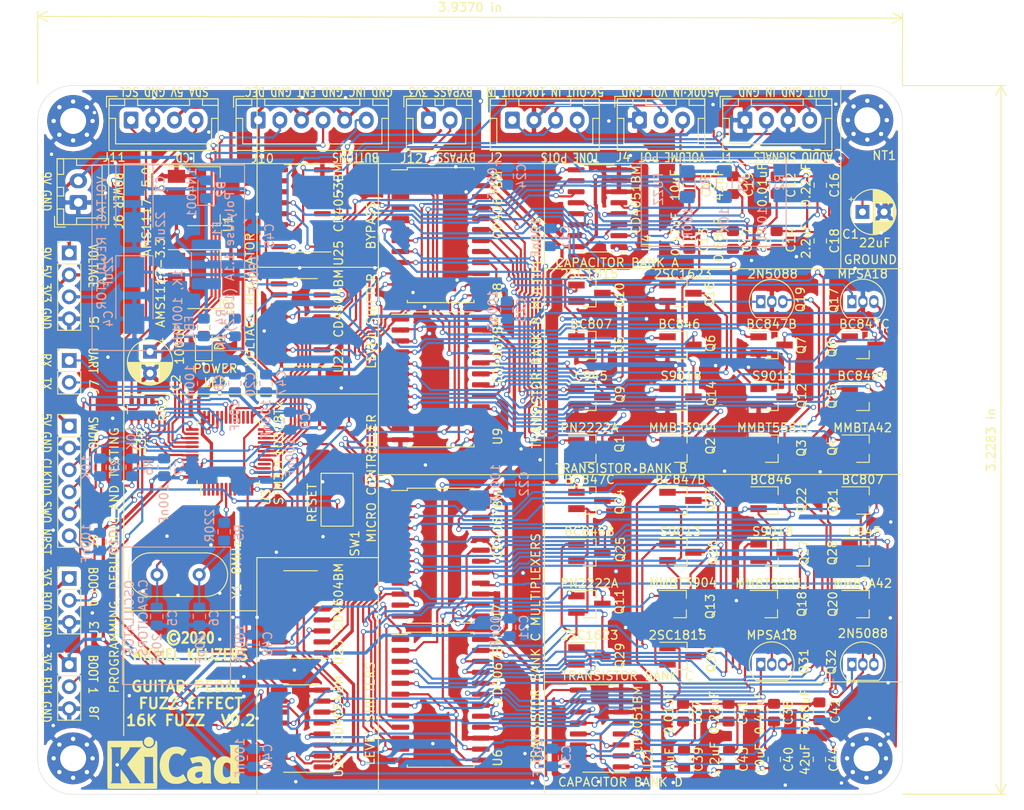
<source format=kicad_pcb>
(kicad_pcb (version 20171130) (host pcbnew "(5.1.5)-3")
  (layers (0 F.Cu signal) (31 B.Cu signal) (34 B.Paste user) (35 F.Paste user) (36 B.SilkS user) (37 F.SilkS user) (38 B.Mask user) (39 F.Mask user) (44 Edge.Cuts user))
  (net 0 "")
  (net 1 "Net-(C1-Pad1)")
  (net 2 GND)
  (net 3 +5V)
  (net 4 +3V3)
  (net 5 "Net-(C6-Pad1)")
  (net 6 /Mcu/NRST)
  (net 7 "Net-(C12-Pad2)")
  (net 8 "Net-(C13-Pad2)")
  (net 9 "Net-(C14-Pad2)")
  (net 10 "Net-(C15-Pad2)")
  (net 11 "Net-(C16-Pad2)")
  (net 12 "Net-(C17-Pad2)")
  (net 13 "Net-(C18-Pad2)")
  (net 14 "Net-(C19-Pad2)")
  (net 15 "Net-(C37-Pad2)")
  (net 16 /CapacitorsD/CAPACITOR_AUDIO_OUTPUT)
  (net 17 "Net-(C38-Pad2)")
  (net 18 "Net-(C39-Pad2)")
  (net 19 "Net-(C40-Pad2)")
  (net 20 "Net-(C41-Pad2)")
  (net 21 "Net-(C42-Pad2)")
  (net 22 "Net-(C43-Pad2)")
  (net 23 "Net-(C44-Pad2)")
  (net 24 "Net-(D1-Pad2)")
  (net 25 +9V)
  (net 26 /Mcu/SYS_JTICK_SWCLK)
  (net 27 /Mcu/SYS_JTMS_SWDIO)
  (net 28 /Mcu/I2C1_SCL)
  (net 29 /Mcu/I2C1_SDA)
  (net 30 /TransistorsB/1_COLLECTOR)
  (net 31 /TransistorsB/2_COLLECTOR)
  (net 32 /TransistorsB/3_COLLECTOR)
  (net 33 /TransistorsB/4_COLLECTOR)
  (net 34 /TransistorsB/5_COLLECTOR)
  (net 35 /TransistorsB/6_COLLECTOR)
  (net 36 /TransistorsB/7_COLLECTOR)
  (net 37 /TransistorsB/8_COLLECTOR)
  (net 38 /TransistorsB/9_COLLECTOR)
  (net 39 /TransistorsB/10_COLLECTOR)
  (net 40 /TransistorsB/11_COLLECTOR)
  (net 41 /TransistorsB/12_COLLECTOR)
  (net 42 /TransistorsB/13_COLLECTOR)
  (net 43 /TransistorsB/14_COLLECTOR)
  (net 44 /TransistorsB/15_COLLECTOR)
  (net 45 /TransistorsB/16_COLLECTOR)
  (net 46 /TransistorsC/1_COLLECTOR)
  (net 47 /TransistorsC/2_COLLECTOR)
  (net 48 /TransistorsC/3_COLLECTOR)
  (net 49 /TransistorsC/4_COLLECTOR)
  (net 50 /TransistorsC/5_COLLECTOR)
  (net 51 /TransistorsC/6_COLLECTOR)
  (net 52 /TransistorsC/7_COLLECTOR)
  (net 53 /TransistorsC/8_COLLECTOR)
  (net 54 /TransistorsC/9_COLLECTOR)
  (net 55 /TransistorsC/10_COLLECTOR)
  (net 56 /TransistorsC/11_COLLECTOR)
  (net 57 /TransistorsC/12_COLLECTOR)
  (net 58 /TransistorsC/13_COLLECTOR)
  (net 59 /TransistorsC/14_COLLECTOR)
  (net 60 /TransistorsC/15_COLLECTOR)
  (net 61 /TransistorsC/16_COLLECTOR)
  (net 62 /CapacitorsD/CAPACITOR_AUDIO_INPUT)
  (net 63 "Net-(U3-Pad9)")
  (net 64 /CAPACITOR_A_SELECTION_2)
  (net 65 /CAPACITOR_A_SELECTION_1)
  (net 66 /CAPACITOR_A_SELECTION_0)
  (net 67 /TRANSISTOR_B_SELECTION_0)
  (net 68 /TRANSISTOR_B_SELECTION_1)
  (net 69 /TRANSISTOR_C_SELECTION_1)
  (net 70 /TRANSISTOR_C_SELECTION_0)
  (net 71 /CAPACITOR_D_SELECTION_2)
  (net 72 /CAPACITOR_D_SELECTION_1)
  (net 73 /CAPACITOR_D_SELECTION_0)
  (net 74 /TransistorsB/BASE)
  (net 75 /TransistorsB/1_BASE)
  (net 76 /TransistorsB/2_BASE)
  (net 77 /TransistorsB/3_BASE)
  (net 78 /TransistorsB/4_BASE)
  (net 79 /TransistorsB/5_BASE)
  (net 80 /TransistorsB/6_BASE)
  (net 81 /TransistorsB/7_BASE)
  (net 82 /TransistorsB/8_BASE)
  (net 83 /TransistorsB/9_BASE)
  (net 84 /TransistorsB/10_BASE)
  (net 85 /TransistorsB/11_BASE)
  (net 86 /TransistorsB/12_BASE)
  (net 87 /TransistorsB/13_BASE)
  (net 88 /TransistorsB/14_BASE)
  (net 89 /TransistorsB/15_BASE)
  (net 90 /TransistorsB/16_BASE)
  (net 91 /TransistorsC/1_BASE)
  (net 92 /TransistorsC/2_BASE)
  (net 93 /TransistorsC/3_BASE)
  (net 94 /TransistorsC/4_BASE)
  (net 95 /TransistorsC/5_BASE)
  (net 96 /TransistorsC/6_BASE)
  (net 97 /TransistorsC/7_BASE)
  (net 98 /TransistorsC/8_BASE)
  (net 99 /TransistorsC/9_BASE)
  (net 100 /TransistorsC/10_BASE)
  (net 101 /TransistorsC/11_BASE)
  (net 102 /TransistorsC/12_BASE)
  (net 103 /TransistorsC/13_BASE)
  (net 104 /TransistorsC/14_BASE)
  (net 105 /TransistorsC/15_BASE)
  (net 106 /TransistorsC/16_BASE)
  (net 107 /TransistorsC/BASE)
  (net 108 /AudioInOut/JACK_OUT_SIGNAL)
  (net 109 /AudioInOut/JACK_IN_SIGNAL)
  (net 110 /JACK_OUT_SIGNAL_FROM_FUZZ)
  (net 111 /JACK_IN_SIGNAL_THROUGH_FUZZ)
  (net 112 "Net-(U25-Pad1)")
  (net 113 /Mcu/BYPASS_SWITCH_3V3)
  (net 114 /BYPASS_MODE_3V3)
  (net 115 /BYPASS_MODE)
  (net 116 "Net-(U25-Pad3)")
  (net 117 /Mcu/I2C1_SDA_MCU)
  (net 118 /Mcu/SYS_JTICK_SWCLK_MCU)
  (net 119 /Mcu/I2C1_SCL_MCU)
  (net 120 /Mcu/SYS_JTMS_SWDIO_MCU)
  (net 121 GNDA)
  (net 122 /TRANSISTOR_C_SELECTION_2)
  (net 123 /TRANSISTOR_C_SELECTION_3)
  (net 124 /TRANSISTOR_B_SELECTION_2)
  (net 125 /TRANSISTOR_B_SELECTION_3)
  (net 126 "Net-(U23-Pad10)")
  (net 127 "Net-(U23-Pad6)")
  (net 128 /TRANSISTOR_B_SELECTION_3_3V3)
  (net 129 /TRANSISTOR_B_SELECTION_2_3V3)
  (net 130 /CAPACITOR_D_SELECTION_2_3V3)
  (net 131 /CAPACITOR_D_SELECTION_1_3V3)
  (net 132 /CAPACITOR_A_SELECTION_2_3V3)
  (net 133 /CAPACITOR_A_SELECTION_1_3V3)
  (net 134 /CAPACITOR_A_SELECTION_0_3V3)
  (net 135 /TRANSISTOR_B_SELECTION_1_3V3)
  (net 136 /TRANSISTOR_B_SELECTION_0_3V3)
  (net 137 /CAPACITOR_D_SELECTION_0_3V3)
  (net 138 /TRANSISTOR_C_SELECTION_3_3V3)
  (net 139 /TRANSISTOR_C_SELECTION_2_3V3)
  (net 140 /TRANSISTOR_C_SELECTION_1_3V3)
  (net 141 /TRANSISTOR_C_SELECTION_0_3V3)
  (net 142 "Net-(U3-Pad27)")
  (net 143 "Net-(U23-Pad12)")
  (net 144 "Net-(U3-Pad28)")
  (net 145 "Net-(U3-Pad26)")
  (net 146 "Net-(U3-Pad16)")
  (net 147 "Net-(U25-Pad5)")
  (net 148 "Net-(U25-Pad4)")
  (net 149 /Mcu/GPIO_BUTTON_INCREASE)
  (net 150 /Mcu/GPIO_BUTTON_ENTER)
  (net 151 /Mcu/GPIO_BUTTON_DECREASE)
  (net 152 "Net-(U3-Pad10)")
  (net 153 "Net-(U3-Pad4)")
  (net 154 "Net-(U3-Pad3)")
  (net 155 "Net-(U3-Pad2)")
  (net 156 /B10K)
  (net 157 "Net-(D2-Pad1)")
  (net 158 "Net-(F1-Pad2)")
  (net 159 /+9V_SAFE)
  (net 160 /Mcu/OSC_IN)
  (net 161 /Mcu/BOOT1)
  (net 162 /Mcu/OSC_OUT)
  (net 163 /Mcu/SYS_JTDO_TRACESWO)
  (net 164 /Mcu/BOOT0)
  (net 165 /Mcu/UART_TX)
  (net 166 /Mcu/UART_RX)
  (module Connector_PinHeader_2.54mm:PinHeader_1x02_P2.54mm_Vertical (layer F.Cu) (at 33.65 61.816)
    (fp_text reference J7 (at 2.926 3.048 90) (layer F.SilkS))
    (fp_text value "UART Pin Header")
    (pad 2 thru_hole oval (at 0 2.54) (size 1.7 1.7) (drill 1) (layers *.Cu *.Mask) (net 165 /Mcu/UART_TX))
    (pad 1 thru_hole rect (at 0 0) (size 1.7 1.7) (drill 1) (layers *.Cu *.Mask) (net 166 /Mcu/UART_RX))
  )
  (module Connector_PinHeader_2.54mm:PinHeader_1x06_P2.54mm_Vertical (layer F.Cu) (at 33.65 69.3965)
    (fp_text reference J9 (at 2.825 13.308334 90) (layer F.SilkS))
    (fp_text value SWD)
    (pad 6 thru_hole oval (at 0 12.7) (size 1.7 1.7) (drill 1) (layers *.Cu *.Mask) (net 6 /Mcu/NRST))
    (pad 5 thru_hole oval (at 0 10.16) (size 1.7 1.7) (drill 1) (layers *.Cu *.Mask) (net 163 /Mcu/SYS_JTDO_TRACESWO))
    (pad 4 thru_hole oval (at 0 7.62) (size 1.7 1.7) (drill 1) (layers *.Cu *.Mask) (net 26 /Mcu/SYS_JTICK_SWCLK))
    (pad 3 thru_hole oval (at 0 5.08) (size 1.7 1.7) (drill 1) (layers *.Cu *.Mask) (net 27 /Mcu/SYS_JTMS_SWDIO))
    (pad 2 thru_hole oval (at 0 2.54) (size 1.7 1.7) (drill 1) (layers *.Cu *.Mask) (net 2 GND))
    (pad 1 thru_hole rect (at 0 0) (size 1.7 1.7) (drill 1) (layers *.Cu *.Mask) (net 3 +5V))
  )
  (module Symbol:KiCad-Logo_6mm_SilkScreen (layer F.Cu) (at 45.725 108.35)
    (fp_text reference REF** hide)
    (fp_text value KiCad-Logo_6mm_SilkScreen hide)
  )
  (module Button_Switch_SMD:SW_SPST_CK_RS282G05A3 (layer F.Cu) (at 64.625 77.925 270)
    (fp_text reference SW1 (at 5.05 -2.05 90) (layer F.SilkS))
    (fp_text value RESET (at 0.35 2.9 90) (layer F.SilkS))
    (pad 1 smd rect (at -3.9 0 270) (size 1.5 1.5) (layers F.Cu F.Paste F.Mask) (net 2 GND))
    (pad 2 smd rect (at 3.9 0 270) (size 1.5 1.5) (layers F.Cu F.Paste F.Mask) (net 6 /Mcu/NRST))
  )
  (module Connector_PinHeader_2.54mm:PinHeader_1x03_P2.54mm_Vertical (layer F.Cu) (at 33.65 97.023)
    (fp_text reference J8 (at 2.926 5.591668 270) (layer F.SilkS))
    (fp_text value "Jumper BOOT1")
    (pad 1 thru_hole rect (at 0 0) (size 1.7 1.7) (drill 1) (layers *.Cu *.Mask) (net 4 +3V3))
    (pad 2 thru_hole oval (at 0 2.54) (size 1.7 1.7) (drill 1) (layers *.Cu *.Mask) (net 161 /Mcu/BOOT1))
    (pad 3 thru_hole oval (at 0 5.08) (size 1.7 1.7) (drill 1) (layers *.Cu *.Mask) (net 2 GND))
  )
  (module Connector_PinHeader_2.54mm:PinHeader_1x03_P2.54mm_Vertical (layer F.Cu) (at 33.65 87.03475)
    (fp_text reference J3 (at 2.926 5.76925 90) (layer F.SilkS))
    (fp_text value "Jumper BOOT0")
    (pad 1 thru_hole rect (at 0 0) (size 1.7 1.7) (drill 1) (layers *.Cu *.Mask) (net 4 +3V3))
    (pad 2 thru_hole oval (at 0 2.54) (size 1.7 1.7) (drill 1) (layers *.Cu *.Mask) (net 164 /Mcu/BOOT0))
    (pad 3 thru_hole oval (at 0 5.08) (size 1.7 1.7) (drill 1) (layers *.Cu *.Mask) (net 2 GND))
  )
  (module Crystal:Crystal_HC49-4H_Vertical (layer F.Cu) (at 43.8 86.6)
    (fp_text reference Y1 (at 9.225 1.9 90) (layer F.SilkS))
    (fp_text value 8MHz (at 9.2 -2 90) (layer F.SilkS))
    (pad 2 thru_hole circle (at 4.88 0) (size 1.5 1.5) (drill 0.8) (layers *.Cu *.Mask) (net 5 "Net-(C6-Pad1)"))
    (pad 1 thru_hole circle (at 0 0) (size 1.5 1.5) (drill 0.8) (layers *.Cu *.Mask) (net 160 /Mcu/OSC_IN))
  )
  (module MountingHole:MountingHole_3mm_Pad_Via (layer F.Cu) (at 34.1 107.85)
    (fp_text reference H4)
    (fp_text value MountingHole_Pad)
    (pad 1 thru_hole circle (at 1.59099 -1.59099) (size 0.8 0.8) (drill 0.5) (layers *.Cu *.Mask) (net 2 GND))
    (pad 1 thru_hole circle (at 0 -2.25) (size 0.8 0.8) (drill 0.5) (layers *.Cu *.Mask) (net 2 GND))
    (pad 1 thru_hole circle (at -1.59099 -1.59099) (size 0.8 0.8) (drill 0.5) (layers *.Cu *.Mask) (net 2 GND))
    (pad 1 thru_hole circle (at -2.25 0) (size 0.8 0.8) (drill 0.5) (layers *.Cu *.Mask) (net 2 GND))
    (pad 1 thru_hole circle (at -1.59099 1.59099) (size 0.8 0.8) (drill 0.5) (layers *.Cu *.Mask) (net 2 GND))
    (pad 1 thru_hole circle (at 0 2.25) (size 0.8 0.8) (drill 0.5) (layers *.Cu *.Mask) (net 2 GND))
    (pad 1 thru_hole circle (at 1.59099 1.59099) (size 0.8 0.8) (drill 0.5) (layers *.Cu *.Mask) (net 2 GND))
    (pad 1 thru_hole circle (at 2.25 0) (size 0.8 0.8) (drill 0.5) (layers *.Cu *.Mask) (net 2 GND))
    (pad 1 thru_hole circle (at 0 0) (size 6 6) (drill 3) (layers *.Cu *.Mask) (net 2 GND))
  )
  (module MountingHole:MountingHole_3mm_Pad_Via (layer F.Cu) (at 125.85 107.85)
    (fp_text reference H3)
    (fp_text value MountingHole_Pad)
    (pad 1 thru_hole circle (at 1.59099 -1.59099) (size 0.8 0.8) (drill 0.5) (layers *.Cu *.Mask) (net 121 GNDA))
    (pad 1 thru_hole circle (at 0 -2.25) (size 0.8 0.8) (drill 0.5) (layers *.Cu *.Mask) (net 121 GNDA))
    (pad 1 thru_hole circle (at -1.59099 -1.59099) (size 0.8 0.8) (drill 0.5) (layers *.Cu *.Mask) (net 121 GNDA))
    (pad 1 thru_hole circle (at -2.25 0) (size 0.8 0.8) (drill 0.5) (layers *.Cu *.Mask) (net 121 GNDA))
    (pad 1 thru_hole circle (at -1.59099 1.59099) (size 0.8 0.8) (drill 0.5) (layers *.Cu *.Mask) (net 121 GNDA))
    (pad 1 thru_hole circle (at 0 2.25) (size 0.8 0.8) (drill 0.5) (layers *.Cu *.Mask) (net 121 GNDA))
    (pad 1 thru_hole circle (at 1.59099 1.59099) (size 0.8 0.8) (drill 0.5) (layers *.Cu *.Mask) (net 121 GNDA))
    (pad 1 thru_hole circle (at 2.25 0) (size 0.8 0.8) (drill 0.5) (layers *.Cu *.Mask) (net 121 GNDA))
    (pad 1 thru_hole circle (at 0 0) (size 6 6) (drill 3) (layers *.Cu *.Mask) (net 121 GNDA))
  )
  (module MountingHole:MountingHole_3mm_Pad_Via (layer F.Cu) (at 125.94099 34.00901)
    (fp_text reference H2)
    (fp_text value MountingHole_Pad)
    (pad 1 thru_hole circle (at 1.59099 -1.59099) (size 0.8 0.8) (drill 0.5) (layers *.Cu *.Mask) (net 121 GNDA))
    (pad 1 thru_hole circle (at 0 -2.25) (size 0.8 0.8) (drill 0.5) (layers *.Cu *.Mask) (net 121 GNDA))
    (pad 1 thru_hole circle (at -1.59099 -1.59099) (size 0.8 0.8) (drill 0.5) (layers *.Cu *.Mask) (net 121 GNDA))
    (pad 1 thru_hole circle (at -2.25 0) (size 0.8 0.8) (drill 0.5) (layers *.Cu *.Mask) (net 121 GNDA))
    (pad 1 thru_hole circle (at -1.59099 1.59099) (size 0.8 0.8) (drill 0.5) (layers *.Cu *.Mask) (net 121 GNDA))
    (pad 1 thru_hole circle (at 0 2.25) (size 0.8 0.8) (drill 0.5) (layers *.Cu *.Mask) (net 121 GNDA))
    (pad 1 thru_hole circle (at 1.59099 1.59099) (size 0.8 0.8) (drill 0.5) (layers *.Cu *.Mask) (net 121 GNDA))
    (pad 1 thru_hole circle (at 2.25 0) (size 0.8 0.8) (drill 0.5) (layers *.Cu *.Mask) (net 121 GNDA))
    (pad 1 thru_hole circle (at 0 0) (size 6 6) (drill 3) (layers *.Cu *.Mask) (net 121 GNDA))
  )
  (module MountingHole:MountingHole_3mm_Pad_Via (layer F.Cu) (at 34.1 34.1)
    (fp_text reference H1)
    (fp_text value MountingHole_Pad)
    (pad 1 thru_hole circle (at 1.59099 -1.59099) (size 0.8 0.8) (drill 0.5) (layers *.Cu *.Mask) (net 2 GND))
    (pad 1 thru_hole circle (at 0 -2.25) (size 0.8 0.8) (drill 0.5) (layers *.Cu *.Mask) (net 2 GND))
    (pad 1 thru_hole circle (at -1.59099 -1.59099) (size 0.8 0.8) (drill 0.5) (layers *.Cu *.Mask) (net 2 GND))
    (pad 1 thru_hole circle (at -2.25 0) (size 0.8 0.8) (drill 0.5) (layers *.Cu *.Mask) (net 2 GND))
    (pad 1 thru_hole circle (at -1.59099 1.59099) (size 0.8 0.8) (drill 0.5) (layers *.Cu *.Mask) (net 2 GND))
    (pad 1 thru_hole circle (at 0 2.25) (size 0.8 0.8) (drill 0.5) (layers *.Cu *.Mask) (net 2 GND))
    (pad 1 thru_hole circle (at 1.59099 1.59099) (size 0.8 0.8) (drill 0.5) (layers *.Cu *.Mask) (net 2 GND))
    (pad 1 thru_hole circle (at 2.25 0) (size 0.8 0.8) (drill 0.5) (layers *.Cu *.Mask) (net 2 GND))
    (pad 1 thru_hole circle (at 0 0) (size 6 6) (drill 3) (layers *.Cu *.Mask) (net 2 GND))
  )
  (module Resistor_SMD:R_0805_2012Metric_Pad1.15x1.40mm_HandSolder (layer B.Cu) (at 37.21 74.175 270)
    (fp_text reference R7 (at -0.175 -1.79 270) (layer B.SilkS) (effects (justify mirror)))
    (fp_text value 10K (at 0.025 1.61 270) (layer B.SilkS) (effects (justify mirror)))
    (pad 2 smd roundrect (at 1.025 0 270) (size 1.15 1.4) (layers B.Cu B.Paste B.Mask) (roundrect_rratio 0.217391) (net 161 /Mcu/BOOT1))
    (pad 1 smd roundrect (at -1.025 0 270) (size 1.15 1.4) (layers B.Cu B.Paste B.Mask) (roundrect_rratio 0.217391) (net 2 GND))
  )
  (module Resistor_SMD:R_0805_2012Metric_Pad1.15x1.40mm_HandSolder (layer B.Cu) (at 40.9175 74.175 270)
    (fp_text reference R6 (at 0 -1.8825 90) (layer B.SilkS) (effects (justify mirror)))
    (fp_text value 10K (at -3.425 0.0825 90) (layer B.SilkS) (effects (justify mirror)))
    (pad 2 smd roundrect (at 1.025 0 270) (size 1.15 1.4) (layers B.Cu B.Paste B.Mask) (roundrect_rratio 0.217391) (net 164 /Mcu/BOOT0))
    (pad 1 smd roundrect (at -1.025 0 270) (size 1.15 1.4) (layers B.Cu B.Paste B.Mask) (roundrect_rratio 0.217391) (net 2 GND))
  )
  (module Resistor_SMD:R_0805_2012Metric_Pad1.15x1.40mm_HandSolder (layer B.Cu) (at 51.562 81.628 270)
    (fp_text reference R5 (at 0.095 -1.73 90) (layer B.SilkS) (effects (justify mirror)))
    (fp_text value 220R (at -0.705 1.67 90) (layer B.SilkS) (effects (justify mirror)))
    (pad 2 smd roundrect (at 1.025 0 270) (size 1.15 1.4) (layers B.Cu B.Paste B.Mask) (roundrect_rratio 0.217391) (net 5 "Net-(C6-Pad1)"))
    (pad 1 smd roundrect (at -1.025 0 270) (size 1.15 1.4) (layers B.Cu B.Paste B.Mask) (roundrect_rratio 0.217391) (net 162 /Mcu/OSC_OUT))
  )
  (module Capacitor_SMD:C_0805_2012Metric_Pad1.15x1.40mm_HandSolder (layer B.Cu) (at 52.805 64.46 270)
    (fp_text reference C20 (at 0.14 -1.795 270) (layer B.SilkS) (effects (justify mirror)))
    (fp_text value 10uF (at 3.74 0.005 270) (layer B.SilkS) (effects (justify mirror)))
    (pad 2 smd roundrect (at 1.025 0 270) (size 1.15 1.4) (layers B.Cu B.Paste B.Mask) (roundrect_rratio 0.217391) (net 4 +3V3))
    (pad 1 smd roundrect (at -1.025 0 270) (size 1.15 1.4) (layers B.Cu B.Paste B.Mask) (roundrect_rratio 0.217391) (net 2 GND))
  )
  (module Diode_SMD:D_SMB_Handsoldering (layer B.Cu) (at 41.19 43.7 270)
    (fp_text reference C3 (at -2.3 -3.01 270) (layer B.SilkS) (effects (justify mirror)))
    (fp_text value 22uF)
    (fp_text user 22uF (at 2.7 -3.01 270) (layer B.SilkS) (effects (justify mirror)))
    (pad 2 smd rect (at 2.7 0 270) (size 3.5 2.3) (layers B.Cu B.Paste B.Mask) (net 2 GND))
    (pad 1 smd rect (at -2.7 0 270) (size 3.5 2.3) (layers B.Cu B.Paste B.Mask) (net 3 +5V))
  )
  (module Inductor_SMD:L_0805_2012Metric_Pad1.15x1.40mm_HandSolder (layer B.Cu) (at 49.2 57.995 270)
    (fp_text reference FB1 (at 0 1.65 90) (layer B.SilkS) (effects (justify mirror)))
    (fp_text value "1K, 100MHz" (at -2.195 3 270) (layer B.SilkS) (effects (justify mirror)))
    (pad 2 smd roundrect (at 1.025 0 270) (size 1.15 1.4) (layers B.Cu B.Paste B.Mask) (roundrect_rratio 0.217391) (net 159 /+9V_SAFE))
    (pad 1 smd roundrect (at -1.025 0 270) (size 1.15 1.4) (layers B.Cu B.Paste B.Mask) (roundrect_rratio 0.217391) (net 158 "Net-(F1-Pad2)"))
  )
  (module Inductor_SMD:L_1812_4532Metric_Pad1.30x3.40mm_HandSolder (layer B.Cu) (at 49.49 50.7 270)
    (fp_text reference F1 (at -4.1 -1.31 90) (layer B.SilkS) (effects (justify mirror)))
    (fp_text value "Polyfuse 1.1A (1812)" (at -0.3 -2.71 90) (layer B.SilkS) (effects (justify mirror)))
    (pad 2 smd roundrect (at 2.225 0 270) (size 1.3 3.4) (layers B.Cu B.Paste B.Mask) (roundrect_rratio 0.192308) (net 158 "Net-(F1-Pad2)"))
    (pad 1 smd roundrect (at -2.225 0 270) (size 1.3 3.4) (layers B.Cu B.Paste B.Mask) (roundrect_rratio 0.192308) (net 157 "Net-(D2-Pad1)"))
  )
  (module Resistor_SMD:R_0805_2012Metric_Pad1.15x1.40mm_HandSolder (layer B.Cu) (at 52.81 57.995 270)
    (fp_text reference R4 (at -1.195 1.61 270) (layer B.SilkS) (effects (justify mirror)))
    (fp_text value 1K (at 1.605 1.61 270) (layer B.SilkS) (effects (justify mirror)))
    (pad 2 smd roundrect (at 1.025 0 270) (size 1.15 1.4) (layers B.Cu B.Paste B.Mask) (roundrect_rratio 0.217391) (net 24 "Net-(D1-Pad2)"))
    (pad 1 smd roundrect (at -1.025 0 270) (size 1.15 1.4) (layers B.Cu B.Paste B.Mask) (roundrect_rratio 0.217391) (net 159 /+9V_SAFE))
  )
  (module Connector_JST:JST_XH_B4B-XH-A_1x04_P2.50mm_Vertical (layer F.Cu) (at 84.892 34)
    (fp_text reference J2 (at -1.992 4.35) (layer F.SilkS))
    (fp_text value TONE_POTS)
    (pad 4 thru_hole oval (at 7.5 0) (size 1.7 1.95) (drill 0.95) (layers *.Cu *.Mask) (net 1 "Net-(C1-Pad1)"))
    (pad 3 thru_hole oval (at 5 0) (size 1.7 1.95) (drill 0.95) (layers *.Cu *.Mask) (net 156 /B10K))
    (pad 2 thru_hole oval (at 2.5 0) (size 1.7 1.95) (drill 0.95) (layers *.Cu *.Mask) (net 121 GNDA))
    (pad 1 thru_hole roundrect (at 0 0) (size 1.7 1.95) (drill 0.95) (layers *.Cu *.Mask) (roundrect_rratio 0.147059) (net 156 /B10K))
  )
  (module Connector_JST:JST_XH_B6B-XH-A_1x06_P2.50mm_Vertical (layer F.Cu) (at 55.504 34)
    (fp_text reference J10 (at 0.496 4.45) (layer F.SilkS))
    (fp_text value "JST XH Buttons")
    (pad 6 thru_hole oval (at 12.5 0) (size 1.7 1.95) (drill 0.95) (layers *.Cu *.Mask) (net 149 /Mcu/GPIO_BUTTON_INCREASE))
    (pad 5 thru_hole oval (at 10 0) (size 1.7 1.95) (drill 0.95) (layers *.Cu *.Mask) (net 4 +3V3))
    (pad 4 thru_hole oval (at 7.5 0) (size 1.7 1.95) (drill 0.95) (layers *.Cu *.Mask) (net 150 /Mcu/GPIO_BUTTON_ENTER))
    (pad 3 thru_hole oval (at 5 0) (size 1.7 1.95) (drill 0.95) (layers *.Cu *.Mask) (net 4 +3V3))
    (pad 2 thru_hole oval (at 2.5 0) (size 1.7 1.95) (drill 0.95) (layers *.Cu *.Mask) (net 151 /Mcu/GPIO_BUTTON_DECREASE))
    (pad 1 thru_hole roundrect (at 0 0) (size 1.7 1.95) (drill 0.95) (layers *.Cu *.Mask) (roundrect_rratio 0.147059) (net 4 +3V3))
  )
  (module Diode_SMD:D_SMB_Handsoldering (layer B.Cu) (at 41.19 54.29 270)
    (fp_text reference C4 (at 2.69 3.01 270) (layer B.SilkS) (effects (justify mirror)))
    (fp_text value 22uF (at -2.71 3.01 270) (layer B.SilkS) (effects (justify mirror)))
    (pad 2 smd rect (at 2.7 0 270) (size 3.5 2.3) (layers B.Cu B.Paste B.Mask) (net 2 GND))
    (pad 1 smd rect (at -2.7 0 270) (size 3.5 2.3) (layers B.Cu B.Paste B.Mask) (net 4 +3V3))
  )
  (module Package_SO:SOIC-16_3.9x9.9mm_P1.27mm (layer F.Cu) (at 60.4 57.4 180)
    (fp_text reference U22 (at -4.4 -4.4 90) (layer F.SilkS))
    (fp_text value CD4504BM (at -4.4 2.2 90) (layer F.SilkS))
    (pad 16 smd roundrect (at 2.475 -4.445 180) (size 1.95 0.6) (layers F.Cu F.Paste F.Mask) (net 159 /+9V_SAFE))
    (pad 15 smd roundrect (at 2.475 -3.175 180) (size 1.95 0.6) (layers F.Cu F.Paste F.Mask) (net 68 /TRANSISTOR_B_SELECTION_1))
    (pad 14 smd roundrect (at 2.475 -1.905 180) (size 1.95 0.6) (layers F.Cu F.Paste F.Mask) (net 133 /CAPACITOR_A_SELECTION_1_3V3))
    (pad 13 smd roundrect (at 2.475 -0.635 180) (size 1.95 0.6) (layers F.Cu F.Paste F.Mask) (net 2 GND))
    (pad 12 smd roundrect (at 2.475 0.635 180) (size 1.95 0.6) (layers F.Cu F.Paste F.Mask) (net 67 /TRANSISTOR_B_SELECTION_0))
    (pad 11 smd roundrect (at 2.475 1.905 180) (size 1.95 0.6) (layers F.Cu F.Paste F.Mask) (net 134 /CAPACITOR_A_SELECTION_0_3V3))
    (pad 10 smd roundrect (at 2.475 3.175 180) (size 1.95 0.6) (layers F.Cu F.Paste F.Mask) (net 115 /BYPASS_MODE))
    (pad 9 smd roundrect (at 2.475 4.445 180) (size 1.95 0.6) (layers F.Cu F.Paste F.Mask) (net 114 /BYPASS_MODE_3V3))
    (pad 8 smd roundrect (at -2.475 4.445 180) (size 1.95 0.6) (layers F.Cu F.Paste F.Mask) (net 2 GND))
    (pad 7 smd roundrect (at -2.475 3.175 180) (size 1.95 0.6) (layers F.Cu F.Paste F.Mask) (net 132 /CAPACITOR_A_SELECTION_2_3V3))
    (pad 6 smd roundrect (at -2.475 1.905 180) (size 1.95 0.6) (layers F.Cu F.Paste F.Mask) (net 64 /CAPACITOR_A_SELECTION_2))
    (pad 5 smd roundrect (at -2.475 0.635 180) (size 1.95 0.6) (layers F.Cu F.Paste F.Mask) (net 135 /TRANSISTOR_B_SELECTION_1_3V3))
    (pad 4 smd roundrect (at -2.475 -0.635 180) (size 1.95 0.6) (layers F.Cu F.Paste F.Mask) (net 65 /CAPACITOR_A_SELECTION_1))
    (pad 3 smd roundrect (at -2.475 -1.905 180) (size 1.95 0.6) (layers F.Cu F.Paste F.Mask) (net 136 /TRANSISTOR_B_SELECTION_0_3V3))
    (pad 2 smd roundrect (at -2.475 -3.175 180) (size 1.95 0.6) (layers F.Cu F.Paste F.Mask) (net 66 /CAPACITOR_A_SELECTION_0))
    (pad 1 smd roundrect (at -2.475 -4.445 180) (size 1.95 0.6) (layers F.Cu F.Paste F.Mask) (net 4 +3V3))
  )
  (module Package_SO:SOIC-16_3.9x9.9mm_P1.27mm (layer F.Cu) (at 94.742 44.196 180)
    (fp_text reference U4 (at -5.658 -4.004 90) (layer F.SilkS))
    (fp_text value CD4051BM (at -4.458 0.996 90) (layer F.SilkS))
    (pad 1 smd roundrect (at -2.475 -4.445 180) (size 1.95 0.6) (layers F.Cu F.Paste F.Mask) (net 9 "Net-(C14-Pad2)"))
    (pad 2 smd roundrect (at -2.475 -3.175 180) (size 1.95 0.6) (layers F.Cu F.Paste F.Mask) (net 10 "Net-(C15-Pad2)"))
    (pad 3 smd roundrect (at -2.475 -1.905 180) (size 1.95 0.6) (layers F.Cu F.Paste F.Mask) (net 111 /JACK_IN_SIGNAL_THROUGH_FUZZ))
    (pad 4 smd roundrect (at -2.475 -0.635 180) (size 1.95 0.6) (layers F.Cu F.Paste F.Mask) (net 14 "Net-(C19-Pad2)"))
    (pad 5 smd roundrect (at -2.475 0.635 180) (size 1.95 0.6) (layers F.Cu F.Paste F.Mask) (net 13 "Net-(C18-Pad2)"))
    (pad 6 smd roundrect (at -2.475 1.905 180) (size 1.95 0.6) (layers F.Cu F.Paste F.Mask) (net 2 GND))
    (pad 7 smd roundrect (at -2.475 3.175 180) (size 1.95 0.6) (layers F.Cu F.Paste F.Mask) (net 2 GND))
    (pad 8 smd roundrect (at -2.475 4.445 180) (size 1.95 0.6) (layers F.Cu F.Paste F.Mask) (net 2 GND))
    (pad 9 smd roundrect (at 2.475 4.445 180) (size 1.95 0.6) (layers F.Cu F.Paste F.Mask) (net 64 /CAPACITOR_A_SELECTION_2))
    (pad 10 smd roundrect (at 2.475 3.175 180) (size 1.95 0.6) (layers F.Cu F.Paste F.Mask) (net 65 /CAPACITOR_A_SELECTION_1))
    (pad 11 smd roundrect (at 2.475 1.905 180) (size 1.95 0.6) (layers F.Cu F.Paste F.Mask) (net 66 /CAPACITOR_A_SELECTION_0))
    (pad 12 smd roundrect (at 2.475 0.635 180) (size 1.95 0.6) (layers F.Cu F.Paste F.Mask) (net 12 "Net-(C17-Pad2)"))
    (pad 13 smd roundrect (at 2.475 -0.635 180) (size 1.95 0.6) (layers F.Cu F.Paste F.Mask) (net 7 "Net-(C12-Pad2)"))
    (pad 14 smd roundrect (at 2.475 -1.905 180) (size 1.95 0.6) (layers F.Cu F.Paste F.Mask) (net 11 "Net-(C16-Pad2)"))
    (pad 15 smd roundrect (at 2.475 -3.175 180) (size 1.95 0.6) (layers F.Cu F.Paste F.Mask) (net 8 "Net-(C13-Pad2)"))
    (pad 16 smd roundrect (at 2.475 -4.445 180) (size 1.95 0.6) (layers F.Cu F.Paste F.Mask) (net 159 /+9V_SAFE))
  )
  (module Connector_JST:JST_XH_B4B-XH-A_1x04_P2.50mm_Vertical (layer F.Cu) (at 40.81 34)
    (fp_text reference J11 (at -1.96 4.3) (layer F.SilkS))
    (fp_text value "LCD JST XH")
    (pad 4 thru_hole oval (at 7.5 0) (size 1.7 1.95) (drill 0.95) (layers *.Cu *.Mask) (net 29 /Mcu/I2C1_SDA))
    (pad 3 thru_hole oval (at 5 0) (size 1.7 1.95) (drill 0.95) (layers *.Cu *.Mask) (net 3 +5V))
    (pad 2 thru_hole oval (at 2.5 0) (size 1.7 1.95) (drill 0.95) (layers *.Cu *.Mask) (net 2 GND))
    (pad 1 thru_hole roundrect (at 0 0) (size 1.7 1.95) (drill 0.95) (layers *.Cu *.Mask) (roundrect_rratio 0.147059) (net 28 /Mcu/I2C1_SCL))
  )
  (module Package_QFP:LQFP-48_7x7mm_P0.5mm (layer F.Cu) (at 52.0375 72.55 90)
    (fp_text reference U3 (at -5.05 4.3625 270) (layer F.SilkS))
    (fp_text value STM32F103C8Tx (at 0 5.85 90) (layer F.SilkS))
    (pad 48 smd roundrect (at -2.75 -4.1625 90) (size 0.3 1.475) (layers F.Cu F.Paste F.Mask) (net 4 +3V3))
    (pad 47 smd roundrect (at -2.25 -4.1625 90) (size 0.3 1.475) (layers F.Cu F.Paste F.Mask) (net 4 +3V3))
    (pad 46 smd roundrect (at -1.75 -4.1625 90) (size 0.3 1.475) (layers F.Cu F.Paste F.Mask) (net 128 /TRANSISTOR_B_SELECTION_3_3V3))
    (pad 45 smd roundrect (at -1.25 -4.1625 90) (size 0.3 1.475) (layers F.Cu F.Paste F.Mask) (net 129 /TRANSISTOR_B_SELECTION_2_3V3))
    (pad 44 smd roundrect (at -0.75 -4.1625 90) (size 0.3 1.475) (layers F.Cu F.Paste F.Mask) (net 164 /Mcu/BOOT0))
    (pad 43 smd roundrect (at -0.25 -4.1625 90) (size 0.3 1.475) (layers F.Cu F.Paste F.Mask) (net 117 /Mcu/I2C1_SDA_MCU))
    (pad 42 smd roundrect (at 0.25 -4.1625 90) (size 0.3 1.475) (layers F.Cu F.Paste F.Mask) (net 119 /Mcu/I2C1_SCL_MCU))
    (pad 41 smd roundrect (at 0.75 -4.1625 90) (size 0.3 1.475) (layers F.Cu F.Paste F.Mask) (net 149 /Mcu/GPIO_BUTTON_INCREASE) (clearance 0.1524))
    (pad 40 smd roundrect (at 1.25 -4.1625 90) (size 0.3 1.475) (layers F.Cu F.Paste F.Mask) (net 150 /Mcu/GPIO_BUTTON_ENTER))
    (pad 39 smd roundrect (at 1.75 -4.1625 90) (size 0.3 1.475) (layers F.Cu F.Paste F.Mask) (net 163 /Mcu/SYS_JTDO_TRACESWO))
    (pad 38 smd roundrect (at 2.25 -4.1625 90) (size 0.3 1.475) (layers F.Cu F.Paste F.Mask) (net 151 /Mcu/GPIO_BUTTON_DECREASE))
    (pad 37 smd roundrect (at 2.75 -4.1625 90) (size 0.3 1.475) (layers F.Cu F.Paste F.Mask) (net 118 /Mcu/SYS_JTICK_SWCLK_MCU))
    (pad 36 smd roundrect (at 4.1625 -2.75 90) (size 1.475 0.3) (layers F.Cu F.Paste F.Mask) (net 4 +3V3))
    (pad 35 smd roundrect (at 4.1625 -2.25 90) (size 1.475 0.3) (layers F.Cu F.Paste F.Mask) (net 4 +3V3))
    (pad 34 smd roundrect (at 4.1625 -1.75 90) (size 1.475 0.3) (layers F.Cu F.Paste F.Mask) (net 120 /Mcu/SYS_JTMS_SWDIO_MCU))
    (pad 33 smd roundrect (at 4.1625 -1.25 90) (size 1.475 0.3) (layers F.Cu F.Paste F.Mask) (net 130 /CAPACITOR_D_SELECTION_2_3V3))
    (pad 32 smd roundrect (at 4.1625 -0.75 90) (size 1.475 0.3) (layers F.Cu F.Paste F.Mask) (net 131 /CAPACITOR_D_SELECTION_1_3V3))
    (pad 31 smd roundrect (at 4.1625 -0.25 90) (size 1.475 0.3) (layers F.Cu F.Paste F.Mask) (net 165 /Mcu/UART_TX))
    (pad 30 smd roundrect (at 4.1625 0.25 90) (size 1.475 0.3) (layers F.Cu F.Paste F.Mask) (net 166 /Mcu/UART_RX))
    (pad 29 smd roundrect (at 4.1625 0.75 90) (size 1.475 0.3) (layers F.Cu F.Paste F.Mask) (net 141 /TRANSISTOR_C_SELECTION_0_3V3))
    (pad 28 smd roundrect (at 4.1625 1.25 90) (size 1.475 0.3) (layers F.Cu F.Paste F.Mask) (net 144 "Net-(U3-Pad28)"))
    (pad 27 smd roundrect (at 4.1625 1.75 90) (size 1.475 0.3) (layers F.Cu F.Paste F.Mask) (net 142 "Net-(U3-Pad27)"))
    (pad 26 smd roundrect (at 4.1625 2.25 90) (size 1.475 0.3) (layers F.Cu F.Paste F.Mask) (net 145 "Net-(U3-Pad26)"))
    (pad 25 smd roundrect (at 4.1625 2.75 90) (size 1.475 0.3) (layers F.Cu F.Paste F.Mask) (net 132 /CAPACITOR_A_SELECTION_2_3V3))
    (pad 24 smd roundrect (at 2.75 4.1625 90) (size 0.3 1.475) (layers F.Cu F.Paste F.Mask) (net 4 +3V3))
    (pad 23 smd roundrect (at 2.25 4.1625 90) (size 0.3 1.475) (layers F.Cu F.Paste F.Mask) (net 4 +3V3))
    (pad 22 smd roundrect (at 1.75 4.1625 90) (size 0.3 1.475) (layers F.Cu F.Paste F.Mask) (net 133 /CAPACITOR_A_SELECTION_1_3V3))
    (pad 21 smd roundrect (at 1.25 4.1625 90) (size 0.3 1.475) (layers F.Cu F.Paste F.Mask) (net 134 /CAPACITOR_A_SELECTION_0_3V3))
    (pad 20 smd roundrect (at 0.75 4.1625 90) (size 0.3 1.475) (layers F.Cu F.Paste F.Mask) (net 161 /Mcu/BOOT1))
    (pad 19 smd roundrect (at 0.25 4.1625 90) (size 0.3 1.475) (layers F.Cu F.Paste F.Mask) (net 135 /TRANSISTOR_B_SELECTION_1_3V3))
    (pad 18 smd roundrect (at -0.25 4.1625 90) (size 0.3 1.475) (layers F.Cu F.Paste F.Mask) (net 136 /TRANSISTOR_B_SELECTION_0_3V3))
    (pad 17 smd roundrect (at -0.75 4.1625 90) (size 0.3 1.475) (layers F.Cu F.Paste F.Mask) (net 137 /CAPACITOR_D_SELECTION_0_3V3))
    (pad 16 smd roundrect (at -1.25 4.1625 90) (size 0.3 1.475) (layers F.Cu F.Paste F.Mask) (net 146 "Net-(U3-Pad16)"))
    (pad 15 smd roundrect (at -1.75 4.1625 90) (size 0.3 1.475) (layers F.Cu F.Paste F.Mask) (net 138 /TRANSISTOR_C_SELECTION_3_3V3))
    (pad 14 smd roundrect (at -2.25 4.1625 90) (size 0.3 1.475) (layers F.Cu F.Paste F.Mask) (net 139 /TRANSISTOR_C_SELECTION_2_3V3))
    (pad 13 smd roundrect (at -2.75 4.1625 90) (size 0.3 1.475) (layers F.Cu F.Paste F.Mask) (net 114 /BYPASS_MODE_3V3))
    (pad 12 smd roundrect (at -4.1625 2.75 90) (size 1.475 0.3) (layers F.Cu F.Paste F.Mask) (net 113 /Mcu/BYPASS_SWITCH_3V3))
    (pad 11 smd roundrect (at -4.1625 2.25 90) (size 1.475 0.3) (layers F.Cu F.Paste F.Mask) (net 140 /TRANSISTOR_C_SELECTION_1_3V3))
    (pad 10 smd roundrect (at -4.1625 1.75 90) (size 1.475 0.3) (layers F.Cu F.Paste F.Mask) (net 152 "Net-(U3-Pad10)"))
    (pad 9 smd roundrect (at -4.1625 1.25 90) (size 1.475 0.3) (layers F.Cu F.Paste F.Mask) (net 63 "Net-(U3-Pad9)"))
    (pad 8 smd roundrect (at -4.1625 0.75 90) (size 1.475 0.3) (layers F.Cu F.Paste F.Mask) (net 4 +3V3))
    (pad 7 smd roundrect (at -4.1625 0.25 90) (size 1.475 0.3) (layers F.Cu F.Paste F.Mask) (net 6 /Mcu/NRST))
    (pad 6 smd roundrect (at -4.1625 -0.25 90) (size 1.475 0.3) (layers F.Cu F.Paste F.Mask) (net 162 /Mcu/OSC_OUT))
    (pad 5 smd roundrect (at -4.1625 -0.75 90) (size 1.475 0.3) (layers F.Cu F.Paste F.Mask) (net 160 /Mcu/OSC_IN))
    (pad 4 smd roundrect (at -4.1625 -1.25 90) (size 1.475 0.3) (layers F.Cu F.Paste F.Mask) (net 153 "Net-(U3-Pad4)"))
    (pad 3 smd roundrect (at -4.1625 -1.75 90) (size 1.475 0.3) (layers F.Cu F.Paste F.Mask) (net 154 "Net-(U3-Pad3)"))
    (pad 2 smd roundrect (at -4.1625 -2.25 90) (size 1.475 0.3) (layers F.Cu F.Paste F.Mask) (net 155 "Net-(U3-Pad2)"))
    (pad 1 smd roundrect (at -4.1625 -2.75 90) (size 1.475 0.3) (layers F.Cu F.Paste F.Mask) (net 4 +3V3))
  )
  (module Package_SO:SOIC-24W_7.5x15.4mm_P1.27mm (layer F.Cu) (at 76.6 47.3)
    (fp_text reference U8 (at 6.6 6.5 90) (layer F.SilkS))
    (fp_text value CD4067BM (at 6.6 -3.5 90) (layer F.SilkS))
    (pad 24 smd roundrect (at 4.65 -6.985) (size 2.05 0.6) (layers F.Cu F.Paste F.Mask) (net 159 /+9V_SAFE))
    (pad 23 smd roundrect (at 4.65 -5.715) (size 2.05 0.6) (layers F.Cu F.Paste F.Mask) (net 83 /TransistorsB/9_BASE))
    (pad 22 smd roundrect (at 4.65 -4.445) (size 2.05 0.6) (layers F.Cu F.Paste F.Mask) (net 84 /TransistorsB/10_BASE))
    (pad 21 smd roundrect (at 4.65 -3.175) (size 2.05 0.6) (layers F.Cu F.Paste F.Mask) (net 85 /TransistorsB/11_BASE))
    (pad 20 smd roundrect (at 4.65 -1.905) (size 2.05 0.6) (layers F.Cu F.Paste F.Mask) (net 86 /TransistorsB/12_BASE))
    (pad 19 smd roundrect (at 4.65 -0.635) (size 2.05 0.6) (layers F.Cu F.Paste F.Mask) (net 87 /TransistorsB/13_BASE))
    (pad 18 smd roundrect (at 4.65 0.635) (size 2.05 0.6) (layers F.Cu F.Paste F.Mask) (net 88 /TransistorsB/14_BASE))
    (pad 17 smd roundrect (at 4.65 1.905) (size 2.05 0.6) (layers F.Cu F.Paste F.Mask) (net 89 /TransistorsB/15_BASE))
    (pad 16 smd roundrect (at 4.65 3.175) (size 2.05 0.6) (layers F.Cu F.Paste F.Mask) (net 90 /TransistorsB/16_BASE))
    (pad 15 smd roundrect (at 4.65 4.445) (size 2.05 0.6) (layers F.Cu F.Paste F.Mask) (net 2 GND))
    (pad 14 smd roundrect (at 4.65 5.715) (size 2.05 0.6) (layers F.Cu F.Paste F.Mask) (net 124 /TRANSISTOR_B_SELECTION_2))
    (pad 13 smd roundrect (at 4.65 6.985) (size 2.05 0.6) (layers F.Cu F.Paste F.Mask) (net 125 /TRANSISTOR_B_SELECTION_3))
    (pad 12 smd roundrect (at -4.65 6.985) (size 2.05 0.6) (layers F.Cu F.Paste F.Mask) (net 2 GND))
    (pad 11 smd roundrect (at -4.65 5.715) (size 2.05 0.6) (layers F.Cu F.Paste F.Mask) (net 68 /TRANSISTOR_B_SELECTION_1))
    (pad 10 smd roundrect (at -4.65 4.445) (size 2.05 0.6) (layers F.Cu F.Paste F.Mask) (net 67 /TRANSISTOR_B_SELECTION_0))
    (pad 9 smd roundrect (at -4.65 3.175) (size 2.05 0.6) (layers F.Cu F.Paste F.Mask) (net 75 /TransistorsB/1_BASE))
    (pad 8 smd roundrect (at -4.65 1.905) (size 2.05 0.6) (layers F.Cu F.Paste F.Mask) (net 76 /TransistorsB/2_BASE))
    (pad 7 smd roundrect (at -4.65 0.635) (size 2.05 0.6) (layers F.Cu F.Paste F.Mask) (net 77 /TransistorsB/3_BASE))
    (pad 6 smd roundrect (at -4.65 -0.635) (size 2.05 0.6) (layers F.Cu F.Paste F.Mask) (net 78 /TransistorsB/4_BASE))
    (pad 5 smd roundrect (at -4.65 -1.905) (size 2.05 0.6) (layers F.Cu F.Paste F.Mask) (net 79 /TransistorsB/5_BASE))
    (pad 4 smd roundrect (at -4.65 -3.175) (size 2.05 0.6) (layers F.Cu F.Paste F.Mask) (net 80 /TransistorsB/6_BASE))
    (pad 3 smd roundrect (at -4.65 -4.445) (size 2.05 0.6) (layers F.Cu F.Paste F.Mask) (net 81 /TransistorsB/7_BASE))
    (pad 2 smd roundrect (at -4.65 -5.715) (size 2.05 0.6) (layers F.Cu F.Paste F.Mask) (net 82 /TransistorsB/8_BASE))
    (pad 1 smd roundrect (at -4.65 -6.985) (size 2.05 0.6) (layers F.Cu F.Paste F.Mask) (net 74 /TransistorsB/BASE))
  )
  (module Package_SO:SOIC-24W_7.5x15.4mm_P1.27mm (layer F.Cu) (at 76.6 64)
    (fp_text reference U9 (at 6.6 6.6 90) (layer F.SilkS))
    (fp_text value CD4067BM (at 6.6 -3.4 90) (layer F.SilkS))
    (pad 24 smd roundrect (at 4.65 -6.985) (size 2.05 0.6) (layers F.Cu F.Paste F.Mask) (net 159 /+9V_SAFE))
    (pad 23 smd roundrect (at 4.65 -5.715) (size 2.05 0.6) (layers F.Cu F.Paste F.Mask) (net 38 /TransistorsB/9_COLLECTOR))
    (pad 22 smd roundrect (at 4.65 -4.445) (size 2.05 0.6) (layers F.Cu F.Paste F.Mask) (net 39 /TransistorsB/10_COLLECTOR))
    (pad 21 smd roundrect (at 4.65 -3.175) (size 2.05 0.6) (layers F.Cu F.Paste F.Mask) (net 40 /TransistorsB/11_COLLECTOR))
    (pad 20 smd roundrect (at 4.65 -1.905) (size 2.05 0.6) (layers F.Cu F.Paste F.Mask) (net 41 /TransistorsB/12_COLLECTOR))
    (pad 19 smd roundrect (at 4.65 -0.635) (size 2.05 0.6) (layers F.Cu F.Paste F.Mask) (net 42 /TransistorsB/13_COLLECTOR))
    (pad 18 smd roundrect (at 4.65 0.635) (size 2.05 0.6) (layers F.Cu F.Paste F.Mask) (net 43 /TransistorsB/14_COLLECTOR))
    (pad 17 smd roundrect (at 4.65 1.905) (size 2.05 0.6) (layers F.Cu F.Paste F.Mask) (net 44 /TransistorsB/15_COLLECTOR))
    (pad 16 smd roundrect (at 4.65 3.175) (size 2.05 0.6) (layers F.Cu F.Paste F.Mask) (net 45 /TransistorsB/16_COLLECTOR))
    (pad 15 smd roundrect (at 4.65 4.445) (size 2.05 0.6) (layers F.Cu F.Paste F.Mask) (net 2 GND))
    (pad 14 smd roundrect (at 4.65 5.715) (size 2.05 0.6) (layers F.Cu F.Paste F.Mask) (net 124 /TRANSISTOR_B_SELECTION_2))
    (pad 13 smd roundrect (at 4.65 6.985) (size 2.05 0.6) (layers F.Cu F.Paste F.Mask) (net 125 /TRANSISTOR_B_SELECTION_3))
    (pad 12 smd roundrect (at -4.65 6.985) (size 2.05 0.6) (layers F.Cu F.Paste F.Mask) (net 2 GND))
    (pad 11 smd roundrect (at -4.65 5.715) (size 2.05 0.6) (layers F.Cu F.Paste F.Mask) (net 68 /TRANSISTOR_B_SELECTION_1))
    (pad 10 smd roundrect (at -4.65 4.445) (size 2.05 0.6) (layers F.Cu F.Paste F.Mask) (net 67 /TRANSISTOR_B_SELECTION_0))
    (pad 9 smd roundrect (at -4.65 3.175) (size 2.05 0.6) (layers F.Cu F.Paste F.Mask) (net 30 /TransistorsB/1_COLLECTOR))
    (pad 8 smd roundrect (at -4.65 1.905) (size 2.05 0.6) (layers F.Cu F.Paste F.Mask) (net 31 /TransistorsB/2_COLLECTOR))
    (pad 7 smd roundrect (at -4.65 0.635) (size 2.05 0.6) (layers F.Cu F.Paste F.Mask) (net 32 /TransistorsB/3_COLLECTOR))
    (pad 6 smd roundrect (at -4.65 -0.635) (size 2.05 0.6) (layers F.Cu F.Paste F.Mask) (net 33 /TransistorsB/4_COLLECTOR))
    (pad 5 smd roundrect (at -4.65 -1.905) (size 2.05 0.6) (layers F.Cu F.Paste F.Mask) (net 34 /TransistorsB/5_COLLECTOR))
    (pad 4 smd roundrect (at -4.65 -3.175) (size 2.05 0.6) (layers F.Cu F.Paste F.Mask) (net 35 /TransistorsB/6_COLLECTOR))
    (pad 3 smd roundrect (at -4.65 -4.445) (size 2.05 0.6) (layers F.Cu F.Paste F.Mask) (net 36 /TransistorsB/7_COLLECTOR))
    (pad 2 smd roundrect (at -4.65 -5.715) (size 2.05 0.6) (layers F.Cu F.Paste F.Mask) (net 37 /TransistorsB/8_COLLECTOR))
    (pad 1 smd roundrect (at -4.65 -6.985) (size 2.05 0.6) (layers F.Cu F.Paste F.Mask) (net 107 /TransistorsC/BASE))
  )
  (module Package_SO:SOIC-24W_7.5x15.4mm_P1.27mm (layer F.Cu) (at 76.6 84.4)
    (fp_text reference U7 (at 6.6 6.6 90) (layer F.SilkS))
    (fp_text value CD4067BM (at 6.6 -3.6 90) (layer F.SilkS))
    (pad 24 smd roundrect (at 4.65 -6.985) (size 2.05 0.6) (layers F.Cu F.Paste F.Mask) (net 159 /+9V_SAFE))
    (pad 23 smd roundrect (at 4.65 -5.715) (size 2.05 0.6) (layers F.Cu F.Paste F.Mask) (net 54 /TransistorsC/9_COLLECTOR))
    (pad 22 smd roundrect (at 4.65 -4.445) (size 2.05 0.6) (layers F.Cu F.Paste F.Mask) (net 55 /TransistorsC/10_COLLECTOR))
    (pad 21 smd roundrect (at 4.65 -3.175) (size 2.05 0.6) (layers F.Cu F.Paste F.Mask) (net 56 /TransistorsC/11_COLLECTOR))
    (pad 20 smd roundrect (at 4.65 -1.905) (size 2.05 0.6) (layers F.Cu F.Paste F.Mask) (net 57 /TransistorsC/12_COLLECTOR))
    (pad 19 smd roundrect (at 4.65 -0.635) (size 2.05 0.6) (layers F.Cu F.Paste F.Mask) (net 58 /TransistorsC/13_COLLECTOR))
    (pad 18 smd roundrect (at 4.65 0.635) (size 2.05 0.6) (layers F.Cu F.Paste F.Mask) (net 59 /TransistorsC/14_COLLECTOR))
    (pad 17 smd roundrect (at 4.65 1.905) (size 2.05 0.6) (layers F.Cu F.Paste F.Mask) (net 60 /TransistorsC/15_COLLECTOR))
    (pad 16 smd roundrect (at 4.65 3.175) (size 2.05 0.6) (layers F.Cu F.Paste F.Mask) (net 61 /TransistorsC/16_COLLECTOR))
    (pad 15 smd roundrect (at 4.65 4.445) (size 2.05 0.6) (layers F.Cu F.Paste F.Mask) (net 2 GND))
    (pad 14 smd roundrect (at 4.65 5.715) (size 2.05 0.6) (layers F.Cu F.Paste F.Mask) (net 122 /TRANSISTOR_C_SELECTION_2))
    (pad 13 smd roundrect (at 4.65 6.985) (size 2.05 0.6) (layers F.Cu F.Paste F.Mask) (net 123 /TRANSISTOR_C_SELECTION_3))
    (pad 12 smd roundrect (at -4.65 6.985) (size 2.05 0.6) (layers F.Cu F.Paste F.Mask) (net 2 GND))
    (pad 11 smd roundrect (at -4.65 5.715) (size 2.05 0.6) (layers F.Cu F.Paste F.Mask) (net 69 /TRANSISTOR_C_SELECTION_1))
    (pad 10 smd roundrect (at -4.65 4.445) (size 2.05 0.6) (layers F.Cu F.Paste F.Mask) (net 70 /TRANSISTOR_C_SELECTION_0))
    (pad 9 smd roundrect (at -4.65 3.175) (size 2.05 0.6) (layers F.Cu F.Paste F.Mask) (net 46 /TransistorsC/1_COLLECTOR))
    (pad 8 smd roundrect (at -4.65 1.905) (size 2.05 0.6) (layers F.Cu F.Paste F.Mask) (net 47 /TransistorsC/2_COLLECTOR))
    (pad 7 smd roundrect (at -4.65 0.635) (size 2.05 0.6) (layers F.Cu F.Paste F.Mask) (net 48 /TransistorsC/3_COLLECTOR))
    (pad 6 smd roundrect (at -4.65 -0.635) (size 2.05 0.6) (layers F.Cu F.Paste F.Mask) (net 49 /TransistorsC/4_COLLECTOR))
    (pad 5 smd roundrect (at -4.65 -1.905) (size 2.05 0.6) (layers F.Cu F.Paste F.Mask) (net 50 /TransistorsC/5_COLLECTOR))
    (pad 4 smd roundrect (at -4.65 -3.175) (size 2.05 0.6) (layers F.Cu F.Paste F.Mask) (net 51 /TransistorsC/6_COLLECTOR))
    (pad 3 smd roundrect (at -4.65 -4.445) (size 2.05 0.6) (layers F.Cu F.Paste F.Mask) (net 52 /TransistorsC/7_COLLECTOR))
    (pad 2 smd roundrect (at -4.65 -5.715) (size 2.05 0.6) (layers F.Cu F.Paste F.Mask) (net 53 /TransistorsC/8_COLLECTOR))
    (pad 1 smd roundrect (at -4.65 -6.985) (size 2.05 0.6) (layers F.Cu F.Paste F.Mask) (net 62 /CapacitorsD/CAPACITOR_AUDIO_INPUT))
  )
  (module Package_SO:SOIC-24W_7.5x15.4mm_P1.27mm (layer F.Cu) (at 76.6 101.07)
    (fp_text reference U6 (at 6.6 6.73 90) (layer F.SilkS))
    (fp_text value CD4067BM (at 6.6 -3.47 90) (layer F.SilkS))
    (pad 24 smd roundrect (at 4.65 -6.985) (size 2.05 0.6) (layers F.Cu F.Paste F.Mask) (net 159 /+9V_SAFE))
    (pad 23 smd roundrect (at 4.65 -5.715) (size 2.05 0.6) (layers F.Cu F.Paste F.Mask) (net 99 /TransistorsC/9_BASE))
    (pad 22 smd roundrect (at 4.65 -4.445) (size 2.05 0.6) (layers F.Cu F.Paste F.Mask) (net 100 /TransistorsC/10_BASE))
    (pad 21 smd roundrect (at 4.65 -3.175) (size 2.05 0.6) (layers F.Cu F.Paste F.Mask) (net 101 /TransistorsC/11_BASE))
    (pad 20 smd roundrect (at 4.65 -1.905) (size 2.05 0.6) (layers F.Cu F.Paste F.Mask) (net 102 /TransistorsC/12_BASE))
    (pad 19 smd roundrect (at 4.65 -0.635) (size 2.05 0.6) (layers F.Cu F.Paste F.Mask) (net 103 /TransistorsC/13_BASE))
    (pad 18 smd roundrect (at 4.65 0.635) (size 2.05 0.6) (layers F.Cu F.Paste F.Mask) (net 104 /TransistorsC/14_BASE))
    (pad 17 smd roundrect (at 4.65 1.905) (size 2.05 0.6) (layers F.Cu F.Paste F.Mask) (net 105 /TransistorsC/15_BASE))
    (pad 16 smd roundrect (at 4.65 3.175) (size 2.05 0.6) (layers F.Cu F.Paste F.Mask) (net 106 /TransistorsC/16_BASE))
    (pad 15 smd roundrect (at 4.65 4.445) (size 2.05 0.6) (layers F.Cu F.Paste F.Mask) (net 2 GND))
    (pad 14 smd roundrect (at 4.65 5.715) (size 2.05 0.6) (layers F.Cu F.Paste F.Mask) (net 122 /TRANSISTOR_C_SELECTION_2))
    (pad 13 smd roundrect (at 4.65 6.985) (size 2.05 0.6) (layers F.Cu F.Paste F.Mask) (net 123 /TRANSISTOR_C_SELECTION_3))
    (pad 12 smd roundrect (at -4.65 6.985) (size 2.05 0.6) (layers F.Cu F.Paste F.Mask) (net 2 GND))
    (pad 11 smd roundrect (at -4.65 5.715) (size 2.05 0.6) (layers F.Cu F.Paste F.Mask) (net 69 /TRANSISTOR_C_SELECTION_1))
    (pad 10 smd roundrect (at -4.65 4.445) (size 2.05 0.6) (layers F.Cu F.Paste F.Mask) (net 70 /TRANSISTOR_C_SELECTION_0))
    (pad 9 smd roundrect (at -4.65 3.175) (size 2.05 0.6) (layers F.Cu F.Paste F.Mask) (net 91 /TransistorsC/1_BASE))
    (pad 8 smd roundrect (at -4.65 1.905) (size 2.05 0.6) (layers F.Cu F.Paste F.Mask) (net 92 /TransistorsC/2_BASE))
    (pad 7 smd roundrect (at -4.65 0.635) (size 2.05 0.6) (layers F.Cu F.Paste F.Mask) (net 93 /TransistorsC/3_BASE))
    (pad 6 smd roundrect (at -4.65 -0.635) (size 2.05 0.6) (layers F.Cu F.Paste F.Mask) (net 94 /TransistorsC/4_BASE))
    (pad 5 smd roundrect (at -4.65 -1.905) (size 2.05 0.6) (layers F.Cu F.Paste F.Mask) (net 95 /TransistorsC/5_BASE))
    (pad 4 smd roundrect (at -4.65 -3.175) (size 2.05 0.6) (layers F.Cu F.Paste F.Mask) (net 96 /TransistorsC/6_BASE))
    (pad 3 smd roundrect (at -4.65 -4.445) (size 2.05 0.6) (layers F.Cu F.Paste F.Mask) (net 97 /TransistorsC/7_BASE))
    (pad 2 smd roundrect (at -4.65 -5.715) (size 2.05 0.6) (layers F.Cu F.Paste F.Mask) (net 98 /TransistorsC/8_BASE))
    (pad 1 smd roundrect (at -4.65 -6.985) (size 2.05 0.6) (layers F.Cu F.Paste F.Mask) (net 107 /TransistorsC/BASE))
  )
  (module Package_TO_SOT_THT:TO-92_Inline (layer F.Cu) (at 124.16 96.98)
    (fp_text reference Q32 (at -2.385 -0.28 90) (layer F.SilkS))
    (fp_text value 2N5088 (at 1.27 -3.58) (layer F.SilkS))
    (pad 1 thru_hole rect (at 0 0) (size 1.05 1.5) (drill 0.75) (layers *.Cu *.Mask) (net 106 /TransistorsC/16_BASE))
    (pad 3 thru_hole oval (at 2.54 0) (size 1.05 1.5) (drill 0.75) (layers *.Cu *.Mask) (net 61 /TransistorsC/16_COLLECTOR))
    (pad 2 thru_hole oval (at 1.27 0) (size 1.05 1.5) (drill 0.75) (layers *.Cu *.Mask) (net 156 /B10K))
  )
  (module Package_TO_SOT_THT:TO-92_Inline (layer F.Cu) (at 113.626666 96.98)
    (fp_text reference Q31 (at 4.973334 -0.355 90) (layer F.SilkS))
    (fp_text value MPSA18 (at 1.27 -3.38) (layer F.SilkS))
    (pad 1 thru_hole rect (at 0 0) (size 1.05 1.5) (drill 0.75) (layers *.Cu *.Mask) (net 105 /TransistorsC/15_BASE))
    (pad 3 thru_hole oval (at 2.54 0) (size 1.05 1.5) (drill 0.75) (layers *.Cu *.Mask) (net 60 /TransistorsC/15_COLLECTOR))
    (pad 2 thru_hole oval (at 1.27 0) (size 1.05 1.5) (drill 0.75) (layers *.Cu *.Mask) (net 156 /B10K))
  )
  (module Package_TO_SOT_SMD:SOT-23_Handsoldering (layer F.Cu) (at 104.333333 96)
    (fp_text reference Q30 (at 3.566667 0.45 90) (layer F.SilkS))
    (fp_text value 2SC1815 (at -0.333333 -2.4) (layer F.SilkS))
    (pad 3 smd rect (at 1.5 0) (size 1.9 0.8) (layers F.Cu F.Paste F.Mask) (net 59 /TransistorsC/14_COLLECTOR))
    (pad 2 smd rect (at -1.5 0.95) (size 1.9 0.8) (layers F.Cu F.Paste F.Mask) (net 156 /B10K))
    (pad 1 smd rect (at -1.5 -0.95) (size 1.9 0.8) (layers F.Cu F.Paste F.Mask) (net 104 /TransistorsC/14_BASE))
  )
  (module Package_TO_SOT_SMD:SOT-23_Handsoldering (layer F.Cu) (at 93.8 96)
    (fp_text reference Q29 (at 3.525 -0.05 90) (layer F.SilkS))
    (fp_text value 2SC1623 (at 0 -2.4) (layer F.SilkS))
    (pad 3 smd rect (at 1.5 0) (size 1.9 0.8) (layers F.Cu F.Paste F.Mask) (net 58 /TransistorsC/13_COLLECTOR))
    (pad 2 smd rect (at -1.5 0.95) (size 1.9 0.8) (layers F.Cu F.Paste F.Mask) (net 156 /B10K))
    (pad 1 smd rect (at -1.5 -0.95) (size 1.9 0.8) (layers F.Cu F.Paste F.Mask) (net 103 /TransistorsC/13_BASE))
  )
  (module Package_TO_SOT_SMD:SOT-23_Handsoldering (layer F.Cu) (at 125.4 84.008161)
    (fp_text reference Q28 (at -3.5 0.041839 90) (layer F.SilkS))
    (fp_text value C945 (at 0.2 -2.408161) (layer F.SilkS))
    (pad 3 smd rect (at 1.5 0) (size 1.9 0.8) (layers F.Cu F.Paste F.Mask) (net 57 /TransistorsC/12_COLLECTOR))
    (pad 2 smd rect (at -1.5 0.95) (size 1.9 0.8) (layers F.Cu F.Paste F.Mask) (net 156 /B10K))
    (pad 1 smd rect (at -1.5 -0.95) (size 1.9 0.8) (layers F.Cu F.Paste F.Mask) (net 102 /TransistorsC/12_BASE))
  )
  (module Package_TO_SOT_SMD:SOT-23_Handsoldering (layer F.Cu) (at 114.866666 84.008161)
    (fp_text reference Q27 (at 3.758334 0.041839 90) (layer F.SilkS))
    (fp_text value S9018 (at 0.133334 -2.408161) (layer F.SilkS))
    (pad 3 smd rect (at 1.5 0) (size 1.9 0.8) (layers F.Cu F.Paste F.Mask) (net 56 /TransistorsC/11_COLLECTOR))
    (pad 2 smd rect (at -1.5 0.95) (size 1.9 0.8) (layers F.Cu F.Paste F.Mask) (net 156 /B10K))
    (pad 1 smd rect (at -1.5 -0.95) (size 1.9 0.8) (layers F.Cu F.Paste F.Mask) (net 101 /TransistorsC/11_BASE))
  )
  (module Package_TO_SOT_SMD:SOT-23_Handsoldering (layer F.Cu) (at 104.333333 84.008161)
    (fp_text reference Q26 (at 3.741667 -0.008161 90) (layer F.SilkS))
    (fp_text value S9013 (at 0 -2.408161) (layer F.SilkS))
    (pad 3 smd rect (at 1.5 0) (size 1.9 0.8) (layers F.Cu F.Paste F.Mask) (net 55 /TransistorsC/10_COLLECTOR))
    (pad 2 smd rect (at -1.5 0.95) (size 1.9 0.8) (layers F.Cu F.Paste F.Mask) (net 156 /B10K))
    (pad 1 smd rect (at -1.5 -0.95) (size 1.9 0.8) (layers F.Cu F.Paste F.Mask) (net 100 /TransistorsC/10_BASE))
  )
  (module Package_TO_SOT_SMD:SOT-23_Handsoldering (layer F.Cu) (at 93.8 84.008161)
    (fp_text reference Q25 (at 3.6 -0.333161 90) (layer F.SilkS))
    (fp_text value BC848B (at 0 -2.408161) (layer F.SilkS))
    (pad 3 smd rect (at 1.5 0) (size 1.9 0.8) (layers F.Cu F.Paste F.Mask) (net 54 /TransistorsC/9_COLLECTOR))
    (pad 2 smd rect (at -1.5 0.95) (size 1.9 0.8) (layers F.Cu F.Paste F.Mask) (net 156 /B10K))
    (pad 1 smd rect (at -1.5 -0.95) (size 1.9 0.8) (layers F.Cu F.Paste F.Mask) (net 99 /TransistorsC/9_BASE))
  )
  (module Package_TO_SOT_SMD:SOT-23_Handsoldering (layer F.Cu) (at 93.8 78.012243)
    (fp_text reference Q24 (at 3.5 0.162757 90) (layer F.SilkS))
    (fp_text value BC847C (at 0 -2.412243) (layer F.SilkS))
    (pad 3 smd rect (at 1.5 0) (size 1.9 0.8) (layers F.Cu F.Paste F.Mask) (net 53 /TransistorsC/8_COLLECTOR))
    (pad 2 smd rect (at -1.5 0.95) (size 1.9 0.8) (layers F.Cu F.Paste F.Mask) (net 156 /B10K))
    (pad 1 smd rect (at -1.5 -0.95) (size 1.9 0.8) (layers F.Cu F.Paste F.Mask) (net 98 /TransistorsC/8_BASE))
  )
  (module Package_TO_SOT_SMD:SOT-23_Handsoldering (layer F.Cu) (at 104.333333 78.012243)
    (fp_text reference Q23 (at 3.466667 -0.112243 90) (layer F.SilkS))
    (fp_text value BC847B (at 0 -2.412243) (layer F.SilkS))
    (pad 3 smd rect (at 1.5 0) (size 1.9 0.8) (layers F.Cu F.Paste F.Mask) (net 52 /TransistorsC/7_COLLECTOR))
    (pad 2 smd rect (at -1.5 0.95) (size 1.9 0.8) (layers F.Cu F.Paste F.Mask) (net 156 /B10K))
    (pad 1 smd rect (at -1.5 -0.95) (size 1.9 0.8) (layers F.Cu F.Paste F.Mask) (net 97 /TransistorsC/7_BASE))
  )
  (module Package_TO_SOT_SMD:SOT-23_Handsoldering (layer F.Cu) (at 114.866666 78.012243)
    (fp_text reference Q22 (at 3.483334 -0.037243 90) (layer F.SilkS))
    (fp_text value BC846 (at -0.066666 -2.412243) (layer F.SilkS))
    (pad 3 smd rect (at 1.5 0) (size 1.9 0.8) (layers F.Cu F.Paste F.Mask) (net 51 /TransistorsC/6_COLLECTOR))
    (pad 2 smd rect (at -1.5 0.95) (size 1.9 0.8) (layers F.Cu F.Paste F.Mask) (net 156 /B10K))
    (pad 1 smd rect (at -1.5 -0.95) (size 1.9 0.8) (layers F.Cu F.Paste F.Mask) (net 96 /TransistorsC/6_BASE))
  )
  (module Package_TO_SOT_SMD:SOT-23_Handsoldering (layer F.Cu) (at 125.4 78.012243)
    (fp_text reference Q21 (at -3.425 0.037757 90) (layer F.SilkS))
    (fp_text value BC807 (at 0 -2.412243) (layer F.SilkS))
    (pad 3 smd rect (at 1.5 0) (size 1.9 0.8) (layers F.Cu F.Paste F.Mask) (net 50 /TransistorsC/5_COLLECTOR))
    (pad 2 smd rect (at -1.5 0.95) (size 1.9 0.8) (layers F.Cu F.Paste F.Mask) (net 156 /B10K))
    (pad 1 smd rect (at -1.5 -0.95) (size 1.9 0.8) (layers F.Cu F.Paste F.Mask) (net 95 /TransistorsC/5_BASE))
  )
  (module Package_TO_SOT_SMD:SOT-23_Handsoldering (layer F.Cu) (at 125.4 90.004079)
    (fp_text reference Q20 (at -3.45 -0.004079 90) (layer F.SilkS))
    (fp_text value MMBTA42 (at 0 -2.404079) (layer F.SilkS))
    (pad 3 smd rect (at 1.5 0) (size 1.9 0.8) (layers F.Cu F.Paste F.Mask) (net 49 /TransistorsC/4_COLLECTOR))
    (pad 2 smd rect (at -1.5 0.95) (size 1.9 0.8) (layers F.Cu F.Paste F.Mask) (net 156 /B10K))
    (pad 1 smd rect (at -1.5 -0.95) (size 1.9 0.8) (layers F.Cu F.Paste F.Mask) (net 94 /TransistorsC/4_BASE))
  )
  (module Package_TO_SOT_SMD:SOT-23_Handsoldering (layer F.Cu) (at 114.8 90)
    (fp_text reference Q18 (at 3.575 0 90) (layer F.SilkS))
    (fp_text value MMBT5551L (at 0.2 -2.404079 180) (layer F.SilkS))
    (pad 3 smd rect (at 1.5 0) (size 1.9 0.8) (layers F.Cu F.Paste F.Mask) (net 48 /TransistorsC/3_COLLECTOR))
    (pad 2 smd rect (at -1.5 0.95) (size 1.9 0.8) (layers F.Cu F.Paste F.Mask) (net 156 /B10K))
    (pad 1 smd rect (at -1.5 -0.95) (size 1.9 0.8) (layers F.Cu F.Paste F.Mask) (net 93 /TransistorsC/3_BASE))
  )
  (module Package_TO_SOT_SMD:SOT-23_Handsoldering (layer F.Cu) (at 104.25 90)
    (fp_text reference Q13 (at 3.525 0.270921 90) (layer F.SilkS))
    (fp_text value MMBT3904 (at 0.375 -2.479079 180) (layer F.SilkS))
    (pad 3 smd rect (at 1.5 0) (size 1.9 0.8) (layers F.Cu F.Paste F.Mask) (net 47 /TransistorsC/2_COLLECTOR))
    (pad 2 smd rect (at -1.5 0.95) (size 1.9 0.8) (layers F.Cu F.Paste F.Mask) (net 156 /B10K))
    (pad 1 smd rect (at -1.5 -0.95) (size 1.9 0.8) (layers F.Cu F.Paste F.Mask) (net 92 /TransistorsC/2_BASE))
  )
  (module Package_TO_SOT_SMD:SOT-23_Handsoldering (layer F.Cu) (at 93.8 90.004079)
    (fp_text reference Q11 (at 3.475 -0.279079 90) (layer F.SilkS))
    (fp_text value PN2222A (at 0 -2.404079) (layer F.SilkS))
    (pad 3 smd rect (at 1.5 0) (size 1.9 0.8) (layers F.Cu F.Paste F.Mask) (net 46 /TransistorsC/1_COLLECTOR))
    (pad 2 smd rect (at -1.5 0.95) (size 1.9 0.8) (layers F.Cu F.Paste F.Mask) (net 156 /B10K))
    (pad 1 smd rect (at -1.5 -0.95) (size 1.9 0.8) (layers F.Cu F.Paste F.Mask) (net 91 /TransistorsC/1_BASE))
  )
  (module NetTie:NetTie-2_SMD_Pad2.0mm (layer F.Cu) (at 126.43 40.04)
    (fp_text reference NT1 (at 1.47 -1.94) (layer F.SilkS))
    (fp_text value Net-Tie_2)
    (fp_poly (pts (xy -2 -1) (xy 2 -1) (xy 2 1) (xy -2 1)) (layer F.Cu) (width 0))
    (pad 2 smd circle (at 2 0) (size 2 2) (layers F.Cu) (net 121 GNDA))
    (pad 1 smd circle (at -2 0) (size 2 2) (layers F.Cu) (net 2 GND))
  )
  (module Capacitor_SMD:C_0805_2012Metric_Pad1.15x1.40mm_HandSolder (layer B.Cu) (at 84.25 55.97 90)
    (fp_text reference C23 (at 0 1.65 270) (layer B.SilkS) (effects (justify mirror)))
    (fp_text value 100nF (at 0 -1.65 90) (layer B.SilkS) (effects (justify mirror)))
    (pad 2 smd roundrect (at 1.025 0 90) (size 1.15 1.4) (layers B.Cu B.Paste B.Mask) (roundrect_rratio 0.217391) (net 2 GND))
    (pad 1 smd roundrect (at -1.025 0 90) (size 1.15 1.4) (layers B.Cu B.Paste B.Mask) (roundrect_rratio 0.217391) (net 159 /+9V_SAFE))
  )
  (module Capacitor_SMD:C_0805_2012Metric_Pad1.15x1.40mm_HandSolder (layer B.Cu) (at 84.6 76.095 90)
    (fp_text reference C22 (at 0 1.65 90) (layer B.SilkS) (effects (justify mirror)))
    (fp_text value 100nF (at 0 -1.65 90) (layer B.SilkS) (effects (justify mirror)))
    (pad 2 smd roundrect (at 1.025 0 90) (size 1.15 1.4) (layers B.Cu B.Paste B.Mask) (roundrect_rratio 0.217391) (net 2 GND))
    (pad 1 smd roundrect (at -1.025 0 90) (size 1.15 1.4) (layers B.Cu B.Paste B.Mask) (roundrect_rratio 0.217391) (net 159 /+9V_SAFE))
  )
  (module Capacitor_SMD:C_0805_2012Metric_Pad1.15x1.40mm_HandSolder (layer B.Cu) (at 84.58 92.685 90)
    (fp_text reference C21 (at 0 1.65 90) (layer B.SilkS) (effects (justify mirror)))
    (fp_text value 100nF (at 0 -1.65 90) (layer B.SilkS) (effects (justify mirror)))
    (pad 2 smd roundrect (at 1.025 0 90) (size 1.15 1.4) (layers B.Cu B.Paste B.Mask) (roundrect_rratio 0.217391) (net 2 GND))
    (pad 1 smd roundrect (at -1.025 0 90) (size 1.15 1.4) (layers B.Cu B.Paste B.Mask) (roundrect_rratio 0.217391) (net 159 /+9V_SAFE))
  )
  (module Package_TO_SOT_THT:TO-92_Inline (layer F.Cu) (at 124.16 55.008571)
    (fp_text reference Q17 (at -2.11 -0.133571 90) (layer F.SilkS))
    (fp_text value MPSA18 (at 1.24 -3.208571) (layer F.SilkS))
    (pad 1 thru_hole rect (at 0 0) (size 1.05 1.5) (drill 0.75) (layers *.Cu *.Mask) (net 89 /TransistorsB/15_BASE))
    (pad 3 thru_hole oval (at 2.54 0) (size 1.05 1.5) (drill 0.75) (layers *.Cu *.Mask) (net 44 /TransistorsB/15_COLLECTOR))
    (pad 2 thru_hole oval (at 1.27 0) (size 1.05 1.5) (drill 0.75) (layers *.Cu *.Mask) (net 121 GNDA))
  )
  (module Package_TO_SOT_SMD:SOT-23_Handsoldering (layer F.Cu) (at 104.333333 60.024489)
    (fp_text reference Q6 (at 3.491667 -0.199489 90) (layer F.SilkS))
    (fp_text value BC846 (at -0.133333 -2.424489) (layer F.SilkS))
    (pad 1 smd rect (at -1.5 -0.95) (size 1.9 0.8) (layers F.Cu F.Paste F.Mask) (net 80 /TransistorsB/6_BASE))
    (pad 2 smd rect (at -1.5 0.95) (size 1.9 0.8) (layers F.Cu F.Paste F.Mask) (net 121 GNDA))
    (pad 3 smd rect (at 1.5 0) (size 1.9 0.8) (layers F.Cu F.Paste F.Mask) (net 35 /TransistorsB/6_COLLECTOR))
  )
  (module Resistor_SMD:R_Array_Convex_4x0603 (layer F.Cu) (at 42.07 67.48 90)
    (fp_text reference RN2 (at 0.08 2.53 90) (layer F.SilkS))
    (fp_text value 33R (at -3.72 -0.07 90) (layer F.SilkS))
    (pad 5 smd rect (at 0.9 1.2 90) (size 0.8 0.5) (layers F.Cu F.Paste F.Mask) (net 27 /Mcu/SYS_JTMS_SWDIO))
    (pad 6 smd rect (at 0.9 0.4 90) (size 0.8 0.4) (layers F.Cu F.Paste F.Mask) (net 26 /Mcu/SYS_JTICK_SWCLK))
    (pad 8 smd rect (at 0.9 -1.2 90) (size 0.8 0.5) (layers F.Cu F.Paste F.Mask) (net 29 /Mcu/I2C1_SDA))
    (pad 7 smd rect (at 0.9 -0.4 90) (size 0.8 0.4) (layers F.Cu F.Paste F.Mask) (net 28 /Mcu/I2C1_SCL))
    (pad 4 smd rect (at -0.9 1.2 90) (size 0.8 0.5) (layers F.Cu F.Paste F.Mask) (net 120 /Mcu/SYS_JTMS_SWDIO_MCU))
    (pad 2 smd rect (at -0.9 -0.4 90) (size 0.8 0.4) (layers F.Cu F.Paste F.Mask) (net 119 /Mcu/I2C1_SCL_MCU))
    (pad 3 smd rect (at -0.9 0.4 90) (size 0.8 0.4) (layers F.Cu F.Paste F.Mask) (net 118 /Mcu/SYS_JTICK_SWCLK_MCU))
    (pad 1 smd rect (at -0.9 -1.2 90) (size 0.8 0.5) (layers F.Cu F.Paste F.Mask) (net 117 /Mcu/I2C1_SDA_MCU))
  )
  (module Package_SO:SOIC-16_3.9x9.9mm_P1.27mm (layer F.Cu) (at 60.452 44.196 180)
    (fp_text reference U25 (at -4.348 -5.204 90) (layer F.SilkS))
    (fp_text value CD4053BM (at -4.348 1.196 90) (layer F.SilkS))
    (pad 16 smd roundrect (at 2.475 -4.445 180) (size 1.95 0.6) (layers F.Cu F.Paste F.Mask) (net 159 /+9V_SAFE))
    (pad 15 smd roundrect (at 2.475 -3.175 180) (size 1.95 0.6) (layers F.Cu F.Paste F.Mask) (net 109 /AudioInOut/JACK_IN_SIGNAL))
    (pad 14 smd roundrect (at 2.475 -1.905 180) (size 1.95 0.6) (layers F.Cu F.Paste F.Mask) (net 108 /AudioInOut/JACK_OUT_SIGNAL))
    (pad 13 smd roundrect (at 2.475 -0.635 180) (size 1.95 0.6) (layers F.Cu F.Paste F.Mask) (net 112 "Net-(U25-Pad1)"))
    (pad 12 smd roundrect (at 2.475 0.635 180) (size 1.95 0.6) (layers F.Cu F.Paste F.Mask) (net 111 /JACK_IN_SIGNAL_THROUGH_FUZZ))
    (pad 11 smd roundrect (at 2.475 1.905 180) (size 1.95 0.6) (layers F.Cu F.Paste F.Mask) (net 115 /BYPASS_MODE))
    (pad 10 smd roundrect (at 2.475 3.175 180) (size 1.95 0.6) (layers F.Cu F.Paste F.Mask) (net 115 /BYPASS_MODE))
    (pad 9 smd roundrect (at 2.475 4.445 180) (size 1.95 0.6) (layers F.Cu F.Paste F.Mask) (net 115 /BYPASS_MODE))
    (pad 8 smd roundrect (at -2.475 4.445 180) (size 1.95 0.6) (layers F.Cu F.Paste F.Mask) (net 2 GND))
    (pad 7 smd roundrect (at -2.475 3.175 180) (size 1.95 0.6) (layers F.Cu F.Paste F.Mask) (net 2 GND))
    (pad 6 smd roundrect (at -2.475 1.905 180) (size 1.95 0.6) (layers F.Cu F.Paste F.Mask) (net 2 GND))
    (pad 5 smd roundrect (at -2.475 0.635 180) (size 1.95 0.6) (layers F.Cu F.Paste F.Mask) (net 147 "Net-(U25-Pad5)"))
    (pad 4 smd roundrect (at -2.475 -0.635 180) (size 1.95 0.6) (layers F.Cu F.Paste F.Mask) (net 148 "Net-(U25-Pad4)"))
    (pad 3 smd roundrect (at -2.475 -1.905 180) (size 1.95 0.6) (layers F.Cu F.Paste F.Mask) (net 116 "Net-(U25-Pad3)"))
    (pad 2 smd roundrect (at -2.475 -3.175 180) (size 1.95 0.6) (layers F.Cu F.Paste F.Mask) (net 110 /JACK_OUT_SIGNAL_FROM_FUZZ))
    (pad 1 smd roundrect (at -2.475 -4.445 180) (size 1.95 0.6) (layers F.Cu F.Paste F.Mask) (net 112 "Net-(U25-Pad1)"))
  )
  (module Capacitor_SMD:C_0805_2012Metric_Pad1.15x1.40mm_HandSolder (layer B.Cu) (at 55 47.575 90)
    (fp_text reference C45 (at 0.175 1.8 90) (layer B.SilkS) (effects (justify mirror)))
    (fp_text value 100nF (at -4.225 0 90) (layer B.SilkS) (effects (justify mirror)))
    (pad 2 smd roundrect (at 1.025 0 90) (size 1.15 1.4) (layers B.Cu B.Paste B.Mask) (roundrect_rratio 0.217391) (net 2 GND))
    (pad 1 smd roundrect (at -1.025 0 90) (size 1.15 1.4) (layers B.Cu B.Paste B.Mask) (roundrect_rratio 0.217391) (net 159 /+9V_SAFE))
  )
  (module Resistor_SMD:R_1206_3216Metric_Pad1.42x1.75mm_HandSolder (layer B.Cu) (at 109.4 41.4 270)
    (fp_text reference R3 (at 0 -2.2 270) (layer B.SilkS) (effects (justify mirror)))
    (fp_text value 10K (at 4.2 0 270) (layer B.SilkS) (effects (justify mirror)))
    (pad 2 smd roundrect (at 1.4875 0 270) (size 1.425 1.75) (layers B.Cu B.Paste B.Mask) (roundrect_rratio 0.175439) (net 62 /CapacitorsD/CAPACITOR_AUDIO_INPUT))
    (pad 1 smd roundrect (at -1.4875 0 270) (size 1.425 1.75) (layers B.Cu B.Paste B.Mask) (roundrect_rratio 0.175439) (net 159 /+9V_SAFE))
  )
  (module Resistor_SMD:R_1206_3216Metric_Pad1.42x1.75mm_HandSolder (layer B.Cu) (at 113.7 41.4 270)
    (fp_text reference R2 (at -0.2 -2.1 270) (layer B.SilkS) (effects (justify mirror)))
    (fp_text value 100K (at 4.6 -0.1 270) (layer B.SilkS) (effects (justify mirror)))
    (pad 2 smd roundrect (at 1.4875 0 270) (size 1.425 1.75) (layers B.Cu B.Paste B.Mask) (roundrect_rratio 0.175439) (net 74 /TransistorsB/BASE))
    (pad 1 smd roundrect (at -1.4875 0 270) (size 1.425 1.75) (layers B.Cu B.Paste B.Mask) (roundrect_rratio 0.175439) (net 156 /B10K))
  )
  (module Resistor_SMD:R_1206_3216Metric_Pad1.42x1.75mm_HandSolder (layer B.Cu) (at 105.1 41.4125 270)
    (fp_text reference R1 (at -0.0125 -2.1 270) (layer B.SilkS) (effects (justify mirror)))
    (fp_text value 100K (at 4.5875 -0.1 270) (layer B.SilkS) (effects (justify mirror)))
    (pad 2 smd roundrect (at 1.4875 0 270) (size 1.425 1.75) (layers B.Cu B.Paste B.Mask) (roundrect_rratio 0.175439) (net 107 /TransistorsC/BASE))
    (pad 1 smd roundrect (at -1.4875 0 270) (size 1.425 1.75) (layers B.Cu B.Paste B.Mask) (roundrect_rratio 0.175439) (net 159 /+9V_SAFE))
  )
  (module Capacitor_THT:CP_Radial_D5.0mm_P2.50mm (layer F.Cu) (at 125.38 44.63)
    (fp_text reference C1 (at -1.38 2.57 180) (layer F.SilkS))
    (fp_text value 22uF (at 1.42 3.57 180) (layer F.SilkS))
    (pad 1 thru_hole rect (at 0 0) (size 1.6 1.6) (drill 0.8) (layers *.Cu *.Mask) (net 1 "Net-(C1-Pad1)"))
    (pad 2 thru_hole circle (at 2.5 0) (size 1.6 1.6) (drill 0.8) (layers *.Cu *.Mask) (net 121 GNDA))
  )
  (module Connector_JST:JST_XH_B2B-XH-A_1x02_P2.50mm_Vertical (layer F.Cu) (at 34.7 43.528 90)
    (fp_text reference J6 (at -2.225 4.675 90) (layer F.SilkS))
    (fp_text value "9V Power JST XH")
    (pad 2 thru_hole oval (at 2.5 0 90) (size 1.7 2) (drill 1) (layers *.Cu *.Mask) (net 25 +9V))
    (pad 1 thru_hole roundrect (at 0 0 90) (size 1.7 2) (drill 1) (layers *.Cu *.Mask) (roundrect_rratio 0.147059) (net 2 GND))
  )
  (module Capacitor_SMD:C_0805_2012Metric_Pad1.15x1.40mm_HandSolder (layer B.Cu) (at 54.925 94.575 90)
    (fp_text reference C48 (at -0.025 1.675 90) (layer B.SilkS) (effects (justify mirror)))
    (fp_text value 100nF (at -0.025 -1.525 90) (layer B.SilkS) (effects (justify mirror)))
    (pad 2 smd roundrect (at 1.025 0 90) (size 1.15 1.4) (layers B.Cu B.Paste B.Mask) (roundrect_rratio 0.217391) (net 2 GND))
    (pad 1 smd roundrect (at -1.025 0 90) (size 1.15 1.4) (layers B.Cu B.Paste B.Mask) (roundrect_rratio 0.217391) (net 159 /+9V_SAFE))
  )
  (module Capacitor_SMD:C_0805_2012Metric_Pad1.15x1.40mm_HandSolder (layer B.Cu) (at 56.41 64.46 270)
    (fp_text reference C47 (at -0.06 -1.79 90) (layer B.SilkS) (effects (justify mirror)))
    (fp_text value 100nF (at 4.14 0.01 90) (layer B.SilkS) (effects (justify mirror)))
    (pad 2 smd roundrect (at 1.025 0 270) (size 1.15 1.4) (layers B.Cu B.Paste B.Mask) (roundrect_rratio 0.217391) (net 2 GND))
    (pad 1 smd roundrect (at -1.025 0 270) (size 1.15 1.4) (layers B.Cu B.Paste B.Mask) (roundrect_rratio 0.217391) (net 159 /+9V_SAFE))
  )
  (module Capacitor_SMD:C_0805_2012Metric_Pad1.15x1.40mm_HandSolder (layer B.Cu) (at 54.975 107.8 90)
    (fp_text reference C46 (at 0.2 1.625 90) (layer B.SilkS) (effects (justify mirror)))
    (fp_text value 100nF (at 0 -1.575 90) (layer B.SilkS) (effects (justify mirror)))
    (pad 2 smd roundrect (at 1.025 0 90) (size 1.15 1.4) (layers B.Cu B.Paste B.Mask) (roundrect_rratio 0.217391) (net 2 GND))
    (pad 1 smd roundrect (at -1.025 0 90) (size 1.15 1.4) (layers B.Cu B.Paste B.Mask) (roundrect_rratio 0.217391) (net 159 /+9V_SAFE))
  )
  (module Connector_JST:JST_XH_B4B-XH-A_1x04_P2.50mm_Vertical (layer F.Cu) (at 111.78 34)
    (fp_text reference J1 (at -2.18 4.35) (layer F.SilkS))
    (fp_text value "Audio In/Out JST XH")
    (pad 4 thru_hole oval (at 7.5 0) (size 1.7 1.95) (drill 0.95) (layers *.Cu *.Mask) (net 108 /AudioInOut/JACK_OUT_SIGNAL))
    (pad 3 thru_hole oval (at 5 0) (size 1.7 1.95) (drill 0.95) (layers *.Cu *.Mask) (net 121 GNDA))
    (pad 2 thru_hole oval (at 2.5 0) (size 1.7 1.95) (drill 0.95) (layers *.Cu *.Mask) (net 109 /AudioInOut/JACK_IN_SIGNAL))
    (pad 1 thru_hole roundrect (at 0 0) (size 1.7 1.95) (drill 0.95) (layers *.Cu *.Mask) (roundrect_rratio 0.147059) (net 121 GNDA))
  )
  (module Package_SO:SOIC-16_3.9x9.9mm_P1.27mm (layer F.Cu) (at 60.4 104.4 180)
    (fp_text reference U24 (at -4.4 -4.2 90) (layer F.SilkS))
    (fp_text value CD4054BM (at -4.4 2.2 90) (layer F.SilkS))
    (pad 16 smd roundrect (at 2.475 -4.445 180) (size 1.95 0.6) (layers F.Cu F.Paste F.Mask) (net 159 /+9V_SAFE))
    (pad 15 smd roundrect (at 2.475 -3.175 180) (size 1.95 0.6) (layers F.Cu F.Paste F.Mask) (net 71 /CAPACITOR_D_SELECTION_2))
    (pad 14 smd roundrect (at 2.475 -1.905 180) (size 1.95 0.6) (layers F.Cu F.Paste F.Mask) (net 130 /CAPACITOR_D_SELECTION_2_3V3))
    (pad 13 smd roundrect (at 2.475 -0.635 180) (size 1.95 0.6) (layers F.Cu F.Paste F.Mask) (net 2 GND))
    (pad 12 smd roundrect (at 2.475 0.635 180) (size 1.95 0.6) (layers F.Cu F.Paste F.Mask) (net 72 /CAPACITOR_D_SELECTION_1))
    (pad 11 smd roundrect (at 2.475 1.905 180) (size 1.95 0.6) (layers F.Cu F.Paste F.Mask) (net 131 /CAPACITOR_D_SELECTION_1_3V3))
    (pad 10 smd roundrect (at 2.475 3.175 180) (size 1.95 0.6) (layers F.Cu F.Paste F.Mask) (net 73 /CAPACITOR_D_SELECTION_0))
    (pad 9 smd roundrect (at 2.475 4.445 180) (size 1.95 0.6) (layers F.Cu F.Paste F.Mask) (net 137 /CAPACITOR_D_SELECTION_0_3V3))
    (pad 8 smd roundrect (at -2.475 4.445 180) (size 1.95 0.6) (layers F.Cu F.Paste F.Mask) (net 2 GND))
    (pad 7 smd roundrect (at -2.475 3.175 180) (size 1.95 0.6) (layers F.Cu F.Paste F.Mask) (net 138 /TRANSISTOR_C_SELECTION_3_3V3))
    (pad 6 smd roundrect (at -2.475 1.905 180) (size 1.95 0.6) (layers F.Cu F.Paste F.Mask) (net 123 /TRANSISTOR_C_SELECTION_3))
    (pad 5 smd roundrect (at -2.475 0.635 180) (size 1.95 0.6) (layers F.Cu F.Paste F.Mask) (net 139 /TRANSISTOR_C_SELECTION_2_3V3))
    (pad 4 smd roundrect (at -2.475 -0.635 180) (size 1.95 0.6) (layers F.Cu F.Paste F.Mask) (net 122 /TRANSISTOR_C_SELECTION_2))
    (pad 3 smd roundrect (at -2.475 -1.905 180) (size 1.95 0.6) (layers F.Cu F.Paste F.Mask) (net 140 /TRANSISTOR_C_SELECTION_1_3V3))
    (pad 2 smd roundrect (at -2.475 -3.175 180) (size 1.95 0.6) (layers F.Cu F.Paste F.Mask) (net 69 /TRANSISTOR_C_SELECTION_1))
    (pad 1 smd roundrect (at -2.475 -4.445 180) (size 1.95 0.6) (layers F.Cu F.Paste F.Mask) (net 4 +3V3))
  )
  (module Package_SO:SOIC-16_3.9x9.9mm_P1.27mm (layer F.Cu) (at 60.4 91.2 180)
    (fp_text reference U23 (at -4.4 -4.4 90) (layer F.SilkS))
    (fp_text value CD4504BM (at -4.4 2 90) (layer F.SilkS))
    (pad 16 smd roundrect (at 2.475 -4.445 180) (size 1.95 0.6) (layers F.Cu F.Paste F.Mask) (net 159 /+9V_SAFE))
    (pad 15 smd roundrect (at 2.475 -3.175 180) (size 1.95 0.6) (layers F.Cu F.Paste F.Mask) (net 70 /TRANSISTOR_C_SELECTION_0))
    (pad 14 smd roundrect (at 2.475 -1.905 180) (size 1.95 0.6) (layers F.Cu F.Paste F.Mask) (net 141 /TRANSISTOR_C_SELECTION_0_3V3))
    (pad 13 smd roundrect (at 2.475 -0.635 180) (size 1.95 0.6) (layers F.Cu F.Paste F.Mask) (net 2 GND))
    (pad 12 smd roundrect (at 2.475 0.635 180) (size 1.95 0.6) (layers F.Cu F.Paste F.Mask) (net 143 "Net-(U23-Pad12)"))
    (pad 11 smd roundrect (at 2.475 1.905 180) (size 1.95 0.6) (layers F.Cu F.Paste F.Mask) (net 2 GND))
    (pad 10 smd roundrect (at 2.475 3.175 180) (size 1.95 0.6) (layers F.Cu F.Paste F.Mask) (net 126 "Net-(U23-Pad10)"))
    (pad 9 smd roundrect (at 2.475 4.445 180) (size 1.95 0.6) (layers F.Cu F.Paste F.Mask) (net 2 GND))
    (pad 8 smd roundrect (at -2.475 4.445 180) (size 1.95 0.6) (layers F.Cu F.Paste F.Mask) (net 2 GND))
    (pad 7 smd roundrect (at -2.475 3.175 180) (size 1.95 0.6) (layers F.Cu F.Paste F.Mask) (net 2 GND))
    (pad 6 smd roundrect (at -2.475 1.905 180) (size 1.95 0.6) (layers F.Cu F.Paste F.Mask) (net 127 "Net-(U23-Pad6)"))
    (pad 5 smd roundrect (at -2.475 0.635 180) (size 1.95 0.6) (layers F.Cu F.Paste F.Mask) (net 128 /TRANSISTOR_B_SELECTION_3_3V3))
    (pad 4 smd roundrect (at -2.475 -0.635 180) (size 1.95 0.6) (layers F.Cu F.Paste F.Mask) (net 125 /TRANSISTOR_B_SELECTION_3))
    (pad 3 smd roundrect (at -2.475 -1.905 180) (size 1.95 0.6) (layers F.Cu F.Paste F.Mask) (net 129 /TRANSISTOR_B_SELECTION_2_3V3))
    (pad 2 smd roundrect (at -2.475 -3.175 180) (size 1.95 0.6) (layers F.Cu F.Paste F.Mask) (net 124 /TRANSISTOR_B_SELECTION_2))
    (pad 1 smd roundrect (at -2.475 -4.445 180) (size 1.95 0.6) (layers F.Cu F.Paste F.Mask) (net 4 +3V3))
  )
  (module Connector_JST:JST_XH_B2B-XH-A_1x02_P2.50mm_Vertical (layer F.Cu) (at 75.198 34)
    (fp_text reference J12 (at -1.948 4.45) (layer F.SilkS))
    (fp_text value "Bypass Switch JST XH")
    (pad 2 thru_hole oval (at 2.5 0) (size 1.7 2) (drill 1) (layers *.Cu *.Mask) (net 113 /Mcu/BYPASS_SWITCH_3V3))
    (pad 1 thru_hole roundrect (at 0 0) (size 1.7 2) (drill 1) (layers *.Cu *.Mask) (roundrect_rratio 0.147059) (net 4 +3V3))
  )
  (module Connector_PinHeader_2.54mm:PinHeader_1x04_P2.54mm_Vertical (layer F.Cu) (at 33.65 49.37)
    (fp_text reference J5 (at 2.926 8.128 90) (layer F.SilkS))
    (fp_text value PowerTest_PinHeader)
    (pad 4 thru_hole oval (at 0 7.62) (size 1.7 1.7) (drill 1) (layers *.Cu *.Mask) (net 2 GND))
    (pad 3 thru_hole oval (at 0 5.08) (size 1.7 1.7) (drill 1) (layers *.Cu *.Mask) (net 4 +3V3))
    (pad 2 thru_hole oval (at 0 2.54) (size 1.7 1.7) (drill 1) (layers *.Cu *.Mask) (net 3 +5V))
    (pad 1 thru_hole rect (at 0 0) (size 1.7 1.7) (drill 1) (layers *.Cu *.Mask) (net 25 +9V))
  )
  (module Capacitor_THT:CP_Radial_D5.0mm_P2.50mm (layer F.Cu) (at 42.99 60.79 270)
    (fp_text reference C2 (at 3.61 -3.01 90) (layer F.SilkS))
    (fp_text value 100uF (at -0.79 -3.41 90) (layer F.SilkS))
    (pad 2 thru_hole circle (at 2.5 0 270) (size 1.6 1.6) (drill 0.8) (layers *.Cu *.Mask) (net 2 GND))
    (pad 1 thru_hole rect (at 0 0 270) (size 1.6 1.6) (drill 0.8) (layers *.Cu *.Mask) (net 159 /+9V_SAFE))
  )
  (module Package_TO_SOT_SMD:SOT-23_Handsoldering (layer F.Cu) (at 104.333333 54.028571)
    (fp_text reference Q16 (at 3.391667 0.121429 90) (layer F.SilkS))
    (fp_text value 2SC1623 (at 0.266667 -2.228571) (layer F.SilkS))
    (pad 3 smd rect (at 1.5 0) (size 1.9 0.8) (layers F.Cu F.Paste F.Mask) (net 42 /TransistorsB/13_COLLECTOR))
    (pad 2 smd rect (at -1.5 0.95) (size 1.9 0.8) (layers F.Cu F.Paste F.Mask) (net 121 GNDA))
    (pad 1 smd rect (at -1.5 -0.95) (size 1.9 0.8) (layers F.Cu F.Paste F.Mask) (net 87 /TransistorsB/13_BASE))
  )
  (module Package_TO_SOT_SMD:SOT-23_Handsoldering (layer F.Cu) (at 104.333333 66.020407)
    (fp_text reference Q14 (at 3.591667 -0.370407 90) (layer F.SilkS))
    (fp_text value S9018 (at 0.066667 -2.420407) (layer F.SilkS))
    (pad 3 smd rect (at 1.5 0) (size 1.9 0.8) (layers F.Cu F.Paste F.Mask) (net 40 /TransistorsB/11_COLLECTOR))
    (pad 2 smd rect (at -1.5 0.95) (size 1.9 0.8) (layers F.Cu F.Paste F.Mask) (net 121 GNDA))
    (pad 1 smd rect (at -1.5 -0.95) (size 1.9 0.8) (layers F.Cu F.Paste F.Mask) (net 85 /TransistorsB/11_BASE))
  )
  (module Package_TO_SOT_SMD:SOT-23_Handsoldering (layer F.Cu) (at 114.866666 66.020407)
    (fp_text reference Q12 (at 3.483334 -0.095407 90) (layer F.SilkS))
    (fp_text value S9013 (at 0.133334 -2.420407) (layer F.SilkS))
    (pad 3 smd rect (at 1.5 0) (size 1.9 0.8) (layers F.Cu F.Paste F.Mask) (net 39 /TransistorsB/10_COLLECTOR))
    (pad 2 smd rect (at -1.5 0.95) (size 1.9 0.8) (layers F.Cu F.Paste F.Mask) (net 121 GNDA))
    (pad 1 smd rect (at -1.5 -0.95) (size 1.9 0.8) (layers F.Cu F.Paste F.Mask) (net 84 /TransistorsB/10_BASE))
  )
  (module Package_TO_SOT_SMD:SOT-23_Handsoldering (layer F.Cu) (at 93.8 66.020407)
    (fp_text reference Q9 (at 3.55 -0.270407 90) (layer F.SilkS))
    (fp_text value C945 (at 0.2 -2.420407) (layer F.SilkS))
    (pad 3 smd rect (at 1.5 0) (size 1.9 0.8) (layers F.Cu F.Paste F.Mask) (net 41 /TransistorsB/12_COLLECTOR))
    (pad 2 smd rect (at -1.5 0.95) (size 1.9 0.8) (layers F.Cu F.Paste F.Mask) (net 121 GNDA))
    (pad 1 smd rect (at -1.5 -0.95) (size 1.9 0.8) (layers F.Cu F.Paste F.Mask) (net 86 /TransistorsB/12_BASE))
  )
  (module Package_TO_SOT_SMD:SOT-23_Handsoldering (layer F.Cu) (at 114.866666 60.024489)
    (fp_text reference Q7 (at 3.433334 0.050511 90) (layer F.SilkS))
    (fp_text value BC847B (at 0 -2.424489) (layer F.SilkS))
    (pad 1 smd rect (at -1.5 -0.95) (size 1.9 0.8) (layers F.Cu F.Paste F.Mask) (net 81 /TransistorsB/7_BASE))
    (pad 2 smd rect (at -1.5 0.95) (size 1.9 0.8) (layers F.Cu F.Paste F.Mask) (net 121 GNDA))
    (pad 3 smd rect (at 1.5 0) (size 1.9 0.8) (layers F.Cu F.Paste F.Mask) (net 36 /TransistorsB/7_COLLECTOR))
  )
  (module Capacitor_SMD:C_0805_2012Metric_Pad1.15x1.40mm_HandSolder (layer B.Cu) (at 43.77 91.445 270)
    (fp_text reference C5 (at 0.155 -1.83 270) (layer B.SilkS) (effects (justify mirror)))
    (fp_text value 20pF (at 3.755 -0.03 270) (layer B.SilkS) (effects (justify mirror)))
    (pad 1 smd roundrect (at -1.025 0 270) (size 1.15 1.4) (layers B.Cu B.Paste B.Mask) (roundrect_rratio 0.217391) (net 160 /Mcu/OSC_IN))
    (pad 2 smd roundrect (at 1.025 0 270) (size 1.15 1.4) (layers B.Cu B.Paste B.Mask) (roundrect_rratio 0.217391) (net 2 GND))
  )
  (module Capacitor_SMD:C_0805_2012Metric_Pad1.15x1.40mm_HandSolder (layer B.Cu) (at 48.7 91.425 270)
    (fp_text reference C6 (at 0.175 -1.7 270) (layer B.SilkS) (effects (justify mirror)))
    (fp_text value 20pF (at 3.775 -0.1 270) (layer B.SilkS) (effects (justify mirror)))
    (pad 2 smd roundrect (at 1.025 0 270) (size 1.15 1.4) (layers B.Cu B.Paste B.Mask) (roundrect_rratio 0.217391) (net 2 GND))
    (pad 1 smd roundrect (at -1.025 0 270) (size 1.15 1.4) (layers B.Cu B.Paste B.Mask) (roundrect_rratio 0.217391) (net 5 "Net-(C6-Pad1)"))
  )
  (module Capacitor_SMD:C_0805_2012Metric_Pad1.15x1.40mm_HandSolder (layer B.Cu) (at 44.625 74.175 270)
    (fp_text reference C7 (at 0.025 -1.775 90) (layer B.SilkS) (effects (justify mirror)))
    (fp_text value 100nF (at 4.225 0.025 90) (layer B.SilkS) (effects (justify mirror)))
    (pad 2 smd roundrect (at 1.025 0 270) (size 1.15 1.4) (layers B.Cu B.Paste B.Mask) (roundrect_rratio 0.217391) (net 4 +3V3))
    (pad 1 smd roundrect (at -1.025 0 270) (size 1.15 1.4) (layers B.Cu B.Paste B.Mask) (roundrect_rratio 0.217391) (net 2 GND))
  )
  (module Capacitor_SMD:C_0805_2012Metric_Pad1.15x1.40mm_HandSolder (layer B.Cu) (at 49.2 64.46 270)
    (fp_text reference C8 (at -0.06 -1.8 270) (layer B.SilkS) (effects (justify mirror)))
    (fp_text value 100nF (at 0.14 1.6 270) (layer B.SilkS) (effects (justify mirror)))
    (pad 2 smd roundrect (at 1.025 0 270) (size 1.15 1.4) (layers B.Cu B.Paste B.Mask) (roundrect_rratio 0.217391) (net 4 +3V3))
    (pad 1 smd roundrect (at -1.025 0 270) (size 1.15 1.4) (layers B.Cu B.Paste B.Mask) (roundrect_rratio 0.217391) (net 2 GND))
  )
  (module Capacitor_SMD:C_0805_2012Metric_Pad1.15x1.40mm_HandSolder (layer B.Cu) (at 59.2 68.8 270)
    (fp_text reference C9 (at 0 -1.8 270) (layer B.SilkS) (effects (justify mirror)))
    (fp_text value 100nF (at 4.2 0 270) (layer B.SilkS) (effects (justify mirror)))
    (pad 2 smd roundrect (at 1.025 0 270) (size 1.15 1.4) (layers B.Cu B.Paste B.Mask) (roundrect_rratio 0.217391) (net 4 +3V3))
    (pad 1 smd roundrect (at -1.025 0 270) (size 1.15 1.4) (layers B.Cu B.Paste B.Mask) (roundrect_rratio 0.217391) (net 2 GND))
  )
  (module Capacitor_SMD:C_0805_2012Metric_Pad1.15x1.40mm_HandSolder (layer B.Cu) (at 37.2 82.775 90)
    (fp_text reference C10 (at -0.025 1.6 90) (layer B.SilkS) (effects (justify mirror)))
    (fp_text value 100nF (at -0.225 -1.6 90) (layer B.SilkS) (effects (justify mirror)))
    (pad 2 smd roundrect (at 1.025 0 90) (size 1.15 1.4) (layers B.Cu B.Paste B.Mask) (roundrect_rratio 0.217391) (net 2 GND))
    (pad 1 smd roundrect (at -1.025 0 90) (size 1.15 1.4) (layers B.Cu B.Paste B.Mask) (roundrect_rratio 0.217391) (net 6 /Mcu/NRST))
  )
  (module Capacitor_SMD:C_0805_2012Metric_Pad1.15x1.40mm_HandSolder (layer B.Cu) (at 89.24 47.56 90)
    (fp_text reference C11 (at -0.04 1.76 90) (layer B.SilkS) (effects (justify mirror)))
    (fp_text value 100nF (at -0.04 -1.64 90) (layer B.SilkS) (effects (justify mirror)))
    (pad 2 smd roundrect (at 1.025 0 90) (size 1.15 1.4) (layers B.Cu B.Paste B.Mask) (roundrect_rratio 0.217391) (net 2 GND))
    (pad 1 smd roundrect (at -1.025 0 90) (size 1.15 1.4) (layers B.Cu B.Paste B.Mask) (roundrect_rratio 0.217391) (net 159 /+9V_SAFE))
  )
  (module Capacitor_SMD:C_0805_2012Metric_Pad1.15x1.40mm_HandSolder (layer F.Cu) (at 115.453332 41.525 270)
    (fp_text reference C12 (at 0 -1.65 90) (layer F.SilkS))
    (fp_text value 0.01uF (at 0 1.65 90) (layer F.SilkS))
    (pad 2 smd roundrect (at 1.025 0 270) (size 1.15 1.4) (layers F.Cu F.Paste F.Mask) (roundrect_rratio 0.217391) (net 7 "Net-(C12-Pad2)"))
    (pad 1 smd roundrect (at -1.025 0 270) (size 1.15 1.4) (layers F.Cu F.Paste F.Mask) (roundrect_rratio 0.217391) (net 74 /TransistorsB/BASE))
  )
  (module Capacitor_SMD:C_0805_2012Metric_Pad1.15x1.40mm_HandSolder (layer F.Cu) (at 105.36 47.875 270)
    (fp_text reference C13 (at 0 -1.65 90) (layer F.SilkS))
    (fp_text value 0.47uF (at -0.675 1.56 90) (layer F.SilkS))
    (pad 1 smd roundrect (at -1.025 0 270) (size 1.15 1.4) (layers F.Cu F.Paste F.Mask) (roundrect_rratio 0.217391) (net 74 /TransistorsB/BASE))
    (pad 2 smd roundrect (at 1.025 0 270) (size 1.15 1.4) (layers F.Cu F.Paste F.Mask) (roundrect_rratio 0.217391) (net 8 "Net-(C13-Pad2)"))
  )
  (module Capacitor_SMD:C_0805_2012Metric_Pad1.15x1.40mm_HandSolder (layer F.Cu) (at 115.453332 47.875 270)
    (fp_text reference C14 (at 0 -1.65 90) (layer F.SilkS))
    (fp_text value 1uF (at 0 1.65 90) (layer F.SilkS))
    (pad 2 smd roundrect (at 1.025 0 270) (size 1.15 1.4) (layers F.Cu F.Paste F.Mask) (roundrect_rratio 0.217391) (net 9 "Net-(C14-Pad2)"))
    (pad 1 smd roundrect (at -1.025 0 270) (size 1.15 1.4) (layers F.Cu F.Paste F.Mask) (roundrect_rratio 0.217391) (net 74 /TransistorsB/BASE))
  )
  (module Capacitor_SMD:C_0805_2012Metric_Pad1.15x1.40mm_HandSolder (layer F.Cu) (at 105.36 41.525 270)
    (fp_text reference C15 (at -0.025 -2 90) (layer F.SilkS))
    (fp_text value 10uF (at 0 1.65 90) (layer F.SilkS))
    (pad 1 smd roundrect (at -1.025 0 270) (size 1.15 1.4) (layers F.Cu F.Paste F.Mask) (roundrect_rratio 0.217391) (net 74 /TransistorsB/BASE))
    (pad 2 smd roundrect (at 1.025 0 270) (size 1.15 1.4) (layers F.Cu F.Paste F.Mask) (roundrect_rratio 0.217391) (net 10 "Net-(C15-Pad2)"))
  )
  (module Capacitor_SMD:C_0805_2012Metric_Pad1.15x1.40mm_HandSolder (layer F.Cu) (at 120.5 41.525 270)
    (fp_text reference C16 (at 0 -1.65 90) (layer F.SilkS))
    (fp_text value 0.22uF (at 0 1.65 90) (layer F.SilkS))
    (pad 2 smd roundrect (at 1.025 0 270) (size 1.15 1.4) (layers F.Cu F.Paste F.Mask) (roundrect_rratio 0.217391) (net 11 "Net-(C16-Pad2)"))
    (pad 1 smd roundrect (at -1.025 0 270) (size 1.15 1.4) (layers F.Cu F.Paste F.Mask) (roundrect_rratio 0.217391) (net 74 /TransistorsB/BASE))
  )
  (module Capacitor_SMD:C_0805_2012Metric_Pad1.15x1.40mm_HandSolder (layer F.Cu) (at 110.406666 47.875 270)
    (fp_text reference C17 (at 0 -1.65 90) (layer F.SilkS))
    (fp_text value 0.68uF (at 0 1.65 90) (layer F.SilkS))
    (pad 1 smd roundrect (at -1.025 0 270) (size 1.15 1.4) (layers F.Cu F.Paste F.Mask) (roundrect_rratio 0.217391) (net 74 /TransistorsB/BASE))
    (pad 2 smd roundrect (at 1.025 0 270) (size 1.15 1.4) (layers F.Cu F.Paste F.Mask) (roundrect_rratio 0.217391) (net 12 "Net-(C17-Pad2)"))
  )
  (module Capacitor_SMD:C_0805_2012Metric_Pad1.15x1.40mm_HandSolder (layer F.Cu) (at 120.5 47.975 270)
    (fp_text reference C18 (at 0 -1.65 90) (layer F.SilkS))
    (fp_text value 2.2uF (at 0 1.65 90) (layer F.SilkS))
    (pad 2 smd roundrect (at 1.025 0 270) (size 1.15 1.4) (layers F.Cu F.Paste F.Mask) (roundrect_rratio 0.217391) (net 13 "Net-(C18-Pad2)"))
    (pad 1 smd roundrect (at -1.025 0 270) (size 1.15 1.4) (layers F.Cu F.Paste F.Mask) (roundrect_rratio 0.217391) (net 74 /TransistorsB/BASE))
  )
  (module Capacitor_SMD:C_0805_2012Metric_Pad1.15x1.40mm_HandSolder (layer F.Cu) (at 110.406666 41.525 270)
    (fp_text reference C19 (at -0.065 -1.806 90) (layer F.SilkS))
    (fp_text value 42uF (at 0 1.65 90) (layer F.SilkS))
    (pad 1 smd roundrect (at -1.025 0 270) (size 1.15 1.4) (layers F.Cu F.Paste F.Mask) (roundrect_rratio 0.217391) (net 74 /TransistorsB/BASE))
    (pad 2 smd roundrect (at 1.025 0 270) (size 1.15 1.4) (layers F.Cu F.Paste F.Mask) (roundrect_rratio 0.217391) (net 14 "Net-(C19-Pad2)"))
  )
  (module Capacitor_SMD:C_0805_2012Metric_Pad1.15x1.40mm_HandSolder (layer B.Cu) (at 84.3 40.475 90)
    (fp_text reference C24 (at 0 1.65 90) (layer B.SilkS) (effects (justify mirror)))
    (fp_text value 100nF (at -0.325 -1.7 90) (layer B.SilkS) (effects (justify mirror)))
    (pad 2 smd roundrect (at 1.025 0 90) (size 1.15 1.4) (layers B.Cu B.Paste B.Mask) (roundrect_rratio 0.217391) (net 2 GND))
    (pad 1 smd roundrect (at -1.025 0 90) (size 1.15 1.4) (layers B.Cu B.Paste B.Mask) (roundrect_rratio 0.217391) (net 159 /+9V_SAFE))
  )
  (module Capacitor_SMD:C_0805_2012Metric_Pad1.15x1.40mm_HandSolder (layer B.Cu) (at 89.5 107.75 90)
    (fp_text reference C36 (at 0 1.65 90) (layer B.SilkS) (effects (justify mirror)))
    (fp_text value 100nF (at 0 -1.65 90) (layer B.SilkS) (effects (justify mirror)))
    (pad 1 smd roundrect (at -1.025 0 90) (size 1.15 1.4) (layers B.Cu B.Paste B.Mask) (roundrect_rratio 0.217391) (net 159 /+9V_SAFE))
    (pad 2 smd roundrect (at 1.025 0 90) (size 1.15 1.4) (layers B.Cu B.Paste B.Mask) (roundrect_rratio 0.217391) (net 2 GND))
  )
  (module Capacitor_SMD:C_0805_2012Metric_Pad1.15x1.40mm_HandSolder (layer F.Cu) (at 104.638 102.566 270)
    (fp_text reference C37 (at 0 -1.65 90) (layer F.SilkS))
    (fp_text value 0.01uF (at 0 1.65 90) (layer F.SilkS))
    (pad 2 smd roundrect (at 1.025 0 270) (size 1.15 1.4) (layers F.Cu F.Paste F.Mask) (roundrect_rratio 0.217391) (net 15 "Net-(C37-Pad2)"))
    (pad 1 smd roundrect (at -1.025 0 270) (size 1.15 1.4) (layers F.Cu F.Paste F.Mask) (roundrect_rratio 0.217391) (net 16 /CapacitorsD/CAPACITOR_AUDIO_OUTPUT))
  )
  (module Capacitor_SMD:C_0805_2012Metric_Pad1.15x1.40mm_HandSolder (layer F.Cu) (at 115.146 102.566 270)
    (fp_text reference C38 (at 0 -1.65 90) (layer F.SilkS))
    (fp_text value 0.47uF (at 0 1.65 90) (layer F.SilkS))
    (pad 1 smd roundrect (at -1.025 0 270) (size 1.15 1.4) (layers F.Cu F.Paste F.Mask) (roundrect_rratio 0.217391) (net 16 /CapacitorsD/CAPACITOR_AUDIO_OUTPUT))
    (pad 2 smd roundrect (at 1.025 0 270) (size 1.15 1.4) (layers F.Cu F.Paste F.Mask) (roundrect_rratio 0.217391) (net 17 "Net-(C38-Pad2)"))
  )
  (module Capacitor_SMD:C_0805_2012Metric_Pad1.15x1.40mm_HandSolder (layer F.Cu) (at 104.739712 107.966 270)
    (fp_text reference C39 (at 0 -1.65 90) (layer F.SilkS))
    (fp_text value 1uF (at 0 1.65 90) (layer F.SilkS))
    (pad 1 smd roundrect (at -1.025 0 270) (size 1.15 1.4) (layers F.Cu F.Paste F.Mask) (roundrect_rratio 0.217391) (net 16 /CapacitorsD/CAPACITOR_AUDIO_OUTPUT))
    (pad 2 smd roundrect (at 1.025 0 270) (size 1.15 1.4) (layers F.Cu F.Paste F.Mask) (roundrect_rratio 0.217391) (net 18 "Net-(C39-Pad2)"))
  )
  (module Capacitor_SMD:C_0805_2012Metric_Pad1.15x1.40mm_HandSolder (layer F.Cu) (at 115.179904 107.966 270)
    (fp_text reference C40 (at 0 -1.65 90) (layer F.SilkS))
    (fp_text value 10uF (at 0 1.65 90) (layer F.SilkS))
    (pad 2 smd roundrect (at 1.025 0 270) (size 1.15 1.4) (layers F.Cu F.Paste F.Mask) (roundrect_rratio 0.217391) (net 19 "Net-(C40-Pad2)"))
    (pad 1 smd roundrect (at -1.025 0 270) (size 1.15 1.4) (layers F.Cu F.Paste F.Mask) (roundrect_rratio 0.217391) (net 16 /CapacitorsD/CAPACITOR_AUDIO_OUTPUT))
  )
  (module Capacitor_SMD:C_0805_2012Metric_Pad1.15x1.40mm_HandSolder (layer F.Cu) (at 109.892 102.566 270)
    (fp_text reference C41 (at 0 -1.65 90) (layer F.SilkS))
    (fp_text value 0.22uF (at 0 1.65 90) (layer F.SilkS))
    (pad 2 smd roundrect (at 1.025 0 270) (size 1.15 1.4) (layers F.Cu F.Paste F.Mask) (roundrect_rratio 0.217391) (net 20 "Net-(C41-Pad2)"))
    (pad 1 smd roundrect (at -1.025 0 270) (size 1.15 1.4) (layers F.Cu F.Paste F.Mask) (roundrect_rratio 0.217391) (net 16 /CapacitorsD/CAPACITOR_AUDIO_OUTPUT))
  )
  (module Capacitor_SMD:C_0805_2012Metric_Pad1.15x1.40mm_HandSolder (layer F.Cu) (at 120.4 102.4 270)
    (fp_text reference C42 (at 0 -1.835716 90) (layer F.SilkS))
    (fp_text value 0.68uF (at 0 1.65 90) (layer F.SilkS))
    (pad 2 smd roundrect (at 1.025 0 270) (size 1.15 1.4) (layers F.Cu F.Paste F.Mask) (roundrect_rratio 0.217391) (net 21 "Net-(C42-Pad2)"))
    (pad 1 smd roundrect (at -1.025 0 270) (size 1.15 1.4) (layers F.Cu F.Paste F.Mask) (roundrect_rratio 0.217391) (net 16 /CapacitorsD/CAPACITOR_AUDIO_OUTPUT))
  )
  (module Capacitor_SMD:C_0805_2012Metric_Pad1.15x1.40mm_HandSolder (layer F.Cu) (at 109.959808 107.966 270)
    (fp_text reference C43 (at 0 -1.65 90) (layer F.SilkS))
    (fp_text value 2.2uF (at 0 1.65 90) (layer F.SilkS))
    (pad 1 smd roundrect (at -1.025 0 270) (size 1.15 1.4) (layers F.Cu F.Paste F.Mask) (roundrect_rratio 0.217391) (net 16 /CapacitorsD/CAPACITOR_AUDIO_OUTPUT))
    (pad 2 smd roundrect (at 1.025 0 270) (size 1.15 1.4) (layers F.Cu F.Paste F.Mask) (roundrect_rratio 0.217391) (net 22 "Net-(C43-Pad2)"))
  )
  (module Capacitor_SMD:C_0805_2012Metric_Pad1.15x1.40mm_HandSolder (layer F.Cu) (at 120.4 107.966 270)
    (fp_text reference C44 (at 0 -1.65 90) (layer F.SilkS))
    (fp_text value 42uF (at 0 1.65 90) (layer F.SilkS))
    (pad 2 smd roundrect (at 1.025 0 270) (size 1.15 1.4) (layers F.Cu F.Paste F.Mask) (roundrect_rratio 0.217391) (net 23 "Net-(C44-Pad2)"))
    (pad 1 smd roundrect (at -1.025 0 270) (size 1.15 1.4) (layers F.Cu F.Paste F.Mask) (roundrect_rratio 0.217391) (net 16 /CapacitorsD/CAPACITOR_AUDIO_OUTPUT))
  )
  (module LED_SMD:LED_0805_2012Metric_Pad1.15x1.40mm_HandSolder (layer F.Cu) (at 49.21 59.99 90)
    (fp_text reference D1 (at 0.29 1.79 90) (layer F.SilkS))
    (fp_text value LED)
    (pad 1 smd roundrect (at -1.025 0 90) (size 1.15 1.4) (layers F.Cu F.Paste F.Mask) (roundrect_rratio 0.217391) (net 2 GND))
    (pad 2 smd roundrect (at 1.025 0 90) (size 1.15 1.4) (layers F.Cu F.Paste F.Mask) (roundrect_rratio 0.217391) (net 24 "Net-(D1-Pad2)"))
  )
  (module Diode_SMD:D_0805_2012Metric_Pad1.15x1.40mm_HandSolder (layer B.Cu) (at 49.48 42 90)
    (fp_text reference D2 (at 0 1.72 90) (layer B.SilkS) (effects (justify mirror)))
    (fp_text value 1N4001 (at -0.4 -1.65 270) (layer B.SilkS) (effects (justify mirror)))
    (pad 1 smd roundrect (at -1.025 0 90) (size 1.15 1.4) (layers B.Cu B.Paste B.Mask) (roundrect_rratio 0.217) (net 157 "Net-(D2-Pad1)"))
    (pad 2 smd roundrect (at 1.025 0 90) (size 1.15 1.4) (layers B.Cu B.Paste B.Mask) (roundrect_rratio 0.217391) (net 25 +9V))
  )
  (module Connector_JST:JST_XH_B3B-XH-A_1x03_P2.50mm_Vertical (layer F.Cu) (at 99.586 34)
    (fp_text reference J4 (at -1.886 4.3) (layer F.SilkS))
    (fp_text value "VOL POT A100K JST XH")
    (pad 1 thru_hole roundrect (at 0 0) (size 1.7 1.95) (drill 0.95) (layers *.Cu *.Mask) (roundrect_rratio 0.147059) (net 121 GNDA))
    (pad 2 thru_hole oval (at 2.5 0) (size 1.7 1.95) (drill 0.95) (layers *.Cu *.Mask) (net 110 /JACK_OUT_SIGNAL_FROM_FUZZ))
    (pad 3 thru_hole oval (at 5 0) (size 1.7 1.95) (drill 0.95) (layers *.Cu *.Mask) (net 16 /CapacitorsD/CAPACITOR_AUDIO_OUTPUT))
  )
  (module Package_TO_SOT_SMD:SOT-23_Handsoldering (layer F.Cu) (at 93.8 72.016325)
    (fp_text reference Q1 (at 3.475 -0.541325 90) (layer F.SilkS))
    (fp_text value PN2222A (at 0 -2.416325) (layer F.SilkS))
    (pad 3 smd rect (at 1.5 0) (size 1.9 0.8) (layers F.Cu F.Paste F.Mask) (net 30 /TransistorsB/1_COLLECTOR))
    (pad 2 smd rect (at -1.5 0.95) (size 1.9 0.8) (layers F.Cu F.Paste F.Mask) (net 121 GNDA))
    (pad 1 smd rect (at -1.5 -0.95) (size 1.9 0.8) (layers F.Cu F.Paste F.Mask) (net 75 /TransistorsB/1_BASE))
  )
  (module Package_TO_SOT_SMD:SOT-23_Handsoldering (layer F.Cu) (at 104.333333 72.016325)
    (fp_text reference Q2 (at 3.466667 -0.316325 90) (layer F.SilkS))
    (fp_text value MMBT3904 (at 0.266667 -2.416325) (layer F.SilkS))
    (pad 3 smd rect (at 1.5 0) (size 1.9 0.8) (layers F.Cu F.Paste F.Mask) (net 31 /TransistorsB/2_COLLECTOR))
    (pad 2 smd rect (at -1.5 0.95) (size 1.9 0.8) (layers F.Cu F.Paste F.Mask) (net 121 GNDA))
    (pad 1 smd rect (at -1.5 -0.95) (size 1.9 0.8) (layers F.Cu F.Paste F.Mask) (net 76 /TransistorsB/2_BASE))
  )
  (module Package_TO_SOT_SMD:SOT-23_Handsoldering (layer F.Cu) (at 114.866666 72.016325)
    (fp_text reference Q3 (at 3.458334 -0.066325 90) (layer F.SilkS))
    (fp_text value MMBT5551L (at 0.333334 -2.416325) (layer F.SilkS))
    (pad 3 smd rect (at 1.5 0) (size 1.9 0.8) (layers F.Cu F.Paste F.Mask) (net 32 /TransistorsB/3_COLLECTOR))
    (pad 2 smd rect (at -1.5 0.95) (size 1.9 0.8) (layers F.Cu F.Paste F.Mask) (net 121 GNDA))
    (pad 1 smd rect (at -1.5 -0.95) (size 1.9 0.8) (layers F.Cu F.Paste F.Mask) (net 77 /TransistorsB/3_BASE))
  )
  (module Package_TO_SOT_SMD:SOT-23_Handsoldering (layer F.Cu) (at 125.4 72.016325)
    (fp_text reference Q4 (at -3.5 -0.166325 90) (layer F.SilkS))
    (fp_text value MMBTA42 (at 0 -2.416325) (layer F.SilkS))
    (pad 1 smd rect (at -1.5 -0.95) (size 1.9 0.8) (layers F.Cu F.Paste F.Mask) (net 78 /TransistorsB/4_BASE))
    (pad 2 smd rect (at -1.5 0.95) (size 1.9 0.8) (layers F.Cu F.Paste F.Mask) (net 121 GNDA))
    (pad 3 smd rect (at 1.5 0) (size 1.9 0.8) (layers F.Cu F.Paste F.Mask) (net 33 /TransistorsB/4_COLLECTOR))
  )
  (module Package_TO_SOT_SMD:SOT-23_Handsoldering (layer F.Cu) (at 93.8 60.024489)
    (fp_text reference Q5 (at 3.5 -0.049489 90) (layer F.SilkS))
    (fp_text value BC807 (at 0.2 -2.424489) (layer F.SilkS))
    (pad 3 smd rect (at 1.5 0) (size 1.9 0.8) (layers F.Cu F.Paste F.Mask) (net 34 /TransistorsB/5_COLLECTOR))
    (pad 2 smd rect (at -1.5 0.95) (size 1.9 0.8) (layers F.Cu F.Paste F.Mask) (net 121 GNDA))
    (pad 1 smd rect (at -1.5 -0.95) (size 1.9 0.8) (layers F.Cu F.Paste F.Mask) (net 79 /TransistorsB/5_BASE))
  )
  (module Package_TO_SOT_SMD:SOT-23_Handsoldering (layer F.Cu) (at 125.4 60.024489)
    (fp_text reference Q8 (at -3.55 0.425511 90) (layer F.SilkS))
    (fp_text value BC847C (at 0.2 -2.424489) (layer F.SilkS))
    (pad 3 smd rect (at 1.5 0) (size 1.9 0.8) (layers F.Cu F.Paste F.Mask) (net 37 /TransistorsB/8_COLLECTOR))
    (pad 2 smd rect (at -1.5 0.95) (size 1.9 0.8) (layers F.Cu F.Paste F.Mask) (net 121 GNDA))
    (pad 1 smd rect (at -1.5 -0.95) (size 1.9 0.8) (layers F.Cu F.Paste F.Mask) (net 82 /TransistorsB/8_BASE))
  )
  (module Package_TO_SOT_SMD:SOT-23_Handsoldering (layer F.Cu) (at 93.8 54.028571)
    (fp_text reference Q10 (at 3.5 0.221429 90) (layer F.SilkS))
    (fp_text value 2SC1815 (at 0 -2.228571) (layer F.SilkS))
    (pad 3 smd rect (at 1.5 0) (size 1.9 0.8) (layers F.Cu F.Paste F.Mask) (net 43 /TransistorsB/14_COLLECTOR))
    (pad 2 smd rect (at -1.5 0.95) (size 1.9 0.8) (layers F.Cu F.Paste F.Mask) (net 121 GNDA))
    (pad 1 smd rect (at -1.5 -0.95) (size 1.9 0.8) (layers F.Cu F.Paste F.Mask) (net 88 /TransistorsB/14_BASE))
  )
  (module Package_TO_SOT_SMD:SOT-23_Handsoldering (layer F.Cu) (at 125.4 66.020407)
    (fp_text reference Q15 (at -3.525 -0.095407 90) (layer F.SilkS))
    (fp_text value BC848B (at 0 -2.420407) (layer F.SilkS))
    (pad 3 smd rect (at 1.5 0) (size 1.9 0.8) (layers F.Cu F.Paste F.Mask) (net 38 /TransistorsB/9_COLLECTOR))
    (pad 2 smd rect (at -1.5 0.95) (size 1.9 0.8) (layers F.Cu F.Paste F.Mask) (net 121 GNDA))
    (pad 1 smd rect (at -1.5 -0.95) (size 1.9 0.8) (layers F.Cu F.Paste F.Mask) (net 83 /TransistorsB/9_BASE))
  )
  (module Package_TO_SOT_THT:TO-92_Inline (layer F.Cu) (at 113.626666 55.008571)
    (fp_text reference Q19 (at 4.573334 -0.258571 90) (layer F.SilkS))
    (fp_text value 2N5088 (at 1.373334 -3.208571) (layer F.SilkS))
    (pad 1 thru_hole rect (at 0 0) (size 1.05 1.5) (drill 0.75) (layers *.Cu *.Mask) (net 90 /TransistorsB/16_BASE))
    (pad 3 thru_hole oval (at 2.54 0) (size 1.05 1.5) (drill 0.75) (layers *.Cu *.Mask) (net 45 /TransistorsB/16_COLLECTOR))
    (pad 2 thru_hole oval (at 1.27 0) (size 1.05 1.5) (drill 0.75) (layers *.Cu *.Mask) (net 121 GNDA))
  )
  (module Package_TO_SOT_SMD:SOT-223-3_TabPin2 (layer F.Cu) (at 49.2 42.8)
    (fp_text reference U1 (at 2.8 3.2 90) (layer F.SilkS))
    (fp_text value AMS1117-5.0 (at -6.6 1.8 90) (layer F.SilkS))
    (pad 2 smd rect (at 3.15 0) (size 2 3.8) (layers F.Cu F.Paste F.Mask) (net 3 +5V))
    (pad 2 smd rect (at -3.15 0) (size 2 1.5) (layers F.Cu F.Paste F.Mask) (net 3 +5V))
    (pad 3 smd rect (at -3.15 2.3) (size 2 1.5) (layers F.Cu F.Paste F.Mask) (net 159 /+9V_SAFE))
    (pad 1 smd rect (at -3.15 -2.3) (size 2 1.5) (layers F.Cu F.Paste F.Mask) (net 2 GND))
  )
  (module Package_TO_SOT_SMD:SOT-223-3_TabPin2 (layer F.Cu) (at 49.2 52.4)
    (fp_text reference U2 (at 2.8 3.2 90) (layer F.SilkS))
    (fp_text value AMS1117-3.3 (at -5 0.4 90) (layer F.SilkS))
    (pad 2 smd rect (at 3.15 0) (size 2 3.8) (layers F.Cu F.Paste F.Mask) (net 4 +3V3))
    (pad 2 smd rect (at -3.15 0) (size 2 1.5) (layers F.Cu F.Paste F.Mask) (net 4 +3V3))
    (pad 3 smd rect (at -3.15 2.3) (size 2 1.5) (layers F.Cu F.Paste F.Mask) (net 159 /+9V_SAFE))
    (pad 1 smd rect (at -3.15 -2.3) (size 2 1.5) (layers F.Cu F.Paste F.Mask) (net 2 GND))
  )
  (module Package_SO:SOIC-16_3.9x9.9mm_P1.27mm (layer F.Cu) (at 94.996 104.394 180)
    (fp_text reference U21 (at -5.604 -3.606 90) (layer F.SilkS))
    (fp_text value CD4051BM (at -4.404 0.994 90) (layer F.SilkS))
    (pad 1 smd roundrect (at -2.475 -4.445 180) (size 1.95 0.6) (layers F.Cu F.Paste F.Mask) (net 18 "Net-(C39-Pad2)"))
    (pad 2 smd roundrect (at -2.475 -3.175 180) (size 1.95 0.6) (layers F.Cu F.Paste F.Mask) (net 19 "Net-(C40-Pad2)"))
    (pad 3 smd roundrect (at -2.475 -1.905 180) (size 1.95 0.6) (layers F.Cu F.Paste F.Mask) (net 62 /CapacitorsD/CAPACITOR_AUDIO_INPUT))
    (pad 4 smd roundrect (at -2.475 -0.635 180) (size 1.95 0.6) (layers F.Cu F.Paste F.Mask) (net 23 "Net-(C44-Pad2)"))
    (pad 5 smd roundrect (at -2.475 0.635 180) (size 1.95 0.6) (layers F.Cu F.Paste F.Mask) (net 22 "Net-(C43-Pad2)"))
    (pad 6 smd roundrect (at -2.475 1.905 180) (size 1.95 0.6) (layers F.Cu F.Paste F.Mask) (net 2 GND))
    (pad 7 smd roundrect (at -2.475 3.175 180) (size 1.95 0.6) (layers F.Cu F.Paste F.Mask) (net 2 GND))
    (pad 8 smd roundrect (at -2.475 4.445 180) (size 1.95 0.6) (layers F.Cu F.Paste F.Mask) (net 2 GND))
    (pad 9 smd roundrect (at 2.475 4.445 180) (size 1.95 0.6) (layers F.Cu F.Paste F.Mask) (net 71 /CAPACITOR_D_SELECTION_2))
    (pad 10 smd roundrect (at 2.475 3.175 180) (size 1.95 0.6) (layers F.Cu F.Paste F.Mask) (net 72 /CAPACITOR_D_SELECTION_1))
    (pad 11 smd roundrect (at 2.475 1.905 180) (size 1.95 0.6) (layers F.Cu F.Paste F.Mask) (net 73 /CAPACITOR_D_SELECTION_0))
    (pad 12 smd roundrect (at 2.475 0.635 180) (size 1.95 0.6) (layers F.Cu F.Paste F.Mask) (net 21 "Net-(C42-Pad2)"))
    (pad 13 smd roundrect (at 2.475 -0.635 180) (size 1.95 0.6) (layers F.Cu F.Paste F.Mask) (net 15 "Net-(C37-Pad2)"))
    (pad 14 smd roundrect (at 2.475 -1.905 180) (size 1.95 0.6) (layers F.Cu F.Paste F.Mask) (net 20 "Net-(C41-Pad2)"))
    (pad 15 smd roundrect (at 2.475 -3.175 180) (size 1.95 0.6) (layers F.Cu F.Paste F.Mask) (net 17 "Net-(C38-Pad2)"))
    (pad 16 smd roundrect (at 2.475 -4.445 180) (size 1.95 0.6) (layers F.Cu F.Paste F.Mask) (net 159 /+9V_SAFE))
  )
  (gr_text "PROGRAMMING, DEBUGGING AND TESTING" (at 38.862 84.93 90) (layer F.SilkS) (effects (font (size 1 1))))
  (gr_text UART (at 36.4 61.816 270) (layer F.SilkS) (effects (font (size 1.016 0.8128) (thickness 0.1524))))
  (gr_text "RX  TX" (at 30.988 63.086 270) (layer F.SilkS) (effects (font (size 1.016 0.8128) (thickness 0.1524))))
  (gr_line (start 39.925 90.775) (end 55.325 90.775) (layer F.SilkS) (width 0.12))
  (gr_line (start 39.95 90.87) (end 39.95 105.225) (layer F.SilkS) (width 0.12))
  (gr_text "DIO SWO NRST" (at 30.988 79.85 270) (layer F.SilkS) (effects (font (size 1.016 0.8128) (thickness 0.1524))))
  (gr_text "3V3 BT0 GND" (at 31 89.756 270) (layer F.SilkS) (effects (font (size 1.016 0.8128) (thickness 0.1524))))
  (gr_text "BOOT 1" (at 36.4 98.138 270) (layer F.SilkS) (effects (font (size 1.016 0.8128) (thickness 0.1524))))
  (gr_text "BOOT 0" (at 36.4 87.978 270) (layer F.SilkS) (effects (font (size 1.016 0.8128) (thickness 0.1524))))
  (gr_line (start 43.525 65.7) (end 39.975 65.7) (layer F.SilkS) (width 0.12))
  (dimension 82 (width 0.12) (layer F.SilkS) (gr_text "82,000 mm" (at 142.67 71 270) (layer F.SilkS) (effects (font (size 1 1) (thickness 0.15)))) (feature1 (pts (xy 130 112) (xy 141.986421 112))) (feature2 (pts (xy 130 30) (xy 141.986421 30))) (crossbar (pts (xy 141.4 30) (xy 141.4 112))) (arrow1a (pts (xy 141.4 112) (xy 140.813579 110.873496))) (arrow1b (pts (xy 141.4 112) (xy 141.986421 110.873496))) (arrow2a (pts (xy 141.4 30) (xy 140.813579 31.126504))) (arrow2b (pts (xy 141.4 30) (xy 141.986421 31.126504))))
  (dimension 100.0002 (width 0.12) (layer F.SilkS) (gr_text "100,000 mm" (at 80.01814 20.830035 -0.1145914062) (layer F.SilkS) (effects (font (size 1 1) (thickness 0.15)))) (feature1 (pts (xy 30 29.8) (xy 30.016773 21.413612))) (feature2 (pts (xy 130 30) (xy 130.016773 21.613612))) (crossbar (pts (xy 130.0156 22.200032) (xy 30.0156 22.000032))) (arrow1a (pts (xy 30.0156 22.000032) (xy 31.143274 21.415865))) (arrow1b (pts (xy 30.0156 22.000032) (xy 31.140929 22.588705))) (arrow2a (pts (xy 130.0156 22.200032) (xy 128.890271 21.611359))) (arrow2b (pts (xy 130.0156 22.200032) (xy 128.887926 22.784199))))
  (gr_line (start 52.3 83.4) (end 39.8 83.4) (layer B.SilkS) (width 0.12))
  (gr_line (start 116.55 48.6) (end 116.55 46.1) (layer B.SilkS) (width 0.12))
  (gr_line (start 99.8 48.4) (end 99.8 48.6) (layer B.SilkS) (width 0.12))
  (gr_line (start 99.8 46.2) (end 99.8 48.4) (layer B.SilkS) (width 0.12))
  (gr_arc (start 126 34) (end 130 34) (angle -90) (layer Edge.Cuts) (width 0.05))
  (gr_arc (start 125.8 107.8) (end 125.600001 111.999999) (angle -92.72631099) (layer Edge.Cuts) (width 0.05))
  (gr_arc (start 34 108) (end 30 108) (angle -90) (layer Edge.Cuts) (width 0.05))
  (gr_arc (start 34 34) (end 34 30) (angle -90) (layer Edge.Cuts) (width 0.05))
  (gr_line (start 53.25 39.19) (end 53.92 39.19) (layer B.SilkS) (width 0.12))
  (gr_line (start 53.25 60.66) (end 53.91 60.66) (layer B.SilkS) (width 0.12))
  (gr_line (start 36.28 39.17) (end 39.06 39.17) (layer B.SilkS) (width 0.12))
  (gr_line (start 36.29 60.66) (end 36.28 39.17) (layer B.SilkS) (width 0.12))
  (gr_line (start 53.25 60.66) (end 36.29 60.66) (layer B.SilkS) (width 0.12))
  (gr_line (start 53.92 39.19) (end 53.92 60.66) (layer B.SilkS) (width 0.12))
  (gr_line (start 39.04 39.19) (end 53.25 39.19) (layer B.SilkS) (width 0.12))
  (gr_line (start 39.98 39.04) (end 39.95 90.87) (layer F.SilkS) (width 0.12))
  (gr_line (start 122.87 39.01) (end 39.98 39.04) (layer F.SilkS) (width 0.12))
  (gr_line (start 122.87 38.46) (end 122.87 30.09) (layer F.SilkS) (width 0.12))
  (gr_text "AUDIO SIGNALS" (at 117.35 38.25 180) (layer F.SilkS) (effects (font (size 1.016 0.8128) (thickness 0.1524))))
  (gr_text "VOLUME POT" (at 103.35 38.25 180) (layer F.SilkS) (effects (font (size 1.016 0.8128) (thickness 0.1524))))
  (gr_text "TONE POTS" (at 91.55 38.3 180) (layer F.SilkS) (effects (font (size 1.016 0.8128) (thickness 0.1524))))
  (gr_text BYPASS (at 78.4 38.3 180) (layer F.SilkS) (effects (font (size 1.016 0.8128) (thickness 0.1524))))
  (gr_text BUTTONS (at 66.75 38.3 180) (layer F.SilkS) (effects (font (size 1.016 0.8128) (thickness 0.1524))))
  (gr_text LCD (at 47.1 38.3 180) (layer F.SilkS) (effects (font (size 1.016 0.8128) (thickness 0.1524))))
  (gr_line (start 52.3 99.3) (end 52.3 95.7) (layer B.SilkS) (width 0.12))
  (gr_line (start 39.8 95.7) (end 39.8 99.3) (layer B.SilkS) (width 0.12))
  (gr_text "OSCILLATOR\nCAPACITORS" (at 41.4 91.6 90) (layer B.SilkS) (effects (font (size 1 1)) (justify mirror)))
  (gr_line (start 39.8 83.5) (end 39.8 83.6) (layer B.SilkS) (width 0.12))
  (gr_line (start 39.8 95.7) (end 39.8 83.6) (layer B.SilkS) (width 0.12))
  (gr_line (start 52.3 99.3) (end 39.8 99.3) (layer B.SilkS) (width 0.12))
  (gr_line (start 52.3 83.4) (end 52.3 95.7) (layer B.SilkS) (width 0.12))
  (gr_text "VOLTAGE REGULATOR" (at 37.4 48.2 90) (layer B.SilkS) (effects (font (size 1 1)) (justify mirror)))
  (gr_line (start 99.8 44.98) (end 99.8 46.1) (layer B.SilkS) (width 0.12))
  (gr_line (start 116.55 46.1) (end 116.55 45) (layer B.SilkS) (width 0.12))
  (gr_text BYPASS (at 68.55 46.15 90) (layer F.SilkS) (effects (font (size 1 1))))
  (gr_text "POWER\nLED" (at 50.55 63.56) (layer F.SilkS) (effects (font (size 1 1))))
  (gr_line (start 43.525 65.7) (end 69.4 65.69) (layer F.SilkS) (width 0.12))
  (gr_line (start 55.35 63.53) (end 55.35 65.69) (layer F.SilkS) (width 0.12))
  (gr_text VOLTAGE (at 36.4 50.894 270) (layer F.SilkS) (effects (font (size 1.016 0.8128) (thickness 0.1524))))
  (gr_line (start 116.18 38.32) (end 116.55 38.32) (layer B.SilkS) (width 0.12))
  (gr_line (start 116.55 45) (end 116.55 38.33) (layer B.SilkS) (width 0.12))
  (gr_line (start 102 48.6) (end 116.55 48.6) (layer B.SilkS) (width 0.12))
  (gr_line (start 122.87 51.19) (end 122.87 38.46) (layer F.SilkS) (width 0.12))
  (gr_line (start 99.8 38.31) (end 116.16 38.32) (layer B.SilkS) (width 0.12))
  (gr_line (start 99.8 44.98) (end 99.8 38.31) (layer B.SilkS) (width 0.12))
  (gr_text "VOLTAGE REGULATOR" (at 54.55 54.75 90) (layer F.SilkS) (effects (font (size 1 1))))
  (gr_text "MICRO CONTROLLER" (at 68.6 75.45 90) (layer F.SilkS) (effects (font (size 1 1))))
  (gr_line (start 59.7 84.625) (end 69.4 84.625) (layer F.SilkS) (width 0.12))
  (gr_text "LEVEL SHIFTERS" (at 68.45 102.65 90) (layer F.SilkS) (effects (font (size 1 1))))
  (gr_text "LEVEL SHIFTER" (at 68.6 57.25 90) (layer F.SilkS) (effects (font (size 1 1))))
  (gr_line (start 55.4 51.025) (end 69.425 51.025) (layer F.SilkS) (width 0.12))
  (gr_line (start 55.35 84.625) (end 55.35 111.9) (layer F.SilkS) (width 0.12))
  (gr_line (start 59.7 84.625) (end 55.35 84.625) (layer F.SilkS) (width 0.12))
  (gr_line (start 55.375 30.075) (end 55.35 63.525) (layer F.SilkS) (width 0.12))
  (gr_text "TRANSISTOR BANK C MULTIPLEXERS" (at 87.6 95.2 90) (layer F.SilkS) (effects (font (size 1 1))))
  (gr_text "TRANSISTOR BANK B MULTIPLEXERS" (at 87.7 58.6 90) (layer F.SilkS) (effects (font (size 1 1))))
  (gr_line (start 69.4 75) (end 69.4 38.2) (layer F.SilkS) (width 0.12))
  (gr_line (start 69.4 75) (end 69.4 111.8) (layer F.SilkS) (width 0.12))
  (gr_line (start 88.575 75.025) (end 69.375 75.025) (layer F.SilkS) (width 0.12))
  (gr_line (start 88.6 51.2) (end 88.6 38.2) (layer F.SilkS) (width 0.12))
  (gr_line (start 88.8 99) (end 88.6 99) (layer F.SilkS) (width 0.12))
  (gr_line (start 88.6 111.8) (end 88.6 111.4) (layer F.SilkS) (width 0.12))
  (gr_line (start 88.6 108.8) (end 88.6 111.4) (layer F.SilkS) (width 0.12))
  (gr_text "CAPACITOR BANK D" (at 97.4 110.6) (layer F.SilkS) (effects (font (size 1 1))))
  (gr_text "TRANSISTOR BANK C" (at 98.2 98.3) (layer F.SilkS) (effects (font (size 1 1))))
  (gr_line (start 88.6 99) (end 88.6 98.4) (layer F.SilkS) (width 0.12))
  (gr_line (start 101 99) (end 88.8 99) (layer F.SilkS) (width 0.12))
  (gr_line (start 88.6 99) (end 88.6 108.8) (layer F.SilkS) (width 0.12))
  (gr_line (start 101 99) (end 130 99) (layer F.SilkS) (width 0.12))
  (gr_line (start 88.6 75.2) (end 88.6 98.4) (layer F.SilkS) (width 0.12))
  (gr_text "TRANSISTOR BANK B" (at 97.5 74.3) (layer F.SilkS) (effects (font (size 1 1))))
  (gr_line (start 99.8 75) (end 88.6 75) (layer F.SilkS) (width 0.12))
  (gr_line (start 88.6 51.2) (end 88.6 75.2) (layer F.SilkS) (width 0.12))
  (gr_line (start 99.8 51.2) (end 88.6 51.2) (layer F.SilkS) (width 0.12))
  (gr_line (start 99.8 75) (end 129.8 75) (layer F.SilkS) (width 0.12))
  (gr_text GROUND (at 126.3 50.15) (layer F.SilkS) (effects (font (size 1 1))))
  (gr_text "CAPACITOR BANK A" (at 97 50.5) (layer F.SilkS) (effects (font (size 1 1))))
  (gr_line (start 99.8 51.2) (end 129.8 51.2) (layer F.SilkS) (width 0.12))
  (gr_text FUZZ (at 101.8 42 90) (layer B.SilkS) (effects (font (size 1 1)) (justify mirror)))
  (gr_line (start 102 48.6) (end 99.8 48.6) (layer B.SilkS) (width 0.12))
  (gr_text "SDA 5V GND SCL\n" (at 44.6 30.7 180) (layer F.SilkS) (effects (font (size 1.016 0.8128) (thickness 0.1524))))
  (gr_text "GUITAR PEDAL \nFUZZ EFFECT\n16K FUZZ  V0.2" (at 47.7 101.5) (layer F.SilkS) (effects (font (size 1.2192 1.2192) (thickness 0.254))))
  (gr_text "©2020\nMICHEL KEIJZERS" (at 47.65 94.9) (layer F.SilkS) (effects (font (size 1.2192 1.016) (thickness 0.254))))
  (gr_text "5K:OUT IN" (at 92.4 30.7 180) (layer F.SilkS) (effects (font (size 1.016 0.8128) (thickness 0.1524))))
  (gr_text "3V3 BT1 GND" (at 31 99.623 270) (layer F.SilkS) (effects (font (size 1.016 0.8128) (thickness 0.1524))))
  (gr_text "SWDIO\n" (at 36.4 70.198 270) (layer F.SilkS) (effects (font (size 1.016 0.8128) (thickness 0.1524))))
  (gr_text "POWER\n" (at 39.275 42.15 270) (layer F.SilkS) (effects (font (size 1.016 0.8128) (thickness 0.1524))))
  (gr_text "OUT GND IN GND" (at 116.2 30.7 180) (layer F.SilkS) (effects (font (size 1.016 0.8128) (thickness 0.1524))))
  (gr_text "A500K:IN VOL GND" (at 103.2 30.7 180) (layer F.SilkS) (effects (font (size 1.016 0.8128) (thickness 0.1524))))
  (gr_text "10K:OUT IN" (at 85.3 30.7 180) (layer F.SilkS) (effects (font (size 1.016 0.8128) (thickness 0.1524))))
  (gr_text "BYPASS 3V3" (at 76.6 30.7 180) (layer F.SilkS) (effects (font (size 1.016 0.8128) (thickness 0.1524))))
  (gr_text "9V GND" (at 31 42.258 270) (layer F.SilkS) (effects (font (size 1.016 0.8128) (thickness 0.1524))))
  (gr_text "5V GND CLK " (at 31 71.976 270) (layer F.SilkS) (effects (font (size 1.016 0.8128) (thickness 0.1524))))
  (gr_text "9V 5V 3V3 GND" (at 30.988 53.434 270) (layer F.SilkS) (effects (font (size 1.016 0.8128) (thickness 0.1524))))
  (gr_text "GND INC GND ENT GND DEC" (at 62.5 30.7 180) (layer F.SilkS) (effects (font (size 1.016 0.8128) (thickness 0.1524))))
  (gr_line (start 34 30) (end 126 30) (layer Edge.Cuts) (width 0.05))
  (gr_line (start 30 108) (end 30 34) (layer Edge.Cuts) (width 0.05))
  (gr_line (start 125.6 112) (end 34 112) (layer Edge.Cuts) (width 0.05))
  (gr_line (start 130 34) (end 130 107.8) (layer Edge.Cuts) (width 0.05))
  (segment (start 92.3 34) (end 92.392 34) (width 0.254) (layer F.Cu) (net 1))
  (segment (start 117.833086 35.6) (end 109.224264 35.6) (width 0.254) (layer F.Cu) (net 1))
  (segment (start 109.224264 35.6) (end 108.8 35.6) (width 0.254) (layer F.Cu) (net 1))
  (via (at 108.8 35.6) (size 0.6) (drill 0.4) (layers F.Cu B.Cu) (net 1))
  (segment (start 125.38 43.146914) (end 117.833086 35.6) (width 0.254) (layer F.Cu) (net 1))
  (segment (start 125.38 44.63) (end 125.38 43.146914) (width 0.254) (layer F.Cu) (net 1))
  (segment (start 108.193031 36.206969) (end 108.500001 35.899999) (width 0.254) (layer B.Cu) (net 1))
  (segment (start 92.392 35.229) (end 93.369969 36.206969) (width 0.254) (layer B.Cu) (net 1))
  (segment (start 92.392 34) (end 92.392 35.229) (width 0.254) (layer B.Cu) (net 1))
  (segment (start 93.369969 36.206969) (end 108.193031 36.206969) (width 0.254) (layer B.Cu) (net 1))
  (segment (start 108.500001 35.899999) (end 108.8 35.6) (width 0.254) (layer B.Cu) (net 1))
  (via (at 69 51.1) (size 0.6) (drill 0.4) (layers F.Cu B.Cu) (net 2))
  (via (at 60.3 51.1) (size 0.6) (drill 0.4) (layers F.Cu B.Cu) (net 2))
  (segment (start 81.305 51.8) (end 81.25 51.745) (width 0.381) (layer F.Cu) (net 2))
  (via (at 85.9 72.05) (size 0.6) (drill 0.4) (layers F.Cu B.Cu) (net 2))
  (via (at 40.6 100.6) (size 0.6) (drill 0.4) (layers F.Cu B.Cu) (net 2))
  (via (at 39.2 108.6) (size 0.6) (drill 0.4) (layers F.Cu B.Cu) (net 2))
  (via (at 86.6 92.6) (size 0.6) (drill 0.4) (layers F.Cu B.Cu) (net 2))
  (via (at 57.6 84) (size 0.6) (drill 0.4) (layers F.Cu B.Cu) (net 2))
  (via (at 63 82.2) (size 0.6) (drill 0.4) (layers F.Cu B.Cu) (net 2))
  (via (at 86.13 86.4) (size 0.6) (drill 0.4) (layers F.Cu B.Cu) (net 2))
  (via (at 65.11 65) (size 0.6) (drill 0.4) (layers F.Cu B.Cu) (net 2))
  (segment (start 89 46.55) (end 89.298927 46.251073) (width 0.381) (layer B.Cu) (net 2))
  (segment (start 89.775728 46.251073) (end 90.199992 46.251073) (width 0.381) (layer B.Cu) (net 2))
  (via (at 90.199992 46.251073) (size 0.6) (drill 0.4) (layers F.Cu B.Cu) (net 2))
  (segment (start 89.298927 46.251073) (end 89.775728 46.251073) (width 0.381) (layer B.Cu) (net 2))
  (segment (start 44.825 73.266863) (end 44.825 73.319264) (width 0.381) (layer B.Cu) (net 2))
  (via (at 74.84 73.91) (size 0.6) (drill 0.4) (layers F.Cu B.Cu) (net 2))
  (via (at 94.84 110.56) (size 0.6) (drill 0.4) (layers F.Cu B.Cu) (net 2))
  (via (at 36.56 33.13) (size 0.6) (drill 0.4) (layers F.Cu B.Cu) (net 2))
  (via (at 50.41 107.9) (size 0.6) (drill 0.4) (layers F.Cu B.Cu) (net 2))
  (via (at 37.85 42.42) (size 0.6) (drill 0.4) (layers F.Cu B.Cu) (net 2))
  (via (at 81.2 31.8) (size 0.6) (drill 0.4) (layers F.Cu B.Cu) (net 2))
  (segment (start 62.927 42.291) (end 62.927 39.751) (width 0.381) (layer F.Cu) (net 2))
  (via (at 55.4 44.9) (size 0.6) (drill 0.4) (layers F.Cu B.Cu) (net 2))
  (via (at 78.5 52.5) (size 0.6) (drill 0.4) (layers F.Cu B.Cu) (net 2))
  (via (at 78.35 39.4) (size 0.6) (drill 0.4) (layers F.Cu B.Cu) (net 2))
  (via (at 53.3 48.7) (size 0.6) (drill 0.4) (layers F.Cu B.Cu) (net 2))
  (via (at 62.95 75.85) (size 0.6) (drill 0.4) (layers F.Cu B.Cu) (net 2))
  (via (at 56.2 58.4) (size 0.6) (drill 0.4) (layers F.Cu B.Cu) (net 2))
  (via (at 39 39) (size 0.6) (drill 0.4) (layers F.Cu B.Cu) (net 2))
  (via (at 31.6 37.95) (size 0.6) (drill 0.4) (layers F.Cu B.Cu) (net 2))
  (via (at 43.45 31.45) (size 0.6) (drill 0.4) (layers F.Cu B.Cu) (net 2))
  (via (at 65.6 31.4) (size 0.6) (drill 0.4) (layers F.Cu B.Cu) (net 2))
  (via (at 60.6 31.4) (size 0.6) (drill 0.4) (layers F.Cu B.Cu) (net 2))
  (via (at 94.4 38.7) (size 0.6) (drill 0.4) (layers F.Cu B.Cu) (net 2))
  (via (at 88.1 73.3) (size 0.6) (drill 0.4) (layers F.Cu B.Cu) (net 2))
  (via (at 86.35 107.3) (size 0.6) (drill 0.4) (layers F.Cu B.Cu) (net 2))
  (via (at 87.2 110.7) (size 0.6) (drill 0.4) (layers F.Cu B.Cu) (net 2))
  (via (at 59.85 110.55) (size 0.6) (drill 0.4) (layers F.Cu B.Cu) (net 2))
  (via (at 31.8 104.048) (size 0.6) (drill 0.4) (layers F.Cu B.Cu) (net 2))
  (via (at 31.242 94.836) (size 0.6) (drill 0.4) (layers F.Cu B.Cu) (net 2))
  (via (at 31.8 81.448) (size 0.6) (drill 0.4) (layers F.Cu B.Cu) (net 2))
  (via (at 79.55 42.3) (size 0.6) (drill 0.4) (layers F.Cu B.Cu) (net 2))
  (via (at 74.75 55.6) (size 0.6) (drill 0.4) (layers F.Cu B.Cu) (net 2))
  (segment (start 75.1 55.6) (end 75.05 55.65) (width 0.254) (layer F.Cu) (net 2))
  (via (at 75.3 58.7) (size 0.6) (drill 0.4) (layers F.Cu B.Cu) (net 2))
  (segment (start 75.1 58.5) (end 75.3 58.7) (width 0.254) (layer F.Cu) (net 2))
  (segment (start 75.1 55.6) (end 75.1 58.5) (width 0.254) (layer F.Cu) (net 2))
  (via (at 75.7 106.15) (size 0.6) (drill 0.4) (layers F.Cu B.Cu) (net 2))
  (via (at 99.9 110.8) (size 0.6) (drill 0.4) (layers F.Cu B.Cu) (net 2))
  (segment (start 62.927 39.751) (end 62.927 38.917) (width 0.254) (layer F.Cu) (net 2))
  (segment (start 62.927 38.917) (end 62.92 38.91) (width 0.254) (layer F.Cu) (net 2))
  (via (at 64.75 42.25) (size 0.6) (drill 0.4) (layers F.Cu B.Cu) (net 2))
  (via (at 64.76 41.01) (size 0.6) (drill 0.4) (layers F.Cu B.Cu) (net 2))
  (segment (start 49.21 61.015) (end 49.21 62.167125) (width 0.381) (layer F.Cu) (net 2))
  (segment (start 49.21 62.167125) (end 49.179291 62.197834) (width 0.381) (layer F.Cu) (net 2))
  (via (at 49.179291 62.197834) (size 0.6) (drill 0.4) (layers F.Cu B.Cu) (net 2))
  (segment (start 49.17 62.207125) (end 49.179291 62.197834) (width 0.381) (layer B.Cu) (net 2))
  (segment (start 49.2 63.4) (end 49.17 63.37) (width 0.381) (layer B.Cu) (net 2))
  (segment (start 49.17 63.37) (end 49.17 62.207125) (width 0.381) (layer B.Cu) (net 2))
  (via (at 49.487968 50.20602) (size 0.6) (drill 0.4) (layers F.Cu B.Cu) (net 2))
  (segment (start 49.381948 50.1) (end 49.487968 50.20602) (width 0.381) (layer F.Cu) (net 2))
  (segment (start 46.05 50.1) (end 49.381948 50.1) (width 0.381) (layer F.Cu) (net 2))
  (via (at 83.82 53.2) (size 0.6) (drill 0.4) (layers F.Cu B.Cu) (net 2))
  (segment (start 84.25 54.945) (end 84.25 53.63) (width 0.254) (layer B.Cu) (net 2))
  (segment (start 84.25 53.63) (end 83.82 53.2) (width 0.254) (layer B.Cu) (net 2))
  (via (at 49.79 35.38) (size 0.6) (drill 0.4) (layers F.Cu B.Cu) (net 2))
  (via (at 47.73 38.44) (size 0.6) (drill 0.4) (layers F.Cu B.Cu) (net 2))
  (via (at 48.16 45.19) (size 0.6) (drill 0.4) (layers F.Cu B.Cu) (net 2))
  (via (at 37.76 52.38) (size 0.6) (drill 0.4) (layers F.Cu B.Cu) (net 2))
  (segment (start 45.75 43.1) (end 46.05 42.8) (width 0.381) (layer F.Cu) (net 3))
  (via (at 54.3 42.4) (size 0.6) (drill 0.4) (layers F.Cu B.Cu) (net 3))
  (segment (start 52.75 42.4) (end 52.35 42.8) (width 0.381) (layer F.Cu) (net 3))
  (segment (start 54.3 42.4) (end 52.75 42.4) (width 0.381) (layer F.Cu) (net 3))
  (segment (start 33.65 57.428) (end 33.58 57.428) (width 0.381) (layer B.Cu) (net 2))
  (segment (start 45.81 33.89) (end 47.2 32.5) (width 0.381) (layer F.Cu) (net 3))
  (segment (start 52.35 35.45) (end 52.35 40.646) (width 0.381) (layer F.Cu) (net 3))
  (segment (start 47.2 32.5) (end 49.4 32.5) (width 0.381) (layer F.Cu) (net 3))
  (segment (start 52.35 40.646) (end 52.35 42.8) (width 0.381) (layer F.Cu) (net 3))
  (segment (start 49.4 32.5) (end 52.35 35.45) (width 0.381) (layer F.Cu) (net 3))
  (segment (start 45.81 34) (end 45.81 33.89) (width 0.381) (layer F.Cu) (net 3))
  (segment (start 37.21 73.15) (end 39.125 73.15) (width 0.381) (layer B.Cu) (net 2))
  (segment (start 48.7 93.025) (end 48.7 92.45) (width 0.381) (layer B.Cu) (net 2))
  (segment (start 49.225 93.55) (end 48.7 93.025) (width 0.381) (layer B.Cu) (net 2))
  (segment (start 39.125 73.15) (end 44.85 73.15) (width 0.381) (layer B.Cu) (net 2))
  (via (at 39.125 73.15) (size 0.6) (drill 0.4) (layers F.Cu B.Cu) (net 2))
  (via (at 38.675 68.5) (size 0.6) (drill 0.4) (layers F.Cu B.Cu) (net 2))
  (via (at 38.125 61.425) (size 0.6) (drill 0.4) (layers F.Cu B.Cu) (net 2))
  (via (at 36.322 91.026) (size 0.6) (drill 0.4) (layers F.Cu B.Cu) (net 2))
  (segment (start 99.985001 39.535007) (end 98.849999 38.400005) (width 1.27) (layer F.Cu) (net 2))
  (segment (start 89.549999 69.418935) (end 89.549999 56.529803) (width 1.27) (layer F.Cu) (net 2))
  (segment (start 89.6 75.45) (end 89.549999 75.399999) (width 1.27) (layer F.Cu) (net 2))
  (segment (start 89.549999 56.529803) (end 90.04552 56.034282) (width 1.27) (layer F.Cu) (net 2))
  (segment (start 89.549999 70.5798) (end 89.553675 70.576124) (width 1.27) (layer F.Cu) (net 2))
  (segment (start 90.04552 52.033959) (end 91.37948 50.7) (width 1.27) (layer F.Cu) (net 2))
  (segment (start 89.553675 70.576124) (end 89.553675 69.422611) (width 1.27) (layer F.Cu) (net 2))
  (segment (start 89.553675 69.422611) (end 89.549999 69.418935) (width 1.27) (layer F.Cu) (net 2))
  (segment (start 91.37948 50.7) (end 98.25 50.7) (width 1.27) (layer F.Cu) (net 2))
  (segment (start 98.25 50.7) (end 99.985001 48.964999) (width 1.27) (layer F.Cu) (net 2))
  (segment (start 98.849999 38.400005) (end 98.55 38.100006) (width 1.27) (layer F.Cu) (net 2))
  (segment (start 89.549999 75.399999) (end 89.549999 70.5798) (width 1.27) (layer F.Cu) (net 2))
  (segment (start 99.985001 48.964999) (end 99.985001 39.535007) (width 1.27) (layer F.Cu) (net 2))
  (segment (start 90.04552 56.034282) (end 90.04552 52.033959) (width 1.27) (layer F.Cu) (net 2))
  (segment (start 122.437989 38.037979) (end 108.19012 38.037979) (width 1.016) (layer B.Cu) (net 2))
  (segment (start 108.17762 38.050479) (end 99.023791 38.050479) (width 1.016) (layer B.Cu) (net 2))
  (segment (start 108.19012 38.037979) (end 108.17762 38.050479) (width 1.016) (layer B.Cu) (net 2))
  (segment (start 122.80001 38.4) (end 122.437989 38.037979) (width 1.016) (layer B.Cu) (net 2))
  (segment (start 99.023791 38.050479) (end 98.974264 38.100006) (width 1.016) (layer B.Cu) (net 2))
  (segment (start 98.974264 38.100006) (end 98.55 38.100006) (width 1.016) (layer B.Cu) (net 2))
  (segment (start 124.43 40.04) (end 124.43 40.02999) (width 0.254) (layer F.Cu) (net 2))
  (segment (start 124.43 40.02999) (end 122.80001 38.4) (width 1.27) (layer F.Cu) (net 2))
  (via (at 98.55 38.100006) (size 0.6) (drill 0.4) (layers F.Cu B.Cu) (net 2))
  (via (at 122.80001 38.4) (size 0.6) (drill 0.4) (layers F.Cu B.Cu) (net 2))
  (via (at 73.406 53.942) (size 0.6) (drill 0.4) (layers F.Cu B.Cu) (net 2))
  (segment (start 73.063 54.285) (end 73.406 53.942) (width 0.254) (layer F.Cu) (net 2))
  (segment (start 71.95 54.285) (end 73.063 54.285) (width 0.254) (layer F.Cu) (net 2))
  (segment (start 73.406 54.366264) (end 73.406 54.196) (width 0.254) (layer B.Cu) (net 2))
  (segment (start 73.406 53.942) (end 73.406 54.366264) (width 0.254) (layer B.Cu) (net 2))
  (via (at 55.372 103.218) (size 0.6) (drill 0.4) (layers F.Cu B.Cu) (net 2))
  (via (at 53.848 100.678) (size 0.6) (drill 0.4) (layers F.Cu B.Cu) (net 2))
  (via (at 59.69 97.63) (size 0.6) (drill 0.4) (layers F.Cu B.Cu) (net 2))
  (via (at 53.848 98.392) (size 0.6) (drill 0.4) (layers F.Cu B.Cu) (net 2))
  (via (at 52.578 91.534) (size 0.6) (drill 0.4) (layers F.Cu B.Cu) (net 2))
  (via (at 50.038 83.152) (size 0.6) (drill 0.4) (layers F.Cu B.Cu) (net 2))
  (via (at 44.958 82.136) (size 0.6) (drill 0.4) (layers F.Cu B.Cu) (net 2))
  (via (at 42.164 88.486) (size 0.6) (drill 0.4) (layers F.Cu B.Cu) (net 2))
  (via (at 46.228 88.994) (size 0.6) (drill 0.4) (layers F.Cu B.Cu) (net 2))
  (via (at 51.054 88.74) (size 0.6) (drill 0.4) (layers F.Cu B.Cu) (net 2))
  (via (at 51.054 94.074) (size 0.6) (drill 0.4) (layers F.Cu B.Cu) (net 2))
  (via (at 46.228 94.074) (size 0.6) (drill 0.4) (layers F.Cu B.Cu) (net 2))
  (segment (start 52.578 91.534) (end 55.372 91.534) (width 0.254) (layer B.Cu) (net 2))
  (via (at 55.372 91.534) (size 0.6) (drill 0.4) (layers F.Cu B.Cu) (net 2))
  (via (at 38.77 40.98) (size 0.6) (drill 0.4) (layers F.Cu B.Cu) (net 3))
  (segment (start 44.381021 41.881021) (end 44.32 41.87) (width 0.381) (layer F.Cu) (net 3))
  (segment (start 46.05 42.8) (end 45.3 42.8) (width 0.381) (layer F.Cu) (net 3))
  (segment (start 45.3 42.8) (end 44.381021 41.881021) (width 0.381) (layer F.Cu) (net 3))
  (via (at 44.32 41.87) (size 0.6) (drill 0.4) (layers F.Cu B.Cu) (net 3))
  (segment (start 42.369999 41.949999) (end 41.39 40.97) (width 0.381) (layer B.Cu) (net 3))
  (segment (start 38.78 40.97) (end 38.77 40.98) (width 0.381) (layer B.Cu) (net 3))
  (segment (start 54.3 42.4) (end 53.849999 41.949999) (width 0.381) (layer B.Cu) (net 3))
  (segment (start 41.39 40.97) (end 38.78 40.97) (width 0.381) (layer B.Cu) (net 3))
  (segment (start 53.849999 41.949999) (end 42.369999 41.949999) (width 0.381) (layer B.Cu) (net 3))
  (segment (start 47.875 75.3) (end 47.875 75.275) (width 0.381) (layer F.Cu) (net 4))
  (segment (start 49.2875 68.3875) (end 49.74699 68.3875) (width 0.381) (layer F.Cu) (net 4))
  (segment (start 47.875 74.8) (end 49 74.8) (width 0.254) (layer F.Cu) (net 4))
  (segment (start 56.2 69.8) (end 56.2 70.3) (width 0.254) (layer F.Cu) (net 4))
  (segment (start 47.875 74.8) (end 47.875 75.3) (width 0.254) (layer F.Cu) (net 4))
  (segment (start 62.875 95.645) (end 63.765 96.535) (width 0.381) (layer F.Cu) (net 4))
  (segment (start 56.3 69.8) (end 56.325 69.775) (width 0.254) (layer F.Cu) (net 4))
  (segment (start 56.2 69.8) (end 56.3 69.8) (width 0.254) (layer F.Cu) (net 4))
  (via (at 57.65 69.825) (size 0.6) (drill 0.4) (layers F.Cu B.Cu) (net 4))
  (segment (start 56.2 69.8) (end 57.625 69.8) (width 0.254) (layer F.Cu) (net 4))
  (segment (start 57.625 69.8) (end 57.65 69.825) (width 0.254) (layer F.Cu) (net 4))
  (segment (start 57.65 69.825) (end 59.2 69.825) (width 0.381) (layer B.Cu) (net 4))
  (segment (start 47.875 75.3) (end 46.55 75.3) (width 0.381) (layer F.Cu) (net 4))
  (segment (start 45.3 75.2) (end 44.725 75.2) (width 0.254) (layer B.Cu) (net 4))
  (segment (start 46.196628 75.384174) (end 46.620892 75.384174) (width 0.381) (layer B.Cu) (net 4))
  (segment (start 46.55 75.3) (end 46.620892 75.370892) (width 0.254) (layer F.Cu) (net 4))
  (via (at 46.620892 75.384174) (size 0.6) (drill 0.4) (layers F.Cu B.Cu) (net 4))
  (segment (start 44.909174 75.384174) (end 46.196628 75.384174) (width 0.381) (layer B.Cu) (net 4))
  (segment (start 44.825 75.3) (end 44.909174 75.384174) (width 0.381) (layer B.Cu) (net 4))
  (segment (start 46.620892 75.370892) (end 46.620892 75.384174) (width 0.254) (layer F.Cu) (net 4))
  (segment (start 55.504 43.248902) (end 55.504 34.975) (width 0.381) (layer F.Cu) (net 4))
  (segment (start 52.35 46.402902) (end 55.504 43.248902) (width 0.381) (layer F.Cu) (net 4))
  (segment (start 52.35 52.4) (end 52.35 46.402902) (width 0.381) (layer F.Cu) (net 4))
  (segment (start 55.504 34.975) (end 55.504 34) (width 0.381) (layer F.Cu) (net 4))
  (segment (start 75.198 33) (end 75.198 34) (width 0.381) (layer F.Cu) (net 4))
  (segment (start 67.6 32) (end 74.198 32) (width 0.381) (layer F.Cu) (net 4))
  (segment (start 65.504 34) (end 65.6 34) (width 0.381) (layer F.Cu) (net 4))
  (segment (start 74.198 32) (end 75.198 33) (width 0.381) (layer F.Cu) (net 4))
  (segment (start 65.6 34) (end 67.6 32) (width 0.381) (layer F.Cu) (net 4))
  (segment (start 65.504 33.604) (end 65.504 34) (width 0.381) (layer F.Cu) (net 4))
  (segment (start 64 32.1) (end 65.504 33.604) (width 0.381) (layer F.Cu) (net 4))
  (segment (start 60.504 34) (end 62.404 32.1) (width 0.381) (layer F.Cu) (net 4))
  (segment (start 62.404 32.1) (end 64 32.1) (width 0.381) (layer F.Cu) (net 4))
  (segment (start 59.1 32.1) (end 56.429 32.1) (width 0.381) (layer F.Cu) (net 4))
  (segment (start 60.504 34) (end 60.504 33.504) (width 0.381) (layer F.Cu) (net 4))
  (segment (start 55.504 33.025) (end 55.504 34) (width 0.381) (layer F.Cu) (net 4))
  (segment (start 56.429 32.1) (end 55.504 33.025) (width 0.381) (layer F.Cu) (net 4))
  (segment (start 60.504 33.504) (end 59.1 32.1) (width 0.381) (layer F.Cu) (net 4))
  (via (at 62.6 69.6) (size 0.6) (drill 0.4) (layers F.Cu B.Cu) (net 4))
  (segment (start 59.35 69.6) (end 62.175736 69.6) (width 0.381) (layer B.Cu) (net 4))
  (segment (start 62.6 62.52) (end 62.6 69.175736) (width 0.381) (layer F.Cu) (net 4))
  (segment (start 59.2 69.75) (end 59.35 69.6) (width 0.381) (layer B.Cu) (net 4))
  (segment (start 62.6 69.175736) (end 62.6 69.6) (width 0.381) (layer F.Cu) (net 4))
  (segment (start 63.275 61.845) (end 62.6 62.52) (width 0.381) (layer F.Cu) (net 4))
  (segment (start 62.175736 69.6) (end 62.6 69.6) (width 0.381) (layer B.Cu) (net 4))
  (segment (start 54.5 52.4) (end 52.35 52.4) (width 0.381) (layer F.Cu) (net 4))
  (via (at 54.5 52.4) (size 0.6) (drill 0.4) (layers F.Cu B.Cu) (net 4))
  (segment (start 49.125 65.475) (end 49.21 65.39) (width 0.381) (layer B.Cu) (net 4))
  (segment (start 49 74.8) (end 49.07 74.8) (width 0.254) (layer F.Cu) (net 4))
  (segment (start 49.07 74.8) (end 49.2875 75.0175) (width 0.254) (layer F.Cu) (net 4))
  (segment (start 52.7875 76.7125) (end 52.7875 75.906472) (width 0.254) (layer F.Cu) (net 4))
  (segment (start 33.65 96.373) (end 33.75 96.373) (width 0.381) (layer B.Cu) (net 4))
  (segment (start 65.378056 69.6) (end 63.024264 69.6) (width 0.381) (layer F.Cu) (net 4))
  (segment (start 62.875 95.645) (end 63.85 95.645) (width 0.381) (layer F.Cu) (net 4))
  (segment (start 66.371512 93.123488) (end 66.371512 90.059495) (width 0.381) (layer F.Cu) (net 4))
  (segment (start 66.371512 90.059495) (end 67.646521 88.784484) (width 0.381) (layer F.Cu) (net 4))
  (segment (start 67.621522 72.629008) (end 67.621521 71.843465) (width 0.381) (layer F.Cu) (net 4))
  (segment (start 67.621521 71.843465) (end 65.378056 69.6) (width 0.381) (layer F.Cu) (net 4))
  (segment (start 63.024264 69.6) (end 62.6 69.6) (width 0.381) (layer F.Cu) (net 4))
  (segment (start 67.646521 88.784484) (end 67.64652 72.654006) (width 0.381) (layer F.Cu) (net 4))
  (segment (start 67.64652 72.654006) (end 67.621522 72.629008) (width 0.381) (layer F.Cu) (net 4))
  (segment (start 63.85 95.645) (end 66.371512 93.123488) (width 0.381) (layer F.Cu) (net 4))
  (segment (start 52.725 75.625) (end 51.9 74.8) (width 0.381) (layer F.Cu) (net 4))
  (segment (start 52.7875 75.6875) (end 52.725 75.625) (width 0.254) (layer F.Cu) (net 4))
  (segment (start 52.7875 76.7125) (end 52.7875 75.6875) (width 0.254) (layer F.Cu) (net 4))
  (segment (start 49.2875 76.7125) (end 49.2875 76.6625) (width 0.254) (layer F.Cu) (net 4))
  (segment (start 49.2875 76.6625) (end 49.275 76.65) (width 0.254) (layer F.Cu) (net 4))
  (segment (start 49.275 76.65) (end 49.275 75.55) (width 0.254) (layer F.Cu) (net 4))
  (segment (start 49.275 74.85) (end 49.35 74.775) (width 0.381) (layer F.Cu) (net 4))
  (segment (start 49.275 75.55) (end 49.275 74.85) (width 0.381) (layer F.Cu) (net 4))
  (segment (start 51.9 74.8) (end 49.35 74.775) (width 0.381) (layer F.Cu) (net 4))
  (segment (start 49.35 74.775) (end 49 74.8) (width 0.381) (layer F.Cu) (net 4))
  (segment (start 57.175 70.3) (end 57.65 69.825) (width 0.254) (layer F.Cu) (net 4))
  (segment (start 56.2 70.3) (end 57.175 70.3) (width 0.254) (layer F.Cu) (net 4))
  (via (at 63.765 96.535) (size 0.6) (drill 0.4) (layers F.Cu B.Cu) (net 4))
  (segment (start 63.992467 108.839) (end 62.927 108.839) (width 0.381) (layer F.Cu) (net 4))
  (segment (start 66.524042 106.307425) (end 63.992467 108.839) (width 0.381) (layer F.Cu) (net 4))
  (segment (start 63.765 96.535) (end 66.524042 99.294042) (width 0.381) (layer F.Cu) (net 4))
  (segment (start 66.524042 99.294042) (end 66.524042 106.307425) (width 0.381) (layer F.Cu) (net 4))
  (segment (start 44.432 52.4) (end 44.196 52.164) (width 0.254) (layer F.Cu) (net 4))
  (via (at 44.196 52.164) (size 0.6) (drill 0.4) (layers F.Cu B.Cu) (net 4))
  (segment (start 46.05 52.4) (end 44.432 52.4) (width 0.254) (layer F.Cu) (net 4))
  (segment (start 38.77 48.7) (end 38.77 40.98) (width 0.381) (layer F.Cu) (net 3))
  (segment (start 33.65 51.91) (end 35.56 51.91) (width 0.381) (layer F.Cu) (net 3))
  (segment (start 35.56 51.91) (end 38.77 48.7) (width 0.381) (layer F.Cu) (net 3))
  (segment (start 33.65 51.91) (end 31.75 53.81) (width 0.381) (layer F.Cu) (net 3))
  (segment (start 31.41899 67.16549) (end 33.65 69.3965) (width 0.381) (layer F.Cu) (net 3))
  (segment (start 31.75 57.876328) (end 31.41899 58.207338) (width 0.381) (layer F.Cu) (net 3))
  (segment (start 31.41899 58.207338) (end 31.41899 67.16549) (width 0.381) (layer F.Cu) (net 3))
  (segment (start 31.75 53.81) (end 31.75 57.876328) (width 0.381) (layer F.Cu) (net 3))
  (segment (start 43.622 51.59) (end 41.19 51.59) (width 0.381) (layer B.Cu) (net 4))
  (segment (start 44.196 52.164) (end 43.622 51.59) (width 0.381) (layer B.Cu) (net 4))
  (segment (start 44.495999 51.864001) (end 44.196 52.164) (width 0.381) (layer B.Cu) (net 4))
  (segment (start 44.541998 51.91) (end 44.495999 51.864001) (width 0.381) (layer B.Cu) (net 4))
  (segment (start 47.74918 51.91) (end 44.541998 51.91) (width 0.381) (layer B.Cu) (net 4))
  (segment (start 54.5 52.4) (end 54.01 51.91) (width 0.381) (layer B.Cu) (net 4))
  (segment (start 51.23082 51.91) (end 51.20531 51.88449) (width 0.381) (layer B.Cu) (net 4))
  (segment (start 54.01 51.91) (end 51.23082 51.91) (width 0.381) (layer B.Cu) (net 4))
  (segment (start 51.20531 51.88449) (end 47.77469 51.88449) (width 0.381) (layer B.Cu) (net 4))
  (segment (start 47.77469 51.88449) (end 47.74918 51.91) (width 0.381) (layer B.Cu) (net 4))
  (segment (start 43.8 86.6) (end 44 86.4) (width 0.254) (layer F.Cu) (net 160))
  (segment (start 43.93 90.44) (end 43.82 90.33) (width 0.254) (layer B.Cu) (net 160))
  (segment (start 43.82 86.62) (end 43.8 86.6) (width 0.254) (layer B.Cu) (net 160))
  (segment (start 43.82 90.33) (end 43.82 86.62) (width 0.254) (layer B.Cu) (net 160))
  (segment (start 48.89 90.48) (end 48.89 90.26) (width 0.254) (layer B.Cu) (net 5))
  (segment (start 48.69 86.61) (end 48.68 86.6) (width 0.254) (layer B.Cu) (net 5))
  (segment (start 48.89 90.26) (end 48.69 90.06) (width 0.254) (layer B.Cu) (net 5))
  (segment (start 48.68 90.43) (end 48.7 90.45) (width 0.254) (layer B.Cu) (net 5))
  (segment (start 48.68 86.6) (end 48.68 90.43) (width 0.254) (layer B.Cu) (net 5))
  (segment (start 37.05 83.8) (end 37.025 83.775) (width 0.254) (layer B.Cu) (net 6))
  (segment (start 37.2 83.8) (end 37.05 83.8) (width 0.254) (layer B.Cu) (net 6))
  (segment (start 37.06 83.94) (end 37.025 83.775) (width 0.381) (layer B.Cu) (net 6))
  (segment (start 52.2875 77.625772) (end 52.734761 78.073033) (width 0.254) (layer F.Cu) (net 6))
  (via (at 52.734761 78.073033) (size 0.6) (drill 0.4) (layers F.Cu B.Cu) (net 6))
  (segment (start 52.2875 76.7125) (end 52.2875 77.625772) (width 0.254) (layer F.Cu) (net 6))
  (via (at 64.7 78.125) (size 0.6) (drill 0.4) (layers F.Cu B.Cu) (net 6))
  (segment (start 64.625 78.2) (end 64.7 78.125) (width 0.254) (layer F.Cu) (net 6))
  (segment (start 64.625 81.825) (end 64.625 78.2) (width 0.254) (layer F.Cu) (net 6))
  (segment (start 64.648033 78.073033) (end 64.7 78.125) (width 0.254) (layer B.Cu) (net 6))
  (segment (start 52.734761 78.073033) (end 64.648033 78.073033) (width 0.254) (layer B.Cu) (net 6))
  (via (at 113.8 47.33) (size 0.6) (drill 0.4) (layers F.Cu B.Cu) (net 7))
  (segment (start 115.453332 45.252404) (end 115.453332 42.55) (width 0.254) (layer F.Cu) (net 7))
  (segment (start 113.8 47.33) (end 113.8 46.905736) (width 0.254) (layer F.Cu) (net 7))
  (segment (start 113.8 46.905736) (end 115.453332 45.252404) (width 0.254) (layer F.Cu) (net 7))
  (via (at 93.901759 44.975046) (size 0.6) (drill 0.4) (layers F.Cu B.Cu) (net 7))
  (segment (start 93.757713 44.831) (end 93.901759 44.975046) (width 0.254) (layer F.Cu) (net 7))
  (segment (start 92.267 44.831) (end 93.757713 44.831) (width 0.254) (layer F.Cu) (net 7))
  (segment (start 113.8 47.33) (end 112.189591 47.33) (width 0.254) (layer B.Cu) (net 7))
  (segment (start 112.189591 47.33) (end 111.486593 46.627002) (width 0.254) (layer B.Cu) (net 7))
  (segment (start 93.477495 44.975046) (end 93.901759 44.975046) (width 0.254) (layer B.Cu) (net 7))
  (segment (start 93.838528 46.402022) (end 93.608528 46.402022) (width 0.254) (layer B.Cu) (net 7))
  (segment (start 93.282488 46.075982) (end 93.282488 45.170053) (width 0.254) (layer B.Cu) (net 7))
  (segment (start 111.486593 46.627002) (end 94.063508 46.627002) (width 0.254) (layer B.Cu) (net 7))
  (segment (start 93.608528 46.402022) (end 93.282488 46.075982) (width 0.254) (layer B.Cu) (net 7))
  (segment (start 93.282488 45.170053) (end 93.477495 44.975046) (width 0.254) (layer B.Cu) (net 7))
  (segment (start 94.063508 46.627002) (end 93.838528 46.402022) (width 0.254) (layer B.Cu) (net 7))
  (segment (start 104.6 48.9) (end 104.149999 48.449999) (width 0.254) (layer F.Cu) (net 8))
  (segment (start 104.149999 48.449999) (end 103.85 48.15) (width 0.254) (layer F.Cu) (net 8))
  (segment (start 105.36 48.9) (end 104.6 48.9) (width 0.254) (layer F.Cu) (net 8))
  (via (at 103.85 48.15) (size 0.6) (drill 0.4) (layers F.Cu B.Cu) (net 8))
  (via (at 93.145922 47.419739) (size 0.6) (drill 0.4) (layers F.Cu B.Cu) (net 8))
  (segment (start 103.417564 48.158172) (end 93.884355 48.158172) (width 0.254) (layer B.Cu) (net 8))
  (segment (start 93.884355 48.158172) (end 93.445921 47.719738) (width 0.254) (layer B.Cu) (net 8))
  (segment (start 93.445921 47.719738) (end 93.145922 47.419739) (width 0.254) (layer B.Cu) (net 8))
  (segment (start 103.425736 48.15) (end 103.417564 48.158172) (width 0.254) (layer B.Cu) (net 8))
  (segment (start 92.267 47.371) (end 92.567 47.071) (width 0.254) (layer F.Cu) (net 8))
  (segment (start 92.797183 47.071) (end 93.145922 47.419739) (width 0.254) (layer F.Cu) (net 8))
  (segment (start 92.567 47.071) (end 92.797183 47.071) (width 0.254) (layer F.Cu) (net 8))
  (segment (start 103.85 48.15) (end 103.425736 48.15) (width 0.254) (layer B.Cu) (net 8))
  (via (at 96.961028 48.927009) (size 0.6) (drill 0.4) (layers F.Cu B.Cu) (net 9))
  (via (at 113.93 48.95) (size 0.6) (drill 0.4) (layers F.Cu B.Cu) (net 9))
  (segment (start 115.403332 48.95) (end 115.453332 48.9) (width 0.254) (layer F.Cu) (net 9))
  (segment (start 113.93 48.95) (end 115.403332 48.95) (width 0.254) (layer F.Cu) (net 9))
  (segment (start 113.93 48.95) (end 98.566877 48.95) (width 0.254) (layer B.Cu) (net 9))
  (segment (start 98.417844 48.927009) (end 98.480865 48.863988) (width 0.254) (layer F.Cu) (net 9))
  (segment (start 96.961028 48.927009) (end 98.417844 48.927009) (width 0.254) (layer F.Cu) (net 9))
  (segment (start 98.566877 48.95) (end 98.480865 48.863988) (width 0.254) (layer B.Cu) (net 9))
  (via (at 98.480865 48.863988) (size 0.6) (drill 0.4) (layers F.Cu B.Cu) (net 9))
  (via (at 102.65 47.4) (size 0.6) (drill 0.4) (layers F.Cu B.Cu) (net 10))
  (segment (start 103.878979 46.171021) (end 103.878979 45.821021) (width 0.254) (layer F.Cu) (net 10))
  (segment (start 102.65 47.4) (end 103.878979 46.171021) (width 0.254) (layer F.Cu) (net 10))
  (segment (start 105.36 44.34) (end 105.36 42.55) (width 0.254) (layer F.Cu) (net 10))
  (segment (start 103.878979 45.821021) (end 105.36 44.34) (width 0.254) (layer F.Cu) (net 10))
  (segment (start 98.829 47.371) (end 98.85 47.35) (width 0.254) (layer F.Cu) (net 10))
  (segment (start 97.217 47.371) (end 98.829 47.371) (width 0.254) (layer F.Cu) (net 10))
  (segment (start 98.9 47.4) (end 98.85 47.35) (width 0.254) (layer B.Cu) (net 10))
  (via (at 98.85 47.35) (size 0.6) (drill 0.4) (layers F.Cu B.Cu) (net 10))
  (segment (start 102.65 47.4) (end 98.9 47.4) (width 0.254) (layer B.Cu) (net 10))
  (segment (start 120.176891 43.448109) (end 120.176891 44.525933) (width 0.254) (layer F.Cu) (net 11))
  (segment (start 120.5 43.125) (end 120.176891 43.448109) (width 0.254) (layer F.Cu) (net 11))
  (segment (start 120.5 42.55) (end 120.5 43.125) (width 0.254) (layer F.Cu) (net 11))
  (segment (start 120.176891 44.525933) (end 120.176891 44.950197) (width 0.254) (layer F.Cu) (net 11))
  (via (at 120.176891 44.950197) (size 0.6) (drill 0.4) (layers F.Cu B.Cu) (net 11))
  (segment (start 94.294526 46.160056) (end 94.209489 46.075019) (width 0.254) (layer B.Cu) (net 11))
  (segment (start 92.267 46.101) (end 93.58351 46.101) (width 0.254) (layer F.Cu) (net 11))
  (segment (start 93.58351 46.101) (end 93.90949 45.77502) (width 0.254) (layer F.Cu) (net 11))
  (segment (start 111.73952 46.237861) (end 111.661715 46.160056) (width 0.254) (layer B.Cu) (net 11))
  (segment (start 111.661715 46.160056) (end 94.294526 46.160056) (width 0.254) (layer B.Cu) (net 11))
  (segment (start 94.209489 46.075019) (end 93.90949 45.77502) (width 0.254) (layer B.Cu) (net 11))
  (segment (start 118.464963 46.237861) (end 111.73952 46.237861) (width 0.254) (layer B.Cu) (net 11))
  (segment (start 120.176891 44.950197) (end 119.752627 44.950197) (width 0.254) (layer B.Cu) (net 11))
  (via (at 93.90949 45.77502) (size 0.6) (drill 0.4) (layers F.Cu B.Cu) (net 11))
  (segment (start 119.752627 44.950197) (end 118.464963 46.237861) (width 0.254) (layer B.Cu) (net 11))
  (via (at 112.040481 45.61086) (size 0.6) (drill 0.4) (layers F.Cu B.Cu) (net 12))
  (segment (start 111.106666 48.9) (end 112.040481 47.966185) (width 0.254) (layer F.Cu) (net 12))
  (segment (start 112.040481 46.035124) (end 112.040481 45.61086) (width 0.254) (layer F.Cu) (net 12))
  (segment (start 112.040481 47.966185) (end 112.040481 46.035124) (width 0.254) (layer F.Cu) (net 12))
  (segment (start 110.406666 48.9) (end 111.106666 48.9) (width 0.254) (layer F.Cu) (net 12))
  (via (at 93.866913 44.175793) (size 0.6) (drill 0.4) (layers F.Cu B.Cu) (net 12))
  (segment (start 93.566914 43.875794) (end 93.866913 44.175793) (width 0.254) (layer F.Cu) (net 12))
  (segment (start 93.25212 43.561) (end 93.566914 43.875794) (width 0.254) (layer F.Cu) (net 12))
  (segment (start 92.267 43.561) (end 93.25212 43.561) (width 0.254) (layer F.Cu) (net 12))
  (segment (start 95.438083 45.706045) (end 94.952999 45.220961) (width 0.254) (layer B.Cu) (net 12))
  (segment (start 94.952999 45.220961) (end 94.952999 44.837615) (width 0.254) (layer B.Cu) (net 12))
  (segment (start 94.291177 44.175793) (end 93.866913 44.175793) (width 0.254) (layer B.Cu) (net 12))
  (segment (start 111.945296 45.706045) (end 95.438083 45.706045) (width 0.254) (layer B.Cu) (net 12))
  (segment (start 94.952999 44.837615) (end 94.291177 44.175793) (width 0.254) (layer B.Cu) (net 12))
  (segment (start 112.040481 45.61086) (end 111.945296 45.706045) (width 0.254) (layer B.Cu) (net 12))
  (segment (start 121.6 45.735618) (end 120.902993 45.038611) (width 0.254) (layer F.Cu) (net 13))
  (segment (start 121.6 48.6) (end 121.6 45.735618) (width 0.254) (layer F.Cu) (net 13))
  (segment (start 120.5 49) (end 121.2 49) (width 0.254) (layer F.Cu) (net 13))
  (segment (start 120.902993 45.038611) (end 120.902993 44.614347) (width 0.254) (layer F.Cu) (net 13))
  (segment (start 121.2 49) (end 121.6 48.6) (width 0.254) (layer F.Cu) (net 13))
  (via (at 120.902993 44.614347) (size 0.6) (drill 0.4) (layers F.Cu B.Cu) (net 13))
  (segment (start 120.902993 44.614347) (end 120.428561 44.139915) (width 0.254) (layer B.Cu) (net 13))
  (via (at 98.61499 44.139915) (size 0.6) (drill 0.4) (layers F.Cu B.Cu) (net 13))
  (segment (start 120.428561 44.139915) (end 98.61499 44.139915) (width 0.254) (layer B.Cu) (net 13))
  (segment (start 97.795915 44.139915) (end 98.61499 44.139915) (width 0.254) (layer F.Cu) (net 13))
  (segment (start 97.217 43.561) (end 97.795915 44.139915) (width 0.254) (layer F.Cu) (net 13))
  (via (at 111.48 45.04) (size 0.6) (drill 0.4) (layers F.Cu B.Cu) (net 14))
  (segment (start 111.106666 42.55) (end 110.406666 42.55) (width 0.254) (layer F.Cu) (net 14))
  (segment (start 111.48 42.923334) (end 111.106666 42.55) (width 0.254) (layer F.Cu) (net 14))
  (segment (start 111.48 45.04) (end 111.48 42.923334) (width 0.254) (layer F.Cu) (net 14))
  (segment (start 111.48 45.04) (end 95.69 45.04) (width 0.254) (layer B.Cu) (net 14))
  (via (at 95.58 44.93) (size 0.6) (drill 0.4) (layers F.Cu B.Cu) (net 14))
  (segment (start 95.69 45.04) (end 95.58 44.93) (width 0.254) (layer B.Cu) (net 14))
  (segment (start 97.217 44.831) (end 95.679 44.831) (width 0.254) (layer F.Cu) (net 14))
  (segment (start 95.679 44.831) (end 95.58 44.93) (width 0.254) (layer F.Cu) (net 14))
  (segment (start 104.638 103.591) (end 104.638 104.166) (width 0.254) (layer F.Cu) (net 15))
  (segment (start 103.7133 105.0907) (end 103.248161 105.0907) (width 0.254) (layer F.Cu) (net 15))
  (via (at 103.248161 105.0907) (size 0.6) (drill 0.4) (layers F.Cu B.Cu) (net 15))
  (segment (start 104.638 104.166) (end 103.7133 105.0907) (width 0.254) (layer F.Cu) (net 15))
  (segment (start 92.521 105.029) (end 94.170996 105.029) (width 0.254) (layer F.Cu) (net 15))
  (segment (start 94.170996 105.029) (end 94.2 104.999996) (width 0.254) (layer F.Cu) (net 15))
  (via (at 94.2 104.999996) (size 0.6) (drill 0.4) (layers F.Cu B.Cu) (net 15))
  (segment (start 94.624264 104.999996) (end 94.2 104.999996) (width 0.254) (layer B.Cu) (net 15))
  (segment (start 103.248161 105.0907) (end 102.07645 103.918989) (width 0.254) (layer B.Cu) (net 15))
  (segment (start 102.07645 103.918989) (end 96.281011 103.918989) (width 0.254) (layer B.Cu) (net 15))
  (segment (start 96.281011 103.918989) (end 95.2 105) (width 0.254) (layer B.Cu) (net 15))
  (segment (start 95.2 105) (end 95.199996 104.999996) (width 0.254) (layer B.Cu) (net 15))
  (segment (start 95.199996 104.999996) (end 94.624264 104.999996) (width 0.254) (layer B.Cu) (net 15))
  (segment (start 114.11899 106.580086) (end 114.479904 106.941) (width 0.254) (layer F.Cu) (net 16))
  (segment (start 114.446 101.541) (end 114.11899 101.86801) (width 0.254) (layer F.Cu) (net 16))
  (segment (start 114.479904 106.941) (end 115.179904 106.941) (width 0.254) (layer F.Cu) (net 16))
  (segment (start 115.146 101.541) (end 114.446 101.541) (width 0.254) (layer F.Cu) (net 16))
  (segment (start 114.11899 101.86801) (end 114.11899 106.580086) (width 0.254) (layer F.Cu) (net 16))
  (segment (start 105.338 101.541) (end 109.892 101.541) (width 0.254) (layer F.Cu) (net 16))
  (segment (start 104.638 101.541) (end 105.338 101.541) (width 0.254) (layer F.Cu) (net 16))
  (segment (start 110.592 101.541) (end 115.146 101.541) (width 0.254) (layer F.Cu) (net 16))
  (segment (start 120.234 101.541) (end 120.4 101.375) (width 0.254) (layer F.Cu) (net 16))
  (segment (start 115.146 101.541) (end 120.234 101.541) (width 0.254) (layer F.Cu) (net 16))
  (segment (start 106 105.680712) (end 104.739712 106.941) (width 0.254) (layer F.Cu) (net 16))
  (segment (start 106 102.2) (end 106 105.680712) (width 0.254) (layer F.Cu) (net 16))
  (segment (start 105.341 101.541) (end 104.638 101.541) (width 0.254) (layer F.Cu) (net 16))
  (segment (start 106 102.2) (end 105.341 101.541) (width 0.254) (layer F.Cu) (net 16))
  (segment (start 110.592 101.541) (end 109.892 101.541) (width 0.254) (layer F.Cu) (net 16))
  (segment (start 110.91901 106.681798) (end 110.91901 101.86801) (width 0.254) (layer F.Cu) (net 16))
  (segment (start 110.659808 106.941) (end 110.91901 106.681798) (width 0.254) (layer F.Cu) (net 16))
  (segment (start 110.91901 101.86801) (end 110.592 101.541) (width 0.254) (layer F.Cu) (net 16))
  (segment (start 109.959808 106.941) (end 110.659808 106.941) (width 0.254) (layer F.Cu) (net 16))
  (segment (start 119.7 101.375) (end 120.4 101.375) (width 0.254) (layer F.Cu) (net 16))
  (segment (start 118.372998 102.702002) (end 119.7 101.375) (width 0.254) (layer F.Cu) (net 16))
  (segment (start 118.372998 105.613998) (end 118.372998 102.702002) (width 0.254) (layer F.Cu) (net 16))
  (segment (start 119.7 106.941) (end 118.372998 105.613998) (width 0.254) (layer F.Cu) (net 16))
  (segment (start 99.3 78.43826) (end 99.3 96.672036) (width 0.254) (layer F.Cu) (net 16))
  (segment (start 106.5 51.423302) (end 104.556332 53.36697) (width 0.254) (layer F.Cu) (net 16))
  (segment (start 104.586 35.229) (end 104.33299 35.48201) (width 0.254) (layer F.Cu) (net 16))
  (segment (start 104.33299 41.064008) (end 104.916972 41.64799) (width 0.254) (layer F.Cu) (net 16))
  (segment (start 104.916972 41.64799) (end 106.049008 41.64799) (width 0.254) (layer F.Cu) (net 16))
  (segment (start 104.556332 53.36697) (end 104.556332 73.181928) (width 0.254) (layer F.Cu) (net 16))
  (segment (start 106.049008 41.64799) (end 106.5 42.098982) (width 0.254) (layer F.Cu) (net 16))
  (segment (start 106.5 42.098982) (end 106.5 44.118982) (width 0.254) (layer F.Cu) (net 16))
  (segment (start 106.5 44.118982) (end 104.33299 46.285992) (width 0.254) (layer F.Cu) (net 16))
  (segment (start 104.556332 73.181928) (end 99.3 78.43826) (width 0.254) (layer F.Cu) (net 16))
  (segment (start 104.670992 47.75201) (end 106.049008 47.75201) (width 0.254) (layer F.Cu) (net 16))
  (segment (start 104.586 34) (end 104.586 35.229) (width 0.254) (layer F.Cu) (net 16))
  (segment (start 99.3 96.672036) (end 102.172998 99.545034) (width 0.254) (layer F.Cu) (net 16))
  (segment (start 104.33299 35.48201) (end 104.33299 41.064008) (width 0.254) (layer F.Cu) (net 16))
  (segment (start 103.906009 102.272991) (end 104.638 101.541) (width 0.254) (layer F.Cu) (net 16))
  (segment (start 102.172998 101.946951) (end 102.499038 102.272991) (width 0.254) (layer F.Cu) (net 16))
  (segment (start 106.5 47.30401) (end 106.5 51.423302) (width 0.254) (layer F.Cu) (net 16))
  (segment (start 106.497008 47.30401) (end 106.5 47.30401) (width 0.254) (layer F.Cu) (net 16))
  (segment (start 106.049008 47.75201) (end 106.497008 47.30401) (width 0.254) (layer F.Cu) (net 16))
  (segment (start 104.33299 47.414008) (end 104.670992 47.75201) (width 0.254) (layer F.Cu) (net 16))
  (segment (start 104.33299 46.285992) (end 104.33299 47.414008) (width 0.254) (layer F.Cu) (net 16))
  (segment (start 102.172998 99.545034) (end 102.172998 101.946951) (width 0.254) (layer F.Cu) (net 16))
  (segment (start 102.499038 102.272991) (end 103.906009 102.272991) (width 0.254) (layer F.Cu) (net 16))
  (via (at 94.2 107.6) (size 0.6) (drill 0.4) (layers F.Cu B.Cu) (net 17))
  (segment (start 92.521 107.569) (end 94.169 107.569) (width 0.254) (layer F.Cu) (net 17))
  (segment (start 94.169 107.569) (end 94.2 107.6) (width 0.254) (layer F.Cu) (net 17))
  (segment (start 115.146 104.945992) (end 115.200008 105) (width 0.254) (layer F.Cu) (net 17))
  (segment (start 115.146 103.591) (end 115.146 104.945992) (width 0.254) (layer F.Cu) (net 17))
  (segment (start 100.455188 106.945988) (end 100.87274 107.36354) (width 0.254) (layer B.Cu) (net 17))
  (segment (start 94.624264 107.6) (end 94.651266 107.572998) (width 0.254) (layer B.Cu) (net 17))
  (segment (start 99.099038 106.945988) (end 100.455188 106.945988) (width 0.254) (layer B.Cu) (net 17))
  (segment (start 100.87274 107.36354) (end 112.836468 107.36354) (width 0.254) (layer B.Cu) (net 17))
  (segment (start 94.2 107.6) (end 94.624264 107.6) (width 0.254) (layer B.Cu) (net 17))
  (segment (start 114.900009 105.299999) (end 115.200008 105) (width 0.254) (layer B.Cu) (net 17))
  (segment (start 94.651266 107.572998) (end 98.472028 107.572998) (width 0.254) (layer B.Cu) (net 17))
  (segment (start 112.836468 107.36354) (end 114.900009 105.299999) (width 0.254) (layer B.Cu) (net 17))
  (via (at 115.200008 105) (size 0.6) (drill 0.4) (layers F.Cu B.Cu) (net 17))
  (segment (start 98.472028 107.572998) (end 99.099038 106.945988) (width 0.254) (layer B.Cu) (net 17))
  (segment (start 104.587712 108.839) (end 104.739712 108.991) (width 0.254) (layer F.Cu) (net 18))
  (via (at 99.2 108.8) (size 0.6) (drill 0.4) (layers F.Cu B.Cu) (net 18))
  (segment (start 99.161 108.839) (end 99.2 108.8) (width 0.254) (layer F.Cu) (net 18))
  (segment (start 97.471 108.839) (end 99.161 108.839) (width 0.254) (layer F.Cu) (net 18))
  (via (at 103.4 108.8) (size 0.6) (drill 0.4) (layers F.Cu B.Cu) (net 18))
  (segment (start 99.2 108.8) (end 103.4 108.8) (width 0.254) (layer B.Cu) (net 18))
  (segment (start 104.548712 108.8) (end 104.739712 108.991) (width 0.254) (layer F.Cu) (net 18))
  (segment (start 103.4 108.8) (end 104.548712 108.8) (width 0.254) (layer F.Cu) (net 18))
  (via (at 99.4 107.57299) (size 0.6) (drill 0.4) (layers F.Cu B.Cu) (net 19))
  (segment (start 97.471 107.569) (end 99.39601 107.569) (width 0.254) (layer F.Cu) (net 19))
  (segment (start 99.39601 107.569) (end 99.4 107.57299) (width 0.254) (layer F.Cu) (net 19))
  (via (at 113.8 109) (size 0.6) (drill 0.4) (layers F.Cu B.Cu) (net 19))
  (segment (start 113.809 108.991) (end 113.8 109) (width 0.254) (layer F.Cu) (net 19))
  (segment (start 115.179904 108.991) (end 113.809 108.991) (width 0.254) (layer F.Cu) (net 19))
  (segment (start 113.300001 108.500001) (end 113.500001 108.700001) (width 0.254) (layer B.Cu) (net 19))
  (segment (start 113.500001 108.700001) (end 113.8 109) (width 0.254) (layer B.Cu) (net 19))
  (segment (start 100.000008 108.172998) (end 103.699999 108.172998) (width 0.254) (layer B.Cu) (net 19))
  (segment (start 99.4 107.57299) (end 100.000008 108.172998) (width 0.254) (layer B.Cu) (net 19))
  (segment (start 104.027002 108.500001) (end 113.300001 108.500001) (width 0.254) (layer B.Cu) (net 19))
  (segment (start 103.699999 108.172998) (end 104.027002 108.500001) (width 0.254) (layer B.Cu) (net 19))
  (segment (start 108.499999 103.727011) (end 108.2 104.02701) (width 0.254) (layer F.Cu) (net 20))
  (segment (start 109.892 103.591) (end 108.63601 103.591) (width 0.254) (layer F.Cu) (net 20))
  (via (at 108.2 104.02701) (size 0.6) (drill 0.4) (layers F.Cu B.Cu) (net 20))
  (segment (start 108.63601 103.591) (end 108.499999 103.727011) (width 0.254) (layer F.Cu) (net 20))
  (segment (start 94.025959 106.299) (end 94.191317 106.464358) (width 0.254) (layer F.Cu) (net 20))
  (segment (start 92.521 106.299) (end 94.025959 106.299) (width 0.254) (layer F.Cu) (net 20))
  (via (at 94.191317 106.464358) (size 0.6) (drill 0.4) (layers F.Cu B.Cu) (net 20))
  (segment (start 108.2 104.02701) (end 106.454011 105.772999) (width 0.254) (layer B.Cu) (net 20))
  (segment (start 96.245037 107.027001) (end 94.75396 107.027001) (width 0.254) (layer B.Cu) (net 20))
  (segment (start 94.491316 106.764357) (end 94.191317 106.464358) (width 0.254) (layer B.Cu) (net 20))
  (segment (start 106.454011 105.772999) (end 100.900961 105.772999) (width 0.254) (layer B.Cu) (net 20))
  (segment (start 99.500961 104.372999) (end 98.899039 104.372999) (width 0.254) (layer B.Cu) (net 20))
  (segment (start 98.899039 104.372999) (end 96.245037 107.027001) (width 0.254) (layer B.Cu) (net 20))
  (segment (start 94.75396 107.027001) (end 94.491316 106.764357) (width 0.254) (layer B.Cu) (net 20))
  (segment (start 100.900961 105.772999) (end 99.500961 104.372999) (width 0.254) (layer B.Cu) (net 20))
  (segment (start 94.159 103.759) (end 94.4 104) (width 0.254) (layer F.Cu) (net 21))
  (segment (start 92.521 103.759) (end 94.159 103.759) (width 0.254) (layer F.Cu) (net 21))
  (via (at 94.4 104) (size 0.6) (drill 0.4) (layers F.Cu B.Cu) (net 21))
  (segment (start 94.4 104) (end 95 103.4) (width 0.254) (layer B.Cu) (net 21))
  (segment (start 95 103.4) (end 118.575736 103.4) (width 0.254) (layer B.Cu) (net 21))
  (segment (start 118.575736 103.4) (end 119 103.4) (width 0.254) (layer B.Cu) (net 21))
  (segment (start 120.4 103.425) (end 119.025 103.425) (width 0.254) (layer F.Cu) (net 21))
  (segment (start 119.025 103.425) (end 119 103.4) (width 0.254) (layer F.Cu) (net 21))
  (via (at 119 103.4) (size 0.6) (drill 0.4) (layers F.Cu B.Cu) (net 21))
  (via (at 108.2 109.2) (size 0.6) (drill 0.4) (layers F.Cu B.Cu) (net 22))
  (segment (start 109.750808 109.2) (end 109.959808 108.991) (width 0.254) (layer F.Cu) (net 22))
  (segment (start 108.2 109.2) (end 109.750808 109.2) (width 0.254) (layer F.Cu) (net 22))
  (segment (start 95.100001 105.154999) (end 95.100001 107.900001) (width 0.254) (layer F.Cu) (net 22))
  (via (at 95.4 108.2) (size 0.6) (drill 0.4) (layers F.Cu B.Cu) (net 22))
  (segment (start 96.496 103.759) (end 95.100001 105.154999) (width 0.254) (layer F.Cu) (net 22))
  (segment (start 95.100001 107.900001) (end 95.4 108.2) (width 0.254) (layer F.Cu) (net 22))
  (segment (start 97.471 103.759) (end 96.496 103.759) (width 0.254) (layer F.Cu) (net 22))
  (segment (start 107.900001 109.499999) (end 96.699999 109.499999) (width 0.254) (layer B.Cu) (net 22))
  (segment (start 95.699999 108.499999) (end 95.4 108.2) (width 0.254) (layer B.Cu) (net 22))
  (segment (start 96.699999 109.499999) (end 95.699999 108.499999) (width 0.254) (layer B.Cu) (net 22))
  (segment (start 108.2 109.2) (end 107.900001 109.499999) (width 0.254) (layer B.Cu) (net 22))
  (via (at 122 106.200002) (size 0.6) (drill 0.4) (layers F.Cu B.Cu) (net 23))
  (segment (start 120.4 108.991) (end 121.1 108.991) (width 0.254) (layer F.Cu) (net 23))
  (segment (start 122 106.624266) (end 122 106.200002) (width 0.254) (layer F.Cu) (net 23))
  (segment (start 122 108.091) (end 122 106.624266) (width 0.254) (layer F.Cu) (net 23))
  (segment (start 121.1 108.991) (end 122 108.091) (width 0.254) (layer F.Cu) (net 23))
  (segment (start 99.499999 105.299999) (end 99.2 105) (width 0.254) (layer B.Cu) (net 23))
  (segment (start 99.171 105.029) (end 99.2 105) (width 0.254) (layer F.Cu) (net 23))
  (segment (start 100.499999 106.299999) (end 99.499999 105.299999) (width 0.254) (layer B.Cu) (net 23))
  (via (at 99.2 105) (size 0.6) (drill 0.4) (layers F.Cu B.Cu) (net 23))
  (segment (start 112.772039 106.299999) (end 100.499999 106.299999) (width 0.254) (layer B.Cu) (net 23))
  (segment (start 97.471 105.029) (end 99.171 105.029) (width 0.254) (layer F.Cu) (net 23))
  (segment (start 120.172991 104.372993) (end 114.699045 104.372993) (width 0.254) (layer B.Cu) (net 23))
  (segment (start 114.699045 104.372993) (end 112.772039 106.299999) (width 0.254) (layer B.Cu) (net 23))
  (segment (start 122 106.200002) (end 120.172991 104.372993) (width 0.254) (layer B.Cu) (net 23))
  (segment (start 52.08653 59.02) (end 52.060765 58.994235) (width 0.254) (layer B.Cu) (net 24))
  (via (at 52.060765 58.994235) (size 0.6) (drill 0.4) (layers F.Cu B.Cu) (net 24))
  (segment (start 52.81 59.02) (end 52.08653 59.02) (width 0.254) (layer B.Cu) (net 24))
  (segment (start 52.03153 58.965) (end 52.060765 58.994235) (width 0.254) (layer F.Cu) (net 24))
  (segment (start 49.21 58.965) (end 52.03153 58.965) (width 0.254) (layer F.Cu) (net 24))
  (segment (start 37.259501 38.309499) (end 34.7 40.869) (width 0.381) (layer B.Cu) (net 25))
  (segment (start 46.114499 38.309499) (end 37.259501 38.309499) (width 0.381) (layer B.Cu) (net 25))
  (segment (start 49.48 40.975) (end 48.78 40.975) (width 0.381) (layer B.Cu) (net 25))
  (segment (start 48.78 40.975) (end 46.114499 38.309499) (width 0.381) (layer B.Cu) (net 25))
  (via (at 54.7 71.9) (size 0.6) (drill 0.4) (layers F.Cu B.Cu) (net 161))
  (segment (start 54.8 71.8) (end 56.2 71.8) (width 0.254) (layer F.Cu) (net 161))
  (segment (start 54.7 71.9) (end 54.8 71.8) (width 0.254) (layer F.Cu) (net 161))
  (segment (start 41.67 67.234) (end 41.67 66.58) (width 0.254) (layer F.Cu) (net 28))
  (segment (start 41.464 67.44) (end 41.67 67.234) (width 0.254) (layer F.Cu) (net 28))
  (segment (start 40.491398 67.44) (end 41.464 67.44) (width 0.254) (layer F.Cu) (net 28))
  (segment (start 39.88 66.828602) (end 40.491398 67.44) (width 0.254) (layer F.Cu) (net 28))
  (segment (start 40.81 34.975) (end 42.53 36.695) (width 0.254) (layer F.Cu) (net 28))
  (segment (start 40.81 34) (end 40.81 34.975) (width 0.254) (layer F.Cu) (net 28))
  (segment (start 42.53 36.695) (end 42.53 56.87) (width 0.254) (layer F.Cu) (net 28))
  (segment (start 42.53 56.87) (end 39.88 59.52) (width 0.254) (layer F.Cu) (net 28))
  (segment (start 39.88 59.52) (end 39.88 66.828602) (width 0.254) (layer F.Cu) (net 28))
  (segment (start 42.987988 52.963803) (end 42.987988 50.856199) (width 0.254) (layer F.Cu) (net 29))
  (segment (start 40.87 60.241932) (end 43.28 57.831932) (width 0.254) (layer F.Cu) (net 29))
  (segment (start 43.28 53.255815) (end 42.987988 52.963803) (width 0.254) (layer F.Cu) (net 29))
  (segment (start 42.987988 50.856199) (end 43.28 50.564187) (width 0.254) (layer F.Cu) (net 29))
  (segment (start 43.28 40.259) (end 48.31 35.229) (width 0.254) (layer F.Cu) (net 29))
  (segment (start 48.31 35.229) (end 48.31 34) (width 0.254) (layer F.Cu) (net 29))
  (segment (start 43.28 50.564187) (end 43.28 40.259) (width 0.254) (layer F.Cu) (net 29))
  (segment (start 40.87 66.58) (end 40.87 60.241932) (width 0.254) (layer F.Cu) (net 29))
  (segment (start 43.28 57.831932) (end 43.28 53.255815) (width 0.254) (layer F.Cu) (net 29))
  (segment (start 95.3 72.016325) (end 95.3 70.590281) (width 0.254) (layer F.Cu) (net 30))
  (segment (start 95.3 70.590281) (end 97.455252 68.435029) (width 0.254) (layer F.Cu) (net 30))
  (via (at 97.755251 68.13503) (size 0.6) (drill 0.4) (layers F.Cu B.Cu) (net 30))
  (segment (start 97.455252 68.435029) (end 97.755251 68.13503) (width 0.254) (layer F.Cu) (net 30))
  (via (at 73.6 67.200004) (size 0.6) (drill 0.4) (layers F.Cu B.Cu) (net 30))
  (segment (start 72.424996 67.200004) (end 73.175736 67.200004) (width 0.254) (layer F.Cu) (net 30))
  (segment (start 72.25 67.375) (end 72.424996 67.200004) (width 0.254) (layer F.Cu) (net 30))
  (segment (start 73.175736 67.200004) (end 73.6 67.200004) (width 0.254) (layer F.Cu) (net 30))
  (segment (start 74.131634 66.66837) (end 73.899999 66.900005) (width 0.254) (layer B.Cu) (net 30))
  (segment (start 85.240434 68.985236) (end 82.923568 66.66837) (width 0.254) (layer B.Cu) (net 30))
  (segment (start 96.905045 68.985236) (end 85.240434 68.985236) (width 0.254) (layer B.Cu) (net 30))
  (segment (start 82.923568 66.66837) (end 74.131634 66.66837) (width 0.254) (layer B.Cu) (net 30))
  (segment (start 97.755251 68.13503) (end 96.905045 68.985236) (width 0.254) (layer B.Cu) (net 30))
  (segment (start 73.899999 66.900005) (end 73.6 67.200004) (width 0.254) (layer B.Cu) (net 30))
  (segment (start 105.833333 70.822631) (end 108.674944 67.98102) (width 0.254) (layer F.Cu) (net 31))
  (via (at 108.974943 67.681021) (size 0.6) (drill 0.4) (layers F.Cu B.Cu) (net 31))
  (segment (start 105.833333 72.016325) (end 105.833333 70.822631) (width 0.254) (layer F.Cu) (net 31))
  (segment (start 108.674944 67.98102) (end 108.974943 67.681021) (width 0.254) (layer F.Cu) (net 31))
  (segment (start 72.355 66) (end 73.175736 66) (width 0.254) (layer F.Cu) (net 31))
  (via (at 73.6 66) (size 0.6) (drill 0.4) (layers F.Cu B.Cu) (net 31))
  (segment (start 72.25 66.105) (end 72.355 66) (width 0.254) (layer F.Cu) (net 31))
  (segment (start 73.175736 66) (end 73.6 66) (width 0.254) (layer F.Cu) (net 31))
  (segment (start 83.032289 66.135023) (end 74.159287 66.135023) (width 0.254) (layer B.Cu) (net 31))
  (segment (start 108.37768 67.508022) (end 92.029878 67.508022) (width 0.254) (layer B.Cu) (net 31))
  (segment (start 108.974943 67.681021) (end 108.550679 67.681021) (width 0.254) (layer B.Cu) (net 31))
  (segment (start 74.024264 66) (end 73.6 66) (width 0.254) (layer B.Cu) (net 31))
  (segment (start 92.029878 67.508022) (end 91.006673 68.531227) (width 0.254) (layer B.Cu) (net 31))
  (segment (start 74.159287 66.135023) (end 74.024264 66) (width 0.254) (layer B.Cu) (net 31))
  (segment (start 85.428493 68.531227) (end 83.032289 66.135023) (width 0.254) (layer B.Cu) (net 31))
  (segment (start 91.006673 68.531227) (end 85.428493 68.531227) (width 0.254) (layer B.Cu) (net 31))
  (segment (start 108.550679 67.681021) (end 108.37768 67.508022) (width 0.254) (layer B.Cu) (net 31))
  (segment (start 119.295497 67.22701) (end 119.719761 67.22701) (width 0.254) (layer F.Cu) (net 32))
  (via (at 119.719761 67.22701) (size 0.6) (drill 0.4) (layers F.Cu B.Cu) (net 32))
  (segment (start 116.366666 70.155841) (end 119.295497 67.22701) (width 0.254) (layer F.Cu) (net 32))
  (segment (start 116.366666 72.016325) (end 116.366666 70.155841) (width 0.254) (layer F.Cu) (net 32))
  (segment (start 72.285 64.8) (end 73.175736 64.8) (width 0.254) (layer F.Cu) (net 32))
  (via (at 73.6 64.8) (size 0.6) (drill 0.4) (layers F.Cu B.Cu) (net 32))
  (segment (start 72.25 64.835) (end 72.285 64.8) (width 0.254) (layer F.Cu) (net 32))
  (segment (start 73.175736 64.8) (end 73.6 64.8) (width 0.254) (layer F.Cu) (net 32))
  (segment (start 119.719761 67.22701) (end 119.295497 67.22701) (width 0.254) (layer B.Cu) (net 32))
  (segment (start 119.295497 67.22701) (end 119.122498 67.054011) (width 0.254) (layer B.Cu) (net 32))
  (segment (start 91.84182 67.054012) (end 90.818616 68.077216) (width 0.254) (layer B.Cu) (net 32))
  (segment (start 85.61655 68.077216) (end 83.220346 65.681012) (width 0.254) (layer B.Cu) (net 32))
  (segment (start 83.220346 65.681012) (end 74.481012 65.681012) (width 0.254) (layer B.Cu) (net 32))
  (segment (start 119.122498 67.054011) (end 91.84182 67.054012) (width 0.254) (layer B.Cu) (net 32))
  (segment (start 90.818616 68.077216) (end 85.61655 68.077216) (width 0.254) (layer B.Cu) (net 32))
  (segment (start 73.899999 65.099999) (end 73.6 64.8) (width 0.254) (layer B.Cu) (net 32))
  (segment (start 74.481012 65.681012) (end 73.899999 65.099999) (width 0.254) (layer B.Cu) (net 32))
  (via (at 127.2 64.6) (size 0.6) (drill 0.4) (layers F.Cu B.Cu) (net 33))
  (segment (start 73.175736 63.40001) (end 73.6 63.40001) (width 0.254) (layer F.Cu) (net 33))
  (segment (start 72.41499 63.40001) (end 73.175736 63.40001) (width 0.254) (layer F.Cu) (net 33))
  (via (at 73.6 63.40001) (size 0.6) (drill 0.4) (layers F.Cu B.Cu) (net 33))
  (segment (start 72.25 63.565) (end 72.41499 63.40001) (width 0.254) (layer F.Cu) (net 33))
  (segment (start 126.9 71.362325) (end 126.9 72.016325) (width 0.254) (layer F.Cu) (net 33))
  (segment (start 128.3 65.481805) (end 128.3 69.962325) (width 0.254) (layer F.Cu) (net 33))
  (segment (start 127.418195 64.6) (end 128.3 65.481805) (width 0.254) (layer F.Cu) (net 33))
  (segment (start 127.2 64.6) (end 127.418195 64.6) (width 0.254) (layer F.Cu) (net 33))
  (segment (start 128.3 69.962325) (end 126.9 71.362325) (width 0.254) (layer F.Cu) (net 33))
  (segment (start 91.635986 65.108022) (end 91.100962 64.572998) (width 0.254) (layer B.Cu) (net 33))
  (segment (start 83.878273 65.133763) (end 83.785035 65.227001) (width 0.254) (layer B.Cu) (net 33))
  (segment (start 84.15408 65.133763) (end 83.878273 65.133763) (width 0.254) (layer B.Cu) (net 33))
  (segment (start 83.785035 65.227001) (end 75.426991 65.227001) (width 0.254) (layer B.Cu) (net 33))
  (segment (start 73.899999 63.700009) (end 73.6 63.40001) (width 0.254) (layer B.Cu) (net 33))
  (segment (start 127.2 64.6) (end 126.772999 64.172999) (width 0.254) (layer B.Cu) (net 33))
  (segment (start 97.703667 65.108023) (end 91.635986 65.108022) (width 0.254) (layer B.Cu) (net 33))
  (segment (start 75.426991 65.227001) (end 73.899999 63.700009) (width 0.254) (layer B.Cu) (net 33))
  (segment (start 98.238692 64.572998) (end 97.703667 65.108023) (width 0.254) (layer B.Cu) (net 33))
  (segment (start 126.772999 64.172999) (end 121.652958 64.172999) (width 0.254) (layer B.Cu) (net 33))
  (segment (start 121.652958 64.172999) (end 121.252959 64.572998) (width 0.254) (layer B.Cu) (net 33))
  (segment (start 84.714845 64.572998) (end 84.15408 65.133763) (width 0.254) (layer B.Cu) (net 33))
  (segment (start 91.100962 64.572998) (end 84.714845 64.572998) (width 0.254) (layer B.Cu) (net 33))
  (segment (start 121.252959 64.572998) (end 98.238692 64.572998) (width 0.254) (layer B.Cu) (net 33))
  (via (at 92.757251 62.956946) (size 0.6) (drill 0.4) (layers F.Cu B.Cu) (net 34))
  (segment (start 73.175736 62.2) (end 73.6 62.2) (width 0.254) (layer F.Cu) (net 34))
  (segment (start 72.345 62.2) (end 73.175736 62.2) (width 0.254) (layer F.Cu) (net 34))
  (segment (start 72.25 62.295) (end 72.345 62.2) (width 0.254) (layer F.Cu) (net 34))
  (via (at 73.6 62.2) (size 0.6) (drill 0.4) (layers F.Cu B.Cu) (net 34))
  (segment (start 94.443054 62.956946) (end 92.757251 62.956946) (width 0.254) (layer F.Cu) (net 34))
  (segment (start 95.3 60.024489) (end 95.3 62.1) (width 0.254) (layer F.Cu) (net 34))
  (segment (start 95.3 62.1) (end 94.443054 62.956946) (width 0.254) (layer F.Cu) (net 34))
  (segment (start 92.332987 62.956946) (end 92.132996 62.756955) (width 0.254) (layer B.Cu) (net 34))
  (segment (start 92.757251 62.956946) (end 92.332987 62.956946) (width 0.254) (layer B.Cu) (net 34))
  (segment (start 83.795322 62.633026) (end 83.11838 62.633026) (width 0.254) (layer B.Cu) (net 34))
  (segment (start 73.899999 62.499999) (end 73.6 62.2) (width 0.254) (layer B.Cu) (net 34))
  (segment (start 74.051435 62.651435) (end 73.899999 62.499999) (width 0.254) (layer B.Cu) (net 34))
  (segment (start 83.099971 62.651435) (end 74.051435 62.651435) (width 0.254) (layer B.Cu) (net 34))
  (segment (start 83.11838 62.633026) (end 83.099971 62.651435) (width 0.254) (layer B.Cu) (net 34))
  (segment (start 83.919251 62.756955) (end 83.795322 62.633026) (width 0.254) (layer B.Cu) (net 34))
  (segment (start 92.132996 62.756955) (end 83.919251 62.756955) (width 0.254) (layer B.Cu) (net 34))
  (segment (start 105.833333 60.024489) (end 105.833333 58.882974) (width 0.254) (layer F.Cu) (net 35))
  (segment (start 105.833333 58.882974) (end 105.997153 58.719154) (width 0.254) (layer F.Cu) (net 35))
  (via (at 105.997153 58.719154) (size 0.6) (drill 0.4) (layers F.Cu B.Cu) (net 35))
  (segment (start 72.420989 60.854011) (end 73.175736 60.854011) (width 0.254) (layer F.Cu) (net 35))
  (via (at 73.6 60.854011) (size 0.6) (drill 0.4) (layers F.Cu B.Cu) (net 35))
  (segment (start 73.175736 60.854011) (end 73.6 60.854011) (width 0.254) (layer F.Cu) (net 35))
  (segment (start 72.25 61.025) (end 72.420989 60.854011) (width 0.254) (layer F.Cu) (net 35))
  (segment (start 105.997153 58.719154) (end 104.773257 59.94305) (width 0.254) (layer B.Cu) (net 35))
  (segment (start 104.773257 59.94305) (end 83.999465 59.94305) (width 0.254) (layer B.Cu) (net 35))
  (segment (start 83.999465 59.94305) (end 83.769466 59.713051) (width 0.254) (layer B.Cu) (net 35))
  (segment (start 83.769466 59.713051) (end 83.052168 59.713051) (width 0.254) (layer B.Cu) (net 35))
  (segment (start 83.052168 59.713051) (end 82.967595 59.797623) (width 0.254) (layer B.Cu) (net 35))
  (segment (start 82.967595 59.797623) (end 75.080652 59.797623) (width 0.254) (layer B.Cu) (net 35))
  (segment (start 75.080652 59.797623) (end 74.024264 60.854011) (width 0.254) (layer B.Cu) (net 35))
  (segment (start 74.024264 60.854011) (end 73.6 60.854011) (width 0.254) (layer B.Cu) (net 35))
  (via (at 116.4 58.8) (size 0.6) (drill 0.4) (layers F.Cu B.Cu) (net 36))
  (segment (start 116.366666 60.024489) (end 116.366666 58.833334) (width 0.254) (layer F.Cu) (net 36))
  (segment (start 116.366666 58.833334) (end 116.4 58.8) (width 0.254) (layer F.Cu) (net 36))
  (segment (start 73.175736 59.6) (end 73.6 59.6) (width 0.254) (layer F.Cu) (net 36))
  (segment (start 72.25 59.755) (end 72.405 59.6) (width 0.254) (layer F.Cu) (net 36))
  (via (at 73.6 59.6) (size 0.6) (drill 0.4) (layers F.Cu B.Cu) (net 36))
  (segment (start 72.405 59.6) (end 73.175736 59.6) (width 0.254) (layer F.Cu) (net 36))
  (segment (start 116.4 58.8) (end 122.127964 58.8) (width 0.254) (layer B.Cu) (net 36))
  (segment (start 122.127964 58.8) (end 122.754965 59.427001) (width 0.254) (layer B.Cu) (net 36))
  (segment (start 122.754965 59.427001) (end 127.300961 59.427001) (width 0.254) (layer B.Cu) (net 36))
  (segment (start 127.300961 59.427001) (end 127.627001 59.100961) (width 0.254) (layer B.Cu) (net 36))
  (segment (start 127.627001 59.100961) (end 127.627001 58.499039) (width 0.254) (layer B.Cu) (net 36))
  (segment (start 127.627001 58.499039) (end 125.450952 56.32299) (width 0.254) (layer B.Cu) (net 36))
  (segment (start 125.450952 56.32299) (end 88.80888 56.32299) (width 0.254) (layer B.Cu) (net 36))
  (segment (start 88.80888 56.32299) (end 87.234862 57.897008) (width 0.254) (layer B.Cu) (net 36))
  (segment (start 87.234862 57.897008) (end 82.829046 57.897008) (width 0.254) (layer B.Cu) (net 36))
  (segment (start 82.829046 57.897008) (end 82.154389 57.222351) (width 0.254) (layer B.Cu) (net 36))
  (segment (start 82.154389 57.222351) (end 74.13952 57.222351) (width 0.254) (layer B.Cu) (net 36))
  (segment (start 74.13952 57.222351) (end 73.6 57.761871) (width 0.254) (layer B.Cu) (net 36))
  (segment (start 73.6 57.761871) (end 73.6 59.175736) (width 0.254) (layer B.Cu) (net 36))
  (segment (start 73.6 59.175736) (end 73.6 59.6) (width 0.254) (layer B.Cu) (net 36))
  (segment (start 126.9 58.92701) (end 126.77299 58.8) (width 0.254) (layer F.Cu) (net 37))
  (via (at 126.77299 58.8) (size 0.6) (drill 0.4) (layers F.Cu B.Cu) (net 37))
  (segment (start 126.9 60.024489) (end 126.9 58.92701) (width 0.254) (layer F.Cu) (net 37))
  (segment (start 72.25 58.485) (end 72.535008 58.199992) (width 0.254) (layer F.Cu) (net 37))
  (segment (start 72.535008 58.199992) (end 73.802746 58.199992) (width 0.254) (layer F.Cu) (net 37))
  (via (at 74.22701 58.199992) (size 0.6) (drill 0.4) (layers F.Cu B.Cu) (net 37))
  (segment (start 73.802746 58.199992) (end 74.22701 58.199992) (width 0.254) (layer F.Cu) (net 37))
  (segment (start 126.77299 58.8) (end 125.611131 57.638141) (width 0.254) (layer B.Cu) (net 37))
  (segment (start 125.611131 57.638141) (end 90.943824 57.638142) (width 0.254) (layer B.Cu) (net 37))
  (segment (start 90.943824 57.638142) (end 90.230947 58.351019) (width 0.254) (layer B.Cu) (net 37))
  (segment (start 90.230947 58.351019) (end 82.600989 58.351019) (width 0.254) (layer B.Cu) (net 37))
  (segment (start 82.600989 58.351019) (end 82.149963 57.899993) (width 0.254) (layer B.Cu) (net 37))
  (segment (start 82.149963 57.899993) (end 74.527009 57.899993) (width 0.254) (layer B.Cu) (net 37))
  (segment (start 74.527009 57.899993) (end 74.22701 58.199992) (width 0.254) (layer B.Cu) (net 37))
  (segment (start 126.9 65.7) (end 126 64.8) (width 0.254) (layer F.Cu) (net 38))
  (via (at 126 64.8) (size 0.6) (drill 0.4) (layers F.Cu B.Cu) (net 38))
  (segment (start 126.9 66.020407) (end 126.9 65.7) (width 0.254) (layer F.Cu) (net 38))
  (segment (start 87.464278 66.281013) (end 86.50219 67.243101) (width 0.254) (layer B.Cu) (net 38))
  (segment (start 126 64.8) (end 121.668025 64.8) (width 0.254) (layer B.Cu) (net 38))
  (segment (start 91.516022 66.05401) (end 91.289019 66.281013) (width 0.254) (layer B.Cu) (net 38))
  (segment (start 91.289019 66.281013) (end 87.464278 66.281013) (width 0.254) (layer B.Cu) (net 38))
  (segment (start 121.668025 64.8) (end 120.414015 66.05401) (width 0.254) (layer B.Cu) (net 38))
  (segment (start 86.50219 67.243101) (end 85.710397 67.243101) (width 0.254) (layer B.Cu) (net 38))
  (segment (start 84.524142 66.056846) (end 84.224143 65.756847) (width 0.254) (layer B.Cu) (net 38))
  (segment (start 82.50313 58.485) (end 84.549764 60.531634) (width 0.254) (layer F.Cu) (net 38))
  (segment (start 84.549764 60.531634) (end 84.549764 65.431226) (width 0.254) (layer F.Cu) (net 38))
  (segment (start 84.524142 65.456848) (end 84.224143 65.756847) (width 0.254) (layer F.Cu) (net 38))
  (segment (start 84.549764 65.431226) (end 84.524142 65.456848) (width 0.254) (layer F.Cu) (net 38))
  (segment (start 81.55 58.485) (end 82.50313 58.485) (width 0.254) (layer F.Cu) (net 38))
  (segment (start 120.414015 66.05401) (end 91.516022 66.05401) (width 0.254) (layer B.Cu) (net 38))
  (segment (start 85.710397 67.243101) (end 84.524142 66.056846) (width 0.254) (layer B.Cu) (net 38))
  (via (at 84.224143 65.756847) (size 0.6) (drill 0.4) (layers F.Cu B.Cu) (net 38))
  (via (at 116.95 61.3) (size 0.6) (drill 0.4) (layers F.Cu B.Cu) (net 39))
  (segment (start 116.95 65.437073) (end 116.95 61.3) (width 0.254) (layer F.Cu) (net 39))
  (segment (start 116.366666 66.020407) (end 116.95 65.437073) (width 0.254) (layer F.Cu) (net 39))
  (segment (start 116.95 61.3) (end 116.047061 60.397061) (width 0.254) (layer B.Cu) (net 39))
  (via (at 83.396024 60.340061) (size 0.6) (drill 0.4) (layers F.Cu B.Cu) (net 39))
  (segment (start 81.55 59.755) (end 82.810963 59.755) (width 0.254) (layer F.Cu) (net 39))
  (segment (start 82.810963 59.755) (end 83.096025 60.040062) (width 0.254) (layer F.Cu) (net 39))
  (segment (start 83.096025 60.040062) (end 83.396024 60.340061) (width 0.254) (layer F.Cu) (net 39))
  (segment (start 116.047061 60.397061) (end 83.453024 60.397061) (width 0.254) (layer B.Cu) (net 39))
  (segment (start 83.453024 60.397061) (end 83.396024 60.340061) (width 0.254) (layer B.Cu) (net 39))
  (segment (start 105.833333 62.183333) (end 105.8 62.15) (width 0.254) (layer F.Cu) (net 40))
  (via (at 105.8 62.15) (size 0.6) (drill 0.4) (layers F.Cu B.Cu) (net 40))
  (segment (start 105.833333 66.020407) (end 105.833333 62.183333) (width 0.254) (layer F.Cu) (net 40))
  (via (at 83.922763 61.552013) (size 0.6) (drill 0.4) (layers F.Cu B.Cu) (net 40))
  (segment (start 81.55 61.025) (end 83.39575 61.025) (width 0.254) (layer F.Cu) (net 40))
  (segment (start 83.39575 61.025) (end 83.622764 61.252014) (width 0.254) (layer F.Cu) (net 40))
  (segment (start 83.622764 61.252014) (end 83.922763 61.552013) (width 0.254) (layer F.Cu) (net 40))
  (segment (start 105.8 62.15) (end 105.047429 61.397429) (width 0.254) (layer B.Cu) (net 40))
  (segment (start 105.047429 61.397429) (end 84.501611 61.397429) (width 0.254) (layer B.Cu) (net 40))
  (segment (start 84.501611 61.397429) (end 84.347027 61.552013) (width 0.254) (layer B.Cu) (net 40))
  (segment (start 84.347027 61.552013) (end 83.922763 61.552013) (width 0.254) (layer B.Cu) (net 40))
  (via (at 91.239001 62.129947) (size 0.6) (drill 0.4) (layers F.Cu B.Cu) (net 41))
  (segment (start 92.808383 64.123593) (end 91.239001 62.554211) (width 0.254) (layer F.Cu) (net 41))
  (segment (start 95.3 66.020407) (end 95.3 65.366407) (width 0.254) (layer F.Cu) (net 41))
  (segment (start 91.239001 62.554211) (end 91.239001 62.129947) (width 0.254) (layer F.Cu) (net 41))
  (segment (start 95.3 65.366407) (end 94.057186 64.123593) (width 0.254) (layer F.Cu) (net 41))
  (segment (start 94.057186 64.123593) (end 92.808383 64.123593) (width 0.254) (layer F.Cu) (net 41))
  (segment (start 81.933538 61.911462) (end 82.733253 61.911462) (width 0.254) (layer F.Cu) (net 41))
  (segment (start 82.733253 61.911462) (end 83.157517 61.911462) (width 0.254) (layer F.Cu) (net 41))
  (via (at 83.157517 61.911462) (size 0.6) (drill 0.4) (layers F.Cu B.Cu) (net 41))
  (segment (start 81.55 62.295) (end 81.933538 61.911462) (width 0.254) (layer F.Cu) (net 41))
  (segment (start 83.42507 62.179015) (end 83.157517 61.911462) (width 0.254) (layer B.Cu) (net 41))
  (segment (start 91.239001 62.129947) (end 90.814737 62.129947) (width 0.254) (layer B.Cu) (net 41))
  (segment (start 90.765669 62.179015) (end 83.42507 62.179015) (width 0.254) (layer B.Cu) (net 41))
  (segment (start 90.814737 62.129947) (end 90.765669 62.179015) (width 0.254) (layer B.Cu) (net 41))
  (segment (start 105.833333 54.028571) (end 107.037333 54.028571) (width 0.254) (layer F.Cu) (net 42))
  (segment (start 107.037333 54.028571) (end 109.700001 56.691239) (width 0.254) (layer F.Cu) (net 42))
  (via (at 109.599976 63.2) (size 0.6) (drill 0.4) (layers F.Cu B.Cu) (net 42))
  (segment (start 109.700001 62.675711) (end 109.599976 62.775736) (width 0.254) (layer F.Cu) (net 42))
  (segment (start 109.599976 62.775736) (end 109.599976 63.2) (width 0.254) (layer F.Cu) (net 42))
  (segment (start 109.700001 56.691239) (end 109.700001 62.675711) (width 0.254) (layer F.Cu) (net 42))
  (segment (start 83.505921 63.210966) (end 83.456851 63.260036) (width 0.254) (layer B.Cu) (net 42))
  (via (at 83.456851 63.260036) (size 0.6) (drill 0.4) (layers F.Cu B.Cu) (net 42))
  (segment (start 81.55 63.565) (end 81.854964 63.260036) (width 0.254) (layer F.Cu) (net 42))
  (segment (start 83.032587 63.260036) (end 83.456851 63.260036) (width 0.254) (layer F.Cu) (net 42))
  (segment (start 91.665132 63.210966) (end 83.505921 63.210966) (width 0.254) (layer B.Cu) (net 42))
  (segment (start 81.854964 63.260036) (end 83.032587 63.260036) (width 0.254) (layer F.Cu) (net 42))
  (segment (start 92.038124 63.583956) (end 91.665132 63.210966) (width 0.254) (layer B.Cu) (net 42))
  (segment (start 96.567697 63.583956) (end 92.038124 63.583956) (width 0.254) (layer B.Cu) (net 42))
  (segment (start 96.951653 63.2) (end 96.567697 63.583956) (width 0.254) (layer B.Cu) (net 42))
  (segment (start 109.599976 63.2) (end 96.951653 63.2) (width 0.254) (layer B.Cu) (net 42))
  (via (at 97.214648 64.02701) (size 0.6) (drill 0.4) (layers F.Cu B.Cu) (net 43))
  (segment (start 96.504 54.028571) (end 97.641423 55.165994) (width 0.254) (layer F.Cu) (net 43))
  (segment (start 97.514647 63.727011) (end 97.214648 64.02701) (width 0.254) (layer F.Cu) (net 43))
  (segment (start 97.641423 55.165994) (end 97.641423 63.600235) (width 0.254) (layer F.Cu) (net 43))
  (segment (start 97.641423 63.600235) (end 97.514647 63.727011) (width 0.254) (layer F.Cu) (net 43))
  (segment (start 95.3 54.028571) (end 96.504 54.028571) (width 0.254) (layer F.Cu) (net 43))
  (segment (start 82.722221 64.835) (end 82.748384 64.808837) (width 0.254) (layer F.Cu) (net 43))
  (via (at 83.048383 64.508838) (size 0.6) (drill 0.4) (layers F.Cu B.Cu) (net 43))
  (segment (start 96.790384 64.02701) (end 96.779427 64.037967) (width 0.254) (layer B.Cu) (net 43))
  (segment (start 83.757812 63.887037) (end 83.24592 63.887037) (width 0.254) (layer B.Cu) (net 43))
  (segment (start 97.214648 64.02701) (end 96.790384 64.02701) (width 0.254) (layer B.Cu) (net 43))
  (segment (start 81.55 64.835) (end 82.722221 64.835) (width 0.254) (layer F.Cu) (net 43))
  (segment (start 82.748384 64.808837) (end 83.048383 64.508838) (width 0.254) (layer F.Cu) (net 43))
  (segment (start 83.048383 64.084574) (end 83.048383 64.508838) (width 0.254) (layer B.Cu) (net 43))
  (segment (start 83.24592 63.887037) (end 83.048383 64.084574) (width 0.254) (layer B.Cu) (net 43))
  (segment (start 83.979873 63.664976) (end 83.757812 63.887037) (width 0.254) (layer B.Cu) (net 43))
  (segment (start 91.477076 63.664976) (end 83.979873 63.664976) (width 0.254) (layer B.Cu) (net 43))
  (segment (start 91.850067 64.037967) (end 91.477076 63.664976) (width 0.254) (layer B.Cu) (net 43))
  (segment (start 96.779427 64.037967) (end 91.850067 64.037967) (width 0.254) (layer B.Cu) (net 43))
  (via (at 127.4 63.4) (size 0.6) (drill 0.4) (layers F.Cu B.Cu) (net 44))
  (segment (start 128.177001 62.622999) (end 127.4 63.4) (width 0.254) (layer F.Cu) (net 44))
  (segment (start 126.7 55.1) (end 127.4 55.8) (width 0.254) (layer F.Cu) (net 44))
  (segment (start 126.7 55.008571) (end 126.7 55.1) (width 0.254) (layer F.Cu) (net 44))
  (segment (start 127.4 58.585887) (end 128.177001 59.362888) (width 0.254) (layer F.Cu) (net 44))
  (segment (start 127.4 55.8) (end 127.4 58.585887) (width 0.254) (layer F.Cu) (net 44))
  (segment (start 128.177001 59.362888) (end 128.177001 62.622999) (width 0.254) (layer F.Cu) (net 44))
  (segment (start 97.51561 64.654012) (end 91.824044 64.654012) (width 0.254) (layer B.Cu) (net 44))
  (segment (start 83.853119 64.931026) (end 83.853119 64.506762) (width 0.254) (layer F.Cu) (net 44))
  (segment (start 81.25 65.905) (end 82.879145 65.905) (width 0.254) (layer F.Cu) (net 44))
  (segment (start 82.879145 65.905) (end 83.853119 64.931026) (width 0.254) (layer F.Cu) (net 44))
  (segment (start 110.564017 64.091979) (end 98.077643 64.091979) (width 0.254) (layer B.Cu) (net 44))
  (segment (start 84.153118 64.206763) (end 83.853119 64.506762) (width 0.254) (layer B.Cu) (net 44))
  (segment (start 84.240894 64.118987) (end 84.153118 64.206763) (width 0.254) (layer B.Cu) (net 44))
  (segment (start 91.289019 64.118987) (end 84.240894 64.118987) (width 0.254) (layer B.Cu) (net 44))
  (segment (start 91.824044 64.654012) (end 91.289019 64.118987) (width 0.254) (layer B.Cu) (net 44))
  (segment (start 98.077643 64.091979) (end 97.51561 64.654012) (width 0.254) (layer B.Cu) (net 44))
  (segment (start 111.255996 63.4) (end 110.564017 64.091979) (width 0.254) (layer B.Cu) (net 44))
  (segment (start 127.4 63.4) (end 111.255996 63.4) (width 0.254) (layer B.Cu) (net 44))
  (via (at 83.853119 64.506762) (size 0.6) (drill 0.4) (layers F.Cu B.Cu) (net 44))
  (segment (start 119.4 54.8) (end 119.4 54.8) (width 0.254) (layer F.Cu) (net 45))
  (via (at 119.4 54.8) (size 0.6) (drill 0.4) (layers F.Cu B.Cu) (net 45))
  (segment (start 116.375237 54.8) (end 116.166666 55.008571) (width 0.254) (layer B.Cu) (net 45))
  (segment (start 119.4 54.8) (end 116.375237 54.8) (width 0.254) (layer B.Cu) (net 45))
  (segment (start 120.049999 68.250001) (end 119.75 68.55) (width 0.254) (layer F.Cu) (net 45))
  (segment (start 120.346762 55.746762) (end 120.346762 67.953238) (width 0.254) (layer F.Cu) (net 45))
  (via (at 119.75 68.55) (size 0.6) (drill 0.4) (layers F.Cu B.Cu) (net 45))
  (segment (start 119.4 54.8) (end 120.346762 55.746762) (width 0.254) (layer F.Cu) (net 45))
  (segment (start 120.346762 67.953238) (end 120.049999 68.250001) (width 0.254) (layer F.Cu) (net 45))
  (via (at 82.792256 67.423786) (size 0.6) (drill 0.4) (layers F.Cu B.Cu) (net 45))
  (segment (start 81.55 67.375) (end 81.598786 67.423786) (width 0.254) (layer F.Cu) (net 45))
  (segment (start 118.860751 69.439249) (end 84.807719 69.439249) (width 0.254) (layer B.Cu) (net 45))
  (segment (start 81.598786 67.423786) (end 82.367992 67.423786) (width 0.254) (layer F.Cu) (net 45))
  (segment (start 82.367992 67.423786) (end 82.792256 67.423786) (width 0.254) (layer F.Cu) (net 45))
  (segment (start 83.092255 67.723785) (end 82.792256 67.423786) (width 0.254) (layer B.Cu) (net 45))
  (segment (start 84.807719 69.439249) (end 83.092255 67.723785) (width 0.254) (layer B.Cu) (net 45))
  (segment (start 119.75 68.55) (end 118.860751 69.439249) (width 0.254) (layer B.Cu) (net 45))
  (segment (start 70.8 87.4) (end 72.265 87.4) (width 0.254) (layer F.Cu) (net 46))
  (via (at 73.6 87.59098) (size 0.6) (drill 0.4) (layers F.Cu B.Cu) (net 46))
  (segment (start 73.58402 87.575) (end 73.6 87.59098) (width 0.254) (layer F.Cu) (net 46))
  (segment (start 71.95 87.575) (end 73.58402 87.575) (width 0.254) (layer F.Cu) (net 46))
  (segment (start 95.3 88.872991) (end 95.400001 88.77299) (width 0.254) (layer F.Cu) (net 46))
  (segment (start 95.3 90.004079) (end 95.3 88.872991) (width 0.254) (layer F.Cu) (net 46))
  (via (at 95.400001 88.77299) (size 0.6) (drill 0.4) (layers F.Cu B.Cu) (net 46))
  (segment (start 90.299038 88.091977) (end 94.718988 88.091977) (width 0.254) (layer B.Cu) (net 46))
  (segment (start 89.013048 89.377967) (end 90.299038 88.091977) (width 0.254) (layer B.Cu) (net 46))
  (segment (start 73.6 87.59098) (end 75.386987 89.377967) (width 0.254) (layer B.Cu) (net 46))
  (segment (start 95.100002 88.472991) (end 95.400001 88.77299) (width 0.254) (layer B.Cu) (net 46))
  (segment (start 75.386987 89.377967) (end 89.013048 89.377967) (width 0.254) (layer B.Cu) (net 46))
  (segment (start 94.718988 88.091977) (end 95.100002 88.472991) (width 0.254) (layer B.Cu) (net 46))
  (via (at 73.8 86.2) (size 0.6) (drill 0.4) (layers F.Cu B.Cu) (net 47))
  (segment (start 73.695 86.305) (end 73.8 86.2) (width 0.254) (layer F.Cu) (net 47))
  (segment (start 71.95 86.305) (end 73.695 86.305) (width 0.254) (layer F.Cu) (net 47))
  (via (at 107.6 84.42299) (size 0.6) (drill 0.4) (layers F.Cu B.Cu) (net 47))
  (segment (start 73.8 86.2) (end 74.224264 86.2) (width 0.254) (layer B.Cu) (net 47))
  (segment (start 74.224264 86.2) (end 74.281274 86.14299) (width 0.254) (layer B.Cu) (net 47))
  (segment (start 86.682249 85.318986) (end 87.019147 84.982088) (width 0.254) (layer B.Cu) (net 47))
  (segment (start 84.81698 86.14299) (end 85.640984 85.318986) (width 0.254) (layer B.Cu) (net 47))
  (segment (start 107.040903 84.982087) (end 107.300001 84.722989) (width 0.254) (layer B.Cu) (net 47))
  (segment (start 85.640984 85.318986) (end 86.682249 85.318986) (width 0.254) (layer B.Cu) (net 47))
  (segment (start 87.019147 84.982088) (end 107.040903 84.982087) (width 0.254) (layer B.Cu) (net 47))
  (segment (start 107.300001 84.722989) (end 107.6 84.42299) (width 0.254) (layer B.Cu) (net 47))
  (segment (start 74.281274 86.14299) (end 84.81698 86.14299) (width 0.254) (layer B.Cu) (net 47))
  (segment (start 105.5 86.52299) (end 107.6 84.42299) (width 0.254) (layer F.Cu) (net 47))
  (segment (start 105.75 90) (end 105.5 89.75) (width 0.254) (layer F.Cu) (net 47))
  (segment (start 105.5 89.75) (end 105.5 86.52299) (width 0.254) (layer F.Cu) (net 47))
  (via (at 73.8 85) (size 0.6) (drill 0.4) (layers F.Cu B.Cu) (net 48))
  (segment (start 71.95 85.035) (end 73.765 85.035) (width 0.254) (layer F.Cu) (net 48))
  (segment (start 73.765 85.035) (end 73.8 85) (width 0.254) (layer F.Cu) (net 48))
  (segment (start 97.516399 84.528077) (end 98.248488 83.795988) (width 0.254) (layer B.Cu) (net 48))
  (segment (start 117.721726 83.795988) (end 117.725738 83.8) (width 0.254) (layer B.Cu) (net 48))
  (segment (start 85.789825 84.528077) (end 97.516399 84.528077) (width 0.254) (layer B.Cu) (net 48))
  (segment (start 98.248488 83.795988) (end 117.721726 83.795988) (width 0.254) (layer B.Cu) (net 48))
  (via (at 118.150002 83.8) (size 0.6) (drill 0.4) (layers F.Cu B.Cu) (net 48))
  (segment (start 74.488979 85.688979) (end 84.628923 85.688979) (width 0.254) (layer B.Cu) (net 48))
  (segment (start 84.628923 85.688979) (end 85.789825 84.528077) (width 0.254) (layer B.Cu) (net 48))
  (segment (start 73.8 85) (end 74.488979 85.688979) (width 0.254) (layer B.Cu) (net 48))
  (segment (start 117.725738 83.8) (end 118.150002 83.8) (width 0.254) (layer B.Cu) (net 48))
  (segment (start 118.150002 84.224264) (end 118.150002 83.8) (width 0.254) (layer F.Cu) (net 48))
  (segment (start 118.150002 89.958077) (end 118.150002 84.224264) (width 0.254) (layer F.Cu) (net 48))
  (segment (start 116.3 90) (end 118.108079 90) (width 0.254) (layer F.Cu) (net 48))
  (segment (start 118.108079 90) (end 118.150002 89.958077) (width 0.254) (layer F.Cu) (net 48))
  (via (at 73.8 83.8) (size 0.6) (drill 0.4) (layers F.Cu B.Cu) (net 49))
  (segment (start 73.765 83.765) (end 73.8 83.8) (width 0.254) (layer F.Cu) (net 49))
  (segment (start 71.95 83.765) (end 73.765 83.765) (width 0.254) (layer F.Cu) (net 49))
  (segment (start 126.9 90.004079) (end 128.104 90.004079) (width 0.254) (layer F.Cu) (net 49))
  (via (at 128.275 82.775) (size 0.6) (drill 0.4) (layers F.Cu B.Cu) (net 49))
  (segment (start 128.104 90.004079) (end 128.275 89.833079) (width 0.254) (layer F.Cu) (net 49))
  (segment (start 128.275 89.833079) (end 128.275 83.199264) (width 0.254) (layer F.Cu) (net 49))
  (segment (start 128.275 83.199264) (end 128.275 82.775) (width 0.254) (layer F.Cu) (net 49))
  (segment (start 127.850736 82.775) (end 128.275 82.775) (width 0.254) (layer B.Cu) (net 49))
  (segment (start 109.300962 82.541976) (end 109.313261 82.554275) (width 0.254) (layer B.Cu) (net 49))
  (segment (start 98.218364 82.541976) (end 109.300962 82.541976) (width 0.254) (layer B.Cu) (net 49))
  (segment (start 85.302671 83.620055) (end 97.140285 83.620055) (width 0.254) (layer B.Cu) (net 49))
  (segment (start 84.487758 84.434968) (end 85.302671 83.620055) (width 0.254) (layer B.Cu) (net 49))
  (segment (start 127.630011 82.554275) (end 127.850736 82.775) (width 0.254) (layer B.Cu) (net 49))
  (segment (start 109.313261 82.554275) (end 127.630011 82.554275) (width 0.254) (layer B.Cu) (net 49))
  (segment (start 74.434968 84.434968) (end 84.487758 84.434968) (width 0.254) (layer B.Cu) (net 49))
  (segment (start 73.8 83.8) (end 74.434968 84.434968) (width 0.254) (layer B.Cu) (net 49))
  (segment (start 97.140285 83.620055) (end 98.218364 82.541976) (width 0.254) (layer B.Cu) (net 49))
  (via (at 127 79.2) (size 0.6) (drill 0.4) (layers F.Cu B.Cu) (net 50))
  (segment (start 127 78.112243) (end 126.9 78.012243) (width 0.254) (layer F.Cu) (net 50))
  (segment (start 127 79.2) (end 127 78.112243) (width 0.254) (layer F.Cu) (net 50))
  (via (at 73.8 82.4) (size 0.6) (drill 0.4) (layers F.Cu B.Cu) (net 50))
  (segment (start 71.95 82.495) (end 73.705 82.495) (width 0.254) (layer F.Cu) (net 50))
  (segment (start 73.705 82.495) (end 73.8 82.4) (width 0.254) (layer F.Cu) (net 50))
  (segment (start 74.099999 82.699999) (end 73.8 82.4) (width 0.254) (layer B.Cu) (net 50))
  (segment (start 79.650961 82.777001) (end 74.177001 82.777001) (width 0.254) (layer B.Cu) (net 50))
  (segment (start 125.353747 80.846253) (end 97.987883 80.846253) (width 0.254) (layer B.Cu) (net 50))
  (segment (start 127 79.2) (end 125.353747 80.846253) (width 0.254) (layer B.Cu) (net 50))
  (segment (start 97.987883 80.846253) (end 96.576114 82.258022) (width 0.254) (layer B.Cu) (net 50))
  (segment (start 74.177001 82.777001) (end 74.099999 82.699999) (width 0.254) (layer B.Cu) (net 50))
  (segment (start 96.576114 82.258022) (end 80.16994 82.258022) (width 0.254) (layer B.Cu) (net 50))
  (segment (start 80.16994 82.258022) (end 79.650961 82.777001) (width 0.254) (layer B.Cu) (net 50))
  (via (at 117.279975 79.62701) (size 0.6) (drill 0.4) (layers F.Cu B.Cu) (net 51))
  (segment (start 116.979976 79.327011) (end 117.279975 79.62701) (width 0.254) (layer F.Cu) (net 51))
  (segment (start 116.366666 78.012243) (end 116.366666 78.713701) (width 0.254) (layer F.Cu) (net 51))
  (segment (start 116.366666 78.713701) (end 116.979976 79.327011) (width 0.254) (layer F.Cu) (net 51))
  (segment (start 71.95 81.225) (end 73.575 81.225) (width 0.254) (layer F.Cu) (net 51))
  (segment (start 73.575 81.225) (end 73.6 81.2) (width 0.254) (layer F.Cu) (net 51))
  (via (at 73.6 81.2) (size 0.6) (drill 0.4) (layers F.Cu B.Cu) (net 51))
  (segment (start 95.126047 80.745989) (end 79.073951 80.745989) (width 0.254) (layer B.Cu) (net 51))
  (segment (start 116.694952 80.212033) (end 95.660003 80.212033) (width 0.254) (layer B.Cu) (net 51))
  (segment (start 95.660003 80.212033) (end 95.126047 80.745989) (width 0.254) (layer B.Cu) (net 51))
  (segment (start 79.050961 80.722999) (end 74.077001 80.722999) (width 0.254) (layer B.Cu) (net 51))
  (segment (start 117.279975 79.62701) (end 116.694952 80.212033) (width 0.254) (layer B.Cu) (net 51))
  (segment (start 79.073951 80.745989) (end 79.050961 80.722999) (width 0.254) (layer B.Cu) (net 51))
  (segment (start 74.077001 80.722999) (end 73.899999 80.900001) (width 0.254) (layer B.Cu) (net 51))
  (segment (start 73.899999 80.900001) (end 73.6 81.2) (width 0.254) (layer B.Cu) (net 51))
  (via (at 107.885349 78.37299) (size 0.6) (drill 0.4) (layers F.Cu B.Cu) (net 52))
  (segment (start 107.58535 78.072991) (end 107.885349 78.37299) (width 0.254) (layer F.Cu) (net 52))
  (segment (start 105.833333 78.012243) (end 107.524602 78.012243) (width 0.254) (layer F.Cu) (net 52))
  (segment (start 107.524602 78.012243) (end 107.58535 78.072991) (width 0.254) (layer F.Cu) (net 52))
  (segment (start 71.95 79.955) (end 73.645 79.955) (width 0.254) (layer F.Cu) (net 52))
  (segment (start 73.645 79.955) (end 73.799994 79.800006) (width 0.254) (layer F.Cu) (net 52))
  (via (at 73.799994 79.800006) (size 0.6) (drill 0.4) (layers F.Cu B.Cu) (net 52))
  (segment (start 78.770036 79.800006) (end 74.224258 79.800006) (width 0.254) (layer B.Cu) (net 52))
  (segment (start 79.262008 80.291978) (end 78.770036 79.800006) (width 0.254) (layer B.Cu) (net 52))
  (segment (start 86.572712 80.291978) (end 79.262008 80.291978) (width 0.254) (layer B.Cu) (net 52))
  (segment (start 74.224258 79.800006) (end 73.799994 79.800006) (width 0.254) (layer B.Cu) (net 52))
  (segment (start 88.579448 78.285242) (end 86.572712 80.291978) (width 0.254) (layer B.Cu) (net 52))
  (segment (start 95.924251 78.758232) (end 95.451261 78.285242) (width 0.254) (layer B.Cu) (net 52))
  (segment (start 107.885349 78.37299) (end 107.500107 78.758232) (width 0.254) (layer B.Cu) (net 52))
  (segment (start 107.500107 78.758232) (end 95.924251 78.758232) (width 0.254) (layer B.Cu) (net 52))
  (segment (start 95.451261 78.285242) (end 88.579448 78.285242) (width 0.254) (layer B.Cu) (net 52))
  (via (at 74 78.65) (size 0.6) (drill 0.4) (layers F.Cu B.Cu) (net 53))
  (segment (start 71.95 78.685) (end 73.965 78.685) (width 0.254) (layer F.Cu) (net 53))
  (segment (start 73.965 78.685) (end 74 78.65) (width 0.254) (layer F.Cu) (net 53))
  (via (at 97.204011 78.05) (size 0.6) (drill 0.4) (layers F.Cu B.Cu) (net 53))
  (segment (start 95.337757 78.05) (end 95.3 78.012243) (width 0.254) (layer F.Cu) (net 53))
  (segment (start 97.204011 78.05) (end 95.337757 78.05) (width 0.254) (layer F.Cu) (net 53))
  (segment (start 96.904012 77.750001) (end 97.204011 78.05) (width 0.254) (layer B.Cu) (net 53))
  (segment (start 78.262098 78.65) (end 79.450065 79.837967) (width 0.254) (layer B.Cu) (net 53))
  (segment (start 85.082173 79.837967) (end 87.170139 77.750001) (width 0.254) (layer B.Cu) (net 53))
  (segment (start 87.170139 77.750001) (end 96.904012 77.750001) (width 0.254) (layer B.Cu) (net 53))
  (segment (start 79.450065 79.837967) (end 85.082173 79.837967) (width 0.254) (layer B.Cu) (net 53))
  (segment (start 74 78.65) (end 78.262098 78.65) (width 0.254) (layer B.Cu) (net 53))
  (via (at 95.6 81.2) (size 0.6) (drill 0.4) (layers F.Cu B.Cu) (net 54))
  (segment (start 95.6 83.708161) (end 95.3 84.008161) (width 0.254) (layer F.Cu) (net 54))
  (segment (start 95.6 81.2) (end 95.6 83.708161) (width 0.254) (layer F.Cu) (net 54))
  (segment (start 81.25 78.685) (end 80.225 78.685) (width 0.254) (layer F.Cu) (net 54))
  (via (at 78.7 81.35) (size 0.6) (drill 0.4) (layers F.Cu B.Cu) (net 54))
  (segment (start 78.7 80.21) (end 78.7 80.925736) (width 0.254) (layer F.Cu) (net 54))
  (segment (start 78.7 80.925736) (end 78.7 81.35) (width 0.254) (layer F.Cu) (net 54))
  (segment (start 95.6 81.2) (end 78.85 81.2) (width 0.254) (layer B.Cu) (net 54))
  (segment (start 78.85 81.2) (end 78.7 81.35) (width 0.254) (layer B.Cu) (net 54))
  (segment (start 80.225 78.685) (end 78.7 80.21) (width 0.254) (layer F.Cu) (net 54))
  (segment (start 105.833333 84.008161) (end 107.037333 84.008161) (width 0.254) (layer F.Cu) (net 55))
  (segment (start 107.037333 84.008161) (end 108.685362 82.360132) (width 0.254) (layer F.Cu) (net 55))
  (segment (start 108.685362 78.797254) (end 108.685362 78.37299) (width 0.254) (layer F.Cu) (net 55))
  (via (at 108.685362 78.37299) (size 0.6) (drill 0.4) (layers F.Cu B.Cu) (net 55))
  (segment (start 108.685362 82.360132) (end 108.685362 78.797254) (width 0.254) (layer F.Cu) (net 55))
  (segment (start 81.62082 80.255) (end 82.364862 79.510958) (width 0.254) (layer F.Cu) (net 55))
  (segment (start 83.089125 79.210959) (end 82.664861 79.210959) (width 0.254) (layer B.Cu) (net 55))
  (segment (start 85.067113 79.210959) (end 83.089125 79.210959) (width 0.254) (layer B.Cu) (net 55))
  (segment (start 108.685362 78.37299) (end 108.685362 77.948726) (width 0.254) (layer B.Cu) (net 55))
  (segment (start 81.55 80.255) (end 81.62082 80.255) (width 0.254) (layer F.Cu) (net 55))
  (segment (start 87.232083 77.045989) (end 85.067113 79.210959) (width 0.254) (layer B.Cu) (net 55))
  (segment (start 82.364862 79.510958) (end 82.664861 79.210959) (width 0.254) (layer F.Cu) (net 55))
  (segment (start 96.908393 76.118987) (end 95.981391 77.045989) (width 0.254) (layer B.Cu) (net 55))
  (segment (start 106.855623 76.118987) (end 96.908393 76.118987) (width 0.254) (layer B.Cu) (net 55))
  (via (at 82.664861 79.210959) (size 0.6) (drill 0.4) (layers F.Cu B.Cu) (net 55))
  (segment (start 95.981391 77.045989) (end 87.232083 77.045989) (width 0.254) (layer B.Cu) (net 55))
  (segment (start 108.685362 77.948726) (end 106.855623 76.118987) (width 0.254) (layer B.Cu) (net 55))
  (segment (start 81.25 79.955) (end 81.55 80.255) (width 0.254) (layer F.Cu) (net 55))
  (segment (start 81.25 81.225) (end 82.275 81.225) (width 0.254) (layer F.Cu) (net 56))
  (via (at 83.058035 82.987085) (size 0.6) (drill 0.4) (layers F.Cu B.Cu) (net 56))
  (segment (start 83.058035 82.008035) (end 83.058035 82.987085) (width 0.254) (layer F.Cu) (net 56))
  (segment (start 82.275 81.225) (end 83.058035 82.008035) (width 0.254) (layer F.Cu) (net 56))
  (segment (start 83.482299 82.987085) (end 83.757351 82.712033) (width 0.254) (layer B.Cu) (net 56))
  (segment (start 116.366666 81.606588) (end 116.5 81.473254) (width 0.254) (layer F.Cu) (net 56))
  (segment (start 116.366666 84.008161) (end 116.366666 81.606588) (width 0.254) (layer F.Cu) (net 56))
  (segment (start 116.075736 81.473254) (end 116.5 81.473254) (width 0.254) (layer B.Cu) (net 56))
  (segment (start 96.764171 82.712033) (end 98.00295 81.473254) (width 0.254) (layer B.Cu) (net 56))
  (segment (start 83.757351 82.712033) (end 96.764171 82.712033) (width 0.254) (layer B.Cu) (net 56))
  (segment (start 83.058035 82.987085) (end 83.482299 82.987085) (width 0.254) (layer B.Cu) (net 56))
  (via (at 116.5 81.473254) (size 0.6) (drill 0.4) (layers F.Cu B.Cu) (net 56))
  (segment (start 98.00295 81.473254) (end 116.075736 81.473254) (width 0.254) (layer B.Cu) (net 56))
  (segment (start 80.647414 82.80799) (end 80.177414 82.80799) (width 0.254) (layer F.Cu) (net 57))
  (segment (start 81.45 82.435) (end 81.020404 82.435) (width 0.254) (layer F.Cu) (net 57))
  (segment (start 80.177414 82.80799) (end 80.169424 82.8) (width 0.254) (layer F.Cu) (net 57))
  (segment (start 81.020404 82.435) (end 80.647414 82.80799) (width 0.254) (layer F.Cu) (net 57))
  (segment (start 81.25 82.495) (end 81.55 82.795) (width 0.254) (layer F.Cu) (net 57))
  (segment (start 82.636381 83.807958) (end 83.060645 83.807958) (width 0.254) (layer F.Cu) (net 57))
  (segment (start 82.60201 83.417414) (end 82.60201 83.773587) (width 0.254) (layer F.Cu) (net 57))
  (segment (start 81.55 82.795) (end 81.979596 82.795) (width 0.254) (layer F.Cu) (net 57))
  (segment (start 81.979596 82.795) (end 82.60201 83.417414) (width 0.254) (layer F.Cu) (net 57))
  (via (at 83.060645 83.807958) (size 0.6) (drill 0.4) (layers F.Cu B.Cu) (net 57))
  (segment (start 82.60201 83.773587) (end 82.636381 83.807958) (width 0.254) (layer F.Cu) (net 57))
  (segment (start 83.060645 83.807958) (end 83.484909 83.807958) (width 0.254) (layer B.Cu) (net 57))
  (segment (start 96.952228 83.166044) (end 98.030307 82.087965) (width 0.254) (layer B.Cu) (net 57))
  (segment (start 109.501318 82.100264) (end 126.527737 82.100264) (width 0.254) (layer B.Cu) (net 57))
  (segment (start 126.9 84.008161) (end 126.9 82.152265) (width 0.254) (layer F.Cu) (net 57))
  (segment (start 126.527737 82.100264) (end 126.700736 81.927265) (width 0.254) (layer B.Cu) (net 57))
  (segment (start 126.700736 81.927265) (end 127.125 81.927265) (width 0.254) (layer B.Cu) (net 57))
  (segment (start 109.489019 82.087965) (end 109.501318 82.100264) (width 0.254) (layer B.Cu) (net 57))
  (segment (start 126.9 82.152265) (end 127.125 81.927265) (width 0.254) (layer F.Cu) (net 57))
  (via (at 127.125 81.927265) (size 0.6) (drill 0.4) (layers F.Cu B.Cu) (net 57))
  (segment (start 83.484909 83.807958) (end 84.126823 83.166044) (width 0.254) (layer B.Cu) (net 57))
  (segment (start 98.030307 82.087965) (end 109.489019 82.087965) (width 0.254) (layer B.Cu) (net 57))
  (segment (start 84.126823 83.166044) (end 96.952228 83.166044) (width 0.254) (layer B.Cu) (net 57))
  (segment (start 80.19 83.8) (end 80.225 83.765) (width 0.254) (layer F.Cu) (net 58))
  (segment (start 81.25 83.765) (end 80.225 83.765) (width 0.254) (layer F.Cu) (net 58))
  (segment (start 95.3 96) (end 95.3 91.5) (width 0.254) (layer F.Cu) (net 58))
  (segment (start 95.3 91.5) (end 95.6 91.2) (width 0.254) (layer F.Cu) (net 58))
  (via (at 95.6 91.2) (size 0.6) (drill 0.4) (layers F.Cu B.Cu) (net 58))
  (via (at 78.600874 92.274521) (size 0.6) (drill 0.4) (layers F.Cu B.Cu) (net 58))
  (segment (start 78.300875 91.974522) (end 78.600874 92.274521) (width 0.254) (layer F.Cu) (net 58))
  (segment (start 79.6 84.39) (end 79.6 89.179455) (width 0.254) (layer F.Cu) (net 58))
  (segment (start 80.225 83.765) (end 79.6 84.39) (width 0.254) (layer F.Cu) (net 58))
  (segment (start 78.059916 90.719539) (end 78.059916 91.733563) (width 0.254) (layer F.Cu) (net 58))
  (segment (start 78.059916 91.733563) (end 78.300875 91.974522) (width 0.254) (layer F.Cu) (net 58))
  (segment (start 79.6 89.179455) (end 78.059916 90.719539) (width 0.254) (layer F.Cu) (net 58))
  (segment (start 79.191151 92.274521) (end 79.025138 92.274521) (width 0.254) (layer B.Cu) (net 58))
  (segment (start 80.725672 90.74) (end 79.191151 92.274521) (width 0.254) (layer B.Cu) (net 58))
  (segment (start 79.025138 92.274521) (end 78.600874 92.274521) (width 0.254) (layer B.Cu) (net 58))
  (segment (start 95.6 91.2) (end 95.14 90.74) (width 0.254) (layer B.Cu) (net 58))
  (segment (start 95.14 90.74) (end 80.725672 90.74) (width 0.254) (layer B.Cu) (net 58))
  (segment (start 83.128753 85.035) (end 83.155731 85.061978) (width 0.254) (layer F.Cu) (net 59))
  (segment (start 81.25 85.035) (end 83.128753 85.035) (width 0.254) (layer F.Cu) (net 59))
  (via (at 83.155731 85.061978) (size 0.6) (drill 0.4) (layers F.Cu B.Cu) (net 59))
  (via (at 109 83.168978) (size 0.6) (drill 0.4) (layers F.Cu B.Cu) (net 59))
  (segment (start 85.593035 84.074066) (end 97.328342 84.074066) (width 0.254) (layer B.Cu) (net 59))
  (segment (start 105.833333 96) (end 107.037333 96) (width 0.254) (layer F.Cu) (net 59))
  (segment (start 109 94.037333) (end 109 83.593242) (width 0.254) (layer F.Cu) (net 59))
  (segment (start 109 83.593242) (end 109 83.168978) (width 0.254) (layer F.Cu) (net 59))
  (segment (start 107.037333 96) (end 109 94.037333) (width 0.254) (layer F.Cu) (net 59))
  (segment (start 84.605123 85.061978) (end 85.593035 84.074066) (width 0.254) (layer B.Cu) (net 59))
  (segment (start 108.575736 83.168978) (end 109 83.168978) (width 0.254) (layer B.Cu) (net 59))
  (segment (start 83.155731 85.061978) (end 84.605123 85.061978) (width 0.254) (layer B.Cu) (net 59))
  (segment (start 98.23343 83.168978) (end 108.575736 83.168978) (width 0.254) (layer B.Cu) (net 59))
  (segment (start 97.328342 84.074066) (end 98.23343 83.168978) (width 0.254) (layer B.Cu) (net 59))
  (via (at 119.05 86.45) (size 0.6) (drill 0.4) (layers F.Cu B.Cu) (net 60))
  (segment (start 116.945666 96.98) (end 119.05 94.875666) (width 0.254) (layer F.Cu) (net 60))
  (segment (start 116.166666 96.98) (end 116.945666 96.98) (width 0.254) (layer F.Cu) (net 60))
  (segment (start 119.05 86.874264) (end 119.05 86.45) (width 0.254) (layer F.Cu) (net 60))
  (segment (start 119.05 94.875666) (end 119.05 86.874264) (width 0.254) (layer F.Cu) (net 60))
  (segment (start 81.25 86.305) (end 82.522851 86.305) (width 0.254) (layer F.Cu) (net 60))
  (segment (start 82.522851 86.305) (end 82.987852 86.770001) (width 0.254) (layer F.Cu) (net 60))
  (via (at 82.987852 86.770001) (size 0.6) (drill 0.4) (layers F.Cu B.Cu) (net 60))
  (segment (start 119.05 86.45) (end 118.166346 85.566346) (width 0.254) (layer B.Cu) (net 60))
  (segment (start 85.829039 85.772999) (end 84.832037 86.770001) (width 0.254) (layer B.Cu) (net 60))
  (segment (start 84.832037 86.770001) (end 83.412116 86.770001) (width 0.254) (layer B.Cu) (net 60))
  (segment (start 118.166346 85.566346) (end 87.076949 85.566346) (width 0.254) (layer B.Cu) (net 60))
  (segment (start 83.412116 86.770001) (end 82.987852 86.770001) (width 0.254) (layer B.Cu) (net 60))
  (segment (start 86.870296 85.772999) (end 85.829039 85.772999) (width 0.254) (layer B.Cu) (net 60))
  (segment (start 87.076949 85.566346) (end 86.870296 85.772999) (width 0.254) (layer B.Cu) (net 60))
  (segment (start 81.25 87.575) (end 81.378132 87.575) (width 0.254) (layer F.Cu) (net 61))
  (segment (start 81.25 87.575) (end 81.25 87.825) (width 0.254) (layer F.Cu) (net 61))
  (via (at 83.175 87.725) (size 0.6) (drill 0.4) (layers F.Cu B.Cu) (net 61))
  (segment (start 81.25 87.825) (end 83.075 87.825) (width 0.254) (layer F.Cu) (net 61))
  (segment (start 83.075 87.825) (end 83.175 87.725) (width 0.254) (layer F.Cu) (net 61))
  (segment (start 86.302962 87.725) (end 86.402962 87.625) (width 0.254) (layer B.Cu) (net 61))
  (segment (start 83.175 87.725) (end 86.302962 87.725) (width 0.254) (layer B.Cu) (net 61))
  (via (at 125.6 87.625) (size 0.6) (drill 0.4) (layers F.Cu B.Cu) (net 61))
  (segment (start 86.402962 87.625) (end 125.6 87.625) (width 0.254) (layer B.Cu) (net 61))
  (segment (start 125.6 90.808011) (end 126.7 91.908011) (width 0.254) (layer F.Cu) (net 61))
  (segment (start 126.7 91.908011) (end 126.7 95.976) (width 0.254) (layer F.Cu) (net 61))
  (segment (start 126.7 95.976) (end 126.7 96.98) (width 0.254) (layer F.Cu) (net 61))
  (segment (start 125.6 87.625) (end 125.6 90.808011) (width 0.254) (layer F.Cu) (net 61))
  (segment (start 97.471 106.299) (end 97.301 106.299) (width 0.254) (layer F.Cu) (net 62))
  (via (at 95.8 106.4) (size 0.6) (drill 0.4) (layers F.Cu B.Cu) (net 62))
  (segment (start 97.2 106.4) (end 95.8 106.4) (width 0.254) (layer F.Cu) (net 62))
  (segment (start 97.301 106.299) (end 97.2 106.4) (width 0.254) (layer F.Cu) (net 62))
  (via (at 67.6 108.4) (size 0.6) (drill 0.4) (layers F.Cu B.Cu) (net 62))
  (via (at 70.4 75.8) (size 0.6) (drill 0.4) (layers F.Cu B.Cu) (net 62))
  (segment (start 68.6 75.8) (end 68.4 75.6) (width 0.254) (layer B.Cu) (net 62))
  (segment (start 70.4 75.8) (end 68.6 75.8) (width 0.254) (layer B.Cu) (net 62))
  (via (at 68.399991 75.599991) (size 0.6) (drill 0.4) (layers F.Cu B.Cu) (net 62))
  (segment (start 70.4 75.865) (end 70.4 75.8) (width 0.254) (layer F.Cu) (net 62))
  (segment (start 71.95 77.415) (end 70.4 75.865) (width 0.254) (layer F.Cu) (net 62))
  (segment (start 95.8 106.4) (end 95.15999 105.75999) (width 0.254) (layer B.Cu) (net 62))
  (segment (start 95.15999 105.75999) (end 83.996145 105.75999) (width 0.254) (layer B.Cu) (net 62))
  (segment (start 83.729133 106.027002) (end 82.758963 106.027002) (width 0.254) (layer B.Cu) (net 62))
  (segment (start 71.262961 108.4) (end 68.024264 108.4) (width 0.254) (layer B.Cu) (net 62))
  (segment (start 82.758963 106.027002) (end 80.777952 108.008013) (width 0.254) (layer B.Cu) (net 62))
  (segment (start 72.289963 107.372998) (end 71.262961 108.4) (width 0.254) (layer B.Cu) (net 62))
  (segment (start 80.777952 108.008013) (end 78.654198 108.008013) (width 0.254) (layer B.Cu) (net 62))
  (segment (start 83.996145 105.75999) (end 83.729133 106.027002) (width 0.254) (layer B.Cu) (net 62))
  (segment (start 68.024264 108.4) (end 67.6 108.4) (width 0.254) (layer B.Cu) (net 62))
  (segment (start 78.019183 107.372998) (end 72.289963 107.372998) (width 0.254) (layer B.Cu) (net 62))
  (segment (start 78.654198 108.008013) (end 78.019183 107.372998) (width 0.254) (layer B.Cu) (net 62))
  (via (at 74.418992 43.86902) (size 0.6) (drill 0.4) (layers F.Cu B.Cu) (net 62))
  (segment (start 94.189039 41.167001) (end 94.13955 41.117512) (width 0.254) (layer B.Cu) (net 62))
  (segment (start 94.13955 41.117512) (end 86.273507 41.117512) (width 0.254) (layer B.Cu) (net 62))
  (segment (start 94.790961 41.167001) (end 94.189039 41.167001) (width 0.254) (layer B.Cu) (net 62))
  (segment (start 109.43 43.01) (end 107.537512 41.117512) (width 0.254) (layer B.Cu) (net 62))
  (segment (start 107.537512 41.117512) (end 94.84045 41.117512) (width 0.254) (layer B.Cu) (net 62))
  (segment (start 94.84045 41.117512) (end 94.790961 41.167001) (width 0.254) (layer B.Cu) (net 62))
  (segment (start 86.273507 41.117512) (end 84.041017 43.350002) (width 0.254) (layer B.Cu) (net 62))
  (segment (start 76.703953 43.696021) (end 74.591991 43.696021) (width 0.254) (layer B.Cu) (net 62))
  (segment (start 84.041017 43.350002) (end 80.842066 43.350002) (width 0.254) (layer B.Cu) (net 62))
  (segment (start 80.842066 43.350002) (end 80.488057 43.704011) (width 0.254) (layer B.Cu) (net 62))
  (segment (start 76.711943 43.704011) (end 76.703953 43.696021) (width 0.254) (layer B.Cu) (net 62))
  (segment (start 80.488057 43.704011) (end 76.711943 43.704011) (width 0.254) (layer B.Cu) (net 62))
  (segment (start 74.591991 43.696021) (end 74.418992 43.86902) (width 0.254) (layer B.Cu) (net 62))
  (segment (start 68.164031 88.998843) (end 68.16403 75.835965) (width 0.254) (layer F.Cu) (net 62))
  (segment (start 67.041553 90.121321) (end 68.164031 88.998843) (width 0.254) (layer F.Cu) (net 62))
  (segment (start 67.041553 107.841553) (end 67.041553 90.121321) (width 0.254) (layer F.Cu) (net 62))
  (segment (start 67.6 108.4) (end 67.041553 107.841553) (width 0.254) (layer F.Cu) (net 62))
  (segment (start 68.16403 75.835965) (end 68.4 75.6) (width 0.254) (layer F.Cu) (net 62))
  (segment (start 66.714071 43.823821) (end 66.714071 43.399557) (width 0.254) (layer F.Cu) (net 64))
  (via (at 66.714071 43.399557) (size 0.6) (drill 0.4) (layers F.Cu B.Cu) (net 64))
  (segment (start 65.831021 53.899039) (end 64.727002 52.79502) (width 0.254) (layer F.Cu) (net 64))
  (segment (start 65.831021 54.500961) (end 65.831021 53.899039) (width 0.254) (layer F.Cu) (net 64))
  (segment (start 64.836982 55.495) (end 65.831021 54.500961) (width 0.254) (layer F.Cu) (net 64))
  (segment (start 66.714071 44.605593) (end 66.714071 43.823821) (width 0.254) (layer F.Cu) (net 64))
  (segment (start 64.727002 52.79502) (end 64.727002 46.592662) (width 0.254) (layer F.Cu) (net 64))
  (segment (start 63.275 55.495) (end 64.836982 55.495) (width 0.254) (layer F.Cu) (net 64))
  (segment (start 64.727002 46.592662) (end 66.714071 44.605593) (width 0.254) (layer F.Cu) (net 64))
  (segment (start 92.267 39.751) (end 90.701 39.751) (width 0.254) (layer F.Cu) (net 64))
  (segment (start 90.701 39.751) (end 90.7 39.75) (width 0.254) (layer F.Cu) (net 64))
  (via (at 90.7 39.75) (size 0.6) (drill 0.4) (layers F.Cu B.Cu) (net 64))
  (segment (start 80.052038 43.25) (end 82.950028 40.35201) (width 0.254) (layer B.Cu) (net 64))
  (segment (start 67.289002 43.4) (end 67.446992 43.24201) (width 0.254) (layer B.Cu) (net 64))
  (segment (start 76.89201 43.24201) (end 76.9 43.25) (width 0.254) (layer B.Cu) (net 64))
  (segment (start 67.446992 43.24201) (end 76.89201 43.24201) (width 0.254) (layer B.Cu) (net 64))
  (segment (start 90.400001 40.049999) (end 90.7 39.75) (width 0.254) (layer B.Cu) (net 64))
  (segment (start 76.9 43.25) (end 80.052038 43.25) (width 0.254) (layer B.Cu) (net 64))
  (segment (start 82.950028 40.35201) (end 90.09799 40.35201) (width 0.254) (layer B.Cu) (net 64))
  (segment (start 67.199557 43.399557) (end 67.2 43.4) (width 0.254) (layer B.Cu) (net 64))
  (segment (start 66.714071 43.399557) (end 67.199557 43.399557) (width 0.254) (layer B.Cu) (net 64))
  (segment (start 90.09799 40.35201) (end 90.400001 40.049999) (width 0.254) (layer B.Cu) (net 64))
  (segment (start 67.2 43.4) (end 67.289002 43.4) (width 0.254) (layer B.Cu) (net 64))
  (via (at 90.545235 42.198532) (size 0.6) (drill 0.4) (layers F.Cu B.Cu) (net 65))
  (segment (start 92.267 41.021) (end 91.292 41.021) (width 0.254) (layer F.Cu) (net 65))
  (segment (start 91.292 41.021) (end 90.545235 41.767765) (width 0.254) (layer F.Cu) (net 65))
  (segment (start 90.545235 41.767765) (end 90.545235 42.198532) (width 0.254) (layer F.Cu) (net 65))
  (segment (start 63.275 58.035) (end 66.355787 54.954213) (width 0.254) (layer F.Cu) (net 65))
  (segment (start 68.40208 43.569021) (end 69.531954 43.569021) (width 0.254) (layer F.Cu) (net 65))
  (segment (start 69.531954 43.569021) (end 69.831953 43.86902) (width 0.254) (layer F.Cu) (net 65))
  (segment (start 66.355787 45.615314) (end 68.40208 43.569021) (width 0.254) (layer F.Cu) (net 65))
  (segment (start 66.355787 54.954213) (end 66.355787 45.615314) (width 0.254) (layer F.Cu) (net 65))
  (via (at 69.831953 43.86902) (size 0.6) (drill 0.4) (layers F.Cu B.Cu) (net 65))
  (segment (start 84.121676 44.553479) (end 80.922725 44.553479) (width 0.254) (layer B.Cu) (net 65))
  (segment (start 80.526171 44.950033) (end 74.572041 44.950033) (width 0.254) (layer B.Cu) (net 65))
  (segment (start 74.572041 44.950033) (end 73.491028 43.86902) (width 0.254) (layer B.Cu) (net 65))
  (segment (start 90.545235 42.198532) (end 90.445235 42.098532) (width 0.254) (layer B.Cu) (net 65))
  (segment (start 80.922725 44.553479) (end 80.526171 44.950033) (width 0.254) (layer B.Cu) (net 65))
  (segment (start 90.445235 42.098532) (end 86.576623 42.098532) (width 0.254) (layer B.Cu) (net 65))
  (segment (start 70.256217 43.86902) (end 69.831953 43.86902) (width 0.254) (layer B.Cu) (net 65))
  (segment (start 86.576623 42.098532) (end 84.121676 44.553479) (width 0.254) (layer B.Cu) (net 65))
  (segment (start 73.491028 43.86902) (end 70.256217 43.86902) (width 0.254) (layer B.Cu) (net 65))
  (segment (start 63.275 60.575) (end 66.809798 57.040202) (width 0.254) (layer F.Cu) (net 66))
  (via (at 68.563216 44.323031) (size 0.6) (drill 0.4) (layers F.Cu B.Cu) (net 66))
  (segment (start 68.563216 45.194716) (end 68.563216 44.747295) (width 0.254) (layer F.Cu) (net 66))
  (segment (start 66.809798 46.948134) (end 68.563216 45.194716) (width 0.254) (layer F.Cu) (net 66))
  (segment (start 68.563216 44.747295) (end 68.563216 44.323031) (width 0.254) (layer F.Cu) (net 66))
  (segment (start 66.809798 57.040202) (end 66.809798 46.948134) (width 0.254) (layer F.Cu) (net 66))
  (segment (start 91.732467 42.825533) (end 90.042957 42.825533) (width 0.254) (layer F.Cu) (net 66))
  (segment (start 90.042957 42.825533) (end 89.946076 42.728652) (width 0.254) (layer F.Cu) (net 66))
  (via (at 89.946076 42.728652) (size 0.6) (drill 0.4) (layers F.Cu B.Cu) (net 66))
  (segment (start 92.267 42.291) (end 91.732467 42.825533) (width 0.254) (layer F.Cu) (net 66))
  (segment (start 74.383984 45.404044) (end 80.714228 45.404044) (width 0.254) (layer B.Cu) (net 66))
  (segment (start 80.714228 45.404044) (end 81.110782 45.00749) (width 0.254) (layer B.Cu) (net 66))
  (segment (start 84.508372 45.00749) (end 86.78721 42.728652) (width 0.254) (layer B.Cu) (net 66))
  (segment (start 86.78721 42.728652) (end 89.521812 42.728652) (width 0.254) (layer B.Cu) (net 66))
  (segment (start 69.160471 44.496022) (end 73.475962 44.496022) (width 0.254) (layer B.Cu) (net 66))
  (segment (start 89.521812 42.728652) (end 89.946076 42.728652) (width 0.254) (layer B.Cu) (net 66))
  (segment (start 68.563216 44.323031) (end 68.98748 44.323031) (width 0.254) (layer B.Cu) (net 66))
  (segment (start 68.98748 44.323031) (end 69.160471 44.496022) (width 0.254) (layer B.Cu) (net 66))
  (segment (start 73.475962 44.496022) (end 74.383984 45.404044) (width 0.254) (layer B.Cu) (net 66))
  (segment (start 81.110782 45.00749) (end 84.508372 45.00749) (width 0.254) (layer B.Cu) (net 66))
  (segment (start 70.055 51.745) (end 70 51.8) (width 0.254) (layer F.Cu) (net 67))
  (segment (start 71.95 51.745) (end 70.055 51.745) (width 0.254) (layer F.Cu) (net 67))
  (via (at 70 51.8) (size 0.6) (drill 0.4) (layers F.Cu B.Cu) (net 67))
  (via (at 59.487496 56.75599) (size 0.6) (drill 0.4) (layers F.Cu B.Cu) (net 67))
  (segment (start 58.33401 56.75599) (end 59.063232 56.75599) (width 0.254) (layer F.Cu) (net 67))
  (segment (start 58.325 56.765) (end 58.33401 56.75599) (width 0.254) (layer F.Cu) (net 67))
  (segment (start 59.063232 56.75599) (end 59.487496 56.75599) (width 0.254) (layer F.Cu) (net 67))
  (segment (start 70 51.92) (end 70 51.8) (width 0.254) (layer B.Cu) (net 67))
  (segment (start 66.12 57.01) (end 66.12 55.8) (width 0.254) (layer B.Cu) (net 67))
  (segment (start 66.12 55.8) (end 70 51.92) (width 0.254) (layer B.Cu) (net 67))
  (segment (start 65.2 56.16) (end 65.19 56.17) (width 0.254) (layer B.Cu) (net 67))
  (segment (start 65.305996 56.16) (end 65.2 56.16) (width 0.254) (layer B.Cu) (net 67))
  (segment (start 65.19 56.17) (end 60.073486 56.17) (width 0.254) (layer B.Cu) (net 67))
  (segment (start 60.073486 56.17) (end 59.787495 56.455991) (width 0.254) (layer B.Cu) (net 67))
  (segment (start 59.787495 56.455991) (end 59.487496 56.75599) (width 0.254) (layer B.Cu) (net 67))
  (segment (start 69.596734 67.116734) (end 69.596734 60.413264) (width 0.254) (layer F.Cu) (net 67))
  (segment (start 69.596734 60.413264) (end 69.040841 59.857371) (width 0.254) (layer F.Cu) (net 67))
  (segment (start 70.925 68.445) (end 69.596734 67.116734) (width 0.254) (layer F.Cu) (net 67))
  (segment (start 69.040841 59.857371) (end 68.740842 59.557372) (width 0.254) (layer F.Cu) (net 67))
  (segment (start 71.95 68.445) (end 70.925 68.445) (width 0.254) (layer F.Cu) (net 67))
  (via (at 68.740842 59.557372) (size 0.6) (drill 0.4) (layers F.Cu B.Cu) (net 67))
  (segment (start 65.34 56.24) (end 68.357373 59.257373) (width 0.254) (layer B.Cu) (net 67))
  (segment (start 68.440843 59.257373) (end 68.740842 59.557372) (width 0.254) (layer B.Cu) (net 67))
  (segment (start 65.34 56.17) (end 65.34 56.24) (width 0.254) (layer B.Cu) (net 67))
  (segment (start 68.357373 59.257373) (end 68.440843 59.257373) (width 0.254) (layer B.Cu) (net 67))
  (via (at 69.4 55.2) (size 0.6) (drill 0.4) (layers F.Cu B.Cu) (net 68))
  (segment (start 69.4 55.2) (end 69.4 53.8) (width 0.254) (layer B.Cu) (net 68))
  (segment (start 69.900001 53.299999) (end 70.2 53) (width 0.254) (layer B.Cu) (net 68))
  (segment (start 70.215 53.015) (end 70.2 53) (width 0.254) (layer F.Cu) (net 68))
  (via (at 70.2 53) (size 0.6) (drill 0.4) (layers F.Cu B.Cu) (net 68))
  (segment (start 69.4 53.8) (end 69.900001 53.299999) (width 0.254) (layer B.Cu) (net 68))
  (segment (start 71.95 53.015) (end 70.215 53.015) (width 0.254) (layer F.Cu) (net 68))
  (segment (start 58.35 60.6) (end 59.086694 60.6) (width 0.254) (layer F.Cu) (net 68))
  (segment (start 58.325 60.575) (end 58.35 60.6) (width 0.254) (layer F.Cu) (net 68))
  (segment (start 59.086694 60.6) (end 59.510958 60.6) (width 0.254) (layer F.Cu) (net 68))
  (via (at 59.510958 60.6) (size 0.6) (drill 0.4) (layers F.Cu B.Cu) (net 68))
  (via (at 66.993899 61.450658) (size 0.6) (drill 0.4) (layers F.Cu B.Cu) (net 68))
  (segment (start 59.510958 60.6) (end 66.143241 60.6) (width 0.254) (layer B.Cu) (net 68))
  (segment (start 66.143241 60.6) (end 66.993899 61.450658) (width 0.254) (layer B.Cu) (net 68))
  (via (at 68.231735 60.231735) (size 0.6) (drill 0.4) (layers F.Cu B.Cu) (net 68))
  (segment (start 69.136734 61.136734) (end 68.531734 60.531734) (width 0.254) (layer F.Cu) (net 68))
  (segment (start 72.25 69.915) (end 70.987036 69.915) (width 0.254) (layer F.Cu) (net 68))
  (segment (start 70.987036 69.915) (end 69.136734 68.064698) (width 0.254) (layer F.Cu) (net 68))
  (segment (start 69.136734 68.064698) (end 69.136734 61.136734) (width 0.254) (layer F.Cu) (net 68))
  (segment (start 68.531734 60.531734) (end 68.231735 60.231735) (width 0.254) (layer F.Cu) (net 68))
  (segment (start 66.993899 61.450658) (end 68.212822 60.231735) (width 0.254) (layer B.Cu) (net 68))
  (segment (start 68.212822 60.231735) (end 68.231735 60.231735) (width 0.254) (layer B.Cu) (net 68))
  (segment (start 69.386294 58.02235) (end 68.063765 58.022351) (width 0.254) (layer F.Cu) (net 68))
  (segment (start 69.4 55.2) (end 69.747458 55.547458) (width 0.254) (layer F.Cu) (net 68))
  (segment (start 69.747458 55.547458) (end 69.747458 57.50381) (width 0.254) (layer F.Cu) (net 68))
  (segment (start 69.68997 57.561298) (end 69.68997 57.718674) (width 0.254) (layer F.Cu) (net 68))
  (segment (start 69.68997 57.718674) (end 69.386294 58.02235) (width 0.254) (layer F.Cu) (net 68))
  (segment (start 66.696713 61.153472) (end 66.993899 61.450658) (width 0.254) (layer F.Cu) (net 68))
  (segment (start 66.696713 59.389403) (end 66.696713 61.153472) (width 0.254) (layer F.Cu) (net 68))
  (segment (start 68.063765 58.022351) (end 66.696713 59.389403) (width 0.254) (layer F.Cu) (net 68))
  (segment (start 69.747458 57.50381) (end 69.68997 57.561298) (width 0.254) (layer F.Cu) (net 68))
  (via (at 61.2 107.8) (size 0.6) (drill 0.4) (layers F.Cu B.Cu) (net 69))
  (segment (start 62.927 107.569) (end 61.431 107.569) (width 0.254) (layer F.Cu) (net 69))
  (segment (start 61.431 107.569) (end 61.2 107.8) (width 0.254) (layer F.Cu) (net 69))
  (via (at 69.715 88.21799) (size 0.6) (drill 0.4) (layers F.Cu B.Cu) (net 69))
  (segment (start 73.685002 90.115) (end 73.8 90.000002) (width 0.254) (layer F.Cu) (net 69))
  (segment (start 72.017988 88.21799) (end 73.8 90.000002) (width 0.254) (layer B.Cu) (net 69))
  (segment (start 69.715 88.21799) (end 72.017988 88.21799) (width 0.254) (layer B.Cu) (net 69))
  (segment (start 71.95 90.115) (end 73.685002 90.115) (width 0.254) (layer F.Cu) (net 69))
  (via (at 73.8 90.000002) (size 0.6) (drill 0.4) (layers F.Cu B.Cu) (net 69))
  (via (at 70.2 106.735602) (size 0.6) (drill 0.4) (layers F.Cu B.Cu) (net 69))
  (segment (start 61.2 107.8) (end 61.882489 107.117511) (width 0.254) (layer B.Cu) (net 69))
  (segment (start 69.818091 107.117511) (end 69.900001 107.035601) (width 0.254) (layer B.Cu) (net 69))
  (segment (start 61.882489 107.117511) (end 69.818091 107.117511) (width 0.254) (layer B.Cu) (net 69))
  (segment (start 69.900001 107.035601) (end 70.2 106.735602) (width 0.254) (layer B.Cu) (net 69))
  (segment (start 70.249398 106.785) (end 70.2 106.735602) (width 0.254) (layer F.Cu) (net 69))
  (segment (start 71.95 106.785) (end 70.249398 106.785) (width 0.254) (layer F.Cu) (net 69))
  (segment (start 68.571521 92.079921) (end 68.571521 104.147257) (width 0.254) (layer F.Cu) (net 69))
  (segment (start 68.322052 90.124962) (end 68.322052 91.774992) (width 0.254) (layer F.Cu) (net 69))
  (segment (start 70.2 105.775736) (end 70.2 106.311338) (width 0.254) (layer F.Cu) (net 69))
  (segment (start 69.715 88.21799) (end 69.715 88.732014) (width 0.254) (layer F.Cu) (net 69))
  (segment (start 68.491977 92.000377) (end 68.571521 92.079921) (width 0.254) (layer F.Cu) (net 69))
  (segment (start 68.571521 104.147257) (end 70.2 105.775736) (width 0.254) (layer F.Cu) (net 69))
  (segment (start 68.491977 91.944917) (end 68.491977 92.000377) (width 0.254) (layer F.Cu) (net 69))
  (segment (start 68.322052 91.774992) (end 68.491977 91.944917) (width 0.254) (layer F.Cu) (net 69))
  (segment (start 70.2 106.311338) (end 70.2 106.735602) (width 0.254) (layer F.Cu) (net 69))
  (segment (start 69.715 88.732014) (end 68.322052 90.124962) (width 0.254) (layer F.Cu) (net 69))
  (segment (start 57.925 94.375) (end 59.375 94.375) (width 0.254) (layer F.Cu) (net 70))
  (segment (start 59.375 94.375) (end 59.4 94.4) (width 0.254) (layer F.Cu) (net 70))
  (via (at 59.4 94.4) (size 0.6) (drill 0.4) (layers F.Cu B.Cu) (net 70))
  (segment (start 69.025532 103.615532) (end 69.025532 91.891864) (width 0.254) (layer F.Cu) (net 70))
  (segment (start 71.95 105.515) (end 70.925 105.515) (width 0.254) (layer F.Cu) (net 70))
  (segment (start 69.057457 90.700542) (end 69.057457 90.276278) (width 0.254) (layer F.Cu) (net 70))
  (segment (start 68.799062 90.958937) (end 69.057457 90.700542) (width 0.254) (layer F.Cu) (net 70))
  (via (at 69.057457 90.276278) (size 0.6) (drill 0.4) (layers F.Cu B.Cu) (net 70))
  (segment (start 59.4 94.4) (end 59.4 93.775736) (width 0.254) (layer B.Cu) (net 70))
  (segment (start 70.925 105.515) (end 69.025532 103.615532) (width 0.254) (layer F.Cu) (net 70))
  (segment (start 71.95 88.845) (end 70.244082 88.845) (width 0.254) (layer F.Cu) (net 70))
  (segment (start 69.025532 91.891864) (end 68.945988 91.81232) (width 0.254) (layer F.Cu) (net 70))
  (segment (start 68.633193 90.276278) (end 69.057457 90.276278) (width 0.254) (layer B.Cu) (net 70))
  (segment (start 59.4 93.775736) (end 62.899458 90.276278) (width 0.254) (layer B.Cu) (net 70))
  (segment (start 70.244082 88.845) (end 69.057457 90.031625) (width 0.254) (layer F.Cu) (net 70))
  (segment (start 68.799062 91.527026) (end 68.799062 90.958937) (width 0.254) (layer F.Cu) (net 70))
  (segment (start 68.945988 91.81232) (end 68.945988 91.673952) (width 0.254) (layer F.Cu) (net 70))
  (segment (start 62.899458 90.276278) (end 68.633193 90.276278) (width 0.254) (layer B.Cu) (net 70))
  (segment (start 68.945988 91.673952) (end 68.799062 91.527026) (width 0.254) (layer F.Cu) (net 70))
  (segment (start 69.057457 90.031625) (end 69.057457 90.276278) (width 0.254) (layer F.Cu) (net 70))
  (segment (start 92.521 99.949) (end 89.583701 99.949) (width 0.254) (layer F.Cu) (net 71))
  (segment (start 88.8 100.732701) (end 88.8 109.775736) (width 0.254) (layer F.Cu) (net 71))
  (segment (start 88.8 109.775736) (end 88.8 110.2) (width 0.254) (layer F.Cu) (net 71))
  (via (at 88.8 110.2) (size 0.6) (drill 0.4) (layers F.Cu B.Cu) (net 71))
  (segment (start 89.583701 99.949) (end 88.8 100.732701) (width 0.254) (layer F.Cu) (net 71))
  (segment (start 57.977 107.569) (end 58.302984 107.894984) (width 0.254) (layer F.Cu) (net 71))
  (segment (start 59.065238 107.894984) (end 59.489502 107.894984) (width 0.254) (layer F.Cu) (net 71))
  (segment (start 58.302984 107.894984) (end 59.065238 107.894984) (width 0.254) (layer F.Cu) (net 71))
  (via (at 59.489502 107.894984) (size 0.6) (drill 0.4) (layers F.Cu B.Cu) (net 71))
  (segment (start 59.789501 108.194983) (end 59.489502 107.894984) (width 0.254) (layer B.Cu) (net 71))
  (segment (start 61.194518 109.6) (end 59.789501 108.194983) (width 0.254) (layer B.Cu) (net 71))
  (segment (start 88.8 110.2) (end 88.2 109.6) (width 0.254) (layer B.Cu) (net 71))
  (segment (start 88.2 109.6) (end 61.194518 109.6) (width 0.254) (layer B.Cu) (net 71))
  (via (at 59.6 103.8) (size 0.6) (drill 0.4) (layers F.Cu B.Cu) (net 72))
  (segment (start 59.559 103.759) (end 59.6 103.8) (width 0.254) (layer F.Cu) (net 72))
  (segment (start 57.977 103.759) (end 59.559 103.759) (width 0.254) (layer F.Cu) (net 72))
  (segment (start 92.521 101.219) (end 90.619 101.219) (width 0.254) (layer F.Cu) (net 72))
  (via (at 90.6 101.2) (size 0.6) (drill 0.4) (layers F.Cu B.Cu) (net 72))
  (segment (start 90.619 101.219) (end 90.6 101.2) (width 0.254) (layer F.Cu) (net 72))
  (segment (start 90.175736 101.2) (end 90.6 101.2) (width 0.254) (layer B.Cu) (net 72))
  (segment (start 85.689506 101.2) (end 90.175736 101.2) (width 0.254) (layer B.Cu) (net 72))
  (segment (start 84.361228 99.871722) (end 85.689506 101.2) (width 0.254) (layer B.Cu) (net 72))
  (segment (start 82.232046 99.871722) (end 84.361228 99.871722) (width 0.254) (layer B.Cu) (net 72))
  (segment (start 65.48428 100.942331) (end 81.161437 100.942331) (width 0.254) (layer B.Cu) (net 72))
  (segment (start 64.611927 100.069978) (end 65.48428 100.942331) (width 0.254) (layer B.Cu) (net 72))
  (segment (start 63.330022 100.069978) (end 64.611927 100.069978) (width 0.254) (layer B.Cu) (net 72))
  (segment (start 59.6 103.8) (end 63.330022 100.069978) (width 0.254) (layer B.Cu) (net 72))
  (segment (start 81.161437 100.942331) (end 82.232046 99.871722) (width 0.254) (layer B.Cu) (net 72))
  (via (at 59.4 101.2) (size 0.6) (drill 0.4) (layers F.Cu B.Cu) (net 73))
  (segment (start 57.977 101.219) (end 59.381 101.219) (width 0.254) (layer F.Cu) (net 73))
  (segment (start 59.381 101.219) (end 59.4 101.2) (width 0.254) (layer F.Cu) (net 73))
  (segment (start 92.521 102.489) (end 93.846475 102.489) (width 0.254) (layer F.Cu) (net 73))
  (via (at 94.170498 102.164977) (size 0.6) (drill 0.4) (layers F.Cu B.Cu) (net 73))
  (segment (start 93.846475 102.489) (end 94.170498 102.164977) (width 0.254) (layer F.Cu) (net 73))
  (segment (start 83.828994 103.643044) (end 92.268167 103.643044) (width 0.254) (layer B.Cu) (net 73))
  (segment (start 93.746234 102.164977) (end 94.170498 102.164977) (width 0.254) (layer B.Cu) (net 73))
  (segment (start 58.972999 101.627001) (end 58.972999 104.100961) (width 0.254) (layer B.Cu) (net 73))
  (segment (start 59.299039 104.427001) (end 59.900961 104.427001) (width 0.254) (layer B.Cu) (net 73))
  (segment (start 92.268167 103.643044) (end 93.746234 102.164977) (width 0.254) (layer B.Cu) (net 73))
  (segment (start 60.87395 103.454012) (end 78.926048 103.454012) (width 0.254) (layer B.Cu) (net 73))
  (segment (start 78.926048 103.454012) (end 79.245035 103.772999) (width 0.254) (layer B.Cu) (net 73))
  (segment (start 58.972999 104.100961) (end 59.299039 104.427001) (width 0.254) (layer B.Cu) (net 73))
  (segment (start 83.699039 103.772999) (end 83.828994 103.643044) (width 0.254) (layer B.Cu) (net 73))
  (segment (start 59.4 101.2) (end 58.972999 101.627001) (width 0.254) (layer B.Cu) (net 73))
  (segment (start 59.900961 104.427001) (end 60.87395 103.454012) (width 0.254) (layer B.Cu) (net 73))
  (segment (start 79.245035 103.772999) (end 83.699039 103.772999) (width 0.254) (layer B.Cu) (net 73))
  (segment (start 114.100962 47.957002) (end 108.37299 47.957002) (width 0.254) (layer B.Cu) (net 74))
  (segment (start 110.406666 46.85) (end 108.074012 46.85) (width 0.254) (layer F.Cu) (net 74))
  (segment (start 105.36 46.85) (end 107.265988 46.85) (width 0.254) (layer F.Cu) (net 74))
  (segment (start 108.37299 47.957002) (end 107.969999 47.554011) (width 0.254) (layer B.Cu) (net 74))
  (segment (start 107.969999 47.554011) (end 107.67 47.254012) (width 0.254) (layer B.Cu) (net 74))
  (via (at 107.67 47.254012) (size 0.6) (drill 0.4) (layers F.Cu B.Cu) (net 74))
  (segment (start 108.074012 46.85) (end 107.67 47.254012) (width 0.254) (layer F.Cu) (net 74))
  (segment (start 107.265988 46.85) (end 107.67 47.254012) (width 0.254) (layer F.Cu) (net 74))
  (segment (start 115.453332 46.85) (end 118.917066 46.85) (width 0.254) (layer F.Cu) (net 74))
  (segment (start 118.917066 46.85) (end 118.98 46.787066) (width 0.254) (layer F.Cu) (net 74))
  (segment (start 108.37299 47.957002) (end 117.810064 47.957002) (width 0.254) (layer B.Cu) (net 74))
  (segment (start 118.680001 47.087065) (end 118.98 46.787066) (width 0.254) (layer B.Cu) (net 74))
  (segment (start 120.5 46.95) (end 119.142934 46.95) (width 0.254) (layer F.Cu) (net 74))
  (segment (start 117.810064 47.957002) (end 118.680001 47.087065) (width 0.254) (layer B.Cu) (net 74))
  (segment (start 119.142934 46.95) (end 118.98 46.787066) (width 0.254) (layer F.Cu) (net 74))
  (via (at 118.98 46.787066) (size 0.6) (drill 0.4) (layers F.Cu B.Cu) (net 74))
  (segment (start 120.5 40.5) (end 118.90598 40.5) (width 0.254) (layer F.Cu) (net 74))
  (segment (start 118.78598 40.5) (end 118.84598 40.44) (width 0.254) (layer F.Cu) (net 74))
  (via (at 118.84598 40.44) (size 0.6) (drill 0.4) (layers F.Cu B.Cu) (net 74))
  (segment (start 118.98 40.57402) (end 118.84598 40.44) (width 0.254) (layer F.Cu) (net 74))
  (segment (start 118.90598 40.5) (end 118.84598 40.44) (width 0.254) (layer F.Cu) (net 74))
  (segment (start 118.98 46.787066) (end 118.98 40.57402) (width 0.254) (layer F.Cu) (net 74))
  (segment (start 115.453332 40.5) (end 118.78598 40.5) (width 0.254) (layer F.Cu) (net 74))
  (segment (start 110.762415 39.1) (end 110.8 39.1) (width 0.254) (layer B.Cu) (net 74))
  (via (at 110.8 39.1) (size 0.6) (drill 0.4) (layers F.Cu B.Cu) (net 74))
  (segment (start 110.8 39.524264) (end 110.8 39.1) (width 0.254) (layer F.Cu) (net 74))
  (segment (start 111.2 40.5) (end 110.8 40.1) (width 0.254) (layer F.Cu) (net 74))
  (segment (start 112.828828 41.166413) (end 110.692569 39.030154) (width 0.254) (layer B.Cu) (net 74))
  (segment (start 105.36 40.5) (end 111.2 40.5) (width 0.254) (layer F.Cu) (net 74))
  (segment (start 118.84598 40.44) (end 118.119567 41.166413) (width 0.254) (layer B.Cu) (net 74))
  (segment (start 110.8 40.1) (end 110.8 39.524264) (width 0.254) (layer F.Cu) (net 74))
  (segment (start 118.119567 41.166413) (end 112.828828 41.166413) (width 0.254) (layer B.Cu) (net 74))
  (segment (start 110.406666 40.5) (end 111.2 40.5) (width 0.254) (layer F.Cu) (net 74))
  (segment (start 110.692569 39.030154) (end 110.762415 39.1) (width 0.254) (layer B.Cu) (net 74))
  (segment (start 113.7 42.037585) (end 113.7 42.8875) (width 0.254) (layer B.Cu) (net 74))
  (segment (start 112.828828 41.166413) (end 113.7 42.037585) (width 0.254) (layer B.Cu) (net 74))
  (segment (start 71.95 40.315) (end 73.735 40.315) (width 0.254) (layer F.Cu) (net 74))
  (segment (start 73.735 40.315) (end 75.6 38.45) (width 0.254) (layer F.Cu) (net 74))
  (via (at 75.6 38.45) (size 0.6) (drill 0.4) (layers F.Cu B.Cu) (net 74))
  (segment (start 98.72487 39.912999) (end 92.962999 39.912999) (width 0.254) (layer B.Cu) (net 74))
  (segment (start 99.752379 38.88549) (end 98.72487 39.912999) (width 0.254) (layer B.Cu) (net 74))
  (segment (start 91.14599 38.09599) (end 75.95401 38.09599) (width 0.254) (layer B.Cu) (net 74))
  (segment (start 92.962999 39.912999) (end 91.14599 38.09599) (width 0.254) (layer B.Cu) (net 74))
  (segment (start 75.899999 38.150001) (end 75.6 38.45) (width 0.254) (layer B.Cu) (net 74))
  (segment (start 108.523492 38.88549) (end 99.752379 38.88549) (width 0.254) (layer B.Cu) (net 74))
  (segment (start 75.95401 38.09599) (end 75.899999 38.150001) (width 0.254) (layer B.Cu) (net 74))
  (segment (start 110.535405 38.87299) (end 108.535992 38.87299) (width 0.254) (layer B.Cu) (net 74))
  (segment (start 108.535992 38.87299) (end 108.523492 38.88549) (width 0.254) (layer B.Cu) (net 74))
  (segment (start 110.692569 39.030154) (end 110.535405 38.87299) (width 0.254) (layer B.Cu) (net 74))
  (segment (start 73.717466 50.475) (end 73.721233 50.478767) (width 0.254) (layer F.Cu) (net 75))
  (segment (start 71.95 50.475) (end 73.717466 50.475) (width 0.254) (layer F.Cu) (net 75))
  (via (at 73.721233 50.478767) (size 0.6) (drill 0.4) (layers F.Cu B.Cu) (net 75))
  (via (at 86.65 71) (size 0.6) (drill 0.4) (layers F.Cu B.Cu) (net 75))
  (segment (start 90.880997 71.066325) (end 90.685009 71.262313) (width 0.254) (layer F.Cu) (net 75))
  (segment (start 86.949999 71.299999) (end 90.647323 71.299999) (width 0.254) (layer B.Cu) (net 75))
  (segment (start 90.647323 71.299999) (end 90.685009 71.262313) (width 0.254) (layer B.Cu) (net 75))
  (via (at 90.685009 71.262313) (size 0.6) (drill 0.4) (layers F.Cu B.Cu) (net 75))
  (segment (start 92.3 71.066325) (end 90.880997 71.066325) (width 0.254) (layer F.Cu) (net 75))
  (segment (start 86.65 71) (end 86.949999 71.299999) (width 0.254) (layer B.Cu) (net 75))
  (segment (start 73.721233 50.478767) (end 86.512684 50.478767) (width 0.254) (layer B.Cu) (net 75))
  (segment (start 86.512684 50.478767) (end 86.952958 50.919041) (width 0.254) (layer B.Cu) (net 75))
  (via (at 86.952958 50.919041) (size 0.6) (drill 0.4) (layers F.Cu B.Cu) (net 75))
  (segment (start 86.952958 54.068967) (end 86.952958 51.343305) (width 0.254) (layer F.Cu) (net 75))
  (segment (start 86.952958 51.343305) (end 86.952958 50.919041) (width 0.254) (layer F.Cu) (net 75))
  (segment (start 86.350001 67.115915) (end 87.101012 66.364904) (width 0.254) (layer F.Cu) (net 75))
  (segment (start 87.101012 66.364904) (end 87.101012 65.160982) (width 0.254) (layer F.Cu) (net 75))
  (segment (start 87.101012 65.160982) (end 86.730967 64.790937) (width 0.254) (layer F.Cu) (net 75))
  (segment (start 86.730967 64.790937) (end 86.730967 54.290958) (width 0.254) (layer F.Cu) (net 75))
  (segment (start 86.730967 54.290958) (end 86.952958 54.068967) (width 0.254) (layer F.Cu) (net 75))
  (segment (start 86.350001 70.700001) (end 86.350001 67.115915) (width 0.254) (layer F.Cu) (net 75))
  (segment (start 86.65 71) (end 86.350001 70.700001) (width 0.254) (layer F.Cu) (net 75))
  (via (at 101.2 71) (size 0.6) (drill 0.4) (layers F.Cu B.Cu) (net 76))
  (segment (start 102.767008 71) (end 102.833333 71.066325) (width 0.254) (layer F.Cu) (net 76))
  (segment (start 101.2 71) (end 102.767008 71) (width 0.254) (layer F.Cu) (net 76))
  (via (at 87.169066 50.012336) (size 0.6) (drill 0.4) (layers F.Cu B.Cu) (net 76))
  (via (at 87.25 70.45) (size 0.6) (drill 0.4) (layers F.Cu B.Cu) (net 76))
  (segment (start 89.527965 70.749999) (end 87.549999 70.749999) (width 0.254) (layer B.Cu) (net 76))
  (segment (start 101.2 71) (end 100.65 70.45) (width 0.254) (layer B.Cu) (net 76))
  (segment (start 87.549999 70.749999) (end 87.25 70.45) (width 0.254) (layer B.Cu) (net 76))
  (segment (start 89.827964 70.45) (end 89.527965 70.749999) (width 0.254) (layer B.Cu) (net 76))
  (segment (start 100.65 70.45) (end 89.827964 70.45) (width 0.254) (layer B.Cu) (net 76))
  (segment (start 87.169066 50.012336) (end 74.512336 50.012336) (width 0.254) (layer B.Cu) (net 76))
  (via (at 73.65 49.15) (size 0.6) (drill 0.4) (layers F.Cu B.Cu) (net 76))
  (segment (start 73.595 49.205) (end 73.65 49.15) (width 0.254) (layer F.Cu) (net 76))
  (segment (start 74.512336 50.012336) (end 73.65 49.15) (width 0.254) (layer B.Cu) (net 76))
  (segment (start 71.95 49.205) (end 73.595 49.205) (width 0.254) (layer F.Cu) (net 76))
  (segment (start 87.555022 64.972924) (end 87.184978 64.60288) (width 0.254) (layer F.Cu) (net 76))
  (segment (start 86.836201 67.306754) (end 87.555022 66.587933) (width 0.254) (layer F.Cu) (net 76))
  (segment (start 87.469065 50.312335) (end 87.169066 50.012336) (width 0.254) (layer F.Cu) (net 76))
  (segment (start 87.579968 54.084025) (end 87.579968 50.423238) (width 0.254) (layer F.Cu) (net 76))
  (segment (start 87.25 70.45) (end 86.836201 70.036201) (width 0.254) (layer F.Cu) (net 76))
  (segment (start 87.555022 66.587933) (end 87.555022 64.972924) (width 0.254) (layer F.Cu) (net 76))
  (segment (start 87.184978 64.60288) (end 87.184978 54.479015) (width 0.254) (layer F.Cu) (net 76))
  (segment (start 86.836201 70.036201) (end 86.836201 67.306754) (width 0.254) (layer F.Cu) (net 76))
  (segment (start 87.579968 50.423238) (end 87.469065 50.312335) (width 0.254) (layer F.Cu) (net 76))
  (segment (start 87.184978 54.479015) (end 87.579968 54.084025) (width 0.254) (layer F.Cu) (net 76))
  (via (at 120.2 51.6) (size 0.6) (drill 0.4) (layers F.Cu B.Cu) (net 77))
  (segment (start 120.499999 51.899999) (end 120.2 51.6) (width 0.254) (layer F.Cu) (net 77))
  (segment (start 117.321593 73) (end 120.9 69.421593) (width 0.254) (layer F.Cu) (net 77))
  (segment (start 120.9 52.3) (end 120.499999 51.899999) (width 0.254) (layer F.Cu) (net 77))
  (segment (start 113.916666 71.066325) (end 114.8 71.949659) (width 0.254) (layer F.Cu) (net 77))
  (segment (start 113.366666 71.066325) (end 113.916666 71.066325) (width 0.254) (layer F.Cu) (net 77))
  (segment (start 120.9 69.421593) (end 120.9 52.3) (width 0.254) (layer F.Cu) (net 77))
  (segment (start 114.8 71.949659) (end 114.8 72.499659) (width 0.254) (layer F.Cu) (net 77))
  (segment (start 115.300341 73) (end 117.321593 73) (width 0.254) (layer F.Cu) (net 77))
  (segment (start 114.8 72.499659) (end 115.300341 73) (width 0.254) (layer F.Cu) (net 77))
  (segment (start 71.95 47.935) (end 73.685 47.935) (width 0.254) (layer F.Cu) (net 77))
  (via (at 73.7 47.95) (size 0.6) (drill 0.4) (layers F.Cu B.Cu) (net 77))
  (segment (start 73.685 47.935) (end 73.7 47.95) (width 0.254) (layer F.Cu) (net 77))
  (segment (start 94.249039 52.577001) (end 91.522037 49.849999) (width 0.254) (layer B.Cu) (net 77))
  (segment (start 73.999999 47.650001) (end 73.7 47.95) (width 0.254) (layer B.Cu) (net 77))
  (segment (start 91.522037 49.849999) (end 91.522037 47.650001) (width 0.254) (layer B.Cu) (net 77))
  (segment (start 120.2 51.6) (end 119.222999 52.577001) (width 0.254) (layer B.Cu) (net 77))
  (segment (start 119.222999 52.577001) (end 94.249039 52.577001) (width 0.254) (layer B.Cu) (net 77))
  (segment (start 91.522037 47.650001) (end 73.999999 47.650001) (width 0.254) (layer B.Cu) (net 77))
  (via (at 121.995989 71) (size 0.6) (drill 0.4) (layers F.Cu B.Cu) (net 78))
  (segment (start 123.833675 71) (end 123.9 71.066325) (width 0.254) (layer F.Cu) (net 78))
  (segment (start 121.995989 71) (end 123.833675 71) (width 0.254) (layer F.Cu) (net 78))
  (via (at 70.127055 46.834673) (size 0.6) (drill 0.4) (layers F.Cu B.Cu) (net 78))
  (segment (start 70.296728 46.665) (end 70.127055 46.834673) (width 0.254) (layer F.Cu) (net 78))
  (segment (start 71.95 46.665) (end 70.296728 46.665) (width 0.254) (layer F.Cu) (net 78))
  (segment (start 73.865661 51.551157) (end 88.101502 51.551157) (width 0.254) (layer B.Cu) (net 78))
  (segment (start 88.425201 51.227458) (end 88.7252 50.927459) (width 0.254) (layer B.Cu) (net 78))
  (segment (start 70.127055 47.812551) (end 73.865661 51.551157) (width 0.254) (layer B.Cu) (net 78))
  (segment (start 70.127055 46.834673) (end 70.127055 47.812551) (width 0.254) (layer B.Cu) (net 78))
  (via (at 88.7252 50.927459) (size 0.6) (drill 0.4) (layers F.Cu B.Cu) (net 78))
  (segment (start 88.101502 51.551157) (end 88.425201 51.227458) (width 0.254) (layer B.Cu) (net 78))
  (segment (start 88.912634 69.995059) (end 88.841434 70.066259) (width 0.254) (layer B.Cu) (net 78))
  (via (at 88.41717 70.066259) (size 0.6) (drill 0.4) (layers F.Cu B.Cu) (net 78))
  (segment (start 88.841434 70.066259) (end 88.41717 70.066259) (width 0.254) (layer B.Cu) (net 78))
  (segment (start 120.991048 69.995059) (end 88.912634 69.995059) (width 0.254) (layer B.Cu) (net 78))
  (segment (start 121.995989 71) (end 120.991048 69.995059) (width 0.254) (layer B.Cu) (net 78))
  (segment (start 88.7252 50.927459) (end 88.502498 51.150161) (width 0.254) (layer F.Cu) (net 78))
  (segment (start 88.093 59.10079) (end 88.41717 59.42496) (width 0.254) (layer F.Cu) (net 78))
  (segment (start 88.463043 69.596122) (end 88.41717 69.641995) (width 0.254) (layer F.Cu) (net 78))
  (segment (start 88.41717 64.550937) (end 88.463043 64.596811) (width 0.254) (layer F.Cu) (net 78))
  (segment (start 88.093 54.855129) (end 88.093 59.10079) (width 0.254) (layer F.Cu) (net 78))
  (segment (start 88.41717 69.641995) (end 88.41717 70.066259) (width 0.254) (layer F.Cu) (net 78))
  (segment (start 88.463043 64.596811) (end 88.463043 69.596122) (width 0.254) (layer F.Cu) (net 78))
  (segment (start 88.41717 59.42496) (end 88.41717 64.550937) (width 0.254) (layer F.Cu) (net 78))
  (segment (start 88.502498 54.445631) (end 88.093 54.855129) (width 0.254) (layer F.Cu) (net 78))
  (segment (start 88.502498 51.150161) (end 88.502498 54.445631) (width 0.254) (layer F.Cu) (net 78))
  (via (at 94.55 51.95) (size 0.6) (drill 0.4) (layers F.Cu B.Cu) (net 79))
  (segment (start 71.95 45.395) (end 72.356666 45.801666) (width 0.254) (layer F.Cu) (net 79))
  (segment (start 72.828547 45.801666) (end 73.252811 45.801666) (width 0.254) (layer F.Cu) (net 79))
  (via (at 73.252811 45.801666) (size 0.6) (drill 0.4) (layers F.Cu B.Cu) (net 79))
  (segment (start 72.356666 45.801666) (end 72.828547 45.801666) (width 0.254) (layer F.Cu) (net 79))
  (segment (start 91.613532 51.95) (end 94.125736 51.95) (width 0.254) (layer F.Cu) (net 79))
  (segment (start 92.3 59.074489) (end 92.3 56.886469) (width 0.254) (layer F.Cu) (net 79))
  (segment (start 92.3 56.886469) (end 91.007522 55.593991) (width 0.254) (layer F.Cu) (net 79))
  (segment (start 94.125736 51.95) (end 94.55 51.95) (width 0.254) (layer F.Cu) (net 79))
  (segment (start 91.007522 52.55601) (end 91.613532 51.95) (width 0.254) (layer F.Cu) (net 79))
  (segment (start 91.007522 55.593991) (end 91.007522 52.55601) (width 0.254) (layer F.Cu) (net 79))
  (segment (start 74.551144 47.099999) (end 73.55281 46.101665) (width 0.254) (layer B.Cu) (net 79))
  (segment (start 73.55281 46.101665) (end 73.252811 45.801666) (width 0.254) (layer B.Cu) (net 79))
  (segment (start 91.980455 49.380455) (end 91.980455 46.700155) (width 0.254) (layer B.Cu) (net 79))
  (segment (start 91.980455 46.700155) (end 90.450361 45.170061) (width 0.254) (layer B.Cu) (net 79))
  (segment (start 90.450361 45.170061) (end 88.02994 45.170061) (width 0.254) (layer B.Cu) (net 79))
  (segment (start 94.55 51.95) (end 91.980455 49.380455) (width 0.254) (layer B.Cu) (net 79))
  (segment (start 86.100002 47.099999) (end 74.551144 47.099999) (width 0.254) (layer B.Cu) (net 79))
  (segment (start 88.02994 45.170061) (end 86.100002 47.099999) (width 0.254) (layer B.Cu) (net 79))
  (via (at 101 59.2) (size 0.6) (drill 0.4) (layers F.Cu B.Cu) (net 80))
  (segment (start 102.707822 59.2) (end 102.833333 59.074489) (width 0.254) (layer F.Cu) (net 80))
  (segment (start 101 59.2) (end 102.707822 59.2) (width 0.254) (layer F.Cu) (net 80))
  (via (at 69.085319 57.39534) (size 0.6) (drill 0.4) (layers F.Cu B.Cu) (net 80))
  (segment (start 71.65 44.425) (end 71.220404 44.425) (width 0.254) (layer F.Cu) (net 80))
  (segment (start 71.95 44.125) (end 71.65 44.425) (width 0.254) (layer F.Cu) (net 80))
  (segment (start 68.37238 47.273024) (end 68.37238 56.682401) (width 0.254) (layer F.Cu) (net 80))
  (segment (start 71.220404 44.425) (end 68.37238 47.273024) (width 0.254) (layer F.Cu) (net 80))
  (segment (start 68.78532 57.095341) (end 69.085319 57.39534) (width 0.254) (layer F.Cu) (net 80))
  (segment (start 68.37238 56.682401) (end 68.78532 57.095341) (width 0.254) (layer F.Cu) (net 80))
  (segment (start 101 59.2) (end 100.575736 59.2) (width 0.254) (layer B.Cu) (net 80))
  (segment (start 100.575736 59.2) (end 100.516687 59.259049) (width 0.254) (layer B.Cu) (net 80))
  (segment (start 100.516687 59.259049) (end 82.864101 59.259049) (width 0.254) (layer B.Cu) (net 80))
  (segment (start 82.864101 59.259049) (end 82.779538 59.343612) (width 0.254) (layer B.Cu) (net 80))
  (segment (start 82.779538 59.343612) (end 74.78435 59.343612) (width 0.254) (layer B.Cu) (net 80))
  (segment (start 74.78435 59.343612) (end 73.900961 60.227001) (width 0.254) (layer B.Cu) (net 80))
  (segment (start 73.900961 60.227001) (end 71.91698 60.227001) (width 0.254) (layer B.Cu) (net 80))
  (segment (start 71.91698 60.227001) (end 69.385318 57.695339) (width 0.254) (layer B.Cu) (net 80))
  (segment (start 69.385318 57.695339) (end 69.085319 57.39534) (width 0.254) (layer B.Cu) (net 80))
  (via (at 111.521718 58.59434) (size 0.6) (drill 0.4) (layers F.Cu B.Cu) (net 81))
  (segment (start 113.366666 59.074489) (end 112.001867 59.074489) (width 0.254) (layer F.Cu) (net 81))
  (segment (start 112.001867 59.074489) (end 111.521718 58.59434) (width 0.254) (layer F.Cu) (net 81))
  (via (at 76.8 58.57299) (size 0.6) (drill 0.4) (layers F.Cu B.Cu) (net 81))
  (segment (start 76.9 58.47299) (end 76.8 58.57299) (width 0.254) (layer F.Cu) (net 81))
  (segment (start 75.718987 56.355482) (end 76.9 57.536495) (width 0.254) (layer F.Cu) (net 81))
  (segment (start 75.718987 44.681417) (end 75.718987 56.355482) (width 0.254) (layer F.Cu) (net 81))
  (segment (start 76.9 57.536495) (end 76.9 58.47299) (width 0.254) (layer F.Cu) (net 81))
  (segment (start 72.302002 42.502998) (end 75.500962 42.502998) (width 0.254) (layer F.Cu) (net 81))
  (segment (start 71.95 42.855) (end 72.302002 42.502998) (width 0.254) (layer F.Cu) (net 81))
  (segment (start 75.500962 42.502998) (end 75.77641 42.778446) (width 0.254) (layer F.Cu) (net 81))
  (segment (start 75.77641 42.778446) (end 75.776411 44.623993) (width 0.254) (layer F.Cu) (net 81))
  (segment (start 75.776411 44.623993) (end 75.718987 44.681417) (width 0.254) (layer F.Cu) (net 81))
  (segment (start 111.521718 58.59434) (end 111.01953 58.092152) (width 0.254) (layer B.Cu) (net 81))
  (segment (start 111.01953 58.092152) (end 91.131882 58.092152) (width 0.254) (layer B.Cu) (net 81))
  (segment (start 91.131882 58.092152) (end 90.419003 58.805031) (width 0.254) (layer B.Cu) (net 81))
  (segment (start 90.419003 58.805031) (end 77.456305 58.805031) (width 0.254) (layer B.Cu) (net 81))
  (segment (start 77.456305 58.805031) (end 77.224264 58.57299) (width 0.254) (layer B.Cu) (net 81))
  (segment (start 77.224264 58.57299) (end 76.8 58.57299) (width 0.254) (layer B.Cu) (net 81))
  (via (at 122 59.6) (size 0.6) (drill 0.4) (layers F.Cu B.Cu) (net 82))
  (segment (start 123.374489 59.6) (end 123.9 59.074489) (width 0.254) (layer F.Cu) (net 82))
  (segment (start 122 59.6) (end 123.374489 59.6) (width 0.254) (layer F.Cu) (net 82))
  (via (at 77.6 60.999998) (size 0.6) (drill 0.4) (layers F.Cu B.Cu) (net 82))
  (segment (start 76.23042 42.59039) (end 76.230421 44.812051) (width 0.254) (layer F.Cu) (net 82))
  (segment (start 75.225032 41.585) (end 76.23042 42.59039) (width 0.254) (layer F.Cu) (net 82))
  (segment (start 76.172998 55.93093) (end 77.6 57.357932) (width 0.254) (layer F.Cu) (net 82))
  (segment (start 77.6 60.575734) (end 77.6 60.999998) (width 0.254) (layer F.Cu) (net 82))
  (segment (start 77.6 57.357932) (end 77.6 60.575734) (width 0.254) (layer F.Cu) (net 82))
  (segment (start 71.95 41.585) (end 75.225032 41.585) (width 0.254) (layer F.Cu) (net 82))
  (segment (start 76.230421 44.812051) (end 76.172998 44.869474) (width 0.254) (layer F.Cu) (net 82))
  (segment (start 76.172998 44.869474) (end 76.172998 55.93093) (width 0.254) (layer F.Cu) (net 82))
  (segment (start 122 59.6) (end 119.672998 61.927002) (width 0.254) (layer B.Cu) (net 82))
  (segment (start 119.672998 61.927002) (end 116.649038 61.927002) (width 0.254) (layer B.Cu) (net 82))
  (segment (start 116.649038 61.927002) (end 115.613281 60.891245) (width 0.254) (layer B.Cu) (net 82))
  (segment (start 115.613281 60.891245) (end 83.772804 60.891245) (width 0.254) (layer B.Cu) (net 82))
  (segment (start 83.772804 60.891245) (end 83.696986 60.967063) (width 0.254) (layer B.Cu) (net 82))
  (segment (start 83.696986 60.967063) (end 78.057199 60.967063) (width 0.254) (layer B.Cu) (net 82))
  (segment (start 78.057199 60.967063) (end 78.024264 60.999998) (width 0.254) (layer B.Cu) (net 82))
  (segment (start 78.024264 60.999998) (end 77.6 60.999998) (width 0.254) (layer B.Cu) (net 82))
  (segment (start 122.352592 65.070407) (end 122.295988 65.127011) (width 0.254) (layer F.Cu) (net 83))
  (segment (start 123.9 65.070407) (end 122.352592 65.070407) (width 0.254) (layer F.Cu) (net 83))
  (via (at 121.995989 65.42701) (size 0.6) (drill 0.4) (layers F.Cu B.Cu) (net 83))
  (segment (start 122.295988 65.127011) (end 121.995989 65.42701) (width 0.254) (layer F.Cu) (net 83))
  (segment (start 90.761886 67.450214) (end 88.003732 67.450214) (width 0.254) (layer B.Cu) (net 83))
  (segment (start 91.6121 66.6) (end 90.761886 67.450214) (width 0.254) (layer B.Cu) (net 83))
  (segment (start 88.003732 67.450214) (end 87.579468 67.450214) (width 0.254) (layer B.Cu) (net 83))
  (segment (start 120.822999 66.6) (end 91.6121 66.6) (width 0.254) (layer B.Cu) (net 83))
  (segment (start 121.995989 65.42701) (end 120.822999 66.6) (width 0.254) (layer B.Cu) (net 83))
  (via (at 87.579468 67.450214) (size 0.6) (drill 0.4) (layers F.Cu B.Cu) (net 83))
  (segment (start 82.275 41.585) (end 88.04773 47.35773) (width 0.254) (layer F.Cu) (net 83))
  (segment (start 87.638989 64.414823) (end 88.009032 64.784868) (width 0.254) (layer F.Cu) (net 83))
  (segment (start 87.879467 67.150215) (end 87.579468 67.450214) (width 0.254) (layer F.Cu) (net 83))
  (segment (start 88.009032 67.02065) (end 87.879467 67.150215) (width 0.254) (layer F.Cu) (net 83))
  (segment (start 87.638989 54.667072) (end 87.638989 64.414823) (width 0.254) (layer F.Cu) (net 83))
  (segment (start 88.04773 54.258331) (end 87.638989 54.667072) (width 0.254) (layer F.Cu) (net 83))
  (segment (start 81.25 41.585) (end 82.275 41.585) (width 0.254) (layer F.Cu) (net 83))
  (segment (start 88.04773 47.35773) (end 88.04773 54.258331) (width 0.254) (layer F.Cu) (net 83))
  (segment (start 88.009032 64.784868) (end 88.009032 67.02065) (width 0.254) (layer F.Cu) (net 83))
  (via (at 85.444188 46.407461) (size 0.6) (drill 0.4) (layers F.Cu B.Cu) (net 84))
  (segment (start 82.275 42.855) (end 85.444188 46.024188) (width 0.254) (layer F.Cu) (net 84))
  (segment (start 85.444188 46.024188) (end 85.444188 46.407461) (width 0.254) (layer F.Cu) (net 84))
  (segment (start 81.25 42.855) (end 82.275 42.855) (width 0.254) (layer F.Cu) (net 84))
  (via (at 110.488139 50.708025) (size 0.6) (drill 0.4) (layers F.Cu B.Cu) (net 84))
  (segment (start 110.18814 51.008024) (end 110.488139 50.708025) (width 0.254) (layer F.Cu) (net 84))
  (segment (start 113.366666 65.070407) (end 113.070407 65.070407) (width 0.254) (layer F.Cu) (net 84))
  (segment (start 110.18814 62.18814) (end 110.18814 51.008024) (width 0.254) (layer F.Cu) (net 84))
  (segment (start 113.070407 65.070407) (end 110.18814 62.18814) (width 0.254) (layer F.Cu) (net 84))
  (segment (start 87.559863 44.71605) (end 90.63842 44.71605) (width 0.254) (layer B.Cu) (net 84))
  (segment (start 85.868452 46.407461) (end 87.559863 44.71605) (width 0.254) (layer B.Cu) (net 84))
  (segment (start 85.444188 46.407461) (end 85.868452 46.407461) (width 0.254) (layer B.Cu) (net 84))
  (segment (start 92.518921 46.596551) (end 92.518921 47.7207) (width 0.254) (layer B.Cu) (net 84))
  (segment (start 90.63842 44.71605) (end 92.518921 46.596551) (width 0.254) (layer B.Cu) (net 84))
  (segment (start 92.518921 47.7207) (end 95.506246 50.708025) (width 0.254) (layer B.Cu) (net 84))
  (segment (start 95.506246 50.708025) (end 110.063875 50.708025) (width 0.254) (layer B.Cu) (net 84))
  (segment (start 110.063875 50.708025) (end 110.488139 50.708025) (width 0.254) (layer B.Cu) (net 84))
  (via (at 101 65.2) (size 0.6) (drill 0.4) (layers F.Cu B.Cu) (net 85))
  (segment (start 102.70374 65.2) (end 102.833333 65.070407) (width 0.254) (layer F.Cu) (net 85))
  (segment (start 101 65.2) (end 102.70374 65.2) (width 0.254) (layer F.Cu) (net 85))
  (segment (start 91.365932 65.562032) (end 91.100962 65.827002) (width 0.254) (layer B.Cu) (net 85))
  (segment (start 86.752186 65.827002) (end 86.385233 66.193955) (width 0.254) (layer B.Cu) (net 85))
  (via (at 86.085234 66.493954) (size 0.6) (drill 0.4) (layers F.Cu B.Cu) (net 85))
  (segment (start 100.637968 65.562032) (end 91.365932 65.562032) (width 0.254) (layer B.Cu) (net 85))
  (segment (start 86.385233 66.193955) (end 86.085234 66.493954) (width 0.254) (layer B.Cu) (net 85))
  (segment (start 101 65.2) (end 100.637968 65.562032) (width 0.254) (layer B.Cu) (net 85))
  (segment (start 81.25 44.125) (end 82.275 44.125) (width 0.254) (layer F.Cu) (net 85))
  (segment (start 91.100962 65.827002) (end 86.752186 65.827002) (width 0.254) (layer B.Cu) (net 85))
  (segment (start 86.476446 53.903411) (end 86.276956 54.102901) (width 0.254) (layer F.Cu) (net 85))
  (segment (start 86.476447 51.445751) (end 86.476446 53.903411) (width 0.254) (layer F.Cu) (net 85))
  (segment (start 86.276956 64.978994) (end 86.647001 65.349039) (width 0.254) (layer F.Cu) (net 85))
  (segment (start 86.647001 65.349039) (end 86.647001 65.932187) (width 0.254) (layer F.Cu) (net 85))
  (segment (start 86.385233 66.193955) (end 86.085234 66.493954) (width 0.254) (layer F.Cu) (net 85))
  (segment (start 86.647001 65.932187) (end 86.385233 66.193955) (width 0.254) (layer F.Cu) (net 85))
  (segment (start 86.276956 54.102901) (end 86.276956 64.978994) (width 0.254) (layer F.Cu) (net 85))
  (segment (start 86.325956 51.29526) (end 86.476447 51.445751) (width 0.254) (layer F.Cu) (net 85))
  (segment (start 86.325956 48.175956) (end 86.325956 51.29526) (width 0.254) (layer F.Cu) (net 85))
  (segment (start 82.275 44.125) (end 86.325956 48.175956) (width 0.254) (layer F.Cu) (net 85))
  (via (at 90.8 65.2) (size 0.6) (drill 0.4) (layers F.Cu B.Cu) (net 86))
  (segment (start 92.170407 65.2) (end 92.3 65.070407) (width 0.254) (layer F.Cu) (net 86))
  (segment (start 90.8 65.2) (end 92.170407 65.2) (width 0.254) (layer F.Cu) (net 86))
  (via (at 86.02 65.65) (size 0.6) (drill 0.4) (layers F.Cu B.Cu) (net 86))
  (segment (start 81.25 45.395) (end 82.275 45.395) (width 0.254) (layer F.Cu) (net 86))
  (segment (start 85.720001 54.017788) (end 85.720001 65.350001) (width 0.254) (layer F.Cu) (net 86))
  (segment (start 90.8 65.2) (end 86.47 65.2) (width 0.254) (layer B.Cu) (net 86))
  (segment (start 86.022436 51.633808) (end 86.022436 53.715353) (width 0.254) (layer F.Cu) (net 86))
  (segment (start 85.871946 51.483318) (end 86.022436 51.633808) (width 0.254) (layer F.Cu) (net 86))
  (segment (start 85.720001 65.350001) (end 86.02 65.65) (width 0.254) (layer F.Cu) (net 86))
  (segment (start 86.022436 53.715353) (end 85.720001 54.017788) (width 0.254) (layer F.Cu) (net 86))
  (segment (start 85.871945 48.991945) (end 85.871946 51.483318) (width 0.254) (layer F.Cu) (net 86))
  (segment (start 82.275 45.395) (end 85.871945 48.991945) (width 0.254) (layer F.Cu) (net 86))
  (segment (start 86.47 65.2) (end 86.02 65.65) (width 0.254) (layer B.Cu) (net 86))
  (segment (start 101.579451 53.078571) (end 101 53.658022) (width 0.254) (layer F.Cu) (net 87))
  (segment (start 102.833333 53.078571) (end 101.579451 53.078571) (width 0.254) (layer F.Cu) (net 87))
  (via (at 101 53.658022) (size 0.6) (drill 0.4) (layers F.Cu B.Cu) (net 87))
  (segment (start 100.175271 54.482751) (end 85.63445 54.482751) (width 0.254) (layer B.Cu) (net 87))
  (via (at 85.074897 53.923198) (size 0.6) (drill 0.4) (layers F.Cu B.Cu) (net 87))
  (segment (start 101 53.658022) (end 100.175271 54.482751) (width 0.254) (layer B.Cu) (net 87))
  (segment (start 85.63445 54.482751) (end 85.374896 54.223197) (width 0.254) (layer B.Cu) (net 87))
  (segment (start 85.374896 54.223197) (end 85.074897 53.923198) (width 0.254) (layer B.Cu) (net 87))
  (segment (start 81.25 46.665) (end 82.275 46.665) (width 0.254) (layer F.Cu) (net 87))
  (segment (start 85.417935 49.807935) (end 85.417936 51.671376) (width 0.254) (layer F.Cu) (net 87))
  (segment (start 85.568426 51.821866) (end 85.568426 53.429669) (width 0.254) (layer F.Cu) (net 87))
  (segment (start 85.568426 53.429669) (end 85.374896 53.623199) (width 0.254) (layer F.Cu) (net 87))
  (segment (start 85.417936 51.671376) (end 85.568426 51.821866) (width 0.254) (layer F.Cu) (net 87))
  (segment (start 82.275 46.665) (end 85.417935 49.807935) (width 0.254) (layer F.Cu) (net 87))
  (segment (start 85.374896 53.623199) (end 85.074897 53.923198) (width 0.254) (layer F.Cu) (net 87))
  (segment (start 84.963926 50.47979) (end 84.963926 51.859434) (width 0.254) (layer F.Cu) (net 88))
  (via (at 91.634532 53.825351) (size 0.6) (drill 0.4) (layers F.Cu B.Cu) (net 88))
  (via (at 84.941416 53.10941) (size 0.6) (drill 0.4) (layers F.Cu B.Cu) (net 88))
  (segment (start 84.963926 51.859434) (end 85.114415 52.009923) (width 0.254) (layer F.Cu) (net 88))
  (segment (start 92.20722 53.825351) (end 91.634532 53.825351) (width 0.254) (layer F.Cu) (net 88))
  (segment (start 92.3 53.078571) (end 92.3 53.732571) (width 0.254) (layer F.Cu) (net 88))
  (segment (start 85.114415 52.009923) (end 85.114415 52.936411) (width 0.254) (layer F.Cu) (net 88))
  (segment (start 81.25 47.935) (end 82.419136 47.935) (width 0.254) (layer F.Cu) (net 88))
  (segment (start 92.3 53.732571) (end 92.20722 53.825351) (width 0.254) (layer F.Cu) (net 88))
  (segment (start 84.941416 53.10941) (end 90.918591 53.10941) (width 0.254) (layer B.Cu) (net 88))
  (segment (start 90.918591 53.10941) (end 91.634532 53.825351) (width 0.254) (layer B.Cu) (net 88))
  (segment (start 85.114415 52.936411) (end 84.941416 53.10941) (width 0.254) (layer F.Cu) (net 88))
  (segment (start 82.419136 47.935) (end 84.963926 50.47979) (width 0.254) (layer F.Cu) (net 88))
  (segment (start 124.16 55.008571) (end 124.16 54.004571) (width 0.254) (layer B.Cu) (net 89))
  (segment (start 81.25 49.205) (end 82.275 49.205) (width 0.254) (layer F.Cu) (net 89))
  (via (at 84.487405 52.379433) (size 0.6) (drill 0.4) (layers F.Cu B.Cu) (net 89))
  (segment (start 82.275 49.205) (end 84.487405 51.417405) (width 0.254) (layer F.Cu) (net 89))
  (segment (start 93.409403 52.379433) (end 84.911669 52.379433) (width 0.254) (layer B.Cu) (net 89))
  (segment (start 84.911669 52.379433) (end 84.487405 52.379433) (width 0.254) (layer B.Cu) (net 89))
  (segment (start 94.060981 53.031011) (end 93.409403 52.379433) (width 0.254) (layer B.Cu) (net 89))
  (segment (start 124.16 54.004571) (end 123.186441 53.031012) (width 0.254) (layer B.Cu) (net 89))
  (segment (start 84.487405 51.417405) (end 84.487405 52.379433) (width 0.254) (layer F.Cu) (net 89))
  (segment (start 123.186441 53.031012) (end 94.060981 53.031011) (width 0.254) (layer B.Cu) (net 89))
  (via (at 83.035173 54.750874) (size 0.6) (drill 0.4) (layers F.Cu B.Cu) (net 90))
  (segment (start 85.777447 55.008571) (end 84.939008 55.84701) (width 0.254) (layer B.Cu) (net 90))
  (segment (start 83.035173 54.32661) (end 83.035173 54.750874) (width 0.254) (layer F.Cu) (net 90))
  (segment (start 113.626666 55.008571) (end 85.777447 55.008571) (width 0.254) (layer B.Cu) (net 90))
  (segment (start 83.560992 55.84701) (end 83.035173 55.321191) (width 0.254) (layer B.Cu) (net 90))
  (segment (start 83.035173 55.175138) (end 83.035173 54.750874) (width 0.254) (layer B.Cu) (net 90))
  (segment (start 84.939008 55.84701) (end 83.560992 55.84701) (width 0.254) (layer B.Cu) (net 90))
  (segment (start 83.035173 55.321191) (end 83.035173 55.175138) (width 0.254) (layer B.Cu) (net 90))
  (segment (start 81.25 50.475) (end 82.275 50.475) (width 0.254) (layer F.Cu) (net 90))
  (segment (start 83.035173 51.235173) (end 83.035173 54.32661) (width 0.254) (layer F.Cu) (net 90))
  (segment (start 82.275 50.475) (end 83.035173 51.235173) (width 0.254) (layer F.Cu) (net 90))
  (segment (start 91.913285 88.718979) (end 91.489021 88.718979) (width 0.254) (layer F.Cu) (net 91))
  (segment (start 92.3 89.054079) (end 91.9649 88.718979) (width 0.254) (layer F.Cu) (net 91))
  (segment (start 91.9649 88.718979) (end 91.913285 88.718979) (width 0.254) (layer F.Cu) (net 91))
  (via (at 91.489021 88.718979) (size 0.6) (drill 0.4) (layers F.Cu B.Cu) (net 91))
  (segment (start 74.100961 90.827001) (end 70.222669 90.827001) (width 0.254) (layer B.Cu) (net 91))
  (segment (start 79.031209 89.92901) (end 74.998952 89.92901) (width 0.254) (layer B.Cu) (net 91))
  (segment (start 69.548673 102.868673) (end 69.548673 91.925261) (width 0.254) (layer F.Cu) (net 91))
  (segment (start 69.848672 91.200998) (end 69.548673 91.500997) (width 0.254) (layer B.Cu) (net 91))
  (segment (start 74.998952 89.92901) (end 74.100961 90.827001) (width 0.254) (layer B.Cu) (net 91))
  (via (at 69.548673 91.500997) (size 0.6) (drill 0.4) (layers F.Cu B.Cu) (net 91))
  (segment (start 69.548673 91.925261) (end 69.548673 91.500997) (width 0.254) (layer F.Cu) (net 91))
  (segment (start 90.376022 89.831978) (end 79.128241 89.831978) (width 0.254) (layer B.Cu) (net 91))
  (segment (start 79.128241 89.831978) (end 79.031209 89.92901) (width 0.254) (layer B.Cu) (net 91))
  (segment (start 71.95 104.245) (end 70.925 104.245) (width 0.254) (layer F.Cu) (net 91))
  (segment (start 70.222669 90.827001) (end 69.848672 91.200998) (width 0.254) (layer B.Cu) (net 91))
  (segment (start 70.925 104.245) (end 69.548673 102.868673) (width 0.254) (layer F.Cu) (net 91))
  (segment (start 91.489021 88.718979) (end 90.376022 89.831978) (width 0.254) (layer B.Cu) (net 91))
  (via (at 101 89) (size 0.6) (drill 0.4) (layers F.Cu B.Cu) (net 92))
  (segment (start 101.05 89.05) (end 101 89) (width 0.254) (layer F.Cu) (net 92))
  (segment (start 102.75 89.05) (end 101.05 89.05) (width 0.254) (layer F.Cu) (net 92))
  (segment (start 70.753838 92.534785) (end 70.329574 92.534785) (width 0.254) (layer B.Cu) (net 92))
  (segment (start 78.224525 91.647511) (end 77.337251 92.534785) (width 0.254) (layer B.Cu) (net 92))
  (segment (start 70.647038 102.975) (end 70.329574 102.657536) (width 0.254) (layer F.Cu) (net 92))
  (segment (start 70.329574 102.657536) (end 70.329574 92.959049) (width 0.254) (layer F.Cu) (net 92))
  (segment (start 71.95 102.975) (end 70.647038 102.975) (width 0.254) (layer F.Cu) (net 92))
  (segment (start 80.537615 90.285989) (end 79.176093 91.647511) (width 0.254) (layer B.Cu) (net 92))
  (segment (start 101 89) (end 99.714011 90.285989) (width 0.254) (layer B.Cu) (net 92))
  (segment (start 99.714011 90.285989) (end 80.537615 90.285989) (width 0.254) (layer B.Cu) (net 92))
  (segment (start 77.337251 92.534785) (end 70.753838 92.534785) (width 0.254) (layer B.Cu) (net 92))
  (via (at 70.329574 92.534785) (size 0.6) (drill 0.4) (layers F.Cu B.Cu) (net 92))
  (segment (start 70.329574 92.959049) (end 70.329574 92.534785) (width 0.254) (layer F.Cu) (net 92))
  (segment (start 79.176093 91.647511) (end 78.224525 91.647511) (width 0.254) (layer B.Cu) (net 92))
  (segment (start 73.505 101.705) (end 73.6 101.8) (width 0.254) (layer F.Cu) (net 93))
  (segment (start 71.95 101.705) (end 73.505 101.705) (width 0.254) (layer F.Cu) (net 93))
  (via (at 73.6 101.8) (size 0.6) (drill 0.4) (layers F.Cu B.Cu) (net 93))
  (segment (start 81.349492 101.396342) (end 82.420101 100.325733) (width 0.254) (layer B.Cu) (net 93))
  (via (at 112.64075 99.937958) (size 0.6) (drill 0.4) (layers F.Cu B.Cu) (net 93))
  (segment (start 92.617005 100.110957) (end 112.467751 100.110957) (width 0.254) (layer B.Cu) (net 93))
  (segment (start 84.173171 100.325733) (end 85.674438 101.827) (width 0.254) (layer B.Cu) (net 93))
  (segment (start 85.674438 101.827) (end 90.900962 101.827) (width 0.254) (layer B.Cu) (net 93))
  (segment (start 90.900962 101.827) (end 92.617005 100.110957) (width 0.254) (layer B.Cu) (net 93))
  (segment (start 74.003658 101.396342) (end 81.349492 101.396342) (width 0.254) (layer B.Cu) (net 93))
  (segment (start 82.420101 100.325733) (end 84.173171 100.325733) (width 0.254) (layer B.Cu) (net 93))
  (segment (start 73.6 101.8) (end 74.003658 101.396342) (width 0.254) (layer B.Cu) (net 93))
  (segment (start 112.467751 100.110957) (end 112.64075 99.937958) (width 0.254) (layer B.Cu) (net 93))
  (segment (start 111.8 99.097208) (end 112.340751 99.637959) (width 0.254) (layer F.Cu) (net 93))
  (segment (start 112.915951 89.054079) (end 111.8 90.17003) (width 0.254) (layer F.Cu) (net 93))
  (segment (start 112.340751 99.637959) (end 112.64075 99.937958) (width 0.254) (layer F.Cu) (net 93))
  (segment (start 111.8 90.17003) (end 111.8 99.097208) (width 0.254) (layer F.Cu) (net 93))
  (segment (start 113.9 89.054079) (end 112.915951 89.054079) (width 0.254) (layer F.Cu) (net 93))
  (segment (start 75.149615 100.435) (end 76.737967 102.023352) (width 0.254) (layer F.Cu) (net 94))
  (segment (start 71.95 100.435) (end 75.149615 100.435) (width 0.254) (layer F.Cu) (net 94))
  (via (at 76.737967 102.023352) (size 0.6) (drill 0.4) (layers F.Cu B.Cu) (net 94))
  (via (at 122.275 100.125) (size 0.6) (drill 0.4) (layers F.Cu B.Cu) (net 94))
  (segment (start 122.275 89.475079) (end 122.275 99.700736) (width 0.254) (layer F.Cu) (net 94))
  (segment (start 122.275 99.700736) (end 122.275 100.125) (width 0.254) (layer F.Cu) (net 94))
  (segment (start 123.9 89.054079) (end 122.696 89.054079) (width 0.254) (layer F.Cu) (net 94))
  (segment (start 122.696 89.054079) (end 122.275 89.475079) (width 0.254) (layer F.Cu) (net 94))
  (segment (start 121.846724 100.120988) (end 121.850736 100.125) (width 0.254) (layer B.Cu) (net 94))
  (segment (start 113.58055 100.120988) (end 121.846724 100.120988) (width 0.254) (layer B.Cu) (net 94))
  (segment (start 121.850736 100.125) (end 122.275 100.125) (width 0.254) (layer B.Cu) (net 94))
  (segment (start 91.089019 102.281011) (end 92.805062 100.564968) (width 0.254) (layer B.Cu) (net 94))
  (segment (start 81.36455 102.023352) (end 82.608158 100.779744) (width 0.254) (layer B.Cu) (net 94))
  (segment (start 113.13657 100.564968) (end 113.58055 100.120988) (width 0.254) (layer B.Cu) (net 94))
  (segment (start 76.737967 102.023352) (end 81.36455 102.023352) (width 0.254) (layer B.Cu) (net 94))
  (segment (start 92.805062 100.564968) (end 113.13657 100.564968) (width 0.254) (layer B.Cu) (net 94))
  (segment (start 85.486381 102.281011) (end 91.089019 102.281011) (width 0.254) (layer B.Cu) (net 94))
  (segment (start 82.608158 100.779744) (end 83.985114 100.779744) (width 0.254) (layer B.Cu) (net 94))
  (segment (start 83.985114 100.779744) (end 85.486381 102.281011) (width 0.254) (layer B.Cu) (net 94))
  (via (at 73.800014 99.2) (size 0.6) (drill 0.4) (layers F.Cu B.Cu) (net 95))
  (segment (start 71.985 99.2) (end 73.800014 99.2) (width 0.254) (layer F.Cu) (net 95))
  (segment (start 73.28 99.165) (end 71.95 99.165) (width 0.254) (layer F.Cu) (net 95))
  (segment (start 71.95 99.165) (end 71.985 99.2) (width 0.254) (layer F.Cu) (net 95))
  (segment (start 120.899999 98.100001) (end 120.799998 98) (width 0.254) (layer B.Cu) (net 95))
  (segment (start 120.799998 98) (end 120.739969 98) (width 0.254) (layer B.Cu) (net 95))
  (via (at 120.739969 98) (size 0.6) (drill 0.4) (layers F.Cu B.Cu) (net 95))
  (segment (start 121.4 80.464907) (end 121.681011 80.745918) (width 0.254) (layer F.Cu) (net 95))
  (segment (start 123.9 77.062243) (end 122.696 77.062243) (width 0.254) (layer F.Cu) (net 95))
  (segment (start 120.739969 97.575736) (end 120.739969 98) (width 0.254) (layer F.Cu) (net 95))
  (segment (start 121.681011 83.951921) (end 120.739969 84.892963) (width 0.254) (layer F.Cu) (net 95))
  (segment (start 121.4 78.358243) (end 121.4 80.464907) (width 0.254) (layer F.Cu) (net 95))
  (segment (start 122.696 77.062243) (end 121.4 78.358243) (width 0.254) (layer F.Cu) (net 95))
  (segment (start 120.739969 84.892963) (end 120.739969 97.575736) (width 0.254) (layer F.Cu) (net 95))
  (segment (start 121.681011 80.745918) (end 121.681011 83.951921) (width 0.254) (layer F.Cu) (net 95))
  (via (at 119.2 97.6) (size 0.6) (drill 0.4) (layers F.Cu B.Cu) (net 96))
  (via (at 73.80001 97.8) (size 0.6) (drill 0.4) (layers F.Cu B.Cu) (net 96))
  (segment (start 73.28 97.895) (end 71.95 97.895) (width 0.254) (layer F.Cu) (net 96))
  (segment (start 72.045 97.8) (end 73.80001 97.8) (width 0.254) (layer F.Cu) (net 96))
  (segment (start 71.95 97.895) (end 72.045 97.8) (width 0.254) (layer F.Cu) (net 96))
  (segment (start 121.227 80.933975) (end 117.355268 77.062243) (width 0.254) (layer F.Cu) (net 96))
  (segment (start 119.785967 97.014033) (end 119.785967 85.204897) (width 0.254) (layer F.Cu) (net 96))
  (segment (start 119.2 97.6) (end 119.785967 97.014033) (width 0.254) (layer F.Cu) (net 96))
  (segment (start 114.570666 77.062243) (end 113.366666 77.062243) (width 0.254) (layer F.Cu) (net 96))
  (segment (start 117.355268 77.062243) (end 114.570666 77.062243) (width 0.254) (layer F.Cu) (net 96))
  (segment (start 119.785967 85.204897) (end 121.227 83.763864) (width 0.254) (layer F.Cu) (net 96))
  (segment (start 121.227 83.763864) (end 121.227 80.933975) (width 0.254) (layer F.Cu) (net 96))
  (segment (start 73.305 96.6) (end 73.6 96.6) (width 0.254) (layer F.Cu) (net 97))
  (segment (start 73.28 96.625) (end 73.305 96.6) (width 0.254) (layer F.Cu) (net 97))
  (via (at 73.6 96.6) (size 0.6) (drill 0.4) (layers F.Cu B.Cu) (net 97))
  (segment (start 73.575 96.625) (end 73.6 96.6) (width 0.254) (layer F.Cu) (net 97))
  (segment (start 71.95 96.625) (end 73.575 96.625) (width 0.254) (layer F.Cu) (net 97))
  (segment (start 109.627001 82.899039) (end 109.627001 97.795547) (width 0.254) (layer F.Cu) (net 97))
  (segment (start 109.600631 82.872669) (end 109.627001 82.899039) (width 0.254) (layer F.Cu) (net 97))
  (segment (start 108.302097 77.062243) (end 109.600631 78.360777) (width 0.254) (layer F.Cu) (net 97))
  (segment (start 109.627001 97.795547) (end 109.600631 97.821917) (width 0.254) (layer F.Cu) (net 97))
  (segment (start 102.833333 77.062243) (end 108.302097 77.062243) (width 0.254) (layer F.Cu) (net 97))
  (segment (start 109.600631 97.821917) (end 109.300632 98.121916) (width 0.254) (layer F.Cu) (net 97))
  (via (at 109.300632 98.121916) (size 0.6) (drill 0.4) (layers F.Cu B.Cu) (net 97))
  (segment (start 109.600631 78.360777) (end 109.600631 82.872669) (width 0.254) (layer F.Cu) (net 97))
  (via (at 76.8 76.2) (size 0.6) (drill 0.4) (layers F.Cu B.Cu) (net 98))
  (segment (start 73.709596 95.355) (end 74.664596 94.4) (width 0.254) (layer F.Cu) (net 98))
  (segment (start 71.95 95.355) (end 73.709596 95.355) (width 0.254) (layer F.Cu) (net 98))
  (segment (start 76.8 90.2) (end 76.8 76.2) (width 0.254) (layer F.Cu) (net 98))
  (segment (start 74.664596 94.4) (end 76.2 94.4) (width 0.254) (layer F.Cu) (net 98))
  (segment (start 76.2 94.4) (end 76.2 90.8) (width 0.254) (layer F.Cu) (net 98))
  (segment (start 76.2 90.8) (end 76.8 90.2) (width 0.254) (layer F.Cu) (net 98))
  (via (at 92.4 75.7) (size 0.6) (drill 0.4) (layers F.Cu B.Cu) (net 98))
  (segment (start 92.3 77.062243) (end 92.3 75.8) (width 0.254) (layer F.Cu) (net 98))
  (segment (start 92.3 75.8) (end 92.4 75.7) (width 0.254) (layer F.Cu) (net 98))
  (segment (start 91.9 76.2) (end 92.4 75.7) (width 0.254) (layer B.Cu) (net 98))
  (segment (start 76.8 76.2) (end 91.9 76.2) (width 0.254) (layer B.Cu) (net 98))
  (segment (start 81.25 95.355) (end 83.578471 95.355) (width 0.254) (layer F.Cu) (net 99))
  (via (at 84.167096 95.943625) (size 0.6) (drill 0.4) (layers F.Cu B.Cu) (net 99))
  (segment (start 83.578471 95.355) (end 84.167096 95.943625) (width 0.254) (layer F.Cu) (net 99))
  (via (at 91.34465 93.18002) (size 0.6) (drill 0.4) (layers F.Cu B.Cu) (net 99))
  (segment (start 88.581045 95.943625) (end 91.044651 93.480019) (width 0.254) (layer B.Cu) (net 99))
  (segment (start 91.044651 92.880021) (end 91.34465 93.18002) (width 0.254) (layer F.Cu) (net 99))
  (segment (start 90.600001 92.435371) (end 91.044651 92.880021) (width 0.254) (layer F.Cu) (net 99))
  (segment (start 90.600001 83.55416) (end 90.600001 92.435371) (width 0.254) (layer F.Cu) (net 99))
  (segment (start 91.096 83.058161) (end 90.600001 83.55416) (width 0.254) (layer F.Cu) (net 99))
  (segment (start 91.044651 93.480019) (end 91.34465 93.18002) (width 0.254) (layer B.Cu) (net 99))
  (segment (start 92.3 83.058161) (end 91.096 83.058161) (width 0.254) (layer F.Cu) (net 99))
  (segment (start 84.167096 95.943625) (end 88.581045 95.943625) (width 0.254) (layer B.Cu) (net 99))
  (via (at 79.2 96.600006) (size 0.6) (drill 0.4) (layers F.Cu B.Cu) (net 100))
  (segment (start 81.25 96.625) (end 79.224994 96.625) (width 0.254) (layer F.Cu) (net 100))
  (segment (start 79.224994 96.625) (end 79.2 96.600006) (width 0.254) (layer F.Cu) (net 100))
  (via (at 100.264893 94.910253) (size 0.6) (drill 0.4) (layers F.Cu B.Cu) (net 100))
  (segment (start 101.629333 83.058161) (end 99.920445 84.767049) (width 0.254) (layer F.Cu) (net 100))
  (segment (start 79.2 96.600006) (end 80.978996 94.82101) (width 0.254) (layer B.Cu) (net 100))
  (segment (start 99.920445 84.767049) (end 99.920445 94.565805) (width 0.254) (layer F.Cu) (net 100))
  (segment (start 99.306487 94.910253) (end 99.840629 94.910253) (width 0.254) (layer B.Cu) (net 100))
  (segment (start 88.351026 94.82101) (end 90.649038 92.522998) (width 0.254) (layer B.Cu) (net 100))
  (segment (start 99.964894 94.610254) (end 100.264893 94.910253) (width 0.254) (layer F.Cu) (net 100))
  (segment (start 99.920445 94.565805) (end 99.964894 94.610254) (width 0.254) (layer F.Cu) (net 100))
  (segment (start 90.649038 92.522998) (end 96.919232 92.522998) (width 0.254) (layer B.Cu) (net 100))
  (segment (start 80.978996 94.82101) (end 88.351026 94.82101) (width 0.254) (layer B.Cu) (net 100))
  (segment (start 96.919232 92.522998) (end 99.306487 94.910253) (width 0.254) (layer B.Cu) (net 100))
  (segment (start 102.833333 83.058161) (end 101.629333 83.058161) (width 0.254) (layer F.Cu) (net 100))
  (segment (start 99.840629 94.910253) (end 100.264893 94.910253) (width 0.254) (layer B.Cu) (net 100))
  (via (at 79.4 97.8) (size 0.6) (drill 0.4) (layers F.Cu B.Cu) (net 101))
  (segment (start 81.25 97.895) (end 79.495 97.895) (width 0.254) (layer F.Cu) (net 101))
  (segment (start 79.495 97.895) (end 79.4 97.8) (width 0.254) (layer F.Cu) (net 101))
  (via (at 111.17299 97.81804) (size 0.6) (drill 0.4) (layers F.Cu B.Cu) (net 101))
  (segment (start 111.17299 97.393776) (end 111.17299 97.81804) (width 0.254) (layer F.Cu) (net 101))
  (segment (start 111.737753 83.483074) (end 111.737753 89.590209) (width 0.254) (layer F.Cu) (net 101))
  (segment (start 113.366666 83.058161) (end 112.162666 83.058161) (width 0.254) (layer F.Cu) (net 101))
  (segment (start 111.737753 89.590209) (end 111.17299 90.154972) (width 0.254) (layer F.Cu) (net 101))
  (segment (start 112.162666 83.058161) (end 111.737753 83.483074) (width 0.254) (layer F.Cu) (net 101))
  (segment (start 111.17299 90.154972) (end 111.17299 97.393776) (width 0.254) (layer F.Cu) (net 101))
  (via (at 83.299938 99.124967) (size 0.6) (drill 0.4) (layers F.Cu B.Cu) (net 102))
  (segment (start 81.25 99.165) (end 83.259905 99.165) (width 0.254) (layer F.Cu) (net 102))
  (segment (start 83.259905 99.165) (end 83.299938 99.124967) (width 0.254) (layer F.Cu) (net 102))
  (via (at 121.19398 98.8) (size 0.6) (drill 0.4) (layers F.Cu B.Cu) (net 102))
  (segment (start 121.366979 98.627001) (end 121.19398 98.8) (width 0.254) (layer F.Cu) (net 102))
  (segment (start 123.9 83.058161) (end 123.35 83.058161) (width 0.254) (layer F.Cu) (net 102))
  (segment (start 122.696 83.712161) (end 122.562839 83.712161) (width 0.254) (layer F.Cu) (net 102))
  (segment (start 122.562839 83.712161) (end 121.366979 84.908021) (width 0.254) (layer F.Cu) (net 102))
  (segment (start 123.35 83.058161) (end 122.696 83.712161) (width 0.254) (layer F.Cu) (net 102))
  (segment (start 121.366979 84.908021) (end 121.366979 98.627001) (width 0.254) (layer F.Cu) (net 102))
  (segment (start 120.683024 99.310956) (end 120.893981 99.099999) (width 0.254) (layer B.Cu) (net 102))
  (segment (start 112.339788 99.310956) (end 120.683024 99.310956) (width 0.254) (layer B.Cu) (net 102))
  (segment (start 104.397124 99.656946) (end 111.993798 99.656946) (width 0.254) (layer B.Cu) (net 102))
  (segment (start 103.865145 99.124967) (end 104.397124 99.656946) (width 0.254) (layer B.Cu) (net 102))
  (segment (start 120.893981 99.099999) (end 121.19398 98.8) (width 0.254) (layer B.Cu) (net 102))
  (segment (start 111.993798 99.656946) (end 112.339788 99.310956) (width 0.254) (layer B.Cu) (net 102))
  (segment (start 83.299938 99.124967) (end 103.865145 99.124967) (width 0.254) (layer B.Cu) (net 102))
  (via (at 79.714536 100.315329) (size 0.6) (drill 0.4) (layers F.Cu B.Cu) (net 103))
  (segment (start 81.130329 100.315329) (end 79.714536 100.315329) (width 0.254) (layer F.Cu) (net 103))
  (segment (start 81.25 100.435) (end 81.130329 100.315329) (width 0.254) (layer F.Cu) (net 103))
  (segment (start 82.895008 101.705) (end 83.000008 101.6) (width 0.254) (layer F.Cu) (net 104))
  (via (at 83.000008 101.6) (size 0.6) (drill 0.4) (layers F.Cu B.Cu) (net 104))
  (segment (start 81.25 101.705) (end 82.895008 101.705) (width 0.254) (layer F.Cu) (net 104))
  (via (at 102.8 101.645989) (size 0.6) (drill 0.4) (layers F.Cu B.Cu) (net 104))
  (segment (start 83.000008 101.6) (end 82.45793 102.142078) (width 0.254) (layer B.Cu) (net 104))
  (segment (start 104.227001 95.239668) (end 104.227001 100.218988) (width 0.254) (layer F.Cu) (net 104))
  (segment (start 82.45793 103.100961) (end 82.675957 103.318988) (width 0.254) (layer B.Cu) (net 104))
  (segment (start 83.62386 103.189033) (end 91.465133 103.189033) (width 0.254) (layer B.Cu) (net 104))
  (segment (start 102.214778 101.485031) (end 102.375736 101.645989) (width 0.254) (layer B.Cu) (net 104))
  (segment (start 104.227001 100.218988) (end 103.099999 101.34599) (width 0.254) (layer F.Cu) (net 104))
  (segment (start 104.037333 95.05) (end 104.227001 95.239668) (width 0.254) (layer F.Cu) (net 104))
  (segment (start 82.45793 102.142078) (end 82.45793 103.100961) (width 0.254) (layer B.Cu) (net 104))
  (segment (start 102.833333 95.05) (end 104.037333 95.05) (width 0.254) (layer F.Cu) (net 104))
  (segment (start 102.375736 101.645989) (end 102.8 101.645989) (width 0.254) (layer B.Cu) (net 104))
  (segment (start 103.099999 101.34599) (end 102.8 101.645989) (width 0.254) (layer F.Cu) (net 104))
  (segment (start 93.169135 101.485031) (end 102.214778 101.485031) (width 0.254) (layer B.Cu) (net 104))
  (segment (start 91.465133 103.189033) (end 93.169135 101.485031) (width 0.254) (layer B.Cu) (net 104))
  (segment (start 83.493905 103.318988) (end 83.62386 103.189033) (width 0.254) (layer B.Cu) (net 104))
  (segment (start 82.675957 103.318988) (end 83.493905 103.318988) (width 0.254) (layer B.Cu) (net 104))
  (segment (start 113.626666 100.493144) (end 113.881512 100.74799) (width 0.254) (layer F.Cu) (net 105))
  (segment (start 113.626666 96.98) (end 113.626666 100.493144) (width 0.254) (layer F.Cu) (net 105))
  (via (at 113.881512 100.74799) (size 0.6) (drill 0.4) (layers F.Cu B.Cu) (net 105))
  (segment (start 81.25 102.975) (end 82.801918 102.975) (width 0.254) (layer F.Cu) (net 105))
  (via (at 83.08494 102.691978) (size 0.6) (drill 0.4) (layers F.Cu B.Cu) (net 105))
  (segment (start 82.801918 102.975) (end 83.08494 102.691978) (width 0.254) (layer F.Cu) (net 105))
  (segment (start 83.509204 102.691978) (end 83.08494 102.691978) (width 0.254) (layer B.Cu) (net 105))
  (segment (start 83.552248 102.735022) (end 83.509204 102.691978) (width 0.254) (layer B.Cu) (net 105))
  (segment (start 113.881512 101.172254) (end 113.728237 101.018979) (width 0.254) (layer B.Cu) (net 105))
  (segment (start 113.881512 100.74799) (end 113.881512 101.172254) (width 0.254) (layer B.Cu) (net 105))
  (segment (start 92.993119 101.018979) (end 91.277076 102.735022) (width 0.254) (layer B.Cu) (net 105))
  (segment (start 113.728237 101.018979) (end 92.993119 101.018979) (width 0.254) (layer B.Cu) (net 105))
  (segment (start 91.277076 102.735022) (end 83.552248 102.735022) (width 0.254) (layer B.Cu) (net 105))
  (segment (start 82.845 104.245) (end 83 104.4) (width 0.254) (layer F.Cu) (net 106))
  (via (at 83 104.4) (size 0.6) (drill 0.4) (layers F.Cu B.Cu) (net 106))
  (segment (start 81.25 104.245) (end 82.845 104.245) (width 0.254) (layer F.Cu) (net 106))
  (segment (start 124.16 96.98) (end 124.16 100.175838) (width 0.254) (layer B.Cu) (net 106))
  (segment (start 121.84386 102.491978) (end 100.21994 102.491978) (width 0.254) (layer B.Cu) (net 106))
  (segment (start 92.546184 104.100001) (end 84.124263 104.100001) (width 0.254) (layer B.Cu) (net 106))
  (segment (start 95.673189 101.972999) (end 94.854201 102.791987) (width 0.254) (layer B.Cu) (net 106))
  (segment (start 84.124263 104.100001) (end 83.824264 104.4) (width 0.254) (layer B.Cu) (net 106))
  (segment (start 99.700961 101.972999) (end 95.673189 101.972999) (width 0.254) (layer B.Cu) (net 106))
  (segment (start 94.854201 102.791987) (end 93.854198 102.791987) (width 0.254) (layer B.Cu) (net 106))
  (segment (start 93.854198 102.791987) (end 92.546184 104.100001) (width 0.254) (layer B.Cu) (net 106))
  (segment (start 100.21994 102.491978) (end 99.700961 101.972999) (width 0.254) (layer B.Cu) (net 106))
  (segment (start 83.424264 104.4) (end 83 104.4) (width 0.254) (layer B.Cu) (net 106))
  (segment (start 83.824264 104.4) (end 83.424264 104.4) (width 0.254) (layer B.Cu) (net 106))
  (segment (start 124.16 100.175838) (end 121.84386 102.491978) (width 0.254) (layer B.Cu) (net 106))
  (via (at 67.935453 92.330124) (size 0.6) (drill 0.4) (layers F.Cu B.Cu) (net 107))
  (via (at 75.149409 44.323031) (size 0.6) (drill 0.4) (layers F.Cu B.Cu) (net 107))
  (segment (start 94.979018 41.621012) (end 94.000981 41.621011) (width 0.254) (layer B.Cu) (net 107))
  (segment (start 94.000981 41.621011) (end 93.951493 41.571523) (width 0.254) (layer B.Cu) (net 107))
  (segment (start 75.573673 44.323031) (end 75.149409 44.323031) (width 0.254) (layer B.Cu) (net 107))
  (segment (start 81.008552 43.825584) (end 80.511105 44.323031) (width 0.254) (layer B.Cu) (net 107))
  (segment (start 80.511105 44.323031) (end 75.573673 44.323031) (width 0.254) (layer B.Cu) (net 107))
  (segment (start 84.207503 43.825584) (end 81.008552 43.825584) (width 0.254) (layer B.Cu) (net 107))
  (segment (start 93.951493 41.571523) (end 86.461564 41.571523) (width 0.254) (layer B.Cu) (net 107))
  (segment (start 95.028507 41.571523) (end 94.979018 41.621012) (width 0.254) (layer B.Cu) (net 107))
  (segment (start 86.461564 41.571523) (end 84.207503 43.825584) (width 0.254) (layer B.Cu) (net 107))
  (segment (start 103.636062 43.01) (end 102.197585 41.571523) (width 0.254) (layer B.Cu) (net 107))
  (segment (start 102.197585 41.571523) (end 95.028507 41.571523) (width 0.254) (layer B.Cu) (net 107))
  (segment (start 105.18 43.01) (end 103.636062 43.01) (width 0.254) (layer B.Cu) (net 107))
  (segment (start 70.231315 90.344485) (end 69.931316 90.044486) (width 0.254) (layer F.Cu) (net 107))
  (segment (start 69.358419 90.90328) (end 69.931316 90.330383) (width 0.254) (layer B.Cu) (net 107))
  (segment (start 68.768748 90.90328) (end 69.358419 90.90328) (width 0.254) (layer B.Cu) (net 107))
  (segment (start 67.935453 91.736575) (end 68.768748 90.90328) (width 0.254) (layer B.Cu) (net 107))
  (segment (start 71.95 93.084596) (end 70.231315 91.365911) (width 0.254) (layer F.Cu) (net 107))
  (segment (start 69.931316 90.330383) (end 69.931316 90.044486) (width 0.254) (layer B.Cu) (net 107))
  (segment (start 70.231315 91.365911) (end 70.231315 90.344485) (width 0.254) (layer F.Cu) (net 107))
  (via (at 69.931316 90.044486) (size 0.6) (drill 0.4) (layers F.Cu B.Cu) (net 107))
  (segment (start 67.935453 92.330124) (end 67.935453 91.736575) (width 0.254) (layer B.Cu) (net 107))
  (segment (start 71.95 94.085) (end 71.95 93.084596) (width 0.254) (layer F.Cu) (net 107))
  (segment (start 59.366528 46.101) (end 59.464977 46.002551) (width 0.254) (layer F.Cu) (net 108))
  (via (at 59.464977 46.002551) (size 0.6) (drill 0.4) (layers F.Cu B.Cu) (net 108))
  (segment (start 57.977 46.101) (end 59.366528 46.101) (width 0.254) (layer F.Cu) (net 108))
  (segment (start 62.619039 38.262999) (end 62.489039 38.392999) (width 0.254) (layer B.Cu) (net 108))
  (segment (start 67.805353 36.660979) (end 66.203333 38.262999) (width 0.254) (layer B.Cu) (net 108))
  (segment (start 62.489039 38.392999) (end 60.809069 38.392999) (width 0.254) (layer B.Cu) (net 108))
  (segment (start 58.900001 40.302067) (end 58.900001 45.437575) (width 0.254) (layer B.Cu) (net 108))
  (segment (start 108.666983 36.660979) (end 67.805353 36.660979) (width 0.254) (layer B.Cu) (net 108))
  (segment (start 66.203333 38.262999) (end 62.619039 38.262999) (width 0.254) (layer B.Cu) (net 108))
  (segment (start 60.809069 38.392999) (end 58.900001 40.302067) (width 0.254) (layer B.Cu) (net 108))
  (segment (start 111.017511 31.682489) (end 109.427001 33.272999) (width 0.254) (layer B.Cu) (net 108))
  (segment (start 109.427001 33.272999) (end 109.427001 35.900961) (width 0.254) (layer B.Cu) (net 108))
  (segment (start 109.427001 35.900961) (end 108.666983 36.660979) (width 0.254) (layer B.Cu) (net 108))
  (segment (start 119.28 34) (end 119.28 32.771) (width 0.254) (layer B.Cu) (net 108))
  (segment (start 58.900001 45.437575) (end 59.164978 45.702552) (width 0.254) (layer B.Cu) (net 108))
  (segment (start 118.191489 31.682489) (end 111.017511 31.682489) (width 0.254) (layer B.Cu) (net 108))
  (segment (start 119.28 32.771) (end 118.191489 31.682489) (width 0.254) (layer B.Cu) (net 108))
  (segment (start 59.164978 45.702552) (end 59.464977 46.002551) (width 0.254) (layer B.Cu) (net 108))
  (via (at 60.7 39.500004) (size 0.6) (drill 0.4) (layers F.Cu B.Cu) (net 109))
  (segment (start 60.7 45.737789) (end 60.7 39.924268) (width 0.254) (layer F.Cu) (net 109))
  (segment (start 60.7 39.924268) (end 60.7 39.500004) (width 0.254) (layer F.Cu) (net 109))
  (segment (start 59.066789 47.371) (end 60.7 45.737789) (width 0.254) (layer F.Cu) (net 109))
  (segment (start 57.977 47.371) (end 59.066789 47.371) (width 0.254) (layer F.Cu) (net 109))
  (segment (start 114.28 35.229) (end 112.394011 37.114989) (width 0.254) (layer B.Cu) (net 109))
  (segment (start 60.999999 39.800003) (end 60.7 39.500004) (width 0.254) (layer B.Cu) (net 109))
  (segment (start 114.28 34) (end 114.28 35.229) (width 0.254) (layer B.Cu) (net 109))
  (segment (start 65.308397 39.800003) (end 60.999999 39.800003) (width 0.254) (layer B.Cu) (net 109))
  (segment (start 67.993411 37.114989) (end 65.308397 39.800003) (width 0.254) (layer B.Cu) (net 109))
  (segment (start 112.394011 37.114989) (end 67.993411 37.114989) (width 0.254) (layer B.Cu) (net 109))
  (segment (start 102.086 34.014) (end 102.086 34) (width 0.254) (layer B.Cu) (net 110))
  (segment (start 65.818379 37.496612) (end 65.818379 37.072348) (width 0.254) (layer F.Cu) (net 110))
  (segment (start 67.190727 35.7) (end 66.118378 36.772349) (width 0.254) (layer B.Cu) (net 110))
  (segment (start 66.118378 36.772349) (end 65.818379 37.072348) (width 0.254) (layer B.Cu) (net 110))
  (segment (start 80.6 35.7) (end 67.190727 35.7) (width 0.254) (layer B.Cu) (net 110))
  (segment (start 63.227 47.071) (end 63.606596 47.071) (width 0.254) (layer F.Cu) (net 110))
  (segment (start 65.818379 44.859217) (end 65.818379 37.496612) (width 0.254) (layer F.Cu) (net 110))
  (segment (start 62.927 47.371) (end 63.227 47.071) (width 0.254) (layer F.Cu) (net 110))
  (segment (start 101.097489 31.782489) (end 84.517511 31.782489) (width 0.254) (layer B.Cu) (net 110))
  (segment (start 84.517511 31.782489) (end 80.6 35.7) (width 0.254) (layer B.Cu) (net 110))
  (segment (start 102.086 34) (end 102.086 32.771) (width 0.254) (layer B.Cu) (net 110))
  (segment (start 63.606596 47.071) (end 65.818379 44.859217) (width 0.254) (layer F.Cu) (net 110))
  (segment (start 102.086 32.771) (end 101.097489 31.782489) (width 0.254) (layer B.Cu) (net 110))
  (via (at 65.818379 37.072348) (size 0.6) (drill 0.4) (layers F.Cu B.Cu) (net 110))
  (segment (start 59.551514 43.561) (end 59.560259 43.569745) (width 0.254) (layer F.Cu) (net 111))
  (via (at 59.560259 43.569745) (size 0.6) (drill 0.4) (layers F.Cu B.Cu) (net 111))
  (segment (start 57.977 43.561) (end 59.551514 43.561) (width 0.254) (layer F.Cu) (net 111))
  (segment (start 96.440943 46.401) (end 95.735037 47.106906) (width 0.254) (layer F.Cu) (net 111))
  (segment (start 97.217 46.101) (end 96.917 46.401) (width 0.254) (layer F.Cu) (net 111))
  (segment (start 94.325608 47.53117) (end 95.310773 47.53117) (width 0.254) (layer B.Cu) (net 111))
  (segment (start 96.917 46.401) (end 96.440943 46.401) (width 0.254) (layer F.Cu) (net 111))
  (segment (start 95.310773 47.53117) (end 95.735037 47.53117) (width 0.254) (layer B.Cu) (net 111))
  (segment (start 74.195927 45.858055) (end 80.902285 45.858055) (width 0.254) (layer B.Cu) (net 111))
  (via (at 95.735037 47.53117) (size 0.6) (drill 0.4) (layers F.Cu B.Cu) (net 111))
  (segment (start 93.650471 46.856033) (end 94.325608 47.53117) (width 0.254) (layer B.Cu) (net 111))
  (segment (start 93.420471 46.856033) (end 93.650471 46.856033) (width 0.254) (layer B.Cu) (net 111))
  (segment (start 92.828477 46.224039) (end 92.828477 46.264039) (width 0.254) (layer B.Cu) (net 111))
  (segment (start 90.866477 44.262039) (end 92.828477 46.224039) (width 0.254) (layer B.Cu) (net 111))
  (segment (start 87.253825 44.262039) (end 90.866477 44.262039) (width 0.254) (layer B.Cu) (net 111))
  (segment (start 86.054363 45.461501) (end 87.253825 44.262039) (width 0.254) (layer B.Cu) (net 111))
  (segment (start 81.298839 45.461501) (end 86.054363 45.461501) (width 0.254) (layer B.Cu) (net 111))
  (segment (start 95.735037 47.106906) (end 95.735037 47.53117) (width 0.254) (layer F.Cu) (net 111))
  (segment (start 80.902285 45.858055) (end 81.298839 45.461501) (width 0.254) (layer B.Cu) (net 111))
  (segment (start 73.287905 44.950033) (end 74.195927 45.858055) (width 0.254) (layer B.Cu) (net 111))
  (segment (start 60.940547 44.950033) (end 73.287905 44.950033) (width 0.254) (layer B.Cu) (net 111))
  (segment (start 59.560259 43.569745) (end 60.940547 44.950033) (width 0.254) (layer B.Cu) (net 111))
  (segment (start 92.828477 46.264039) (end 93.420471 46.856033) (width 0.254) (layer B.Cu) (net 111))
  (segment (start 59.533977 44.831) (end 59.564977 44.8) (width 0.254) (layer F.Cu) (net 112))
  (segment (start 59.564977 44.8) (end 61.2 46.435023) (width 0.254) (layer B.Cu) (net 112))
  (via (at 61.2 48.700006) (size 0.6) (drill 0.4) (layers F.Cu B.Cu) (net 112))
  (segment (start 62.927 48.641) (end 61.259006 48.641) (width 0.254) (layer F.Cu) (net 112))
  (segment (start 57.977 44.831) (end 59.533977 44.831) (width 0.254) (layer F.Cu) (net 112))
  (segment (start 61.2 46.435023) (end 61.2 48.700006) (width 0.254) (layer B.Cu) (net 112))
  (via (at 59.564977 44.8) (size 0.6) (drill 0.4) (layers F.Cu B.Cu) (net 112))
  (segment (start 61.259006 48.641) (end 61.2 48.700006) (width 0.254) (layer F.Cu) (net 112))
  (segment (start 54.76451 76.7125) (end 55.3875 76.7125) (width 0.254) (layer F.Cu) (net 113))
  (via (at 55.3875 76.7125) (size 0.6) (drill 0.4) (layers F.Cu B.Cu) (net 113))
  (segment (start 65.700001 69.499999) (end 66 69.2) (width 0.254) (layer B.Cu) (net 113))
  (via (at 66 69.2) (size 0.6) (drill 0.4) (layers F.Cu B.Cu) (net 113))
  (segment (start 75.552 37.4) (end 73.165404 37.4) (width 0.254) (layer F.Cu) (net 113))
  (segment (start 55.3875 76.7125) (end 58.4875 76.7125) (width 0.254) (layer B.Cu) (net 113))
  (segment (start 73.165404 37.4) (end 70.59799 39.967414) (width 0.254) (layer F.Cu) (net 113))
  (segment (start 77.698 34) (end 77.698 35.254) (width 0.254) (layer F.Cu) (net 113))
  (segment (start 67.318988 58.12506) (end 66 59.444048) (width 0.254) (layer F.Cu) (net 113))
  (segment (start 66 59.444048) (end 66 68.775736) (width 0.254) (layer F.Cu) (net 113))
  (segment (start 67.318988 47.309949) (end 67.318988 58.12506) (width 0.254) (layer F.Cu) (net 113))
  (segment (start 70.59799 39.967414) (end 70.59799 44.030947) (width 0.254) (layer F.Cu) (net 113))
  (segment (start 66 68.775736) (end 66 69.2) (width 0.254) (layer F.Cu) (net 113))
  (segment (start 77.698 35.254) (end 75.552 37.4) (width 0.254) (layer F.Cu) (net 113))
  (segment (start 58.4875 76.7125) (end 65.700001 69.499999) (width 0.254) (layer B.Cu) (net 113))
  (segment (start 70.59799 44.030947) (end 67.318988 47.309949) (width 0.254) (layer F.Cu) (net 113))
  (segment (start 58.325 52.955) (end 58.355 52.955) (width 0.254) (layer F.Cu) (net 114))
  (segment (start 59.8 53) (end 59.8 53) (width 0.254) (layer B.Cu) (net 114))
  (via (at 59.8 53) (size 0.6) (drill 0.4) (layers F.Cu B.Cu) (net 114))
  (segment (start 58.37 53) (end 58.325 52.955) (width 0.254) (layer F.Cu) (net 114))
  (segment (start 59.8 53) (end 58.37 53) (width 0.254) (layer F.Cu) (net 114))
  (via (at 55.191979 53.167552) (size 0.6) (drill 0.4) (layers F.Cu B.Cu) (net 114))
  (segment (start 59.8 53) (end 55.359531 53) (width 0.254) (layer B.Cu) (net 114))
  (segment (start 55.359531 53) (end 55.191979 53.167552) (width 0.254) (layer B.Cu) (net 114))
  (segment (start 56.419019 68.251013) (end 56.75902 68.251012) (width 0.254) (layer F.Cu) (net 114))
  (segment (start 56.2 75.3) (end 56.05 75.45) (width 0.254) (layer F.Cu) (net 114))
  (segment (start 56.75902 68.251012) (end 58.700558 66.309474) (width 0.254) (layer F.Cu) (net 114))
  (segment (start 55.191979 53.591816) (end 55.191979 53.167552) (width 0.254) (layer F.Cu) (net 114))
  (segment (start 58.700558 64.95849) (end 55.191979 61.449911) (width 0.254) (layer F.Cu) (net 114))
  (segment (start 54.483282 75.45) (end 53.881479 74.848197) (width 0.254) (layer F.Cu) (net 114))
  (segment (start 53.881479 74.848197) (end 53.881479 70.788553) (width 0.254) (layer F.Cu) (net 114))
  (segment (start 55.191979 61.449911) (end 55.191979 53.591816) (width 0.254) (layer F.Cu) (net 114))
  (segment (start 58.700558 66.309474) (end 58.700558 64.95849) (width 0.254) (layer F.Cu) (net 114))
  (segment (start 56.05 75.45) (end 54.483282 75.45) (width 0.254) (layer F.Cu) (net 114))
  (segment (start 53.881479 70.788553) (end 56.419019 68.251013) (width 0.254) (layer F.Cu) (net 114))
  (segment (start 57.977 42.291) (end 57.977 39.751) (width 0.254) (layer F.Cu) (net 115))
  (segment (start 57.35 54.225) (end 56.552001 53.427001) (width 0.254) (layer F.Cu) (net 115))
  (segment (start 56.552001 49.524039) (end 56.4 49.372038) (width 0.254) (layer F.Cu) (net 115))
  (segment (start 56.552001 53.427001) (end 56.552001 49.524039) (width 0.254) (layer F.Cu) (net 115))
  (segment (start 56.4 43.906446) (end 56.602522 43.703924) (width 0.254) (layer F.Cu) (net 115))
  (segment (start 56.602522 42.690478) (end 57.002 42.291) (width 0.254) (layer F.Cu) (net 115))
  (segment (start 56.602522 43.703924) (end 56.602522 42.690478) (width 0.254) (layer F.Cu) (net 115))
  (segment (start 58.325 54.225) (end 57.35 54.225) (width 0.254) (layer F.Cu) (net 115))
  (segment (start 56.4 49.372038) (end 56.4 43.906446) (width 0.254) (layer F.Cu) (net 115))
  (segment (start 57.002 42.291) (end 57.977 42.291) (width 0.254) (layer F.Cu) (net 115))
  (via (at 40.87 69.48) (size 0.6) (drill 0.4) (layers F.Cu B.Cu) (net 117))
  (segment (start 40.87 68.38) (end 40.87 69.48) (width 0.254) (layer F.Cu) (net 117))
  (segment (start 42.846939 71.166969) (end 43.055989 71.166969) (width 0.254) (layer B.Cu) (net 117))
  (via (at 43.480253 71.166969) (size 0.6) (drill 0.4) (layers F.Cu B.Cu) (net 117))
  (segment (start 40.87 69.48) (end 40.87 69.904264) (width 0.254) (layer B.Cu) (net 117))
  (segment (start 41.101726 70.13599) (end 41.81596 70.13599) (width 0.254) (layer B.Cu) (net 117))
  (segment (start 43.055989 71.166969) (end 43.480253 71.166969) (width 0.254) (layer B.Cu) (net 117))
  (segment (start 41.81596 70.13599) (end 42.846939 71.166969) (width 0.254) (layer B.Cu) (net 117))
  (segment (start 40.87 69.904264) (end 41.101726 70.13599) (width 0.254) (layer B.Cu) (net 117))
  (segment (start 43.780252 71.466968) (end 43.480253 71.166969) (width 0.254) (layer F.Cu) (net 117))
  (segment (start 45.061282 72.747998) (end 43.780252 71.466968) (width 0.254) (layer F.Cu) (net 117))
  (segment (start 46.760454 72.78249) (end 46.725962 72.747998) (width 0.254) (layer F.Cu) (net 117))
  (segment (start 47.875 72.78249) (end 46.760454 72.78249) (width 0.254) (layer F.Cu) (net 117))
  (segment (start 46.725962 72.747998) (end 45.061282 72.747998) (width 0.254) (layer F.Cu) (net 117))
  (segment (start 42.47 68.38) (end 42.47 69.22) (width 0.254) (layer F.Cu) (net 118))
  (via (at 42.6 69.35) (size 0.6) (drill 0.4) (layers F.Cu B.Cu) (net 118))
  (segment (start 42.47 69.22) (end 42.6 69.35) (width 0.254) (layer F.Cu) (net 118))
  (segment (start 46.925736 69.1) (end 47.175736 69.1) (width 0.254) (layer B.Cu) (net 118))
  (segment (start 47.6 69.525) (end 47.6 69.1) (width 0.254) (layer F.Cu) (net 118))
  (via (at 47.6 69.1) (size 0.6) (drill 0.4) (layers F.Cu B.Cu) (net 118))
  (segment (start 43.217511 70.085956) (end 45.93978 70.085956) (width 0.254) (layer B.Cu) (net 118))
  (segment (start 47.875 69.8) (end 47.6 69.525) (width 0.254) (layer F.Cu) (net 118))
  (segment (start 45.93978 70.085956) (end 46.925736 69.1) (width 0.254) (layer B.Cu) (net 118))
  (segment (start 42.6 69.468445) (end 43.217511 70.085956) (width 0.254) (layer B.Cu) (net 118))
  (segment (start 42.6 69.35) (end 42.6 69.468445) (width 0.254) (layer B.Cu) (net 118))
  (segment (start 47.175736 69.1) (end 47.6 69.1) (width 0.254) (layer B.Cu) (net 118))
  (via (at 41.720204 69.470952) (size 0.6) (drill 0.4) (layers F.Cu B.Cu) (net 119))
  (segment (start 41.67 68.38) (end 41.67 69.420748) (width 0.254) (layer F.Cu) (net 119))
  (segment (start 41.67 69.420748) (end 41.720204 69.470952) (width 0.254) (layer F.Cu) (net 119))
  (via (at 44.392568 71.116271) (size 0.6) (drill 0.4) (layers F.Cu B.Cu) (net 119))
  (segment (start 41.79299 69.470952) (end 42.862006 70.539968) (width 0.254) (layer B.Cu) (net 119))
  (segment (start 43.816265 70.539968) (end 44.092569 70.816272) (width 0.254) (layer B.Cu) (net 119))
  (segment (start 42.862006 70.539968) (end 43.816265 70.539968) (width 0.254) (layer B.Cu) (net 119))
  (segment (start 41.720204 69.470952) (end 41.79299 69.470952) (width 0.254) (layer B.Cu) (net 119))
  (segment (start 44.092569 70.816272) (end 44.392568 71.116271) (width 0.254) (layer B.Cu) (net 119))
  (segment (start 47.875 72.3) (end 47.1375 72.3) (width 0.254) (layer F.Cu) (net 119))
  (segment (start 44.692567 71.41627) (end 44.392568 71.116271) (width 0.254) (layer F.Cu) (net 119))
  (segment (start 47.131487 72.293987) (end 45.570284 72.293987) (width 0.254) (layer F.Cu) (net 119))
  (segment (start 45.570284 72.293987) (end 44.692567 71.41627) (width 0.254) (layer F.Cu) (net 119))
  (segment (start 47.1375 72.3) (end 47.131487 72.293987) (width 0.254) (layer F.Cu) (net 119))
  (via (at 43.400013 69.35) (size 0.6) (drill 0.4) (layers F.Cu B.Cu) (net 120))
  (segment (start 43.27 68.38) (end 43.27 69.219987) (width 0.254) (layer F.Cu) (net 120))
  (segment (start 43.27 69.219987) (end 43.400013 69.35) (width 0.254) (layer F.Cu) (net 120))
  (segment (start 117.4 33.6) (end 117.4 34.6) (width 0.381) (layer F.Cu) (net 121))
  (segment (start 112.162666 66.970407) (end 113.366666 66.970407) (width 0.254) (layer F.Cu) (net 121))
  (segment (start 112.089665 72.893324) (end 112.089665 67.043408) (width 0.254) (layer F.Cu) (net 121))
  (segment (start 112.089665 67.043408) (end 112.162666 66.970407) (width 0.254) (layer F.Cu) (net 121))
  (segment (start 112.162666 72.966325) (end 112.089665 72.893324) (width 0.254) (layer F.Cu) (net 121))
  (segment (start 113.366666 72.966325) (end 112.162666 72.966325) (width 0.254) (layer F.Cu) (net 121))
  (segment (start 123.9 66.970407) (end 122.696 66.970407) (width 0.254) (layer F.Cu) (net 121))
  (segment (start 123.9 60.974489) (end 122.696 60.974489) (width 0.254) (layer F.Cu) (net 121))
  (segment (start 123.9 72.966325) (end 122.696 72.966325) (width 0.254) (layer F.Cu) (net 121))
  (segment (start 122.622999 69.445028) (end 122.622999 67.043408) (width 0.254) (layer F.Cu) (net 121))
  (segment (start 122.622999 67.043408) (end 122.696 66.970407) (width 0.254) (layer F.Cu) (net 121))
  (segment (start 121.368988 70.699039) (end 122.622999 69.445028) (width 0.254) (layer F.Cu) (net 121))
  (segment (start 121.368988 71.639313) (end 121.368988 70.699039) (width 0.254) (layer F.Cu) (net 121))
  (segment (start 122.696 72.966325) (end 121.368988 71.639313) (width 0.254) (layer F.Cu) (net 121))
  (segment (start 125.43 55.602173) (end 125.43 55.008571) (width 0.254) (layer F.Cu) (net 121))
  (segment (start 122.059174 58.972999) (end 125.43 55.602173) (width 0.254) (layer F.Cu) (net 121))
  (segment (start 121.699039 58.972999) (end 122.059174 58.972999) (width 0.254) (layer F.Cu) (net 121))
  (segment (start 121.372999 59.299039) (end 121.699039 58.972999) (width 0.254) (layer F.Cu) (net 121))
  (segment (start 121.372999 60.300961) (end 121.372999 59.299039) (width 0.254) (layer F.Cu) (net 121))
  (segment (start 122.046527 60.974489) (end 121.372999 60.300961) (width 0.254) (layer F.Cu) (net 121))
  (segment (start 122.696 60.974489) (end 122.046527 60.974489) (width 0.254) (layer F.Cu) (net 121))
  (segment (start 122.696 66.970407) (end 122.638434 66.970407) (width 0.254) (layer F.Cu) (net 121))
  (segment (start 122.638434 66.970407) (end 121.368988 65.700961) (width 0.254) (layer F.Cu) (net 121))
  (segment (start 121.368988 65.700961) (end 121.368988 65.099039) (width 0.254) (layer F.Cu) (net 121))
  (segment (start 122.622999 63.845028) (end 122.622999 61.04749) (width 0.254) (layer F.Cu) (net 121))
  (segment (start 122.622999 61.04749) (end 122.696 60.974489) (width 0.254) (layer F.Cu) (net 121))
  (segment (start 121.368988 65.099039) (end 122.622999 63.845028) (width 0.254) (layer F.Cu) (net 121))
  (via (at 110.8 89.6) (size 0.6) (drill 0.4) (layers F.Cu B.Cu) (net 121))
  (via (at 126.2 103.2) (size 0.6) (drill 0.4) (layers F.Cu B.Cu) (net 121))
  (via (at 106.6 93) (size 0.6) (drill 0.4) (layers F.Cu B.Cu) (net 121))
  (via (at 116.8 93) (size 0.6) (drill 0.4) (layers F.Cu B.Cu) (net 121))
  (via (at 94 57) (size 0.6) (drill 0.4) (layers F.Cu B.Cu) (net 121))
  (segment (start 90.6 57) (end 90.6 57) (width 0.381) (layer B.Cu) (net 121))
  (segment (start 94 57) (end 100.4 57) (width 0.381) (layer B.Cu) (net 121))
  (via (at 100.4 57) (size 0.6) (drill 0.4) (layers F.Cu B.Cu) (net 121))
  (via (at 103.8 62.4) (size 0.6) (drill 0.4) (layers F.Cu B.Cu) (net 121))
  (via (at 108.4 62.4) (size 0.6) (drill 0.4) (layers F.Cu B.Cu) (net 121))
  (via (at 112.2 62.6) (size 0.6) (drill 0.4) (layers F.Cu B.Cu) (net 121))
  (segment (start 128.09 44.42) (end 127.88 44.63) (width 0.381) (layer F.Cu) (net 121))
  (segment (start 128.43 40.04) (end 128.09 40.38) (width 0.381) (layer F.Cu) (net 121))
  (segment (start 128.09 40.38) (end 128.09 44.42) (width 0.381) (layer F.Cu) (net 121))
  (via (at 109.43 74.62) (size 0.6) (drill 0.4) (layers F.Cu B.Cu) (net 121))
  (via (at 120.49 74.7) (size 0.6) (drill 0.4) (layers F.Cu B.Cu) (net 121))
  (via (at 99.12 74.47) (size 0.6) (drill 0.4) (layers F.Cu B.Cu) (net 121))
  (via (at 96.88 86.21) (size 0.6) (drill 0.4) (layers F.Cu B.Cu) (net 121))
  (via (at 98 92.71) (size 0.6) (drill 0.4) (layers F.Cu B.Cu) (net 121))
  (via (at 124.52 51.16) (size 0.6) (drill 0.4) (layers F.Cu B.Cu) (net 121))
  (via (at 117.74 49.8) (size 0.6) (drill 0.4) (layers F.Cu B.Cu) (net 121))
  (via (at 112.55 50.24) (size 0.6) (drill 0.4) (layers F.Cu B.Cu) (net 121))
  (segment (start 116.78 32.771) (end 116.78 34) (width 0.381) (layer B.Cu) (net 121))
  (segment (start 116.209 32.2) (end 116.78 32.771) (width 0.381) (layer B.Cu) (net 121))
  (segment (start 112.605 32.2) (end 116.209 32.2) (width 0.381) (layer B.Cu) (net 121))
  (segment (start 111.78 34) (end 111.78 33.025) (width 0.381) (layer B.Cu) (net 121))
  (segment (start 111.78 33.025) (end 112.605 32.2) (width 0.381) (layer B.Cu) (net 121))
  (via (at 108.1 32.2) (size 0.6) (drill 0.4) (layers F.Cu B.Cu) (net 121))
  (segment (start 99.586 33.025) (end 99.586 34) (width 0.381) (layer B.Cu) (net 121))
  (segment (start 89.1 32.3) (end 98.861 32.3) (width 0.381) (layer B.Cu) (net 121))
  (segment (start 87.4 34) (end 89.1 32.3) (width 0.381) (layer B.Cu) (net 121))
  (segment (start 98.861 32.3) (end 99.586 33.025) (width 0.381) (layer B.Cu) (net 121))
  (segment (start 87.392 34) (end 87.4 34) (width 0.381) (layer B.Cu) (net 121))
  (segment (start 118.563468 37.139468) (end 122.810164 37.139468) (width 0.381) (layer B.Cu) (net 121))
  (segment (start 122.810164 37.139468) (end 127.88 42.209304) (width 0.381) (layer B.Cu) (net 121))
  (segment (start 127.88 43.49863) (end 127.88 44.63) (width 0.381) (layer B.Cu) (net 121))
  (segment (start 127.88 42.209304) (end 127.88 43.49863) (width 0.381) (layer B.Cu) (net 121))
  (segment (start 116.78 34) (end 116.78 35.356) (width 0.381) (layer B.Cu) (net 121))
  (segment (start 116.78 35.356) (end 118.563468 37.139468) (width 0.381) (layer B.Cu) (net 121))
  (segment (start 94 57) (end 90.703921 57) (width 0.381) (layer B.Cu) (net 121))
  (via (at 90.685009 57.018912) (size 0.6) (drill 0.4) (layers F.Cu B.Cu) (net 121))
  (segment (start 90.703921 57) (end 90.685009 57.018912) (width 0.381) (layer B.Cu) (net 121))
  (segment (start 93.8 57.624264) (end 94 57.424264) (width 0.381) (layer F.Cu) (net 121))
  (segment (start 93.8 60.678489) (end 93.8 57.624264) (width 0.381) (layer F.Cu) (net 121))
  (segment (start 94 57.424264) (end 94 57) (width 0.381) (layer F.Cu) (net 121))
  (segment (start 92.3 60.974489) (end 93.504 60.974489) (width 0.381) (layer F.Cu) (net 121))
  (segment (start 93.504 60.974489) (end 93.8 60.678489) (width 0.381) (layer F.Cu) (net 121))
  (segment (start 105.034805 35.689459) (end 108.1 32.624264) (width 0.381) (layer B.Cu) (net 121))
  (segment (start 100.300459 35.689459) (end 105.034805 35.689459) (width 0.381) (layer B.Cu) (net 121))
  (segment (start 108.1 32.624264) (end 108.1 32.2) (width 0.381) (layer B.Cu) (net 121))
  (segment (start 99.586 34.975) (end 100.300459 35.689459) (width 0.381) (layer B.Cu) (net 121))
  (segment (start 99.586 34) (end 99.586 34.975) (width 0.381) (layer B.Cu) (net 121))
  (via (at 103.5 110.65) (size 0.6) (drill 0.4) (layers F.Cu B.Cu) (net 121))
  (via (at 116.45 110.95) (size 0.6) (drill 0.4) (layers F.Cu B.Cu) (net 121))
  (via (at 122.95 110.7) (size 0.6) (drill 0.4) (layers F.Cu B.Cu) (net 121))
  (via (at 128.35 105.05) (size 0.6) (drill 0.4) (layers F.Cu B.Cu) (net 121))
  (via (at 128.35 99.1) (size 0.6) (drill 0.4) (layers F.Cu B.Cu) (net 121))
  (via (at 128.6 91.6) (size 0.6) (drill 0.4) (layers F.Cu B.Cu) (net 121))
  (via (at 128.65 80.5) (size 0.6) (drill 0.4) (layers F.Cu B.Cu) (net 121))
  (via (at 127.55 47.05) (size 0.6) (drill 0.4) (layers F.Cu B.Cu) (net 121))
  (via (at 122.3 32.15) (size 0.6) (drill 0.4) (layers F.Cu B.Cu) (net 121))
  (via (at 83.15 31.4) (size 0.6) (drill 0.4) (layers F.Cu B.Cu) (net 121))
  (via (at 96.05 34.1) (size 0.6) (drill 0.4) (layers F.Cu B.Cu) (net 121))
  (via (at 61.2 105.4) (size 0.6) (drill 0.4) (layers F.Cu B.Cu) (net 122))
  (segment (start 62.927 105.029) (end 61.571 105.029) (width 0.254) (layer F.Cu) (net 122))
  (segment (start 61.571 105.029) (end 61.2 105.4) (width 0.254) (layer F.Cu) (net 122))
  (segment (start 68.087619 105.4) (end 68.500446 104.987173) (width 0.254) (layer B.Cu) (net 122))
  (segment (start 61.2 105.4) (end 68.087619 105.4) (width 0.254) (layer B.Cu) (net 122))
  (via (at 68.500446 104.987173) (size 0.6) (drill 0.4) (layers F.Cu B.Cu) (net 122))
  (segment (start 79.585 106.785) (end 79.4 106.6) (width 0.254) (layer F.Cu) (net 122))
  (segment (start 81.25 106.785) (end 79.585 106.785) (width 0.254) (layer F.Cu) (net 122))
  (segment (start 77.787173 104.987173) (end 79.4 106.6) (width 0.254) (layer B.Cu) (net 122))
  (segment (start 68.500446 104.987173) (end 77.787173 104.987173) (width 0.254) (layer B.Cu) (net 122))
  (via (at 79.4 106.6) (size 0.6) (drill 0.4) (layers F.Cu B.Cu) (net 122))
  (segment (start 79.833183 90.055) (end 79.635726 90.252457) (width 0.254) (layer F.Cu) (net 122))
  (segment (start 81.45 90.055) (end 79.833183 90.055) (width 0.254) (layer F.Cu) (net 122))
  (via (at 79.335727 90.552456) (size 0.6) (drill 0.4) (layers F.Cu B.Cu) (net 122))
  (segment (start 79.635726 90.252457) (end 79.335727 90.552456) (width 0.254) (layer F.Cu) (net 122))
  (segment (start 79.166292 90.383021) (end 75.187009 90.383021) (width 0.254) (layer B.Cu) (net 122))
  (segment (start 70.69662 91.281012) (end 68.777632 93.2) (width 0.254) (layer B.Cu) (net 122))
  (segment (start 68.092827 93.2) (end 67.668563 93.2) (width 0.254) (layer B.Cu) (net 122))
  (via (at 67.668563 93.2) (size 0.6) (drill 0.4) (layers F.Cu B.Cu) (net 122))
  (segment (start 75.187009 90.383021) (end 74.289018 91.281012) (width 0.254) (layer B.Cu) (net 122))
  (segment (start 68.777632 93.2) (end 68.092827 93.2) (width 0.254) (layer B.Cu) (net 122))
  (segment (start 79.335727 90.552456) (end 79.166292 90.383021) (width 0.254) (layer B.Cu) (net 122))
  (segment (start 74.289018 91.281012) (end 70.69662 91.281012) (width 0.254) (layer B.Cu) (net 122))
  (segment (start 67.668563 93.624264) (end 67.668563 93.2) (width 0.254) (layer F.Cu) (net 122))
  (segment (start 67.668563 104.15529) (end 67.668563 93.624264) (width 0.254) (layer F.Cu) (net 122))
  (segment (start 68.500446 104.987173) (end 67.668563 104.15529) (width 0.254) (layer F.Cu) (net 122))
  (segment (start 78.4 106.927962) (end 78.4 103.224264) (width 0.254) (layer F.Cu) (net 123))
  (segment (start 78.4 103.224264) (end 78.4 102.8) (width 0.254) (layer F.Cu) (net 123))
  (segment (start 79.527038 108.055) (end 78.4 106.927962) (width 0.254) (layer F.Cu) (net 123))
  (segment (start 81.25 108.055) (end 79.527038 108.055) (width 0.254) (layer F.Cu) (net 123))
  (via (at 78.4 102.8) (size 0.6) (drill 0.4) (layers F.Cu B.Cu) (net 123))
  (segment (start 65.103548 102.8) (end 64.749908 102.44636) (width 0.254) (layer B.Cu) (net 123))
  (segment (start 78.4 102.8) (end 65.103548 102.8) (width 0.254) (layer B.Cu) (net 123))
  (segment (start 62.96964 102.44636) (end 64.325644 102.44636) (width 0.254) (layer F.Cu) (net 123))
  (segment (start 64.325644 102.44636) (end 64.749908 102.44636) (width 0.254) (layer F.Cu) (net 123))
  (segment (start 62.927 102.489) (end 62.96964 102.44636) (width 0.254) (layer F.Cu) (net 123))
  (via (at 64.749908 102.44636) (size 0.6) (drill 0.4) (layers F.Cu B.Cu) (net 123))
  (via (at 78.686918 91.020501) (size 0.6) (drill 0.4) (layers F.Cu B.Cu) (net 123))
  (via (at 76.851895 91.392106) (size 0.6) (drill 0.4) (layers F.Cu B.Cu) (net 123))
  (segment (start 78.4 102.375736) (end 76.851895 100.827631) (width 0.254) (layer F.Cu) (net 123))
  (segment (start 78.686918 91.020501) (end 77.2235 91.020501) (width 0.254) (layer B.Cu) (net 123))
  (segment (start 78.4 102.8) (end 78.4 102.375736) (width 0.254) (layer F.Cu) (net 123))
  (segment (start 76.851895 100.827631) (end 76.851895 91.81637) (width 0.254) (layer F.Cu) (net 123))
  (segment (start 77.2235 91.020501) (end 76.851895 91.392106) (width 0.254) (layer B.Cu) (net 123))
  (segment (start 79.051417 91.385) (end 78.686918 91.020501) (width 0.254) (layer F.Cu) (net 123))
  (segment (start 81.25 91.385) (end 79.051417 91.385) (width 0.254) (layer F.Cu) (net 123))
  (segment (start 76.851895 91.81637) (end 76.851895 91.392106) (width 0.254) (layer F.Cu) (net 123))
  (via (at 78 54.6) (size 0.6) (drill 0.4) (layers F.Cu B.Cu) (net 124))
  (segment (start 81.55 69.915) (end 81.38977 70.07523) (width 0.254) (layer F.Cu) (net 124))
  (segment (start 80.099502 70.07523) (end 79.675238 70.07523) (width 0.254) (layer F.Cu) (net 124))
  (segment (start 81.38977 70.07523) (end 80.099502 70.07523) (width 0.254) (layer F.Cu) (net 124))
  (via (at 79.675238 70.07523) (size 0.6) (drill 0.4) (layers F.Cu B.Cu) (net 124))
  (via (at 79.200008 53.49051) (size 0.6) (drill 0.4) (layers F.Cu B.Cu) (net 124))
  (segment (start 79.10949 53.49051) (end 79.200008 53.49051) (width 0.254) (layer B.Cu) (net 124))
  (segment (start 78 54.6) (end 79.10949 53.49051) (width 0.254) (layer B.Cu) (net 124))
  (segment (start 78.227001 56.754963) (end 78.227001 68.872999) (width 0.254) (layer F.Cu) (net 124))
  (segment (start 78.227001 68.872999) (end 77.299999 69.800001) (width 0.254) (layer F.Cu) (net 124))
  (via (at 77 70.1) (size 0.6) (drill 0.4) (layers F.Cu B.Cu) (net 124))
  (segment (start 77.700001 56.227963) (end 78.227001 56.754963) (width 0.254) (layer F.Cu) (net 124))
  (segment (start 77.299999 69.800001) (end 77 70.1) (width 0.254) (layer F.Cu) (net 124))
  (segment (start 77.700001 54.899999) (end 77.700001 56.227963) (width 0.254) (layer F.Cu) (net 124))
  (segment (start 78 54.6) (end 77.700001 54.899999) (width 0.254) (layer F.Cu) (net 124))
  (segment (start 81.25 53.015) (end 81.215 53.05) (width 0.254) (layer F.Cu) (net 124))
  (segment (start 79.640518 53.05) (end 79.200008 53.49051) (width 0.254) (layer F.Cu) (net 124))
  (segment (start 81.215 53.05) (end 79.640518 53.05) (width 0.254) (layer F.Cu) (net 124))
  (segment (start 68.452732 70.07523) (end 67.300961 71.227001) (width 0.254) (layer B.Cu) (net 124))
  (segment (start 67.300961 71.227001) (end 65.949026 71.227001) (width 0.254) (layer B.Cu) (net 124))
  (segment (start 65.867143 71.145118) (end 65.567144 70.845119) (width 0.254) (layer B.Cu) (net 124))
  (segment (start 79.675238 70.07523) (end 68.452732 70.07523) (width 0.254) (layer B.Cu) (net 124))
  (segment (start 65.949026 71.227001) (end 65.867143 71.145118) (width 0.254) (layer B.Cu) (net 124))
  (via (at 65.567144 70.845119) (size 0.6) (drill 0.4) (layers F.Cu B.Cu) (net 124))
  (segment (start 65.867143 71.145118) (end 65.567144 70.845119) (width 0.254) (layer F.Cu) (net 124))
  (segment (start 67.129011 88.570125) (end 67.12901 72.868366) (width 0.254) (layer F.Cu) (net 124))
  (segment (start 63.85 94.375) (end 65.854001 92.370999) (width 0.254) (layer F.Cu) (net 124))
  (segment (start 65.854001 89.845135) (end 67.129011 88.570125) (width 0.254) (layer F.Cu) (net 124))
  (segment (start 65.867143 71.606499) (end 65.867143 71.145118) (width 0.254) (layer F.Cu) (net 124))
  (segment (start 67.12901 72.868366) (end 65.867143 71.606499) (width 0.254) (layer F.Cu) (net 124))
  (segment (start 62.875 94.375) (end 63.85 94.375) (width 0.254) (layer F.Cu) (net 124))
  (segment (start 65.854001 92.370999) (end 65.854001 89.845135) (width 0.254) (layer F.Cu) (net 124))
  (segment (start 81.25 54.285) (end 81.25 54.35) (width 0.254) (layer F.Cu) (net 125))
  (segment (start 81.55 71.185) (end 81.364992 70.999992) (width 0.254) (layer F.Cu) (net 125))
  (segment (start 80.024264 70.999992) (end 79.6 70.999992) (width 0.254) (layer F.Cu) (net 125))
  (via (at 79.6 70.999992) (size 0.6) (drill 0.4) (layers F.Cu B.Cu) (net 125))
  (segment (start 81.364992 70.999992) (end 80.024264 70.999992) (width 0.254) (layer F.Cu) (net 125))
  (segment (start 81.25 54.285) (end 79.53 54.285) (width 0.254) (layer F.Cu) (net 125))
  (via (at 79.415 54.4) (size 0.6) (drill 0.4) (layers F.Cu B.Cu) (net 125))
  (segment (start 79.53 54.285) (end 79.415 54.4) (width 0.254) (layer F.Cu) (net 125))
  (segment (start 78.999992 71.6) (end 78.05 71.6) (width 0.254) (layer B.Cu) (net 125))
  (segment (start 79.6 70.999992) (end 78.999992 71.6) (width 0.254) (layer B.Cu) (net 125))
  (via (at 78.05 71.6) (size 0.6) (drill 0.4) (layers F.Cu B.Cu) (net 125))
  (segment (start 78.4 55.415) (end 78.4 55.55949) (width 0.254) (layer B.Cu) (net 125))
  (segment (start 78.05 71.6) (end 78.699999 70.950001) (width 0.254) (layer F.Cu) (net 125))
  (via (at 78.4 55.55949) (size 0.6) (drill 0.4) (layers F.Cu B.Cu) (net 125))
  (segment (start 79.415 54.4) (end 78.4 55.415) (width 0.254) (layer B.Cu) (net 125))
  (segment (start 78.699999 70.950001) (end 78.699999 55.859489) (width 0.254) (layer F.Cu) (net 125))
  (segment (start 78.699999 55.859489) (end 78.4 55.55949) (width 0.254) (layer F.Cu) (net 125))
  (segment (start 77.750001 71.899999) (end 65.518575 71.899999) (width 0.254) (layer B.Cu) (net 125))
  (segment (start 78.05 71.6) (end 77.750001 71.899999) (width 0.254) (layer B.Cu) (net 125))
  (segment (start 65.440358 71.821782) (end 65.140359 71.521783) (width 0.254) (layer B.Cu) (net 125))
  (segment (start 65.518575 71.899999) (end 65.440358 71.821782) (width 0.254) (layer B.Cu) (net 125))
  (via (at 65.140359 71.521783) (size 0.6) (drill 0.4) (layers F.Cu B.Cu) (net 125))
  (segment (start 65.440358 71.821782) (end 65.140359 71.521783) (width 0.254) (layer F.Cu) (net 125))
  (segment (start 66.675 73.056424) (end 65.440358 71.821782) (width 0.254) (layer F.Cu) (net 125))
  (segment (start 66.675 88.382068) (end 66.675 73.056424) (width 0.254) (layer F.Cu) (net 125))
  (segment (start 65.39999 89.657078) (end 66.675 88.382068) (width 0.254) (layer F.Cu) (net 125))
  (segment (start 65.39999 90.39999) (end 65.39999 89.657078) (width 0.254) (layer F.Cu) (net 125))
  (segment (start 63.96498 91.835) (end 65.39999 90.39999) (width 0.254) (layer F.Cu) (net 125))
  (segment (start 62.875 91.835) (end 63.96498 91.835) (width 0.254) (layer F.Cu) (net 125))
  (segment (start 58.125 87.835) (end 57.15 87.835) (width 0.381) (layer F.Cu) (net 126))
  (segment (start 48.289212 74.319212) (end 48.29299 74.32299) (width 0.254) (layer F.Cu) (net 128))
  (via (at 60.373799 71.484159) (size 0.6) (drill 0.4) (layers F.Cu B.Cu) (net 128))
  (segment (start 47.875 74.28249) (end 48.71864 74.28249) (width 0.254) (layer F.Cu) (net 128))
  (segment (start 60.373799 71.484159) (end 56.043805 71.484159) (width 0.254) (layer B.Cu) (net 128))
  (segment (start 49.708382 73.439383) (end 49.284118 73.439383) (width 0.254) (layer B.Cu) (net 128))
  (segment (start 48.71864 74.28249) (end 48.984119 74.017011) (width 0.254) (layer F.Cu) (net 128))
  (segment (start 56.043805 71.484159) (end 54.088581 73.439383) (width 0.254) (layer B.Cu) (net 128))
  (segment (start 48.984119 73.739382) (end 49.284118 73.439383) (width 0.254) (layer F.Cu) (net 128))
  (segment (start 48.984119 74.017011) (end 48.984119 73.739382) (width 0.254) (layer F.Cu) (net 128))
  (via (at 49.284118 73.439383) (size 0.6) (drill 0.4) (layers F.Cu B.Cu) (net 128))
  (segment (start 54.088581 73.439383) (end 49.708382 73.439383) (width 0.254) (layer B.Cu) (net 128))
  (segment (start 65.347999 72.947999) (end 63.884159 71.484159) (width 0.254) (layer F.Cu) (net 128))
  (segment (start 65.702001 73.013399) (end 65.636601 72.947999) (width 0.254) (layer F.Cu) (net 128))
  (segment (start 63.884159 71.484159) (end 60.798063 71.484159) (width 0.254) (layer F.Cu) (net 128))
  (segment (start 63.85 90.565) (end 66 88.415) (width 0.254) (layer F.Cu) (net 128))
  (segment (start 66 73.6) (end 65.702001 73.302001) (width 0.254) (layer F.Cu) (net 128))
  (segment (start 62.875 90.565) (end 63.85 90.565) (width 0.254) (layer F.Cu) (net 128))
  (segment (start 60.798063 71.484159) (end 60.373799 71.484159) (width 0.254) (layer F.Cu) (net 128))
  (segment (start 66 88.415) (end 66 73.6) (width 0.254) (layer F.Cu) (net 128))
  (segment (start 65.636601 72.947999) (end 65.347999 72.947999) (width 0.254) (layer F.Cu) (net 128))
  (segment (start 65.702001 73.302001) (end 65.702001 73.013399) (width 0.254) (layer F.Cu) (net 128))
  (segment (start 61.505 93.105) (end 61.4 93) (width 0.254) (layer F.Cu) (net 129))
  (via (at 61.4 93) (size 0.6) (drill 0.4) (layers F.Cu B.Cu) (net 129))
  (segment (start 62.875 93.105) (end 61.505 93.105) (width 0.254) (layer F.Cu) (net 129))
  (segment (start 51.7875 68.3875) (end 51.7875 68.2125) (width 0.254) (layer F.Cu) (net 165))
  (segment (start 63.275 54.225) (end 64.25 54.225) (width 0.254) (layer F.Cu) (net 132))
  (segment (start 64.25 54.225) (end 64.275 54.2) (width 0.254) (layer F.Cu) (net 132))
  (segment (start 64.275 54.2) (end 64.779756 54.2) (width 0.254) (layer F.Cu) (net 132))
  (via (at 65.20402 54.2) (size 0.6) (drill 0.4) (layers F.Cu B.Cu) (net 132))
  (segment (start 64.779756 54.2) (end 65.20402 54.2) (width 0.254) (layer F.Cu) (net 132))
  (segment (start 57.31051 54.2) (end 54.760509 56.750001) (width 0.254) (layer B.Cu) (net 132))
  (via (at 54.46051 57.05) (size 0.6) (drill 0.4) (layers F.Cu B.Cu) (net 132))
  (segment (start 65.20402 54.2) (end 57.31051 54.2) (width 0.254) (layer B.Cu) (net 132))
  (segment (start 54.760509 56.750001) (end 54.46051 57.05) (width 0.254) (layer B.Cu) (net 132))
  (segment (start 58.246548 66.121416) (end 58.246548 65.146548) (width 0.254) (layer F.Cu) (net 132))
  (segment (start 54.46051 57.474264) (end 54.46051 57.05) (width 0.254) (layer F.Cu) (net 132))
  (segment (start 58.246548 65.146548) (end 54.46051 61.36051) (width 0.254) (layer F.Cu) (net 132))
  (segment (start 55.377998 67.797002) (end 56.570962 67.797002) (width 0.254) (layer F.Cu) (net 132))
  (segment (start 54.7875 68.3875) (end 55.377998 67.797002) (width 0.254) (layer F.Cu) (net 132))
  (segment (start 56.570962 67.797002) (end 58.246548 66.121416) (width 0.254) (layer F.Cu) (net 132))
  (segment (start 54.46051 61.36051) (end 54.46051 57.474264) (width 0.254) (layer F.Cu) (net 132))
  (segment (start 59.232964 59.305) (end 58.9 59.305) (width 0.254) (layer F.Cu) (net 133))
  (segment (start 59.278552 63.221448) (end 60.137968 62.362032) (width 0.254) (layer F.Cu) (net 133))
  (segment (start 57.602962 70.8) (end 59.278552 69.12441) (width 0.254) (layer F.Cu) (net 133))
  (segment (start 58.9 59.305) (end 57.925 59.305) (width 0.254) (layer F.Cu) (net 133))
  (segment (start 60.137968 60.210004) (end 59.232964 59.305) (width 0.254) (layer F.Cu) (net 133))
  (segment (start 59.278552 69.12441) (end 59.278552 63.221448) (width 0.254) (layer F.Cu) (net 133))
  (segment (start 60.137968 62.362032) (end 60.137968 60.210004) (width 0.254) (layer F.Cu) (net 133))
  (segment (start 56.2 70.8) (end 57.602962 70.8) (width 0.254) (layer F.Cu) (net 133))
  (segment (start 60.591978 60.021946) (end 60.218979 59.648947) (width 0.254) (layer F.Cu) (net 134))
  (segment (start 58.9 55.495) (end 57.925 55.495) (width 0.254) (layer F.Cu) (net 134))
  (segment (start 56.2 71.3) (end 57.74503 71.3) (width 0.254) (layer F.Cu) (net 134))
  (segment (start 59.813603 55.495) (end 58.9 55.495) (width 0.254) (layer F.Cu) (net 134))
  (segment (start 57.74503 71.3) (end 59.732562 69.312468) (width 0.254) (layer F.Cu) (net 134))
  (segment (start 60.591979 62.550089) (end 60.591978 60.021946) (width 0.254) (layer F.Cu) (net 134))
  (segment (start 59.732562 63.409506) (end 60.591979 62.550089) (width 0.254) (layer F.Cu) (net 134))
  (segment (start 60.218979 55.900376) (end 59.813603 55.495) (width 0.254) (layer F.Cu) (net 134))
  (segment (start 59.732562 69.312468) (end 59.732562 63.409506) (width 0.254) (layer F.Cu) (net 134))
  (segment (start 60.218979 59.648947) (end 60.218979 55.900376) (width 0.254) (layer F.Cu) (net 134))
  (segment (start 63.275 56.765) (end 63.21299 56.82701) (width 0.254) (layer F.Cu) (net 135))
  (segment (start 56.2 72.3) (end 57.387098 72.3) (width 0.254) (layer F.Cu) (net 135))
  (segment (start 61.04599 57.61901) (end 61.9 56.765) (width 0.254) (layer F.Cu) (net 135))
  (segment (start 60.186572 69.500526) (end 60.186572 63.597564) (width 0.254) (layer F.Cu) (net 135))
  (segment (start 61.045989 62.738147) (end 61.04599 57.61901) (width 0.254) (layer F.Cu) (net 135))
  (segment (start 57.387098 72.3) (end 60.186572 69.500526) (width 0.254) (layer F.Cu) (net 135))
  (segment (start 60.186572 63.597564) (end 61.045989 62.738147) (width 0.254) (layer F.Cu) (net 135))
  (segment (start 61.9 56.765) (end 62.875 56.765) (width 0.254) (layer F.Cu) (net 135))
  (segment (start 60.640582 63.785622) (end 61.499999 62.926205) (width 0.254) (layer F.Cu) (net 136))
  (segment (start 61.9 59.305) (end 62.875 59.305) (width 0.254) (layer F.Cu) (net 136))
  (segment (start 57.529166 72.8) (end 60.640582 69.688584) (width 0.254) (layer F.Cu) (net 136))
  (segment (start 60.640582 69.688584) (end 60.640582 63.785622) (width 0.254) (layer F.Cu) (net 136))
  (segment (start 56.2 72.8) (end 57.529166 72.8) (width 0.254) (layer F.Cu) (net 136))
  (segment (start 61.5 59.705) (end 61.9 59.305) (width 0.254) (layer F.Cu) (net 136))
  (segment (start 61.499999 62.926205) (end 61.5 59.705) (width 0.254) (layer F.Cu) (net 136))
  (segment (start 55.358075 74.3) (end 55.200275 74.1422) (width 0.254) (layer F.Cu) (net 138))
  (via (at 54.796072 73.842201) (size 0.6) (drill 0.4) (layers F.Cu B.Cu) (net 138))
  (segment (start 54.796072 73.842201) (end 56.658953 71.97932) (width 0.254) (layer B.Cu) (net 138))
  (segment (start 56.658953 71.97932) (end 59.985823 71.97932) (width 0.254) (layer B.Cu) (net 138))
  (segment (start 55.096071 74.1422) (end 54.796072 73.842201) (width 0.254) (layer F.Cu) (net 138))
  (via (at 60.285822 72.279319) (size 0.6) (drill 0.4) (layers F.Cu B.Cu) (net 138))
  (segment (start 59.985823 71.97932) (end 60.285822 72.279319) (width 0.254) (layer B.Cu) (net 138))
  (segment (start 56.2 74.3) (end 55.358075 74.3) (width 0.254) (layer F.Cu) (net 138))
  (segment (start 55.200275 74.1422) (end 55.096071 74.1422) (width 0.254) (layer F.Cu) (net 138))
  (segment (start 65.819475 100.376222) (end 65.819475 101.620806) (width 0.254) (layer F.Cu) (net 138))
  (segment (start 62.927 101.219) (end 62.933002 101.225002) (width 0.254) (layer F.Cu) (net 138))
  (segment (start 65.819475 101.620806) (end 65.833541 101.634872) (width 0.254) (layer F.Cu) (net 138))
  (via (at 64.575 101.225002) (size 0.6) (drill 0.4) (layers F.Cu B.Cu) (net 138))
  (segment (start 60.772998 72.766495) (end 60.772998 95.329745) (width 0.254) (layer F.Cu) (net 138))
  (segment (start 60.772998 95.329745) (end 65.819475 100.376222) (width 0.254) (layer F.Cu) (net 138))
  (segment (start 64.98487 101.634872) (end 64.575 101.225002) (width 0.254) (layer B.Cu) (net 138))
  (segment (start 62.933002 101.225002) (end 64.150736 101.225002) (width 0.254) (layer F.Cu) (net 138))
  (via (at 65.833541 101.634872) (size 0.6) (drill 0.4) (layers F.Cu B.Cu) (net 138))
  (segment (start 60.285822 72.279319) (end 60.772998 72.766495) (width 0.254) (layer F.Cu) (net 138))
  (segment (start 65.833541 101.634872) (end 64.98487 101.634872) (width 0.254) (layer B.Cu) (net 138))
  (segment (start 64.150736 101.225002) (end 64.575 101.225002) (width 0.254) (layer F.Cu) (net 138))
  (segment (start 59.440589 73.164757) (end 59.740588 72.864758) (width 0.254) (layer B.Cu) (net 139))
  (segment (start 57.911721 74.693625) (end 59.440589 73.164757) (width 0.254) (layer B.Cu) (net 139))
  (segment (start 54.791438 74.693625) (end 57.911721 74.693625) (width 0.254) (layer B.Cu) (net 139))
  (via (at 59.740588 72.864758) (size 0.6) (drill 0.4) (layers F.Cu B.Cu) (net 139))
  (via (at 54.791438 74.693625) (size 0.6) (drill 0.4) (layers F.Cu B.Cu) (net 139))
  (segment (start 56.2 74.8) (end 54.897813 74.8) (width 0.254) (layer F.Cu) (net 139))
  (segment (start 54.897813 74.8) (end 54.791438 74.693625) (width 0.254) (layer F.Cu) (net 139))
  (segment (start 65.202002 100.44703) (end 60.040587 95.285615) (width 0.254) (layer F.Cu) (net 139))
  (segment (start 64.368964 103.759) (end 65.427002 102.700962) (width 0.254) (layer F.Cu) (net 139))
  (segment (start 65.427002 102.700962) (end 65.427002 102.196342) (width 0.254) (layer F.Cu) (net 139))
  (segment (start 65.202002 101.971342) (end 65.202002 100.44703) (width 0.254) (layer F.Cu) (net 139))
  (segment (start 60.040587 95.285615) (end 60.040587 73.164757) (width 0.254) (layer F.Cu) (net 139))
  (segment (start 60.040587 73.164757) (end 59.740588 72.864758) (width 0.254) (layer F.Cu) (net 139))
  (segment (start 62.927 103.759) (end 64.368964 103.759) (width 0.254) (layer F.Cu) (net 139))
  (segment (start 65.427002 102.196342) (end 65.202002 101.971342) (width 0.254) (layer F.Cu) (net 139))
  (via (at 56.27 67.17) (size 0.6) (drill 0.4) (layers F.Cu B.Cu) (net 141))
  (via (at 61.38 67.14) (size 0.6) (drill 0.4) (layers F.Cu B.Cu) (net 141))
  (segment (start 59.42701 92.57799) (end 59.42701 77.82701) (width 0.254) (layer F.Cu) (net 141))
  (segment (start 58.120688 76.520688) (end 58.120688 72.850546) (width 0.254) (layer F.Cu) (net 141))
  (segment (start 61.38 67.564264) (end 61.38 67.14) (width 0.254) (layer F.Cu) (net 141))
  (segment (start 56.27 67.17) (end 56.599999 66.840001) (width 0.254) (layer B.Cu) (net 141))
  (segment (start 58.120688 72.850546) (end 61.38 69.591234) (width 0.254) (layer F.Cu) (net 141))
  (segment (start 61.38 69.591234) (end 61.38 67.564264) (width 0.254) (layer F.Cu) (net 141))
  (segment (start 58.9 93.105) (end 59.42701 92.57799) (width 0.254) (layer F.Cu) (net 141))
  (segment (start 56.599999 66.840001) (end 61.080001 66.840001) (width 0.254) (layer B.Cu) (net 141))
  (segment (start 57.925 93.105) (end 58.9 93.105) (width 0.254) (layer F.Cu) (net 141))
  (segment (start 59.42701 77.82701) (end 58.120688 76.520688) (width 0.254) (layer F.Cu) (net 141))
  (segment (start 61.080001 66.840001) (end 61.38 67.14) (width 0.254) (layer B.Cu) (net 141))
  (segment (start 68.004 34) (end 67.98 34) (width 0.254) (layer F.Cu) (net 149))
  (segment (start 66.9 34) (end 66.775 34.125) (width 0.254) (layer B.Cu) (net 149))
  (segment (start 68.004 34) (end 66.9 34) (width 0.254) (layer B.Cu) (net 149))
  (segment (start 50.079999 37.800001) (end 50.019999 37.860001) (width 0.254) (layer B.Cu) (net 149))
  (segment (start 50.019999 37.860001) (end 49.72 38.16) (width 0.254) (layer B.Cu) (net 149))
  (segment (start 66.775 35.229) (end 64.203999 37.800001) (width 0.254) (layer B.Cu) (net 149))
  (via (at 49.72 38.16) (size 0.6) (drill 0.4) (layers F.Cu B.Cu) (net 149))
  (segment (start 66.775 34.125) (end 66.775 35.229) (width 0.254) (layer B.Cu) (net 149))
  (segment (start 64.203999 37.800001) (end 50.079999 37.800001) (width 0.254) (layer B.Cu) (net 149))
  (via (at 50.31 36.93) (size 0.6) (drill 0.4) (layers F.Cu B.Cu) (net 150))
  (segment (start 62.94 36.93) (end 62.98 36.89) (width 0.254) (layer B.Cu) (net 150))
  (segment (start 63.004 36.866) (end 62.98 36.89) (width 0.254) (layer F.Cu) (net 150))
  (segment (start 50.31 36.93) (end 62.94 36.93) (width 0.254) (layer B.Cu) (net 150))
  (via (at 62.98 36.89) (size 0.6) (drill 0.4) (layers F.Cu B.Cu) (net 150))
  (segment (start 63.004 34) (end 63.004 36.866) (width 0.254) (layer F.Cu) (net 150))
  (segment (start 47.875 70.3) (end 47.8 70.3) (width 0.254) (layer F.Cu) (net 151))
  (segment (start 58.004 34) (end 58.004 35.229) (width 0.254) (layer B.Cu) (net 151))
  (segment (start 51.714264 36.01) (end 51.29 36.01) (width 0.254) (layer B.Cu) (net 151))
  (segment (start 57.223 36.01) (end 51.714264 36.01) (width 0.254) (layer B.Cu) (net 151))
  (segment (start 58.004 35.229) (end 57.223 36.01) (width 0.254) (layer B.Cu) (net 151))
  (via (at 51.29 36.01) (size 0.6) (drill 0.4) (layers F.Cu B.Cu) (net 151))
  (segment (start 125.177001 79.035244) (end 125.104 78.962243) (width 0.254) (layer F.Cu) (net 156))
  (segment (start 125.177001 84.23116) (end 125.177001 79.035244) (width 0.254) (layer F.Cu) (net 156))
  (segment (start 124.45 84.958161) (end 125.177001 84.23116) (width 0.254) (layer F.Cu) (net 156))
  (segment (start 125.104 78.962243) (end 123.9 78.962243) (width 0.254) (layer F.Cu) (net 156))
  (segment (start 123.9 84.958161) (end 124.45 84.958161) (width 0.254) (layer F.Cu) (net 156))
  (segment (start 113.366666 84.958161) (end 114.570666 84.958161) (width 0.254) (layer F.Cu) (net 156))
  (segment (start 93.504 84.958161) (end 92.3 84.958161) (width 0.254) (layer F.Cu) (net 156))
  (segment (start 93.577001 85.031162) (end 93.504 84.958161) (width 0.254) (layer F.Cu) (net 156))
  (segment (start 93.504 90.954079) (end 93.577001 90.881078) (width 0.254) (layer F.Cu) (net 156))
  (segment (start 93.577001 90.881078) (end 93.577001 85.031162) (width 0.254) (layer F.Cu) (net 156))
  (segment (start 92.3 90.954079) (end 93.504 90.954079) (width 0.254) (layer F.Cu) (net 156))
  (segment (start 93.577001 84.23116) (end 93.577001 79.035244) (width 0.254) (layer F.Cu) (net 156))
  (segment (start 92.85 84.958161) (end 93.577001 84.23116) (width 0.254) (layer F.Cu) (net 156))
  (segment (start 93.577001 79.035244) (end 93.504 78.962243) (width 0.254) (layer F.Cu) (net 156))
  (segment (start 92.3 84.958161) (end 92.85 84.958161) (width 0.254) (layer F.Cu) (net 156))
  (via (at 111.8 79) (size 0.6) (drill 0.4) (layers F.Cu B.Cu) (net 156))
  (segment (start 113.328909 79) (end 113.366666 78.962243) (width 0.254) (layer F.Cu) (net 156))
  (segment (start 111.8 79) (end 113.328909 79) (width 0.254) (layer F.Cu) (net 156))
  (segment (start 104.037333 78.962243) (end 102.833333 78.962243) (width 0.254) (layer F.Cu) (net 156))
  (segment (start 104.4 79.32491) (end 104.037333 78.962243) (width 0.254) (layer F.Cu) (net 156))
  (segment (start 102.833333 84.958161) (end 104.037333 84.958161) (width 0.254) (layer F.Cu) (net 156))
  (segment (start 104.4 84.595494) (end 104.4 79.32491) (width 0.254) (layer F.Cu) (net 156))
  (segment (start 104.037333 84.958161) (end 104.4 84.595494) (width 0.254) (layer F.Cu) (net 156))
  (segment (start 114.8 84.728827) (end 114.570666 84.958161) (width 0.254) (layer F.Cu) (net 156))
  (segment (start 114.8 81.049577) (end 114.8 84.728827) (width 0.254) (layer F.Cu) (net 156))
  (segment (start 113.366666 78.962243) (end 113.366666 79.616243) (width 0.254) (layer F.Cu) (net 156))
  (segment (start 113.366666 79.616243) (end 114.8 81.049577) (width 0.254) (layer F.Cu) (net 156))
  (segment (start 123.9 78.962243) (end 122.064767 78.962243) (width 0.254) (layer F.Cu) (net 156))
  (segment (start 122.064767 78.962243) (end 122.02701 79) (width 0.254) (layer F.Cu) (net 156))
  (via (at 122.02701 79) (size 0.6) (drill 0.4) (layers F.Cu B.Cu) (net 156))
  (segment (start 111.8 79) (end 122.02701 79) (width 0.254) (layer B.Cu) (net 156))
  (segment (start 125.43 96.98) (end 125.43 97.155) (width 0.254) (layer B.Cu) (net 156))
  (segment (start 123.9 90.954079) (end 125.104 90.954079) (width 0.254) (layer F.Cu) (net 156))
  (segment (start 125.43 96.98) (end 125.475 96.935) (width 0.254) (layer F.Cu) (net 156))
  (segment (start 123.35 84.958161) (end 123.9 84.958161) (width 0.254) (layer F.Cu) (net 156))
  (segment (start 121.82099 99.651048) (end 121.82099 86.487171) (width 0.254) (layer F.Cu) (net 156))
  (segment (start 121.82099 86.487171) (end 123.35 84.958161) (width 0.254) (layer F.Cu) (net 156))
  (segment (start 121.647999 99.824039) (end 121.82099 99.651048) (width 0.254) (layer F.Cu) (net 156))
  (segment (start 125.43 91.280079) (end 125.43 97.897962) (width 0.254) (layer F.Cu) (net 156))
  (segment (start 122.575961 100.752001) (end 121.974039 100.752001) (width 0.254) (layer F.Cu) (net 156))
  (segment (start 125.104 90.954079) (end 125.43 91.280079) (width 0.254) (layer F.Cu) (net 156))
  (segment (start 121.647999 100.425961) (end 121.647999 99.824039) (width 0.254) (layer F.Cu) (net 156))
  (segment (start 121.974039 100.752001) (end 121.647999 100.425961) (width 0.254) (layer F.Cu) (net 156))
  (segment (start 125.43 97.897962) (end 122.575961 100.752001) (width 0.254) (layer F.Cu) (net 156))
  (via (at 112.1 39.5) (size 0.6) (drill 0.4) (layers F.Cu B.Cu) (net 156))
  (segment (start 88.5 35.7) (end 89.892 34.308) (width 0.254) (layer B.Cu) (net 156))
  (segment (start 86.5 35.7) (end 88.5 35.7) (width 0.254) (layer B.Cu) (net 156))
  (segment (start 84.892 34) (end 84.892 34.092) (width 0.254) (layer B.Cu) (net 156))
  (segment (start 89.892 34.308) (end 89.892 34) (width 0.254) (layer B.Cu) (net 156))
  (segment (start 84.892 34.092) (end 86.5 35.7) (width 0.254) (layer B.Cu) (net 156))
  (segment (start 108.172998 35.200962) (end 108.172998 35.900962) (width 0.254) (layer F.Cu) (net 156))
  (segment (start 110.375189 38.103153) (end 110.703153 38.103153) (width 0.254) (layer F.Cu) (net 156))
  (segment (start 89.892 34) (end 89.892 32.771) (width 0.254) (layer F.Cu) (net 156))
  (segment (start 105.272036 32.3) (end 108.172998 35.200962) (width 0.254) (layer F.Cu) (net 156))
  (segment (start 108.172998 35.900962) (end 110.375189 38.103153) (width 0.254) (layer F.Cu) (net 156))
  (segment (start 110.703153 38.103153) (end 112.1 39.5) (width 0.254) (layer F.Cu) (net 156))
  (segment (start 89.892 32.771) (end 90.363 32.3) (width 0.254) (layer F.Cu) (net 156))
  (segment (start 90.363 32.3) (end 105.272036 32.3) (width 0.254) (layer F.Cu) (net 156))
  (segment (start 113.2875 39.5) (end 112.1 39.5) (width 0.254) (layer B.Cu) (net 156))
  (segment (start 113.7 39.9125) (end 113.2875 39.5) (width 0.254) (layer B.Cu) (net 156))
  (segment (start 93.504 78.962243) (end 93.908011 79.366254) (width 0.254) (layer F.Cu) (net 156))
  (segment (start 93.908011 79.366254) (end 94.537979 79.366254) (width 0.254) (layer F.Cu) (net 156))
  (segment (start 94.537979 79.366254) (end 94.962243 79.366254) (width 0.254) (layer F.Cu) (net 156))
  (via (at 94.962243 79.366254) (size 0.6) (drill 0.4) (layers F.Cu B.Cu) (net 156))
  (segment (start 92.3 78.962243) (end 93.504 78.962243) (width 0.254) (layer F.Cu) (net 156))
  (segment (start 91.022999 94.388399) (end 91.861398 93.55) (width 0.254) (layer F.Cu) (net 156))
  (segment (start 92.3 91.608079) (end 92.3 90.954079) (width 0.254) (layer F.Cu) (net 156))
  (segment (start 92.35 93.55) (end 92.3 93.5) (width 0.254) (layer F.Cu) (net 156))
  (segment (start 92.3 93.5) (end 92.3 91.608079) (width 0.254) (layer F.Cu) (net 156))
  (segment (start 92.3 96.95) (end 91.096 96.95) (width 0.254) (layer F.Cu) (net 156))
  (segment (start 91.861398 93.55) (end 92.35 93.55) (width 0.254) (layer F.Cu) (net 156))
  (segment (start 91.096 96.95) (end 91.022999 96.876999) (width 0.254) (layer F.Cu) (net 156))
  (segment (start 91.022999 96.876999) (end 91.022999 94.388399) (width 0.254) (layer F.Cu) (net 156))
  (segment (start 104.78101 79.366254) (end 104.799998 79.385242) (width 0.254) (layer B.Cu) (net 156))
  (segment (start 105.224262 79.385242) (end 104.799998 79.385242) (width 0.254) (layer B.Cu) (net 156))
  (segment (start 104.452099 79.377009) (end 104.791765 79.377009) (width 0.254) (layer F.Cu) (net 156))
  (segment (start 94.962243 79.366254) (end 104.78101 79.366254) (width 0.254) (layer B.Cu) (net 156))
  (segment (start 111.414758 79.385242) (end 105.224262 79.385242) (width 0.254) (layer B.Cu) (net 156))
  (segment (start 104.791765 79.377009) (end 104.799998 79.385242) (width 0.254) (layer F.Cu) (net 156))
  (segment (start 104.4 79.32491) (end 104.452099 79.377009) (width 0.254) (layer F.Cu) (net 156))
  (via (at 104.799998 79.385242) (size 0.6) (drill 0.4) (layers F.Cu B.Cu) (net 156))
  (segment (start 111.8 79) (end 111.414758 79.385242) (width 0.254) (layer B.Cu) (net 156))
  (segment (start 128 51.492068) (end 128 58.543819) (width 0.254) (layer F.Cu) (net 156))
  (segment (start 121.529999 39.938981) (end 121.529999 45.022067) (width 0.254) (layer F.Cu) (net 156))
  (segment (start 128.75 59.293819) (end 128.75 65.289737) (width 0.254) (layer F.Cu) (net 156))
  (segment (start 112.1 39.5) (end 121.091018 39.5) (width 0.254) (layer F.Cu) (net 156))
  (segment (start 128.75 70.154393) (end 128.75 74.112243) (width 0.254) (layer F.Cu) (net 156))
  (segment (start 128.75 74.112243) (end 125.104 77.758243) (width 0.254) (layer F.Cu) (net 156))
  (segment (start 124.45 78.962243) (end 123.9 78.962243) (width 0.254) (layer F.Cu) (net 156))
  (segment (start 125.104 78.308243) (end 124.45 78.962243) (width 0.254) (layer F.Cu) (net 156))
  (segment (start 125.104 77.758243) (end 125.104 78.308243) (width 0.254) (layer F.Cu) (net 156))
  (segment (start 128.75401 70.150383) (end 128.75 70.154393) (width 0.254) (layer F.Cu) (net 156))
  (segment (start 128.75 65.289737) (end 128.754011 65.293748) (width 0.254) (layer F.Cu) (net 156))
  (segment (start 121.529999 45.022067) (end 128 51.492068) (width 0.254) (layer F.Cu) (net 156))
  (segment (start 128.754011 65.293748) (end 128.75401 70.150383) (width 0.254) (layer F.Cu) (net 156))
  (segment (start 128 58.543819) (end 128.75 59.293819) (width 0.254) (layer F.Cu) (net 156))
  (segment (start 121.091018 39.5) (end 121.529999 39.938981) (width 0.254) (layer F.Cu) (net 156))
  (segment (start 114.896666 95.096666) (end 114.896666 96.98) (width 0.254) (layer F.Cu) (net 156))
  (segment (start 113.4 93.6) (end 114.896666 95.096666) (width 0.254) (layer F.Cu) (net 156))
  (segment (start 113.3 90.95) (end 113.4 91.05) (width 0.254) (layer F.Cu) (net 156))
  (segment (start 113.4 91.05) (end 113.4 93.6) (width 0.254) (layer F.Cu) (net 156))
  (segment (start 114.8 89.45) (end 113.3 90.95) (width 0.254) (layer F.Cu) (net 156))
  (segment (start 114.8 85.787495) (end 114.8 89.45) (width 0.254) (layer F.Cu) (net 156))
  (segment (start 114.8 85.187495) (end 114.8 86.2) (width 0.254) (layer F.Cu) (net 156))
  (segment (start 114.570666 84.958161) (end 114.8 85.187495) (width 0.254) (layer F.Cu) (net 156))
  (segment (start 102.833333 85.612161) (end 102.833333 84.958161) (width 0.254) (layer F.Cu) (net 156))
  (segment (start 103.425 90.95) (end 104.125 90.25) (width 0.254) (layer F.Cu) (net 156))
  (segment (start 101.300079 90.95) (end 103.425 90.95) (width 0.254) (layer F.Cu) (net 156))
  (segment (start 101.222038 91.028041) (end 101.300079 90.95) (width 0.254) (layer F.Cu) (net 156))
  (segment (start 104.125 90.25) (end 104.125 86.903828) (width 0.254) (layer F.Cu) (net 156))
  (segment (start 102.833333 96.95) (end 101.629333 96.95) (width 0.254) (layer F.Cu) (net 156))
  (segment (start 101.427001 96.747668) (end 101.427001 94.699039) (width 0.254) (layer F.Cu) (net 156))
  (segment (start 104.125 86.903828) (end 102.833333 85.612161) (width 0.254) (layer F.Cu) (net 156))
  (segment (start 101.629333 96.95) (end 101.427001 96.747668) (width 0.254) (layer F.Cu) (net 156))
  (segment (start 101.427001 94.699039) (end 101.222038 94.494076) (width 0.254) (layer F.Cu) (net 156))
  (segment (start 101.222038 94.494076) (end 101.222038 91.028041) (width 0.254) (layer F.Cu) (net 156))
  (segment (start 49.48 48.465) (end 49.49 48.475) (width 0.381) (layer B.Cu) (net 157))
  (segment (start 49.48 43.025) (end 49.48 48.465) (width 0.381) (layer B.Cu) (net 157))
  (segment (start 49.49 56.68) (end 49.2 56.97) (width 0.381) (layer B.Cu) (net 158))
  (segment (start 49.49 52.925) (end 49.49 56.68) (width 0.381) (layer B.Cu) (net 158))
  (segment (start 49.2 59.02) (end 46.11 59.02) (width 0.381) (layer B.Cu) (net 159))
  (segment (start 44.34 60.79) (end 42.99 60.79) (width 0.381) (layer B.Cu) (net 159))
  (segment (start 46.11 59.02) (end 44.34 60.79) (width 0.381) (layer B.Cu) (net 159))
  (segment (start 46.05 57.73) (end 46.05 54.7) (width 0.381) (layer F.Cu) (net 159))
  (segment (start 42.99 60.79) (end 46.05 57.73) (width 0.381) (layer F.Cu) (net 159))
  (via (at 46.15 46.91) (size 0.6) (drill 0.4) (layers F.Cu B.Cu) (net 159))
  (segment (start 46.05 45.1) (end 46.05 46.81) (width 0.381) (layer F.Cu) (net 159))
  (segment (start 46.05 46.81) (end 46.15 46.91) (width 0.381) (layer F.Cu) (net 159))
  (via (at 58.19 62.84) (size 0.6) (drill 0.4) (layers F.Cu B.Cu) (net 159))
  (segment (start 58.19 62.11) (end 57.925 61.845) (width 0.381) (layer F.Cu) (net 159))
  (segment (start 58.19 62.84) (end 58.19 62.11) (width 0.381) (layer F.Cu) (net 159))
  (segment (start 83.95984 56.70484) (end 84.25 56.995) (width 0.381) (layer B.Cu) (net 159))
  (segment (start 68.16 57.28) (end 68.73516 56.70484) (width 0.381) (layer B.Cu) (net 159))
  (segment (start 68.16 57.580735) (end 68.16 57.28) (width 0.381) (layer B.Cu) (net 159))
  (segment (start 69.617236 59.037971) (end 68.16 57.580735) (width 0.381) (layer B.Cu) (net 159))
  (segment (start 69.617236 59.868176) (end 69.617236 59.037971) (width 0.381) (layer B.Cu) (net 159))
  (segment (start 66.645412 62.84) (end 69.617236 59.868176) (width 0.381) (layer B.Cu) (net 159))
  (segment (start 58.19 62.84) (end 66.645412 62.84) (width 0.381) (layer B.Cu) (net 159))
  (segment (start 81.25 57.015) (end 81.385 57.015) (width 0.381) (layer F.Cu) (net 159))
  (segment (start 81.7 56.7) (end 82.75 56.7) (width 0.381) (layer F.Cu) (net 159))
  (via (at 82.75 56.7) (size 0.6) (drill 0.4) (layers F.Cu B.Cu) (net 159))
  (segment (start 81.385 57.015) (end 81.7 56.7) (width 0.381) (layer F.Cu) (net 159))
  (segment (start 68.73516 56.70484) (end 82.75 56.7) (width 0.381) (layer B.Cu) (net 159))
  (segment (start 82.75 56.7) (end 83.95984 56.70484) (width 0.381) (layer B.Cu) (net 159))
  (via (at 88.72 55.68) (size 0.6) (drill 0.4) (layers F.Cu B.Cu) (net 159))
  (segment (start 87.405 56.995) (end 88.72 55.68) (width 0.381) (layer B.Cu) (net 159))
  (segment (start 84.25 56.995) (end 87.405 56.995) (width 0.381) (layer B.Cu) (net 159))
  (segment (start 89.020009 51.60918) (end 90.63 49.999189) (width 0.381) (layer F.Cu) (net 159))
  (segment (start 89.020009 55.379991) (end 89.020009 51.60918) (width 0.381) (layer F.Cu) (net 159))
  (segment (start 88.72 55.68) (end 89.020009 55.379991) (width 0.381) (layer F.Cu) (net 159))
  (via (at 90.63 48.72) (size 0.6) (drill 0.4) (layers F.Cu B.Cu) (net 159))
  (segment (start 90.63 49.999189) (end 90.63 48.72) (width 0.381) (layer F.Cu) (net 159))
  (segment (start 89.375 48.72) (end 89.24 48.585) (width 0.381) (layer B.Cu) (net 159))
  (segment (start 90.63 48.72) (end 89.375 48.72) (width 0.381) (layer B.Cu) (net 159))
  (segment (start 92.267 48.641) (end 90.709 48.641) (width 0.381) (layer F.Cu) (net 159))
  (segment (start 90.63 48.72) (end 90.709 48.641) (width 0.381) (layer F.Cu) (net 159))
  (segment (start 90.330001 48.420001) (end 90.250001 48.420001) (width 0.381) (layer F.Cu) (net 159))
  (segment (start 90.63 48.72) (end 90.330001 48.420001) (width 0.381) (layer F.Cu) (net 159))
  (via (at 83.03 41.2) (size 0.6) (drill 0.4) (layers F.Cu B.Cu) (net 159))
  (segment (start 90.250001 48.420001) (end 83.03 41.2) (width 0.381) (layer F.Cu) (net 159))
  (segment (start 84 41.2) (end 84.3 41.5) (width 0.381) (layer B.Cu) (net 159))
  (segment (start 83.03 41.2) (end 84 41.2) (width 0.381) (layer B.Cu) (net 159))
  (segment (start 82.145 40.315) (end 83.03 41.2) (width 0.381) (layer F.Cu) (net 159))
  (segment (start 81.25 40.315) (end 82.145 40.315) (width 0.381) (layer F.Cu) (net 159))
  (segment (start 94.599991 43.886929) (end 94.49 43.776938) (width 0.381) (layer F.Cu) (net 159))
  (segment (start 93.242 48.641) (end 94.599991 47.283009) (width 0.381) (layer F.Cu) (net 159))
  (segment (start 92.267 48.641) (end 93.242 48.641) (width 0.381) (layer F.Cu) (net 159))
  (segment (start 94.599991 47.283009) (end 94.599991 43.886929) (width 0.381) (layer F.Cu) (net 159))
  (segment (start 94.49 43.776938) (end 94.49 40.54) (width 0.381) (layer F.Cu) (net 159))
  (via (at 94.49 40.54) (size 0.6) (drill 0.4) (layers F.Cu B.Cu) (net 159))
  (segment (start 104.485 40.54) (end 105.1 39.925) (width 0.381) (layer B.Cu) (net 159))
  (segment (start 94.49 40.54) (end 104.485 40.54) (width 0.381) (layer B.Cu) (net 159))
  (segment (start 109.3875 39.925) (end 109.4 39.9125) (width 0.381) (layer B.Cu) (net 159))
  (segment (start 105.1 39.925) (end 109.3875 39.925) (width 0.381) (layer B.Cu) (net 159))
  (segment (start 50.76 59.02) (end 52.81 56.97) (width 0.381) (layer B.Cu) (net 159))
  (segment (start 49.2 59.02) (end 50.76 59.02) (width 0.381) (layer B.Cu) (net 159))
  (segment (start 55 48.76) (end 55 48.6) (width 0.381) (layer B.Cu) (net 159))
  (segment (start 54.24449 49.51551) (end 55 48.76) (width 0.381) (layer B.Cu) (net 159))
  (segment (start 47.77469 49.51551) (end 54.24449 49.51551) (width 0.381) (layer B.Cu) (net 159))
  (segment (start 46.15 46.91) (end 46.15 47.89082) (width 0.381) (layer B.Cu) (net 159))
  (segment (start 46.15 47.89082) (end 47.77469 49.51551) (width 0.381) (layer B.Cu) (net 159))
  (segment (start 55 48.6) (end 59.48 48.6) (width 0.254) (layer B.Cu) (net 159))
  (via (at 59.53 48.65) (size 0.6) (drill 0.4) (layers F.Cu B.Cu) (net 159))
  (segment (start 59.48 48.6) (end 59.53 48.65) (width 0.254) (layer B.Cu) (net 159))
  (segment (start 57.986 48.65) (end 57.977 48.641) (width 0.254) (layer F.Cu) (net 159))
  (segment (start 59.53 48.65) (end 57.986 48.65) (width 0.254) (layer F.Cu) (net 159))
  (segment (start 82.75 56.7) (end 83.049999 56.999999) (width 0.381) (layer F.Cu) (net 159))
  (segment (start 83.049999 56.999999) (end 83.049999 58.299999) (width 0.381) (layer F.Cu) (net 159))
  (segment (start 83.049999 58.299999) (end 85.12 60.37) (width 0.381) (layer F.Cu) (net 159))
  (segment (start 85.12 73.545) (end 81.25 77.415) (width 0.381) (layer F.Cu) (net 159))
  (segment (start 85.12 60.37) (end 85.12 73.545) (width 0.381) (layer F.Cu) (net 159))
  (via (at 82.98 77.23) (size 0.6) (drill 0.4) (layers F.Cu B.Cu) (net 159))
  (segment (start 81.25 77.415) (end 82.795 77.415) (width 0.381) (layer F.Cu) (net 159))
  (segment (start 82.795 77.415) (end 82.98 77.23) (width 0.381) (layer F.Cu) (net 159))
  (segment (start 84.49 77.23) (end 84.6 77.12) (width 0.381) (layer B.Cu) (net 159))
  (segment (start 82.98 77.23) (end 84.49 77.23) (width 0.381) (layer B.Cu) (net 159))
  (via (at 83.01 93.91) (size 0.6) (drill 0.4) (layers F.Cu B.Cu) (net 159))
  (segment (start 81.25 94.085) (end 82.835 94.085) (width 0.381) (layer F.Cu) (net 159))
  (segment (start 82.835 94.085) (end 83.01 93.91) (width 0.381) (layer F.Cu) (net 159))
  (segment (start 84.38 93.91) (end 84.58 93.71) (width 0.381) (layer B.Cu) (net 159))
  (segment (start 83.01 93.91) (end 84.38 93.91) (width 0.381) (layer B.Cu) (net 159))
  (segment (start 82.98 77.23) (end 84.19 78.44) (width 0.381) (layer F.Cu) (net 159))
  (segment (start 84.19 78.44) (end 84.19 92.73) (width 0.381) (layer F.Cu) (net 159))
  (segment (start 82.98 93.91) (end 82.835 94.085) (width 0.381) (layer F.Cu) (net 159))
  (segment (start 84.19 92.73) (end 83.01 93.91) (width 0.381) (layer F.Cu) (net 159))
  (segment (start 83.434264 93.91) (end 87.75 98.225736) (width 0.381) (layer F.Cu) (net 159))
  (segment (start 83.01 93.91) (end 83.434264 93.91) (width 0.381) (layer F.Cu) (net 159))
  (via (at 87.75 108.74) (size 0.6) (drill 0.4) (layers F.Cu B.Cu) (net 159))
  (segment (start 87.75 98.225736) (end 87.75 108.74) (width 0.381) (layer F.Cu) (net 159))
  (segment (start 89.465 108.74) (end 89.5 108.775) (width 0.381) (layer B.Cu) (net 159))
  (segment (start 87.75 108.74) (end 89.465 108.74) (width 0.381) (layer B.Cu) (net 159))
  (via (at 90.81 108.8) (size 0.6) (drill 0.4) (layers F.Cu B.Cu) (net 159))
  (segment (start 89.5 108.775) (end 90.785 108.775) (width 0.381) (layer B.Cu) (net 159))
  (segment (start 90.785 108.775) (end 90.81 108.8) (width 0.381) (layer B.Cu) (net 159))
  (segment (start 92.482 108.8) (end 92.521 108.839) (width 0.381) (layer F.Cu) (net 159))
  (segment (start 90.81 108.8) (end 92.482 108.8) (width 0.381) (layer F.Cu) (net 159))
  (segment (start 82.710001 93.610001) (end 69.969999 93.610001) (width 0.381) (layer B.Cu) (net 159))
  (segment (start 83.01 93.91) (end 82.710001 93.610001) (width 0.381) (layer B.Cu) (net 159))
  (via (at 56.21 95.66) (size 0.6) (drill 0.4) (layers F.Cu B.Cu) (net 159))
  (segment (start 69.969999 93.610001) (end 67.92 95.66) (width 0.381) (layer B.Cu) (net 159))
  (segment (start 67.92 95.66) (end 56.21 95.66) (width 0.381) (layer B.Cu) (net 159))
  (segment (start 57.91 95.66) (end 57.925 95.645) (width 0.381) (layer F.Cu) (net 159))
  (segment (start 56.21 95.66) (end 57.91 95.66) (width 0.381) (layer F.Cu) (net 159))
  (segment (start 54.985 95.66) (end 54.925 95.6) (width 0.381) (layer B.Cu) (net 159))
  (segment (start 56.21 95.66) (end 54.985 95.66) (width 0.381) (layer B.Cu) (net 159))
  (via (at 56.25 108.8) (size 0.6) (drill 0.4) (layers F.Cu B.Cu) (net 159))
  (segment (start 54.975 108.825) (end 56.225 108.825) (width 0.381) (layer B.Cu) (net 159))
  (segment (start 56.225 108.825) (end 56.25 108.8) (width 0.381) (layer B.Cu) (net 159))
  (segment (start 57.88 108.8) (end 57.925 108.845) (width 0.381) (layer F.Cu) (net 159))
  (segment (start 56.25 108.8) (end 57.88 108.8) (width 0.381) (layer F.Cu) (net 159))
  (segment (start 57.63 63.4) (end 56.37 63.4) (width 0.381) (layer B.Cu) (net 159))
  (segment (start 50.89 59.02) (end 49.2 59.02) (width 0.381) (layer B.Cu) (net 159))
  (segment (start 58.19 62.84) (end 57.63 63.4) (width 0.381) (layer B.Cu) (net 159))
  (segment (start 52.35 60.48) (end 50.89 59.02) (width 0.381) (layer B.Cu) (net 159))
  (segment (start 56.37 63.4) (end 53.45 60.48) (width 0.381) (layer B.Cu) (net 159))
  (segment (start 53.45 60.48) (end 52.35 60.48) (width 0.381) (layer B.Cu) (net 159))
  (segment (start 43.505499 51.070559) (end 43.505499 52.495441) (width 0.381) (layer F.Cu) (net 159))
  (segment (start 44.669 53.569) (end 45.8 54.7) (width 0.381) (layer F.Cu) (net 159))
  (segment (start 45.8 54.7) (end 46.05 54.7) (width 0.381) (layer F.Cu) (net 159))
  (segment (start 43.86455 50.711508) (end 43.505499 51.070559) (width 0.381) (layer F.Cu) (net 159))
  (segment (start 46.15 46.91) (end 43.86455 49.19545) (width 0.381) (layer F.Cu) (net 159))
  (segment (start 44.579058 53.569) (end 44.669 53.569) (width 0.381) (layer F.Cu) (net 159))
  (segment (start 43.505499 52.495441) (end 44.579058 53.569) (width 0.381) (layer F.Cu) (net 159))
  (segment (start 43.86455 49.19545) (end 43.86455 50.711508) (width 0.381) (layer F.Cu) (net 159))
  (segment (start 33.65 98.913) (end 33.715 98.913) (width 0.254) (layer B.Cu) (net 161))
  (segment (start 40.82 75.2) (end 40.96 75.2) (width 0.254) (layer B.Cu) (net 164))
  (segment (start 48.32901 70.8) (end 46.724262 70.8) (width 0.254) (layer F.Cu) (net 163))
  (via (at 46.350004 70.6) (size 0.6) (drill 0.4) (layers F.Cu B.Cu) (net 163))
  (segment (start 46.524262 70.6) (end 46.350004 70.6) (width 0.254) (layer F.Cu) (net 163))
  (segment (start 46.724262 70.8) (end 46.524262 70.6) (width 0.254) (layer F.Cu) (net 163))
  (via (at 46.425 73.375) (size 0.6) (drill 0.4) (layers F.Cu B.Cu) (net 164))
  (segment (start 46.5 73.3) (end 46.425 73.375) (width 0.254) (layer F.Cu) (net 164))
  (segment (start 47.875 73.3) (end 46.5 73.3) (width 0.254) (layer F.Cu) (net 164))
  (segment (start 41.24451 74.29799) (end 40.9175 74.625) (width 0.254) (layer B.Cu) (net 164))
  (segment (start 45.077746 74.29799) (end 41.24451 74.29799) (width 0.254) (layer B.Cu) (net 164))
  (segment (start 46.000736 73.375) (end 45.077746 74.29799) (width 0.254) (layer B.Cu) (net 164))
  (segment (start 40.9175 74.625) (end 40.9175 75.2) (width 0.254) (layer B.Cu) (net 164))
  (segment (start 46.425 73.375) (end 46.000736 73.375) (width 0.254) (layer B.Cu) (net 164))
  (segment (start 31.75 88.66725) (end 33.3825 87.03475) (width 0.381) (layer F.Cu) (net 4))
  (segment (start 31.75 94.322058) (end 31.75 88.66725) (width 0.381) (layer F.Cu) (net 4))
  (segment (start 31.932501 94.504559) (end 31.75 94.322058) (width 0.381) (layer F.Cu) (net 4))
  (segment (start 32.479 95.852) (end 32.440501 95.852) (width 0.381) (layer F.Cu) (net 4))
  (segment (start 32.440501 95.852) (end 31.844222 95.25572) (width 0.381) (layer F.Cu) (net 4))
  (segment (start 33.65 97.023) (end 32.479 95.852) (width 0.381) (layer F.Cu) (net 4))
  (segment (start 31.844222 95.25572) (end 31.932501 95.167441) (width 0.381) (layer F.Cu) (net 4))
  (segment (start 33.3825 87.03475) (end 33.65 87.03475) (width 0.381) (layer F.Cu) (net 4))
  (segment (start 31.932501 95.167441) (end 31.932501 94.504559) (width 0.381) (layer F.Cu) (net 4))
  (segment (start 39.624 51.656) (end 41.148 51.656) (width 0.381) (layer B.Cu) (net 4))
  (segment (start 33.65 54.45) (end 36.83 54.45) (width 0.381) (layer B.Cu) (net 4))
  (segment (start 36.83 54.45) (end 39.624 51.656) (width 0.381) (layer B.Cu) (net 4))
  (via (at 51.054 65.55) (size 0.6) (drill 0.4) (layers F.Cu B.Cu) (net 4))
  (segment (start 49.225 65.4) (end 49.375 65.55) (width 0.381) (layer B.Cu) (net 4))
  (segment (start 49.375 65.55) (end 50.629736 65.55) (width 0.381) (layer B.Cu) (net 4))
  (segment (start 50.629736 65.55) (end 51.054 65.55) (width 0.381) (layer B.Cu) (net 4))
  (segment (start 53.01 65.55) (end 51.054 65.55) (width 0.381) (layer B.Cu) (net 4))
  (segment (start 57.65 69.825) (end 57.285 69.825) (width 0.381) (layer B.Cu) (net 4))
  (segment (start 57.285 69.825) (end 53.01 65.55) (width 0.381) (layer B.Cu) (net 4))
  (segment (start 49.2875 68.3875) (end 49.051913 68.623087) (width 0.381) (layer F.Cu) (net 4))
  (segment (start 53.77 52.439) (end 53.77 60.960447) (width 0.381) (layer F.Cu) (net 4))
  (segment (start 50.091631 71.414418) (end 50.091631 74.21539) (width 0.381) (layer F.Cu) (net 4))
  (segment (start 49.1375 68.2375) (end 49.2875 68.3875) (width 0.381) (layer F.Cu) (net 4))
  (segment (start 53.731 52.4) (end 53.77 52.439) (width 0.381) (layer F.Cu) (net 4))
  (segment (start 53.77 60.960447) (end 48.631265 66.099182) (width 0.381) (layer F.Cu) (net 4))
  (segment (start 49.051913 68.623087) (end 49.051913 70.3747) (width 0.381) (layer F.Cu) (net 4))
  (segment (start 52.35 52.4) (end 53.731 52.4) (width 0.381) (layer F.Cu) (net 4))
  (segment (start 48.631265 66.099182) (end 48.631265 67.731265) (width 0.381) (layer F.Cu) (net 4))
  (segment (start 50.091631 74.21539) (end 49.457021 74.85) (width 0.381) (layer F.Cu) (net 4))
  (segment (start 48.631265 67.731265) (end 49.1375 68.2375) (width 0.381) (layer F.Cu) (net 4))
  (segment (start 49.051913 70.3747) (end 50.091631 71.414418) (width 0.381) (layer F.Cu) (net 4))
  (segment (start 43.479999 75.486001) (end 43.18 75.786) (width 0.381) (layer B.Cu) (net 4))
  (via (at 43.18 75.786) (size 0.6) (drill 0.4) (layers F.Cu B.Cu) (net 4))
  (segment (start 43.766 75.2) (end 43.479999 75.486001) (width 0.381) (layer B.Cu) (net 4))
  (segment (start 44.625 75.2) (end 43.766 75.2) (width 0.381) (layer B.Cu) (net 4))
  (via (at 46.471087 101.553815) (size 0.6) (drill 0.4) (layers F.Cu B.Cu) (net 4))
  (segment (start 46.771086 101.253816) (end 46.471087 101.553815) (width 0.381) (layer B.Cu) (net 4))
  (segment (start 48.563053 99.461849) (end 46.771086 101.253816) (width 0.381) (layer B.Cu) (net 4))
  (segment (start 63.765 96.535) (end 60.838151 99.461849) (width 0.381) (layer B.Cu) (net 4))
  (segment (start 60.838151 99.461849) (end 48.563053 99.461849) (width 0.381) (layer B.Cu) (net 4))
  (segment (start 33.65 97.023) (end 33.65 95.792) (width 0.381) (layer B.Cu) (net 4))
  (segment (start 35.368 94.074) (end 37.592 94.074) (width 0.381) (layer B.Cu) (net 4))
  (segment (start 46.471087 101.553815) (end 45.071815 101.553815) (width 0.381) (layer F.Cu) (net 4))
  (segment (start 45.071815 101.553815) (end 37.891999 94.373999) (width 0.381) (layer F.Cu) (net 4))
  (segment (start 37.891999 94.373999) (end 37.592 94.074) (width 0.381) (layer F.Cu) (net 4))
  (via (at 37.592 94.074) (size 0.6) (drill 0.4) (layers F.Cu B.Cu) (net 4))
  (segment (start 33.65 95.792) (end 35.368 94.074) (width 0.381) (layer B.Cu) (net 4))
  (segment (start 43.18 76.957102) (end 39.446793 80.690309) (width 0.381) (layer F.Cu) (net 4))
  (via (at 38.354 80.690309) (size 0.6) (drill 0.4) (layers F.Cu B.Cu) (net 4))
  (segment (start 37.592 81.452309) (end 38.354 80.690309) (width 0.381) (layer F.Cu) (net 4))
  (segment (start 38.778264 80.690309) (end 38.354 80.690309) (width 0.381) (layer F.Cu) (net 4))
  (segment (start 37.592 94.074) (end 37.592 81.452309) (width 0.381) (layer F.Cu) (net 4))
  (segment (start 43.18 75.786) (end 43.18 76.957102) (width 0.381) (layer F.Cu) (net 4))
  (segment (start 39.446793 80.690309) (end 38.778264 80.690309) (width 0.381) (layer F.Cu) (net 4))
  (segment (start 51.562 82.644) (end 51.606 82.6) (width 0.254) (layer B.Cu) (net 5))
  (segment (start 51.562 83.588) (end 51.562 82.644) (width 0.254) (layer B.Cu) (net 5))
  (segment (start 48.68 86.6) (end 48.68 86.47) (width 0.254) (layer B.Cu) (net 5))
  (segment (start 48.68 86.47) (end 51.562 83.588) (width 0.254) (layer B.Cu) (net 5))
  (segment (start 52.434762 77.773034) (end 52.734761 78.073033) (width 0.254) (layer B.Cu) (net 6))
  (segment (start 39.120808 82.579192) (end 39.120808 79.111803) (width 0.254) (layer B.Cu) (net 6))
  (segment (start 36.5 83.8) (end 37.2 83.8) (width 0.254) (layer B.Cu) (net 6))
  (segment (start 37.2 83.8) (end 37.9 83.8) (width 0.254) (layer B.Cu) (net 6))
  (segment (start 35.561305 84.007805) (end 36.292195 84.007805) (width 0.254) (layer B.Cu) (net 6))
  (segment (start 39.120808 79.111803) (end 41.489251 76.74336) (width 0.254) (layer B.Cu) (net 6))
  (segment (start 37.9 83.8) (end 39.120808 82.579192) (width 0.254) (layer B.Cu) (net 6))
  (segment (start 51.405088 76.74336) (end 52.434762 77.773034) (width 0.254) (layer B.Cu) (net 6))
  (segment (start 41.489251 76.74336) (end 51.405088 76.74336) (width 0.254) (layer B.Cu) (net 6))
  (segment (start 36.292195 84.007805) (end 36.5 83.8) (width 0.254) (layer B.Cu) (net 6))
  (segment (start 33.65 82.0965) (end 35.561305 84.007805) (width 0.254) (layer B.Cu) (net 6))
  (segment (start 33.65 48.139) (end 33.65 49.37) (width 0.381) (layer F.Cu) (net 25))
  (segment (start 34.7 41.028) (end 33.996 41.028) (width 0.381) (layer F.Cu) (net 25))
  (segment (start 32.512 47.001) (end 33.65 48.139) (width 0.381) (layer F.Cu) (net 25))
  (segment (start 32.512 42.512) (end 32.512 47.001) (width 0.381) (layer F.Cu) (net 25))
  (segment (start 33.996 41.028) (end 32.512 42.512) (width 0.381) (layer F.Cu) (net 25))
  (segment (start 33.65 77.0165) (end 36.068 74.5985) (width 0.254) (layer F.Cu) (net 26))
  (via (at 36.068 65.74501) (size 0.6) (drill 0.4) (layers F.Cu B.Cu) (net 26))
  (segment (start 36.068 74.5985) (end 36.068 65.74501) (width 0.254) (layer F.Cu) (net 26))
  (segment (start 36.367999 66.045009) (end 44.869009 66.045009) (width 0.254) (layer B.Cu) (net 26))
  (segment (start 44.869009 66.045009) (end 44.958 66.134) (width 0.254) (layer B.Cu) (net 26))
  (via (at 44.958 66.134) (size 0.6) (drill 0.4) (layers F.Cu B.Cu) (net 26))
  (segment (start 36.068 65.74501) (end 36.367999 66.045009) (width 0.254) (layer B.Cu) (net 26))
  (segment (start 44.658001 65.834001) (end 44.958 66.134) (width 0.254) (layer F.Cu) (net 26))
  (segment (start 42.47 66.58) (end 42.47 65.926) (width 0.254) (layer F.Cu) (net 26))
  (segment (start 42.561999 65.834001) (end 44.658001 65.834001) (width 0.254) (layer F.Cu) (net 26))
  (segment (start 42.47 65.926) (end 42.561999 65.834001) (width 0.254) (layer F.Cu) (net 26))
  (segment (start 35.306 72.8205) (end 35.306 66.388) (width 0.254) (layer F.Cu) (net 27))
  (segment (start 33.65 74.4765) (end 35.306 72.8205) (width 0.254) (layer F.Cu) (net 27))
  (via (at 35.306 66.388) (size 0.6) (drill 0.4) (layers F.Cu B.Cu) (net 27))
  (via (at 44.198034 66.672019) (size 0.6) (drill 0.4) (layers F.Cu B.Cu) (net 27))
  (segment (start 35.306 66.388) (end 35.890018 66.972018) (width 0.254) (layer B.Cu) (net 27))
  (segment (start 44.106015 66.58) (end 44.198034 66.672019) (width 0.254) (layer F.Cu) (net 27))
  (segment (start 43.898035 66.972018) (end 44.198034 66.672019) (width 0.254) (layer B.Cu) (net 27))
  (segment (start 43.27 66.58) (end 44.106015 66.58) (width 0.254) (layer F.Cu) (net 27))
  (segment (start 35.890018 66.972018) (end 43.898035 66.972018) (width 0.254) (layer B.Cu) (net 27))
  (segment (start 68.399991 75.599991) (end 68.399991 75.175727) (width 0.254) (layer F.Cu) (net 62))
  (segment (start 68.399991 75.175727) (end 68.16403 74.939766) (width 0.254) (layer F.Cu) (net 62))
  (segment (start 68.16403 74.939766) (end 68.16403 72.439646) (width 0.254) (layer F.Cu) (net 62))
  (segment (start 67.150724 60.720754) (end 67.150725 59.577459) (width 0.254) (layer F.Cu) (net 62))
  (segment (start 67.150725 59.577459) (end 68.251825 58.476361) (width 0.254) (layer F.Cu) (net 62))
  (segment (start 68.251825 58.476361) (end 69.57435 58.476361) (width 0.254) (layer F.Cu) (net 62))
  (segment (start 69.57435 58.476361) (end 70.143979 57.906733) (width 0.254) (layer F.Cu) (net 62))
  (segment (start 70.143979 57.906733) (end 70.14398 57.749356) (width 0.254) (layer F.Cu) (net 62))
  (segment (start 68.16403 72.439646) (end 68.14599 72.421606) (width 0.254) (layer F.Cu) (net 62))
  (segment (start 70.201469 57.691867) (end 70.201469 57.063935) (width 0.254) (layer F.Cu) (net 62))
  (segment (start 74.418992 53.856972) (end 74.418992 44.293284) (width 0.254) (layer F.Cu) (net 62))
  (segment (start 68.14599 72.421606) (end 68.14599 61.716021) (width 0.254) (layer F.Cu) (net 62))
  (segment (start 68.14599 61.716021) (end 67.150724 60.720754) (width 0.254) (layer F.Cu) (net 62))
  (segment (start 70.14398 57.749356) (end 70.201469 57.691867) (width 0.254) (layer F.Cu) (net 62))
  (segment (start 70.877414 56.38799) (end 71.887974 56.38799) (width 0.254) (layer F.Cu) (net 62))
  (segment (start 71.887974 56.38799) (end 74.418992 53.856972) (width 0.254) (layer F.Cu) (net 62))
  (segment (start 70.201469 57.063935) (end 70.877414 56.38799) (width 0.254) (layer F.Cu) (net 62))
  (segment (start 74.418992 44.293284) (end 74.418992 43.86902) (width 0.254) (layer F.Cu) (net 62))
  (segment (start 80.596131 99.615967) (end 82.237119 97.974979) (width 0.254) (layer B.Cu) (net 95))
  (segment (start 119.883024 98.856945) (end 120.43997 98.299999) (width 0.254) (layer B.Cu) (net 95))
  (segment (start 94.788961 96.748999) (end 95.062961 97.022999) (width 0.254) (layer B.Cu) (net 95))
  (segment (start 93.679039 97.002999) (end 93.933039 96.748999) (width 0.254) (layer B.Cu) (net 95))
  (segment (start 91.419039 97.002999) (end 93.679039 97.002999) (width 0.254) (layer B.Cu) (net 95))
  (segment (start 82.237119 97.974979) (end 90.447059 97.974979) (width 0.254) (layer B.Cu) (net 95))
  (segment (start 104.585181 99.202935) (end 111.805741 99.202935) (width 0.254) (layer B.Cu) (net 95))
  (segment (start 74.215981 99.615967) (end 80.596131 99.615967) (width 0.254) (layer B.Cu) (net 95))
  (segment (start 73.800014 99.2) (end 74.215981 99.615967) (width 0.254) (layer B.Cu) (net 95))
  (segment (start 95.062961 97.022999) (end 102.405245 97.022999) (width 0.254) (layer B.Cu) (net 95))
  (segment (start 112.151731 98.856945) (end 119.883024 98.856945) (width 0.254) (layer B.Cu) (net 95))
  (segment (start 120.43997 98.299999) (end 120.739969 98) (width 0.254) (layer B.Cu) (net 95))
  (segment (start 102.405245 97.022999) (end 104.585181 99.202935) (width 0.254) (layer B.Cu) (net 95))
  (segment (start 111.805741 99.202935) (end 112.151731 98.856945) (width 0.254) (layer B.Cu) (net 95))
  (segment (start 90.447059 97.974979) (end 91.419039 97.002999) (width 0.254) (layer B.Cu) (net 95))
  (segment (start 93.933039 96.748999) (end 94.788961 96.748999) (width 0.254) (layer B.Cu) (net 95))
  (segment (start 93.744982 96.294988) (end 93.490982 96.548988) (width 0.254) (layer B.Cu) (net 96))
  (segment (start 82.049062 97.520968) (end 80.408074 99.161956) (width 0.254) (layer B.Cu) (net 96))
  (segment (start 80.408074 99.161956) (end 75.161966 99.161956) (width 0.254) (layer B.Cu) (net 96))
  (segment (start 94.977018 96.294988) (end 93.744982 96.294988) (width 0.254) (layer B.Cu) (net 96))
  (segment (start 91.230982 96.548988) (end 90.259002 97.520968) (width 0.254) (layer B.Cu) (net 96))
  (segment (start 93.490982 96.548988) (end 91.230982 96.548988) (width 0.254) (layer B.Cu) (net 96))
  (segment (start 118.397066 98.402934) (end 111.963674 98.402934) (width 0.254) (layer B.Cu) (net 96))
  (segment (start 111.963674 98.402934) (end 111.617684 98.748924) (width 0.254) (layer B.Cu) (net 96))
  (segment (start 105.556888 96.568988) (end 95.251018 96.568988) (width 0.254) (layer B.Cu) (net 96))
  (segment (start 90.259002 97.520968) (end 82.049062 97.520968) (width 0.254) (layer B.Cu) (net 96))
  (segment (start 119.2 97.6) (end 118.397066 98.402934) (width 0.254) (layer B.Cu) (net 96))
  (segment (start 107.736824 98.748924) (end 105.556888 96.568988) (width 0.254) (layer B.Cu) (net 96))
  (segment (start 74.100009 98.099999) (end 73.80001 97.8) (width 0.254) (layer B.Cu) (net 96))
  (segment (start 95.251018 96.568988) (end 94.977018 96.294988) (width 0.254) (layer B.Cu) (net 96))
  (segment (start 111.617684 98.748924) (end 107.736824 98.748924) (width 0.254) (layer B.Cu) (net 96))
  (segment (start 75.161966 99.161956) (end 74.100009 98.099999) (width 0.254) (layer B.Cu) (net 96))
  (segment (start 90.070945 97.066957) (end 91.042925 96.094977) (width 0.254) (layer B.Cu) (net 97))
  (segment (start 75.627004 98.627004) (end 80.300958 98.627004) (width 0.254) (layer B.Cu) (net 97))
  (segment (start 95.165075 95.840977) (end 95.439075 96.114977) (width 0.254) (layer B.Cu) (net 97))
  (segment (start 73.6 96.6) (end 75.627004 98.627004) (width 0.254) (layer B.Cu) (net 97))
  (segment (start 81.861005 97.066957) (end 90.070945 97.066957) (width 0.254) (layer B.Cu) (net 97))
  (segment (start 95.439075 96.114977) (end 107.293693 96.114977) (width 0.254) (layer B.Cu) (net 97))
  (segment (start 109.000633 97.821917) (end 109.300632 98.121916) (width 0.254) (layer B.Cu) (net 97))
  (segment (start 107.293693 96.114977) (end 109.000633 97.821917) (width 0.254) (layer B.Cu) (net 97))
  (segment (start 80.300958 98.627004) (end 81.861005 97.066957) (width 0.254) (layer B.Cu) (net 97))
  (segment (start 93.556925 95.840977) (end 95.165075 95.840977) (width 0.254) (layer B.Cu) (net 97))
  (segment (start 93.302925 96.094977) (end 93.556925 95.840977) (width 0.254) (layer B.Cu) (net 97))
  (segment (start 91.042925 96.094977) (end 93.302925 96.094977) (width 0.254) (layer B.Cu) (net 97))
  (segment (start 80.629374 96.570626) (end 88.892662 96.570626) (width 0.254) (layer B.Cu) (net 101))
  (segment (start 110.872991 97.518041) (end 111.17299 97.81804) (width 0.254) (layer B.Cu) (net 101))
  (segment (start 88.892662 96.570626) (end 89.952322 95.510966) (width 0.254) (layer B.Cu) (net 101))
  (segment (start 95.353133 95.386967) (end 95.627132 95.660966) (width 0.254) (layer B.Cu) (net 101))
  (segment (start 95.627132 95.660966) (end 109.015916 95.660966) (width 0.254) (layer B.Cu) (net 101))
  (segment (start 93.244868 95.510966) (end 93.368868 95.386966) (width 0.254) (layer B.Cu) (net 101))
  (segment (start 89.952322 95.510966) (end 93.244868 95.510966) (width 0.254) (layer B.Cu) (net 101))
  (segment (start 79.4 97.8) (end 80.629374 96.570626) (width 0.254) (layer B.Cu) (net 101))
  (segment (start 93.368868 95.386966) (end 95.353133 95.386967) (width 0.254) (layer B.Cu) (net 101))
  (segment (start 109.015916 95.660966) (end 110.872991 97.518041) (width 0.254) (layer B.Cu) (net 101))
  (segment (start 93.934009 96.134009) (end 93.934009 97.076001) (width 0.254) (layer F.Cu) (net 103))
  (via (at 94.234008 97.376) (size 0.6) (drill 0.4) (layers F.Cu B.Cu) (net 103))
  (segment (start 92.85 95.05) (end 93.934009 96.134009) (width 0.254) (layer F.Cu) (net 103))
  (segment (start 80.775676 100.315329) (end 82.641005 98.45) (width 0.254) (layer B.Cu) (net 103))
  (segment (start 93.934009 97.675999) (end 94.234008 97.376) (width 0.254) (layer B.Cu) (net 103))
  (segment (start 82.641005 98.45) (end 93.160008 98.45) (width 0.254) (layer B.Cu) (net 103))
  (segment (start 93.934009 97.076001) (end 94.234008 97.376) (width 0.254) (layer F.Cu) (net 103))
  (segment (start 79.714536 100.315329) (end 80.775676 100.315329) (width 0.254) (layer B.Cu) (net 103))
  (segment (start 92.3 95.05) (end 92.85 95.05) (width 0.254) (layer F.Cu) (net 103))
  (segment (start 93.160008 98.45) (end 93.934009 97.675999) (width 0.254) (layer B.Cu) (net 103))
  (segment (start 67.604735 60.532697) (end 67.604735 59.765517) (width 0.254) (layer F.Cu) (net 107))
  (segment (start 67.604735 59.765517) (end 68.439881 58.930372) (width 0.254) (layer F.Cu) (net 107))
  (segment (start 67.635454 92.030125) (end 67.635454 90.169486) (width 0.254) (layer F.Cu) (net 107))
  (segment (start 68.439881 58.930372) (end 69.762408 58.930372) (width 0.254) (layer F.Cu) (net 107))
  (segment (start 75.149409 53.768623) (end 75.149409 44.747295) (width 0.254) (layer F.Cu) (net 107))
  (segment (start 68.654011 74.726047) (end 68.654011 61.581973) (width 0.254) (layer F.Cu) (net 107))
  (segment (start 71.50363 57.015) (end 71.903032 57.015) (width 0.254) (layer F.Cu) (net 107))
  (segment (start 75.149409 44.747295) (end 75.149409 44.323031) (width 0.254) (layer F.Cu) (net 107))
  (segment (start 70.59799 57.92064) (end 71.50363 57.015) (width 0.254) (layer F.Cu) (net 107))
  (segment (start 70.59799 58.09479) (end 70.59799 57.92064) (width 0.254) (layer F.Cu) (net 107))
  (segment (start 68.654011 61.581973) (end 67.604735 60.532697) (width 0.254) (layer F.Cu) (net 107))
  (segment (start 71.903032 57.015) (end 75.149409 53.768623) (width 0.254) (layer F.Cu) (net 107))
  (segment (start 67.635454 90.169486) (end 68.618041 89.186899) (width 0.254) (layer F.Cu) (net 107))
  (segment (start 69.227002 75.299038) (end 68.654011 74.726047) (width 0.254) (layer F.Cu) (net 107))
  (segment (start 69.227002 87.678807) (end 69.227002 75.299038) (width 0.254) (layer F.Cu) (net 107))
  (segment (start 68.61804 88.28776) (end 69.227002 87.678807) (width 0.254) (layer F.Cu) (net 107))
  (segment (start 68.618041 89.186899) (end 68.61804 88.28776) (width 0.254) (layer F.Cu) (net 107))
  (segment (start 67.935453 92.330124) (end 67.635454 92.030125) (width 0.254) (layer F.Cu) (net 107))
  (segment (start 69.762408 58.930372) (end 70.59799 58.09479) (width 0.254) (layer F.Cu) (net 107))
  (segment (start 50.2875 69.193528) (end 49.742414 69.738614) (width 0.254) (layer F.Cu) (net 120))
  (via (at 49.742414 70.069697) (size 0.6) (drill 0.4) (layers F.Cu B.Cu) (net 120))
  (segment (start 50.2875 68.3875) (end 50.2875 69.193528) (width 0.254) (layer F.Cu) (net 120))
  (segment (start 49.742414 69.738614) (end 49.742414 70.069697) (width 0.254) (layer F.Cu) (net 120))
  (segment (start 44.681926 69.35) (end 45.658927 68.372999) (width 0.254) (layer B.Cu) (net 120))
  (segment (start 48.045716 68.372999) (end 49.442415 69.769698) (width 0.254) (layer B.Cu) (net 120))
  (segment (start 45.658927 68.372999) (end 48.045716 68.372999) (width 0.254) (layer B.Cu) (net 120))
  (segment (start 49.442415 69.769698) (end 49.742414 70.069697) (width 0.254) (layer B.Cu) (net 120))
  (segment (start 43.400013 69.35) (end 44.681926 69.35) (width 0.254) (layer B.Cu) (net 120))
  (segment (start 53.89799 95.035992) (end 53.89799 96.024992) (width 0.254) (layer B.Cu) (net 129))
  (segment (start 59.783483 95.040781) (end 58.679763 95.040781) (width 0.254) (layer B.Cu) (net 129))
  (segment (start 61.4 93.424264) (end 59.783483 95.040781) (width 0.254) (layer B.Cu) (net 129))
  (segment (start 54.235992 94.69799) (end 53.89799 95.035992) (width 0.254) (layer B.Cu) (net 129))
  (segment (start 58.578054 95.14249) (end 56.620452 95.14249) (width 0.254) (layer B.Cu) (net 129))
  (segment (start 49.919192 96.36) (end 41.077933 96.36) (width 0.254) (layer B.Cu) (net 129))
  (segment (start 55.949017 95.032999) (end 55.614008 94.69799) (width 0.254) (layer B.Cu) (net 129))
  (via (at 40.446461 95.728528) (size 0.6) (drill 0.4) (layers F.Cu B.Cu) (net 129))
  (segment (start 50.254199 96.024992) (end 49.919192 96.36) (width 0.254) (layer B.Cu) (net 129))
  (segment (start 56.620452 95.14249) (end 56.510961 95.032999) (width 0.254) (layer B.Cu) (net 129))
  (segment (start 41.077933 96.36) (end 40.446461 95.728528) (width 0.254) (layer B.Cu) (net 129))
  (segment (start 56.510961 95.032999) (end 55.949017 95.032999) (width 0.254) (layer B.Cu) (net 129))
  (segment (start 58.679763 95.040781) (end 58.578054 95.14249) (width 0.254) (layer B.Cu) (net 129))
  (segment (start 55.614008 94.69799) (end 54.235992 94.69799) (width 0.254) (layer B.Cu) (net 129))
  (segment (start 61.4 93) (end 61.4 93.424264) (width 0.254) (layer B.Cu) (net 129))
  (segment (start 53.89799 96.024992) (end 50.254199 96.024992) (width 0.254) (layer B.Cu) (net 129))
  (segment (start 47.875 73.81751) (end 47.051462 73.81751) (width 0.254) (layer F.Cu) (net 129))
  (segment (start 38.407989 83.268252) (end 38.407989 93.690056) (width 0.254) (layer F.Cu) (net 129))
  (segment (start 39.120809 82.555432) (end 38.407989 83.268252) (width 0.254) (layer F.Cu) (net 129))
  (segment (start 38.407989 93.690056) (end 40.146462 95.428529) (width 0.254) (layer F.Cu) (net 129))
  (segment (start 40.146462 95.428529) (end 40.446461 95.728528) (width 0.254) (layer F.Cu) (net 129))
  (segment (start 39.120809 81.748163) (end 39.120809 82.555432) (width 0.254) (layer F.Cu) (net 129))
  (segment (start 47.051462 73.81751) (end 39.120809 81.748163) (width 0.254) (layer F.Cu) (net 129))
  (via (at 50.513048 69.854708) (size 0.6) (drill 0.4) (layers F.Cu B.Cu) (net 130))
  (segment (start 50.7875 68.3875) (end 50.7875 69.580256) (width 0.254) (layer F.Cu) (net 130))
  (segment (start 50.7875 69.580256) (end 50.513048 69.854708) (width 0.254) (layer F.Cu) (net 130))
  (segment (start 50.513048 69.854708) (end 48.516351 67.858011) (width 0.254) (layer B.Cu) (net 130))
  (segment (start 48.516351 67.858011) (end 45.245953 67.858011) (width 0.254) (layer B.Cu) (net 130))
  (via (at 45.072954 68.03101) (size 0.6) (drill 0.4) (layers F.Cu B.Cu) (net 130))
  (segment (start 45.245953 67.858011) (end 45.072954 68.03101) (width 0.254) (layer B.Cu) (net 130))
  (via (at 41.790212 77.370361) (size 0.6) (drill 0.4) (layers F.Cu B.Cu) (net 130))
  (segment (start 44.691979 68.411985) (end 44.691979 69.79592) (width 0.254) (layer F.Cu) (net 130))
  (segment (start 42.090211 77.070362) (end 41.790212 77.370361) (width 0.254) (layer F.Cu) (net 130))
  (segment (start 42.090211 71.629047) (end 42.090211 77.070362) (width 0.254) (layer F.Cu) (net 130))
  (segment (start 43.179291 70.539967) (end 42.090211 71.629047) (width 0.254) (layer F.Cu) (net 130))
  (segment (start 43.947933 70.539967) (end 43.179291 70.539967) (width 0.254) (layer F.Cu) (net 130))
  (segment (start 44.691979 69.79592) (end 43.947933 70.539967) (width 0.254) (layer F.Cu) (net 130))
  (segment (start 45.072954 68.03101) (end 44.691979 68.411985) (width 0.254) (layer F.Cu) (net 130))
  (segment (start 40.685999 81.836007) (end 40.386 82.136006) (width 0.254) (layer B.Cu) (net 130))
  (via (at 40.386 82.136006) (size 0.6) (drill 0.4) (layers F.Cu B.Cu) (net 130))
  (segment (start 41.790212 77.370361) (end 42.090211 77.67036) (width 0.254) (layer B.Cu) (net 130))
  (segment (start 42.090211 80.431795) (end 40.685999 81.836007) (width 0.254) (layer B.Cu) (net 130))
  (segment (start 42.090211 77.67036) (end 42.090211 80.431795) (width 0.254) (layer B.Cu) (net 130))
  (segment (start 51.957961 104.375961) (end 38.862 91.28) (width 0.254) (layer F.Cu) (net 130))
  (segment (start 38.862 91.28) (end 38.862 84.08427) (width 0.254) (layer F.Cu) (net 130))
  (segment (start 40.386 82.56027) (end 40.386 82.136006) (width 0.254) (layer F.Cu) (net 130))
  (segment (start 57.977 106.299) (end 55.699 106.299) (width 0.254) (layer F.Cu) (net 130))
  (segment (start 38.862 84.08427) (end 40.386 82.56027) (width 0.254) (layer F.Cu) (net 130))
  (segment (start 55.699 106.299) (end 53.775961 104.375961) (width 0.254) (layer F.Cu) (net 130))
  (segment (start 53.775961 104.375961) (end 51.957961 104.375961) (width 0.254) (layer F.Cu) (net 130))
  (segment (start 51.2875 70.1775) (end 51.308 70.198) (width 0.254) (layer F.Cu) (net 131))
  (segment (start 51.2875 68.3875) (end 51.2875 70.1775) (width 0.254) (layer F.Cu) (net 131))
  (segment (start 44.413937 67.404) (end 44.363126 67.454811) (width 0.254) (layer B.Cu) (net 131))
  (segment (start 49.784 67.404) (end 44.413937 67.404) (width 0.254) (layer B.Cu) (net 131))
  (via (at 44.363126 67.454811) (size 0.6) (drill 0.4) (layers F.Cu B.Cu) (net 131))
  (via (at 51.308 70.198) (size 0.6) (drill 0.4) (layers F.Cu B.Cu) (net 131))
  (segment (start 55.839023 101.430687) (end 55.839023 100.592082) (width 0.254) (layer F.Cu) (net 131))
  (segment (start 56.897336 102.489) (end 55.839023 101.430687) (width 0.254) (layer F.Cu) (net 131))
  (segment (start 57.977 102.489) (end 56.897336 102.489) (width 0.254) (layer F.Cu) (net 131))
  (segment (start 55.839023 100.592082) (end 55.839023 100.167818) (width 0.254) (layer F.Cu) (net 131))
  (via (at 55.839023 100.167818) (size 0.6) (drill 0.4) (layers F.Cu B.Cu) (net 131))
  (segment (start 51.308 69.773736) (end 51.308 70.198) (width 0.254) (layer B.Cu) (net 131))
  (segment (start 49.784 67.404) (end 51.308 68.928) (width 0.254) (layer B.Cu) (net 131))
  (segment (start 51.308 68.928) (end 51.308 69.773736) (width 0.254) (layer B.Cu) (net 131))
  (segment (start 43.759875 70.085956) (end 42.991233 70.085957) (width 0.254) (layer F.Cu) (net 131))
  (segment (start 44.063127 69.782704) (end 43.759875 70.085956) (width 0.254) (layer F.Cu) (net 131))
  (segment (start 44.363126 67.454811) (end 44.063127 67.75481) (width 0.254) (layer F.Cu) (net 131))
  (segment (start 40.906163 77.326446) (end 40.906163 77.654412) (width 0.254) (layer F.Cu) (net 131))
  (via (at 41.206162 77.954411) (size 0.6) (drill 0.4) (layers F.Cu B.Cu) (net 131))
  (segment (start 40.906163 77.654412) (end 41.206162 77.954411) (width 0.254) (layer F.Cu) (net 131))
  (segment (start 41.605677 76.626932) (end 40.906163 77.326446) (width 0.254) (layer F.Cu) (net 131))
  (segment (start 44.063127 67.75481) (end 44.063127 69.782704) (width 0.254) (layer F.Cu) (net 131))
  (segment (start 42.991233 70.085957) (end 41.605677 71.471513) (width 0.254) (layer F.Cu) (net 131))
  (segment (start 41.605677 71.471513) (end 41.605677 76.626932) (width 0.254) (layer F.Cu) (net 131))
  (via (at 41.148 95.344) (size 0.6) (drill 0.4) (layers F.Cu B.Cu) (net 131))
  (segment (start 51.722731 104.28411) (end 50.979383 104.28411) (width 0.254) (layer B.Cu) (net 131))
  (via (at 50.979383 104.28411) (size 0.6) (drill 0.4) (layers F.Cu B.Cu) (net 131))
  (segment (start 55.839023 100.167818) (end 51.722731 104.28411) (width 0.254) (layer B.Cu) (net 131))
  (segment (start 41.148 95.344) (end 49.788111 103.984111) (width 0.254) (layer F.Cu) (net 131))
  (segment (start 49.788111 103.984111) (end 50.679384 103.984111) (width 0.254) (layer F.Cu) (net 131))
  (segment (start 50.679384 103.984111) (end 50.979383 104.28411) (width 0.254) (layer F.Cu) (net 131))
  (segment (start 40.848001 95.044001) (end 41.148 95.344) (width 0.254) (layer B.Cu) (net 131))
  (segment (start 41.206162 77.954411) (end 39.574819 79.585754) (width 0.254) (layer B.Cu) (net 131))
  (segment (start 39.574819 79.585754) (end 39.574819 93.770819) (width 0.254) (layer B.Cu) (net 131))
  (segment (start 39.574819 93.770819) (end 40.848001 95.044001) (width 0.254) (layer B.Cu) (net 131))
  (segment (start 54.140043 79.799987) (end 57.26451 76.67552) (width 0.254) (layer F.Cu) (net 137))
  (segment (start 57.977 99.949) (end 57.977 99.749038) (width 0.254) (layer F.Cu) (net 137))
  (segment (start 57.977 99.749038) (end 54.140043 95.912081) (width 0.254) (layer F.Cu) (net 137))
  (segment (start 54.140043 95.912081) (end 54.140043 79.799987) (width 0.254) (layer F.Cu) (net 137))
  (segment (start 56.9375 73.3) (end 56.2 73.3) (width 0.254) (layer F.Cu) (net 137))
  (segment (start 57.006028 73.3) (end 56.9375 73.3) (width 0.254) (layer F.Cu) (net 137))
  (segment (start 57.26451 76.67552) (end 57.26451 73.558482) (width 0.254) (layer F.Cu) (net 137))
  (segment (start 57.26451 73.558482) (end 57.006028 73.3) (width 0.254) (layer F.Cu) (net 137))
  (segment (start 56.62299 101.572586) (end 56.902414 101.85201) (width 0.254) (layer F.Cu) (net 140))
  (segment (start 53.686032 79.61193) (end 53.686032 96.346046) (width 0.254) (layer F.Cu) (net 140))
  (segment (start 60.227002 103.073426) (end 60.227002 104.100962) (width 0.254) (layer F.Cu) (net 140))
  (segment (start 54.2875 76.7125) (end 54.2875 79.010462) (width 0.254) (layer F.Cu) (net 140))
  (segment (start 63.248596 106.299) (end 62.927 106.299) (width 0.254) (layer F.Cu) (net 140))
  (segment (start 59.991987 104.335977) (end 59.991987 107.519949) (width 0.254) (layer F.Cu) (net 140))
  (segment (start 60.227002 104.100962) (end 59.991987 104.335977) (width 0.254) (layer F.Cu) (net 140))
  (segment (start 56.902414 101.85201) (end 59.005586 101.85201) (width 0.254) (layer F.Cu) (net 140))
  (segment (start 59.991987 107.519949) (end 60.899039 108.427001) (width 0.254) (layer F.Cu) (net 140))
  (segment (start 54.2875 79.010462) (end 53.686032 79.61193) (width 0.254) (layer F.Cu) (net 140))
  (segment (start 64.17701 107.227414) (end 63.248596 106.299) (width 0.254) (layer F.Cu) (net 140))
  (segment (start 64.17701 107.922586) (end 64.17701 107.227414) (width 0.254) (layer F.Cu) (net 140))
  (segment (start 60.899039 108.427001) (end 61.627423 108.427001) (width 0.254) (layer F.Cu) (net 140))
  (segment (start 53.686032 96.346046) (end 56.62299 99.283004) (width 0.254) (layer F.Cu) (net 140))
  (segment (start 61.627423 108.427001) (end 61.852414 108.20201) (width 0.254) (layer F.Cu) (net 140))
  (segment (start 56.62299 99.283004) (end 56.62299 101.572586) (width 0.254) (layer F.Cu) (net 140))
  (segment (start 59.005586 101.85201) (end 60.227002 103.073426) (width 0.254) (layer F.Cu) (net 140))
  (segment (start 61.852414 108.20201) (end 63.897586 108.20201) (width 0.254) (layer F.Cu) (net 140))
  (segment (start 63.897586 108.20201) (end 64.17701 107.922586) (width 0.254) (layer F.Cu) (net 140))
  (segment (start 55.692746 67.32299) (end 55.845736 67.17) (width 0.254) (layer F.Cu) (net 141))
  (segment (start 55.845736 67.17) (end 56.27 67.17) (width 0.254) (layer F.Cu) (net 141))
  (segment (start 53.045982 67.32299) (end 55.692746 67.32299) (width 0.254) (layer F.Cu) (net 141))
  (segment (start 52.7875 67.581472) (end 53.045982 67.32299) (width 0.254) (layer F.Cu) (net 141))
  (segment (start 52.7875 68.3875) (end 52.7875 67.581472) (width 0.254) (layer F.Cu) (net 141))
  (segment (start 50.114978 54.396893) (end 50.114978 38.554978) (width 0.254) (layer F.Cu) (net 149))
  (segment (start 50.114978 38.554978) (end 50.019999 38.459999) (width 0.254) (layer F.Cu) (net 149))
  (segment (start 50.019999 38.459999) (end 49.72 38.16) (width 0.254) (layer F.Cu) (net 149))
  (segment (start 45.897511 58.61436) (end 50.114978 54.396893) (width 0.254) (layer F.Cu) (net 149))
  (segment (start 47.875 71.8) (end 45.729968 71.8) (width 0.254) (layer F.Cu) (net 149))
  (segment (start 45.14599 68.885938) (end 45.897511 68.134417) (width 0.254) (layer F.Cu) (net 149))
  (segment (start 45.14599 71.216022) (end 45.14599 68.885938) (width 0.254) (layer F.Cu) (net 149))
  (segment (start 45.897511 68.134417) (end 45.897511 58.61436) (width 0.254) (layer F.Cu) (net 149))
  (segment (start 45.729968 71.8) (end 45.14599 71.216022) (width 0.254) (layer F.Cu) (net 149))
  (segment (start 46.35649 68.317506) (end 46.35649 58.797449) (width 0.254) (layer F.Cu) (net 150))
  (segment (start 45.872036 71.3) (end 45.600001 71.027965) (width 0.254) (layer F.Cu) (net 150))
  (segment (start 47.875 71.3) (end 45.872036 71.3) (width 0.254) (layer F.Cu) (net 150))
  (segment (start 46.35649 58.797449) (end 50.568989 54.58495) (width 0.254) (layer F.Cu) (net 150))
  (segment (start 50.31 37.354264) (end 50.31 36.93) (width 0.254) (layer F.Cu) (net 150))
  (segment (start 50.568989 54.58495) (end 50.568989 37.613253) (width 0.254) (layer F.Cu) (net 150))
  (segment (start 45.600001 71.027965) (end 45.600001 69.073995) (width 0.254) (layer F.Cu) (net 150))
  (segment (start 45.600001 69.073995) (end 46.35649 68.317506) (width 0.254) (layer F.Cu) (net 150))
  (segment (start 50.568989 37.613253) (end 50.31 37.354264) (width 0.254) (layer F.Cu) (net 150))
  (segment (start 46.8105 70.041528) (end 47.068972 70.3) (width 0.254) (layer F.Cu) (net 151))
  (segment (start 51.29 36.01) (end 51.29 36.434264) (width 0.254) (layer F.Cu) (net 151))
  (segment (start 47.068972 70.3) (end 47.1375 70.3) (width 0.254) (layer F.Cu) (net 151))
  (segment (start 51.023 36.701264) (end 51.023 54.773007) (width 0.254) (layer F.Cu) (net 151))
  (segment (start 51.023 54.773007) (end 46.8105 58.985507) (width 0.254) (layer F.Cu) (net 151))
  (segment (start 47.1375 70.3) (end 47.875 70.3) (width 0.254) (layer F.Cu) (net 151))
  (segment (start 46.8105 58.985507) (end 46.8105 70.041528) (width 0.254) (layer F.Cu) (net 151))
  (segment (start 51.29 36.434264) (end 51.023 36.701264) (width 0.254) (layer F.Cu) (net 151))
  (segment (start 54.975 108.825) (end 52.72033 108.825) (width 0.381) (layer B.Cu) (net 159))
  (segment (start 45.780586 101.885256) (end 45.780586 101.230474) (width 0.381) (layer B.Cu) (net 159))
  (segment (start 45.780586 101.230474) (end 50.468558 96.542502) (width 0.381) (layer B.Cu) (net 159))
  (segment (start 54.925 96.175) (end 54.925 95.6) (width 0.381) (layer B.Cu) (net 159))
  (segment (start 54.557498 96.542502) (end 54.925 96.175) (width 0.381) (layer B.Cu) (net 159))
  (segment (start 50.468558 96.542502) (end 54.557498 96.542502) (width 0.381) (layer B.Cu) (net 159))
  (segment (start 52.72033 108.825) (end 45.780586 101.885256) (width 0.381) (layer B.Cu) (net 159))
  (segment (start 43.8 86.6) (end 43.8 85.503276) (width 0.254) (layer B.Cu) (net 160))
  (segment (start 51.2875 76.7125) (end 51.2875 78.015776) (width 0.254) (layer F.Cu) (net 160))
  (segment (start 43.8 85.503276) (end 43.8 86.6) (width 0.254) (layer F.Cu) (net 160))
  (segment (start 51.2875 78.015776) (end 43.8 85.503276) (width 0.254) (layer F.Cu) (net 160))
  (segment (start 36.18299 74.87299) (end 36.51 75.2) (width 0.254) (layer B.Cu) (net 161))
  (segment (start 37.846 71.722) (end 37.046982 71.722) (width 0.254) (layer B.Cu) (net 161))
  (segment (start 36.18299 72.585992) (end 36.18299 74.87299) (width 0.254) (layer B.Cu) (net 161))
  (segment (start 37.046982 71.722) (end 36.18299 72.585992) (width 0.254) (layer B.Cu) (net 161))
  (segment (start 54.7 71.9) (end 54.35201 72.24799) (width 0.254) (layer B.Cu) (net 161))
  (segment (start 36.51 75.2) (end 37.21 75.2) (width 0.254) (layer B.Cu) (net 161))
  (segment (start 41.605834 71.21) (end 38.358 71.21) (width 0.254) (layer B.Cu) (net 161))
  (segment (start 42.643824 72.24799) (end 41.605834 71.21) (width 0.254) (layer B.Cu) (net 161))
  (segment (start 54.35201 72.24799) (end 42.643824 72.24799) (width 0.254) (layer B.Cu) (net 161))
  (segment (start 38.358 71.21) (end 37.846 71.722) (width 0.254) (layer B.Cu) (net 161))
  (via (at 37.338 76.294) (size 0.6) (drill 0.4) (layers F.Cu B.Cu) (net 161))
  (segment (start 37.21 76.166) (end 37.338 76.294) (width 0.254) (layer B.Cu) (net 161))
  (segment (start 37.21 75.2) (end 37.21 76.166) (width 0.254) (layer B.Cu) (net 161))
  (segment (start 34.921945 84.790735) (end 35.56 85.42879) (width 0.254) (layer F.Cu) (net 161))
  (segment (start 34.921945 80.724177) (end 34.921945 84.790735) (width 0.254) (layer F.Cu) (net 161))
  (segment (start 35.56 97.653) (end 34.499999 98.713001) (width 0.254) (layer F.Cu) (net 161))
  (segment (start 37.338 76.294) (end 37.338 78.308122) (width 0.254) (layer F.Cu) (net 161))
  (segment (start 37.338 78.308122) (end 34.921945 80.724177) (width 0.254) (layer F.Cu) (net 161))
  (segment (start 35.56 85.42879) (end 35.56 97.653) (width 0.254) (layer F.Cu) (net 161))
  (segment (start 34.499999 98.713001) (end 33.65 99.563) (width 0.254) (layer F.Cu) (net 161))
  (via (at 51.815998 79.088) (size 0.6) (drill 0.4) (layers F.Cu B.Cu) (net 162))
  (segment (start 51.7875 76.7125) (end 51.7875 79.059502) (width 0.254) (layer F.Cu) (net 162))
  (segment (start 51.7875 79.059502) (end 51.815998 79.088) (width 0.254) (layer F.Cu) (net 162))
  (segment (start 51.816 79.512266) (end 51.815998 79.512264) (width 0.254) (layer B.Cu) (net 162))
  (segment (start 51.562 80.8) (end 51.816 80.546) (width 0.254) (layer B.Cu) (net 162))
  (segment (start 51.815998 79.512264) (end 51.815998 79.088) (width 0.254) (layer B.Cu) (net 162))
  (segment (start 51.816 80.546) (end 51.816 79.512266) (width 0.254) (layer B.Cu) (net 162))
  (segment (start 46.050005 70.899999) (end 46.350004 70.6) (width 0.254) (layer B.Cu) (net 163))
  (segment (start 37.288011 70.755989) (end 37.338 70.706) (width 0.254) (layer B.Cu) (net 163))
  (segment (start 41.793891 70.755989) (end 42.831881 71.793979) (width 0.254) (layer B.Cu) (net 163))
  (segment (start 42.831881 71.793979) (end 45.156025 71.793979) (width 0.254) (layer B.Cu) (net 163))
  (segment (start 45.156025 71.793979) (end 46.050005 70.899999) (width 0.254) (layer B.Cu) (net 163))
  (segment (start 37.338 70.706) (end 41.793891 70.755989) (width 0.254) (layer B.Cu) (net 163))
  (via (at 37.338 70.706) (size 0.6) (drill 0.4) (layers F.Cu B.Cu) (net 163))
  (segment (start 36.710999 76.495501) (end 34.499999 78.706501) (width 0.254) (layer F.Cu) (net 163))
  (segment (start 36.710999 71.333001) (end 36.710999 76.495501) (width 0.254) (layer F.Cu) (net 163))
  (segment (start 37.338 70.706) (end 36.710999 71.333001) (width 0.254) (layer F.Cu) (net 163))
  (segment (start 34.499999 78.706501) (end 33.65 79.5565) (width 0.254) (layer F.Cu) (net 163))
  (via (at 40.894 76.294) (size 0.6) (drill 0.4) (layers F.Cu B.Cu) (net 164))
  (segment (start 40.894 75.2235) (end 40.9175 75.2) (width 0.254) (layer B.Cu) (net 164))
  (segment (start 40.894 76.294) (end 40.894 75.2235) (width 0.254) (layer B.Cu) (net 164))
  (segment (start 35.99525 89.57475) (end 36.576 88.994) (width 0.254) (layer B.Cu) (net 164))
  (segment (start 33.65 89.57475) (end 35.99525 89.57475) (width 0.254) (layer B.Cu) (net 164))
  (via (at 36.576 88.994) (size 0.6) (drill 0.4) (layers F.Cu B.Cu) (net 164))
  (segment (start 40.894 76.294) (end 39.99419 76.294) (width 0.254) (layer F.Cu) (net 164))
  (segment (start 35.375956 81.514158) (end 36.576 82.714202) (width 0.254) (layer F.Cu) (net 164))
  (segment (start 36.576 88.569736) (end 36.576 88.994) (width 0.254) (layer F.Cu) (net 164))
  (segment (start 35.375956 80.912234) (end 35.375956 81.514158) (width 0.254) (layer F.Cu) (net 164))
  (segment (start 39.99419 76.294) (end 35.375956 80.912234) (width 0.254) (layer F.Cu) (net 164))
  (segment (start 36.576 82.714202) (end 36.576 88.569736) (width 0.254) (layer F.Cu) (net 164))
  (via (at 51.732118 66.89548) (size 0.6) (drill 0.4) (layers F.Cu B.Cu) (net 165))
  (segment (start 51.7875 68.3875) (end 51.7875 66.950862) (width 0.254) (layer F.Cu) (net 165))
  (segment (start 51.703098 66.9245) (end 51.732118 66.89548) (width 0.254) (layer F.Cu) (net 165))
  (segment (start 51.7875 66.950862) (end 51.732118 66.89548) (width 0.254) (layer F.Cu) (net 165))
  (segment (start 51.5905 66.9245) (end 51.703098 66.9245) (width 0.254) (layer F.Cu) (net 165))
  (segment (start 45.323975 65.318011) (end 46.901964 66.896) (width 0.254) (layer B.Cu) (net 165))
  (segment (start 36.949932 64.356) (end 37.911943 65.318011) (width 0.254) (layer B.Cu) (net 165))
  (segment (start 33.65 64.356) (end 36.949932 64.356) (width 0.254) (layer B.Cu) (net 165))
  (segment (start 46.901964 66.896) (end 51.732638 66.896) (width 0.254) (layer B.Cu) (net 165))
  (segment (start 51.732638 66.896) (end 51.732118 66.89548) (width 0.254) (layer B.Cu) (net 165))
  (segment (start 37.911943 65.318011) (end 45.323975 65.318011) (width 0.254) (layer B.Cu) (net 165))
  (segment (start 52.2875 67.186496) (end 52.832 66.642) (width 0.254) (layer F.Cu) (net 166))
  (segment (start 52.2875 68.3875) (end 52.2875 67.186496) (width 0.254) (layer F.Cu) (net 166))
  (via (at 52.832 66.642) (size 0.6) (drill 0.4) (layers F.Cu B.Cu) (net 166))
  (segment (start 34.754 61.816) (end 33.65 61.816) (width 0.254) (layer B.Cu) (net 166))
  (segment (start 35.052 61.816) (end 34.754 61.816) (width 0.254) (layer B.Cu) (net 166))
  (segment (start 38.1 64.864) (end 35.052 61.816) (width 0.254) (layer B.Cu) (net 166))
  (segment (start 46.228 64.864) (end 38.1 64.864) (width 0.254) (layer B.Cu) (net 166))
  (segment (start 52.370982 66.642) (end 51.997461 66.268479) (width 0.254) (layer B.Cu) (net 166))
  (segment (start 50.007539 66.268479) (end 49.889008 66.38701) (width 0.254) (layer B.Cu) (net 166))
  (segment (start 52.832 66.642) (end 52.370982 66.642) (width 0.254) (layer B.Cu) (net 166))
  (segment (start 47.75101 66.38701) (end 46.228 64.864) (width 0.254) (layer B.Cu) (net 166))
  (segment (start 51.997461 66.268479) (end 50.007539 66.268479) (width 0.254) (layer B.Cu) (net 166))
  (segment (start 49.889008 66.38701) (end 47.75101 66.38701) (width 0.254) (layer B.Cu) (net 166))
  (zone (net 121) (net_name GNDA) (layer F.Cu) (connect_pads (clearance 0.508)) (min_thickness 0.254) (fill yes (arc_segments 32) (thermal_gap 0.508) (thermal_bridge_width 0.508))
    (polygon (pts (xy 130 52.4) (xy 130.048 54.958) (xy 129.286 111.854) (xy 102.108 111.854) (xy 102.108 98.9) (xy 102.108 97.122) (xy 90.932 97.122) (xy 91.186 52.926) (xy 91.694 52.418) (xy 99.8 52.4) (xy 101.854 50.132) (xy 101.854 38.702) (xy 99.8 36.6) (xy 82.3 36.7) (xy 82.3 30.1) (xy 130 30)))
  )
  (zone (net 121) (net_name GNDA) (layer B.Cu) (connect_pads (clearance 0.508)) (min_thickness 0.254) (fill yes (arc_segments 32) (thermal_gap 0.508) (thermal_bridge_width 0.508))
    (polygon (pts (xy 129.794 52.38321) (xy 129.842 54.94121) (xy 129.08 111.83721) (xy 101.902 111.83721) (xy 101.854 97.122) (xy 90.726 97.122) (xy 90.98 52.90921) (xy 91.488 52.40121) (xy 99.594 52.38321) (xy 101.648 50.11521) (xy 101.648 38.68521) (xy 99.594 36.58321) (xy 82.094 36.68321) (xy 82.094 30.08321) (xy 129.794 29.98321)))
  )
  (zone (net 2) (net_name GND) (layer F.Cu) (connect_pads (clearance 0.508)) (min_thickness 0.254) (fill yes (arc_segments 32) (thermal_gap 0.508) (thermal_bridge_width 0.508))
    (polygon (pts (xy 81.28 30.066) (xy 81.28 37.432) (xy 98.806 37.432) (xy 100.584 39.21) (xy 100.584 49.37) (xy 98.806 50.894) (xy 90.17 50.894) (xy 90.17 75.786) (xy 88.392 75.786) (xy 88.392 98.138) (xy 100.838 98.138) (xy 100.838 111.854) (xy 53.848 111.854) (xy 53.34 111.854) (xy 53.34 94.836) (xy 53.34 77.564) (xy 52.324 77.564) (xy 52.324 75.278) (xy 50.8 75.278) (xy 50.8 77.818) (xy 46.736 77.818) (xy 40.132 83.406) (xy 40.132 90.772) (xy 46.228 96.868) (xy 53.34 96.614) (xy 53.34 111.854) (xy 30.734 111.854) (xy 30.734 30.574) (xy 30.734 29.812)))
  )
  (zone (net 2) (net_name GND) (layer B.Cu) (connect_pads (clearance 0.508)) (min_thickness 0.254) (fill yes (arc_segments 32) (thermal_gap 0.508) (thermal_bridge_width 0.508))
    (polygon (pts (xy 30.734 29.812) (xy 81.28 30.066) (xy 81.28 37.432) (xy 98.806 37.432) (xy 100.584 39.21) (xy 100.584 49.37) (xy 98.806 50.894) (xy 90.17 50.894) (xy 90.17 75.786) (xy 88.392 75.786) (xy 88.392 98.138) (xy 100.838 98.138) (xy 100.838 111.854) (xy 53.34 111.854) (xy 30.734 111.854)))
    (polygon (pts (xy 50.8 75.278) (xy 50.8 77.818) (xy 46.736 77.818) (xy 40.132 83.406) (xy 40.132 90.772) (xy 46.228 96.868) (xy 53.34 96.614) (xy 53.34 79.342) (xy 52.324 78.326) (xy 52.324 75.278)))
  )
  (zone (net 2) (net_name GND) (layer B.Cu) (connect_pads (clearance 0.508)) (min_thickness 0.254) (fill yes (arc_segments 32) (thermal_gap 0.508) (thermal_bridge_width 0.508))
    (polygon (pts (xy 52.07 78.58) (xy 52.832 79.342) (xy 52.832 95.610917) (xy 46.228 95.610917) (xy 40.894 90.784917) (xy 40.894 83.406) (xy 46.736 78.58) (xy 51.054 78.58) (xy 51.054 75.786) (xy 52.0065 75.786)))
  )
  (zone (net 2) (net_name GND) (layer F.Cu) (connect_pads (clearance 0.508)) (min_thickness 0.254) (fill yes (arc_segments 32) (thermal_gap 0.508) (thermal_bridge_width 0.508))
    (polygon (pts (xy 52.07 78.58) (xy 52.832 79.342) (xy 52.832 95.610917) (xy 46.228 95.610917) (xy 40.894 90.784917) (xy 40.894 83.406) (xy 46.736 78.58) (xy 51.054 78.58) (xy 51.054 75.786) (xy 52.0065 75.786)))
  )
)
</source>
